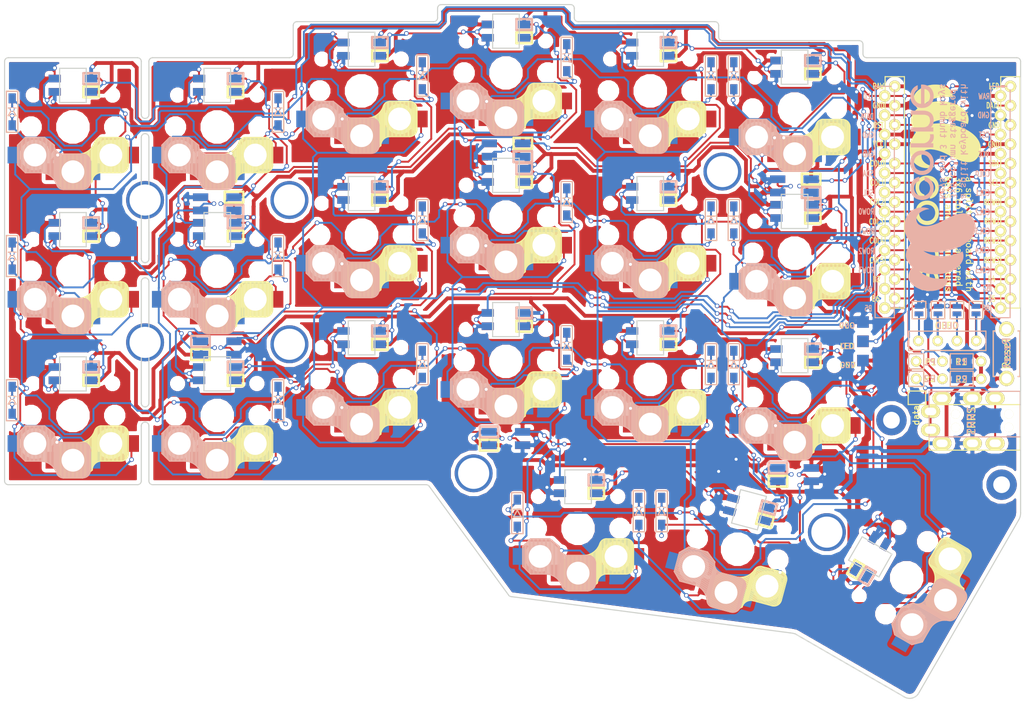
<source format=kicad_pcb>
(kicad_pcb (version 20171130) (host pcbnew "(5.1.12-1-10_14)")
  (title_block (title "Corne Chocolate") (date 2018-11-17) (rev 2.1) (company foostan))
  (layers (0 F.Cu signal) (31 B.Cu signal) (34 B.Paste user) (35 F.Paste user) (36 B.SilkS user) (37 F.SilkS user) (38 B.Mask user) (39 F.Mask user) (44 Edge.Cuts user))
  (net 0 "")
  (net 1 row0)
  (net 2 "Net-(D1-Pad2)")
  (net 3 row1)
  (net 4 "Net-(D2-Pad2)")
  (net 5 row2)
  (net 6 "Net-(D3-Pad2)")
  (net 7 row3)
  (net 8 "Net-(D4-Pad2)")
  (net 9 "Net-(D5-Pad2)")
  (net 10 "Net-(D6-Pad2)")
  (net 11 "Net-(D7-Pad2)")
  (net 12 "Net-(D8-Pad2)")
  (net 13 "Net-(D9-Pad2)")
  (net 14 "Net-(D10-Pad2)")
  (net 15 "Net-(D11-Pad2)")
  (net 16 "Net-(D12-Pad2)")
  (net 17 "Net-(D13-Pad2)")
  (net 18 "Net-(D14-Pad2)")
  (net 19 "Net-(D15-Pad2)")
  (net 20 "Net-(D16-Pad2)")
  (net 21 "Net-(D17-Pad2)")
  (net 22 "Net-(D18-Pad2)")
  (net 23 "Net-(D19-Pad2)")
  (net 24 "Net-(D20-Pad2)")
  (net 25 "Net-(D21-Pad2)")
  (net 26 GND)
  (net 27 VCC)
  (net 28 col0)
  (net 29 col1)
  (net 30 col2)
  (net 31 col3)
  (net 32 col4)
  (net 33 col5)
  (net 34 LED)
  (net 35 data)
  (net 36 "Net-(L1-Pad3)")
  (net 37 "Net-(L1-Pad1)")
  (net 38 "Net-(L3-Pad3)")
  (net 39 "Net-(L10-Pad1)")
  (net 40 "Net-(L11-Pad1)")
  (net 41 "Net-(L13-Pad1)")
  (net 42 "Net-(L14-Pad3)")
  (net 43 "Net-(L10-Pad3)")
  (net 44 "Net-(L12-Pad1)")
  (net 45 "Net-(L13-Pad3)")
  (net 46 "Net-(L15-Pad3)")
  (net 47 "Net-(L16-Pad3)")
  (net 48 reset)
  (net 49 SCL)
  (net 50 SDA)
  (net 51 "Net-(L5-Pad3)")
  (net 52 "Net-(U1-Pad14)")
  (net 53 "Net-(U1-Pad13)")
  (net 54 "Net-(U1-Pad12)")
  (net 55 "Net-(U1-Pad11)")
  (net 56 "Net-(J2-Pad1)")
  (net 57 "Net-(J2-Pad2)")
  (net 58 "Net-(J2-Pad3)")
  (net 59 "Net-(J2-Pad4)")
  (net 60 "Net-(L2-Pad3)")
  (net 61 "Net-(L3-Pad1)")
  (net 62 "Net-(L11-Pad3)")
  (net 63 "Net-(L14-Pad1)")
  (net 64 "Net-(L12-Pad3)")
  (net 65 "Net-(L17-Pad1)")
  (net 66 "Net-(L18-Pad3)")
  (net 67 "Net-(L19-Pad3)")
  (net 68 "Net-(J1-PadA)")
  (net 69 "Net-(J1-PadB)")
  (net 70 "Net-(U1-Pad24)")
  (net 71 "Net-(L21-Pad3)")
  (net 72 "Net-(L22-Pad3)")
  (net 73 "Net-(L22-Pad1)")
  (net 74 "Net-(L23-Pad3)")
  (net 75 "Net-(L25-Pad1)")
  (net 76 "Net-(L26-Pad1)")
  (module kbd:Choc_Hotswap_1.5u (layer F.Cu) (at 179.75 136.5 240)
    (fp_text reference SW21 hide)
    (fp_text value SW_PUSH hide)
    (pad "" np_thru_hole circle (at -5.5 0 150) (size 1.8 1.8) (drill 1.8) (layers *.Cu *.Mask))
    (pad "" np_thru_hole circle (at 5.5 0 150) (size 1.8 1.8) (drill 1.8) (layers *.Cu *.Mask))
    (pad "" np_thru_hole circle (at 0 0 150) (size 3.4 3.4) (drill 3.4) (layers *.Cu *.Mask))
    (pad "" np_thru_hole circle (at 0 -5.9 150) (size 3 3) (drill 3) (layers *.Cu *.Mask))
    (pad "" np_thru_hole circle (at 5 -3.7 150) (size 3 3) (drill 3) (layers *.Cu *.Mask))
    (pad 2 smd rect (at -2.8 -5.9 240) (size 1.6 2.2) (layers B.Cu B.Paste B.Mask) (net 25 "Net-(D21-Pad2)"))
    (pad 1 smd rect (at 7.8 -3.7 240) (size 1.6 2.2) (layers B.Cu B.Paste B.Mask) (net 33 col5))
    (pad 1 smd rect (at -7.8 -3.7 240) (size 1.6 2.2) (layers F.Cu F.Paste F.Mask) (net 33 col5))
    (pad 2 smd rect (at 2.8 -5.9 240) (size 1.6 2.2) (layers F.Cu F.Paste F.Mask) (net 25 "Net-(D21-Pad2)"))
    (pad "" np_thru_hole circle (at -5 -3.7 330) (size 3 3) (drill 3) (layers *.Cu *.Mask))
    (pad "" np_thru_hole circle (at 5.22 4.2 240) (size 1 1) (drill 1) (layers *.Cu *.Mask))
    (pad "" np_thru_hole circle (at -5.22 4.2 240) (size 1 1) (drill 1) (layers *.Cu *.Mask))
  )
  (module kbd:Choc_Hotswap (layer F.Cu) (at 70 77.125 180)
    (fp_text reference SW1 hide)
    (fp_text value SW_PUSH hide)
    (pad "" np_thru_hole circle (at -5.5 0 90) (size 1.8 1.8) (drill 1.8) (layers *.Cu *.Mask))
    (pad "" np_thru_hole circle (at 5.5 0 90) (size 1.8 1.8) (drill 1.8) (layers *.Cu *.Mask))
    (pad "" np_thru_hole circle (at 0 0 90) (size 3.4 3.4) (drill 3.4) (layers *.Cu *.Mask))
    (pad "" np_thru_hole circle (at 0 -5.9 90) (size 3 3) (drill 3) (layers *.Cu *.Mask))
    (pad "" np_thru_hole circle (at 5 -3.7 90) (size 3 3) (drill 3) (layers *.Cu *.Mask))
    (pad 2 smd rect (at -2.8 -5.9 180) (size 1.6 2.2) (layers B.Cu B.Paste B.Mask) (net 2 "Net-(D1-Pad2)"))
    (pad 1 smd rect (at 7.8 -3.7 180) (size 1.6 2.2) (layers B.Cu B.Paste B.Mask) (net 28 col0))
    (pad 1 smd rect (at -7.9 -3.7 180) (size 1.6 2.2) (layers F.Cu F.Paste F.Mask) (net 28 col0))
    (pad 2 smd rect (at 2.8 -5.9 180) (size 1.6 2.2) (layers F.Cu F.Paste F.Mask) (net 2 "Net-(D1-Pad2)"))
    (pad "" np_thru_hole circle (at -5 -3.7 270) (size 3 3) (drill 3) (layers *.Cu *.Mask))
    (pad "" np_thru_hole circle (at 5.22 4.2 180) (size 1 1) (drill 1) (layers *.Cu *.Mask))
    (pad "" np_thru_hole circle (at -5.22 4.2 180) (size 1 1) (drill 1) (layers *.Cu *.Mask))
  )
  (module kbd:Choc_Hotswap (layer F.Cu) (at 157.5 132.75 165)
    (fp_text reference SW20 hide)
    (fp_text value SW_PUSH hide)
    (pad "" np_thru_hole circle (at -5.5 0 75) (size 1.8 1.8) (drill 1.8) (layers *.Cu *.Mask))
    (pad "" np_thru_hole circle (at 5.5 0 75) (size 1.8 1.8) (drill 1.8) (layers *.Cu *.Mask))
    (pad "" np_thru_hole circle (at 0 0 75) (size 3.4 3.4) (drill 3.4) (layers *.Cu *.Mask))
    (pad "" np_thru_hole circle (at 0 -5.9 75) (size 3 3) (drill 3) (layers *.Cu *.Mask))
    (pad "" np_thru_hole circle (at 5 -3.7 75) (size 3 3) (drill 3) (layers *.Cu *.Mask))
    (pad 2 smd rect (at -2.8 -5.9 165) (size 1.6 2.2) (layers B.Cu B.Paste B.Mask) (net 24 "Net-(D20-Pad2)"))
    (pad 1 smd rect (at 7.8 -3.7 165) (size 1.6 2.2) (layers B.Cu B.Paste B.Mask) (net 32 col4))
    (pad 1 smd rect (at -7.9 -3.7 165) (size 1.6 2.2) (layers F.Cu F.Paste F.Mask) (net 32 col4))
    (pad 2 smd rect (at 2.8 -5.9 165) (size 1.6 2.2) (layers F.Cu F.Paste F.Mask) (net 24 "Net-(D20-Pad2)"))
    (pad "" np_thru_hole circle (at -5 -3.7 255) (size 3 3) (drill 3) (layers *.Cu *.Mask))
    (pad "" np_thru_hole circle (at 5.22 4.2 165) (size 1 1) (drill 1) (layers *.Cu *.Mask))
    (pad "" np_thru_hole circle (at -5.22 4.2 165) (size 1 1) (drill 1) (layers *.Cu *.Mask))
  )
  (module kbd:Choc_Hotswap (layer F.Cu) (at 146 91.375 180)
    (fp_text reference SW11 hide)
    (fp_text value SW_PUSH hide)
    (pad "" np_thru_hole circle (at -5.5 0 90) (size 1.8 1.8) (drill 1.8) (layers *.Cu *.Mask))
    (pad "" np_thru_hole circle (at 5.5 0 90) (size 1.8 1.8) (drill 1.8) (layers *.Cu *.Mask))
    (pad "" np_thru_hole circle (at 0 0 90) (size 3.4 3.4) (drill 3.4) (layers *.Cu *.Mask))
    (pad "" np_thru_hole circle (at 0 -5.9 90) (size 3 3) (drill 3) (layers *.Cu *.Mask))
    (pad "" np_thru_hole circle (at 5 -3.7 90) (size 3 3) (drill 3) (layers *.Cu *.Mask))
    (pad 2 smd rect (at -2.8 -5.9 180) (size 1.6 2.2) (layers B.Cu B.Paste B.Mask) (net 15 "Net-(D11-Pad2)"))
    (pad 1 smd rect (at 7.8 -3.7 180) (size 1.6 2.2) (layers B.Cu B.Paste B.Mask) (net 32 col4))
    (pad 1 smd rect (at -7.9 -3.7 180) (size 1.6 2.2) (layers F.Cu F.Paste F.Mask) (net 32 col4))
    (pad 2 smd rect (at 2.8 -5.9 180) (size 1.6 2.2) (layers F.Cu F.Paste F.Mask) (net 15 "Net-(D11-Pad2)"))
    (pad "" np_thru_hole circle (at -5 -3.7 270) (size 3 3) (drill 3) (layers *.Cu *.Mask))
    (pad "" np_thru_hole circle (at 5.22 4.2 180) (size 1 1) (drill 1) (layers *.Cu *.Mask))
    (pad "" np_thru_hole circle (at -5.22 4.2 180) (size 1 1) (drill 1) (layers *.Cu *.Mask))
  )
  (module kbd:Choc_Hotswap (layer F.Cu) (at 165 112.75 180)
    (fp_text reference SW18 hide)
    (fp_text value SW_PUSH hide)
    (pad "" np_thru_hole circle (at -5.5 0 90) (size 1.8 1.8) (drill 1.8) (layers *.Cu *.Mask))
    (pad "" np_thru_hole circle (at 5.5 0 90) (size 1.8 1.8) (drill 1.8) (layers *.Cu *.Mask))
    (pad "" np_thru_hole circle (at 0 0 90) (size 3.4 3.4) (drill 3.4) (layers *.Cu *.Mask))
    (pad "" np_thru_hole circle (at 0 -5.9 90) (size 3 3) (drill 3) (layers *.Cu *.Mask))
    (pad "" np_thru_hole circle (at 5 -3.7 90) (size 3 3) (drill 3) (layers *.Cu *.Mask))
    (pad 2 smd rect (at -2.8 -5.9 180) (size 1.6 2.2) (layers B.Cu B.Paste B.Mask) (net 22 "Net-(D18-Pad2)"))
    (pad 1 smd rect (at 7.8 -3.7 180) (size 1.6 2.2) (layers B.Cu B.Paste B.Mask) (net 33 col5))
    (pad 1 smd rect (at -7.9 -3.7 180) (size 1.6 2.2) (layers F.Cu F.Paste F.Mask) (net 33 col5))
    (pad 2 smd rect (at 2.8 -5.9 180) (size 1.6 2.2) (layers F.Cu F.Paste F.Mask) (net 22 "Net-(D18-Pad2)"))
    (pad "" np_thru_hole circle (at -5 -3.7 270) (size 3 3) (drill 3) (layers *.Cu *.Mask))
    (pad "" np_thru_hole circle (at 5.22 4.2 180) (size 1 1) (drill 1) (layers *.Cu *.Mask))
    (pad "" np_thru_hole circle (at -5.22 4.2 180) (size 1 1) (drill 1) (layers *.Cu *.Mask))
  )
  (module kbd:Choc_Hotswap (layer F.Cu) (at 165 93.75 180)
    (fp_text reference SW12 hide)
    (fp_text value SW_PUSH hide)
    (pad "" np_thru_hole circle (at -5.5 0 90) (size 1.8 1.8) (drill 1.8) (layers *.Cu *.Mask))
    (pad "" np_thru_hole circle (at 5.5 0 90) (size 1.8 1.8) (drill 1.8) (layers *.Cu *.Mask))
    (pad "" np_thru_hole circle (at 0 0 90) (size 3.4 3.4) (drill 3.4) (layers *.Cu *.Mask))
    (pad "" np_thru_hole circle (at 0 -5.9 90) (size 3 3) (drill 3) (layers *.Cu *.Mask))
    (pad "" np_thru_hole circle (at 5 -3.7 90) (size 3 3) (drill 3) (layers *.Cu *.Mask))
    (pad 2 smd rect (at -2.8 -5.9 180) (size 1.6 2.2) (layers B.Cu B.Paste B.Mask) (net 16 "Net-(D12-Pad2)"))
    (pad 1 smd rect (at 7.8 -3.7 180) (size 1.6 2.2) (layers B.Cu B.Paste B.Mask) (net 33 col5))
    (pad 1 smd rect (at -7.9 -3.7 180) (size 1.6 2.2) (layers F.Cu F.Paste F.Mask) (net 33 col5))
    (pad 2 smd rect (at 2.8 -5.9 180) (size 1.6 2.2) (layers F.Cu F.Paste F.Mask) (net 16 "Net-(D12-Pad2)"))
    (pad "" np_thru_hole circle (at -5 -3.7 270) (size 3 3) (drill 3) (layers *.Cu *.Mask))
    (pad "" np_thru_hole circle (at 5.22 4.2 180) (size 1 1) (drill 1) (layers *.Cu *.Mask))
    (pad "" np_thru_hole circle (at -5.22 4.2 180) (size 1 1) (drill 1) (layers *.Cu *.Mask))
  )
  (module kbd:Choc_Hotswap (layer F.Cu) (at 165 74.75 180)
    (fp_text reference SW6 hide)
    (fp_text value SW_PUSH hide)
    (pad "" np_thru_hole circle (at -5.5 0 90) (size 1.8 1.8) (drill 1.8) (layers *.Cu *.Mask))
    (pad "" np_thru_hole circle (at 5.5 0 90) (size 1.8 1.8) (drill 1.8) (layers *.Cu *.Mask))
    (pad "" np_thru_hole circle (at 0 0 90) (size 3.4 3.4) (drill 3.4) (layers *.Cu *.Mask))
    (pad "" np_thru_hole circle (at 0 -5.9 90) (size 3 3) (drill 3) (layers *.Cu *.Mask))
    (pad "" np_thru_hole circle (at 5 -3.7 90) (size 3 3) (drill 3) (layers *.Cu *.Mask))
    (pad 2 smd rect (at -2.8 -5.9 180) (size 1.6 2.2) (layers B.Cu B.Paste B.Mask) (net 10 "Net-(D6-Pad2)"))
    (pad 1 smd rect (at 7.8 -3.7 180) (size 1.6 2.2) (layers B.Cu B.Paste B.Mask) (net 33 col5))
    (pad 1 smd rect (at -7.9 -3.7 180) (size 1.6 2.2) (layers F.Cu F.Paste F.Mask) (net 33 col5))
    (pad 2 smd rect (at 2.8 -5.9 180) (size 1.6 2.2) (layers F.Cu F.Paste F.Mask) (net 10 "Net-(D6-Pad2)"))
    (pad "" np_thru_hole circle (at -5 -3.7 270) (size 3 3) (drill 3) (layers *.Cu *.Mask))
    (pad "" np_thru_hole circle (at 5.22 4.2 180) (size 1 1) (drill 1) (layers *.Cu *.Mask))
    (pad "" np_thru_hole circle (at -5.22 4.2 180) (size 1 1) (drill 1) (layers *.Cu *.Mask))
  )
  (module kbd:Choc_Hotswap (layer F.Cu) (at 146 72.375 180)
    (fp_text reference SW5 hide)
    (fp_text value SW_PUSH hide)
    (pad "" np_thru_hole circle (at -5.5 0 90) (size 1.8 1.8) (drill 1.8) (layers *.Cu *.Mask))
    (pad "" np_thru_hole circle (at 5.5 0 90) (size 1.8 1.8) (drill 1.8) (layers *.Cu *.Mask))
    (pad "" np_thru_hole circle (at 0 0 90) (size 3.4 3.4) (drill 3.4) (layers *.Cu *.Mask))
    (pad "" np_thru_hole circle (at 0 -5.9 90) (size 3 3) (drill 3) (layers *.Cu *.Mask))
    (pad "" np_thru_hole circle (at 5 -3.7 90) (size 3 3) (drill 3) (layers *.Cu *.Mask))
    (pad 2 smd rect (at -2.8 -5.9 180) (size 1.6 2.2) (layers B.Cu B.Paste B.Mask) (net 9 "Net-(D5-Pad2)"))
    (pad 1 smd rect (at 7.8 -3.7 180) (size 1.6 2.2) (layers B.Cu B.Paste B.Mask) (net 32 col4))
    (pad 1 smd rect (at -7.9 -3.7 180) (size 1.6 2.2) (layers F.Cu F.Paste F.Mask) (net 32 col4))
    (pad 2 smd rect (at 2.8 -5.9 180) (size 1.6 2.2) (layers F.Cu F.Paste F.Mask) (net 9 "Net-(D5-Pad2)"))
    (pad "" np_thru_hole circle (at -5 -3.7 270) (size 3 3) (drill 3) (layers *.Cu *.Mask))
    (pad "" np_thru_hole circle (at 5.22 4.2 180) (size 1 1) (drill 1) (layers *.Cu *.Mask))
    (pad "" np_thru_hole circle (at -5.22 4.2 180) (size 1 1) (drill 1) (layers *.Cu *.Mask))
  )
  (module kbd:Choc_Hotswap (layer F.Cu) (at 108 110.375 180)
    (fp_text reference SW15 hide)
    (fp_text value SW_PUSH hide)
    (pad "" np_thru_hole circle (at -5.5 0 90) (size 1.8 1.8) (drill 1.8) (layers *.Cu *.Mask))
    (pad "" np_thru_hole circle (at 5.5 0 90) (size 1.8 1.8) (drill 1.8) (layers *.Cu *.Mask))
    (pad "" np_thru_hole circle (at 0 0 90) (size 3.4 3.4) (drill 3.4) (layers *.Cu *.Mask))
    (pad "" np_thru_hole circle (at 0 -5.9 90) (size 3 3) (drill 3) (layers *.Cu *.Mask))
    (pad "" np_thru_hole circle (at 5 -3.7 90) (size 3 3) (drill 3) (layers *.Cu *.Mask))
    (pad 2 smd rect (at -2.8 -5.9 180) (size 1.6 2.2) (layers B.Cu B.Paste B.Mask) (net 19 "Net-(D15-Pad2)"))
    (pad 1 smd rect (at 7.8 -3.7 180) (size 1.6 2.2) (layers B.Cu B.Paste B.Mask) (net 30 col2))
    (pad 1 smd rect (at -7.9 -3.7 180) (size 1.6 2.2) (layers F.Cu F.Paste F.Mask) (net 30 col2))
    (pad 2 smd rect (at 2.8 -5.9 180) (size 1.6 2.2) (layers F.Cu F.Paste F.Mask) (net 19 "Net-(D15-Pad2)"))
    (pad "" np_thru_hole circle (at -5 -3.7 270) (size 3 3) (drill 3) (layers *.Cu *.Mask))
    (pad "" np_thru_hole circle (at 5.22 4.2 180) (size 1 1) (drill 1) (layers *.Cu *.Mask))
    (pad "" np_thru_hole circle (at -5.22 4.2 180) (size 1 1) (drill 1) (layers *.Cu *.Mask))
  )
  (module kbd:Choc_Hotswap (layer F.Cu) (at 127 89 180)
    (fp_text reference SW10 hide)
    (fp_text value SW_PUSH hide)
    (pad "" np_thru_hole circle (at -5.5 0 90) (size 1.8 1.8) (drill 1.8) (layers *.Cu *.Mask))
    (pad "" np_thru_hole circle (at 5.5 0 90) (size 1.8 1.8) (drill 1.8) (layers *.Cu *.Mask))
    (pad "" np_thru_hole circle (at 0 0 90) (size 3.4 3.4) (drill 3.4) (layers *.Cu *.Mask))
    (pad "" np_thru_hole circle (at 0 -5.9 90) (size 3 3) (drill 3) (layers *.Cu *.Mask))
    (pad "" np_thru_hole circle (at 5 -3.7 90) (size 3 3) (drill 3) (layers *.Cu *.Mask))
    (pad 2 smd rect (at -2.8 -5.9 180) (size 1.6 2.2) (layers B.Cu B.Paste B.Mask) (net 14 "Net-(D10-Pad2)"))
    (pad 1 smd rect (at 7.8 -3.7 180) (size 1.6 2.2) (layers B.Cu B.Paste B.Mask) (net 31 col3))
    (pad 1 smd rect (at -7.9 -3.7 180) (size 1.6 2.2) (layers F.Cu F.Paste F.Mask) (net 31 col3))
    (pad 2 smd rect (at 2.8 -5.9 180) (size 1.6 2.2) (layers F.Cu F.Paste F.Mask) (net 14 "Net-(D10-Pad2)"))
    (pad "" np_thru_hole circle (at -5 -3.7 270) (size 3 3) (drill 3) (layers *.Cu *.Mask))
    (pad "" np_thru_hole circle (at 5.22 4.2 180) (size 1 1) (drill 1) (layers *.Cu *.Mask))
    (pad "" np_thru_hole circle (at -5.22 4.2 180) (size 1 1) (drill 1) (layers *.Cu *.Mask))
  )
  (module kbd:Choc_Hotswap (layer F.Cu) (at 108 72.375 180)
    (fp_text reference SW3 hide)
    (fp_text value SW_PUSH hide)
    (pad "" np_thru_hole circle (at -5.5 0 90) (size 1.8 1.8) (drill 1.8) (layers *.Cu *.Mask))
    (pad "" np_thru_hole circle (at 5.5 0 90) (size 1.8 1.8) (drill 1.8) (layers *.Cu *.Mask))
    (pad "" np_thru_hole circle (at 0 0 90) (size 3.4 3.4) (drill 3.4) (layers *.Cu *.Mask))
    (pad "" np_thru_hole circle (at 0 -5.9 90) (size 3 3) (drill 3) (layers *.Cu *.Mask))
    (pad "" np_thru_hole circle (at 5 -3.7 90) (size 3 3) (drill 3) (layers *.Cu *.Mask))
    (pad 2 smd rect (at -2.8 -5.9 180) (size 1.6 2.2) (layers B.Cu B.Paste B.Mask) (net 6 "Net-(D3-Pad2)"))
    (pad 1 smd rect (at 7.8 -3.7 180) (size 1.6 2.2) (layers B.Cu B.Paste B.Mask) (net 30 col2))
    (pad 1 smd rect (at -7.9 -3.7 180) (size 1.6 2.2) (layers F.Cu F.Paste F.Mask) (net 30 col2))
    (pad 2 smd rect (at 2.8 -5.9 180) (size 1.6 2.2) (layers F.Cu F.Paste F.Mask) (net 6 "Net-(D3-Pad2)"))
    (pad "" np_thru_hole circle (at -5 -3.7 270) (size 3 3) (drill 3) (layers *.Cu *.Mask))
    (pad "" np_thru_hole circle (at 5.22 4.2 180) (size 1 1) (drill 1) (layers *.Cu *.Mask))
    (pad "" np_thru_hole circle (at -5.22 4.2 180) (size 1 1) (drill 1) (layers *.Cu *.Mask))
  )
  (module kbd:Choc_Hotswap (layer F.Cu) (at 89 115.125 180)
    (fp_text reference SW14 hide)
    (fp_text value SW_PUSH hide)
    (pad "" np_thru_hole circle (at -5.5 0 90) (size 1.8 1.8) (drill 1.8) (layers *.Cu *.Mask))
    (pad "" np_thru_hole circle (at 5.5 0 90) (size 1.8 1.8) (drill 1.8) (layers *.Cu *.Mask))
    (pad "" np_thru_hole circle (at 0 0 90) (size 3.4 3.4) (drill 3.4) (layers *.Cu *.Mask))
    (pad "" np_thru_hole circle (at 0 -5.9 90) (size 3 3) (drill 3) (layers *.Cu *.Mask))
    (pad "" np_thru_hole circle (at 5 -3.7 90) (size 3 3) (drill 3) (layers *.Cu *.Mask))
    (pad 2 smd rect (at -2.8 -5.9 180) (size 1.6 2.2) (layers B.Cu B.Paste B.Mask) (net 18 "Net-(D14-Pad2)"))
    (pad 1 smd rect (at 7.8 -3.7 180) (size 1.6 2.2) (layers B.Cu B.Paste B.Mask) (net 29 col1))
    (pad 1 smd rect (at -7.9 -3.7 180) (size 1.6 2.2) (layers F.Cu F.Paste F.Mask) (net 29 col1))
    (pad 2 smd rect (at 2.8 -5.9 180) (size 1.6 2.2) (layers F.Cu F.Paste F.Mask) (net 18 "Net-(D14-Pad2)"))
    (pad "" np_thru_hole circle (at -5 -3.7 270) (size 3 3) (drill 3) (layers *.Cu *.Mask))
    (pad "" np_thru_hole circle (at 5.22 4.2 180) (size 1 1) (drill 1) (layers *.Cu *.Mask))
    (pad "" np_thru_hole circle (at -5.22 4.2 180) (size 1 1) (drill 1) (layers *.Cu *.Mask))
  )
  (module kbd:Choc_Hotswap (layer F.Cu) (at 89 77.125 180)
    (fp_text reference SW2 hide)
    (fp_text value SW_PUSH hide)
    (pad "" np_thru_hole circle (at -5.5 0 90) (size 1.8 1.8) (drill 1.8) (layers *.Cu *.Mask))
    (pad "" np_thru_hole circle (at 5.5 0 90) (size 1.8 1.8) (drill 1.8) (layers *.Cu *.Mask))
    (pad "" np_thru_hole circle (at 0 0 90) (size 3.4 3.4) (drill 3.4) (layers *.Cu *.Mask))
    (pad "" np_thru_hole circle (at 0 -5.9 90) (size 3 3) (drill 3) (layers *.Cu *.Mask))
    (pad "" np_thru_hole circle (at 5 -3.7 90) (size 3 3) (drill 3) (layers *.Cu *.Mask))
    (pad 2 smd rect (at -2.8 -5.9 180) (size 1.6 2.2) (layers B.Cu B.Paste B.Mask) (net 4 "Net-(D2-Pad2)"))
    (pad 1 smd rect (at 7.8 -3.7 180) (size 1.6 2.2) (layers B.Cu B.Paste B.Mask) (net 29 col1))
    (pad 1 smd rect (at -7.9 -3.7 180) (size 1.6 2.2) (layers F.Cu F.Paste F.Mask) (net 29 col1))
    (pad 2 smd rect (at 2.8 -5.9 180) (size 1.6 2.2) (layers F.Cu F.Paste F.Mask) (net 4 "Net-(D2-Pad2)"))
    (pad "" np_thru_hole circle (at -5 -3.7 270) (size 3 3) (drill 3) (layers *.Cu *.Mask))
    (pad "" np_thru_hole circle (at 5.22 4.2 180) (size 1 1) (drill 1) (layers *.Cu *.Mask))
    (pad "" np_thru_hole circle (at -5.22 4.2 180) (size 1 1) (drill 1) (layers *.Cu *.Mask))
  )
  (module kbd:Choc_Hotswap (layer F.Cu) (at 146 110.375 180)
    (fp_text reference SW17 hide)
    (fp_text value SW_PUSH hide)
    (pad "" np_thru_hole circle (at -5.5 0 90) (size 1.8 1.8) (drill 1.8) (layers *.Cu *.Mask))
    (pad "" np_thru_hole circle (at 5.5 0 90) (size 1.8 1.8) (drill 1.8) (layers *.Cu *.Mask))
    (pad "" np_thru_hole circle (at 0 0 90) (size 3.4 3.4) (drill 3.4) (layers *.Cu *.Mask))
    (pad "" np_thru_hole circle (at 0 -5.9 90) (size 3 3) (drill 3) (layers *.Cu *.Mask))
    (pad "" np_thru_hole circle (at 5 -3.7 90) (size 3 3) (drill 3) (layers *.Cu *.Mask))
    (pad 2 smd rect (at -2.8 -5.9 180) (size 1.6 2.2) (layers B.Cu B.Paste B.Mask) (net 21 "Net-(D17-Pad2)"))
    (pad 1 smd rect (at 7.8 -3.7 180) (size 1.6 2.2) (layers B.Cu B.Paste B.Mask) (net 32 col4))
    (pad 1 smd rect (at -7.9 -3.7 180) (size 1.6 2.2) (layers F.Cu F.Paste F.Mask) (net 32 col4))
    (pad 2 smd rect (at 2.8 -5.9 180) (size 1.6 2.2) (layers F.Cu F.Paste F.Mask) (net 21 "Net-(D17-Pad2)"))
    (pad "" np_thru_hole circle (at -5 -3.7 270) (size 3 3) (drill 3) (layers *.Cu *.Mask))
    (pad "" np_thru_hole circle (at 5.22 4.2 180) (size 1 1) (drill 1) (layers *.Cu *.Mask))
    (pad "" np_thru_hole circle (at -5.22 4.2 180) (size 1 1) (drill 1) (layers *.Cu *.Mask))
  )
  (module kbd:Choc_Hotswap (layer F.Cu) (at 127 70 180)
    (fp_text reference SW4 hide)
    (fp_text value SW_PUSH hide)
    (pad "" np_thru_hole circle (at -5.5 0 90) (size 1.8 1.8) (drill 1.8) (layers *.Cu *.Mask))
    (pad "" np_thru_hole circle (at 5.5 0 90) (size 1.8 1.8) (drill 1.8) (layers *.Cu *.Mask))
    (pad "" np_thru_hole circle (at 0 0 90) (size 3.4 3.4) (drill 3.4) (layers *.Cu *.Mask))
    (pad "" np_thru_hole circle (at 0 -5.9 90) (size 3 3) (drill 3) (layers *.Cu *.Mask))
    (pad "" np_thru_hole circle (at 5 -3.7 90) (size 3 3) (drill 3) (layers *.Cu *.Mask))
    (pad 2 smd rect (at -2.8 -5.9 180) (size 1.6 2.2) (layers B.Cu B.Paste B.Mask) (net 8 "Net-(D4-Pad2)"))
    (pad 1 smd rect (at 7.8 -3.7 180) (size 1.6 2.2) (layers B.Cu B.Paste B.Mask) (net 31 col3))
    (pad 1 smd rect (at -7.9 -3.7 180) (size 1.6 2.2) (layers F.Cu F.Paste F.Mask) (net 31 col3))
    (pad 2 smd rect (at 2.8 -5.9 180) (size 1.6 2.2) (layers F.Cu F.Paste F.Mask) (net 8 "Net-(D4-Pad2)"))
    (pad "" np_thru_hole circle (at -5 -3.7 270) (size 3 3) (drill 3) (layers *.Cu *.Mask))
    (pad "" np_thru_hole circle (at 5.22 4.2 180) (size 1 1) (drill 1) (layers *.Cu *.Mask))
    (pad "" np_thru_hole circle (at -5.22 4.2 180) (size 1 1) (drill 1) (layers *.Cu *.Mask))
  )
  (module kbd:Choc_Hotswap (layer F.Cu) (at 127 108 180)
    (fp_text reference SW16 hide)
    (fp_text value SW_PUSH hide)
    (pad "" np_thru_hole circle (at -5.5 0 90) (size 1.8 1.8) (drill 1.8) (layers *.Cu *.Mask))
    (pad "" np_thru_hole circle (at 5.5 0 90) (size 1.8 1.8) (drill 1.8) (layers *.Cu *.Mask))
    (pad "" np_thru_hole circle (at 0 0 90) (size 3.4 3.4) (drill 3.4) (layers *.Cu *.Mask))
    (pad "" np_thru_hole circle (at 0 -5.9 90) (size 3 3) (drill 3) (layers *.Cu *.Mask))
    (pad "" np_thru_hole circle (at 5 -3.7 90) (size 3 3) (drill 3) (layers *.Cu *.Mask))
    (pad 2 smd rect (at -2.8 -5.9 180) (size 1.6 2.2) (layers B.Cu B.Paste B.Mask) (net 20 "Net-(D16-Pad2)"))
    (pad 1 smd rect (at 7.8 -3.7 180) (size 1.6 2.2) (layers B.Cu B.Paste B.Mask) (net 31 col3))
    (pad 1 smd rect (at -7.9 -3.7 180) (size 1.6 2.2) (layers F.Cu F.Paste F.Mask) (net 31 col3))
    (pad 2 smd rect (at 2.8 -5.9 180) (size 1.6 2.2) (layers F.Cu F.Paste F.Mask) (net 20 "Net-(D16-Pad2)"))
    (pad "" np_thru_hole circle (at -5 -3.7 270) (size 3 3) (drill 3) (layers *.Cu *.Mask))
    (pad "" np_thru_hole circle (at 5.22 4.2 180) (size 1 1) (drill 1) (layers *.Cu *.Mask))
    (pad "" np_thru_hole circle (at -5.22 4.2 180) (size 1 1) (drill 1) (layers *.Cu *.Mask))
  )
  (module kbd:Choc_Hotswap (layer F.Cu) (at 136.5 130 180)
    (fp_text reference SW19 hide)
    (fp_text value SW_PUSH hide)
    (pad "" np_thru_hole circle (at -5.5 0 90) (size 1.8 1.8) (drill 1.8) (layers *.Cu *.Mask))
    (pad "" np_thru_hole circle (at 5.5 0 90) (size 1.8 1.8) (drill 1.8) (layers *.Cu *.Mask))
    (pad "" np_thru_hole circle (at 0 0 90) (size 3.4 3.4) (drill 3.4) (layers *.Cu *.Mask))
    (pad "" np_thru_hole circle (at 0 -5.9 90) (size 3 3) (drill 3) (layers *.Cu *.Mask))
    (pad "" np_thru_hole circle (at 5 -3.7 90) (size 3 3) (drill 3) (layers *.Cu *.Mask))
    (pad 2 smd rect (at -2.8 -5.9 180) (size 1.6 2.2) (layers B.Cu B.Paste B.Mask) (net 23 "Net-(D19-Pad2)"))
    (pad 1 smd rect (at 7.8 -3.7 180) (size 1.6 2.2) (layers B.Cu B.Paste B.Mask) (net 31 col3))
    (pad 1 smd rect (at -7.9 -3.7 180) (size 1.6 2.2) (layers F.Cu F.Paste F.Mask) (net 31 col3))
    (pad 2 smd rect (at 2.8 -5.9 180) (size 1.6 2.2) (layers F.Cu F.Paste F.Mask) (net 23 "Net-(D19-Pad2)"))
    (pad "" np_thru_hole circle (at -5 -3.7 270) (size 3 3) (drill 3) (layers *.Cu *.Mask))
    (pad "" np_thru_hole circle (at 5.22 4.2 180) (size 1 1) (drill 1) (layers *.Cu *.Mask))
    (pad "" np_thru_hole circle (at -5.22 4.2 180) (size 1 1) (drill 1) (layers *.Cu *.Mask))
  )
  (module kbd:Choc_Hotswap (layer F.Cu) (at 70 115.125 180)
    (fp_text reference SW13 hide)
    (fp_text value SW_PUSH hide)
    (pad "" np_thru_hole circle (at -5.5 0 90) (size 1.8 1.8) (drill 1.8) (layers *.Cu *.Mask))
    (pad "" np_thru_hole circle (at 5.5 0 90) (size 1.8 1.8) (drill 1.8) (layers *.Cu *.Mask))
    (pad "" np_thru_hole circle (at 0 0 90) (size 3.4 3.4) (drill 3.4) (layers *.Cu *.Mask))
    (pad "" np_thru_hole circle (at 0 -5.9 90) (size 3 3) (drill 3) (layers *.Cu *.Mask))
    (pad "" np_thru_hole circle (at 5 -3.7 90) (size 3 3) (drill 3) (layers *.Cu *.Mask))
    (pad 2 smd rect (at -2.8 -5.9 180) (size 1.6 2.2) (layers B.Cu B.Paste B.Mask) (net 17 "Net-(D13-Pad2)"))
    (pad 1 smd rect (at 7.8 -3.7 180) (size 1.6 2.2) (layers B.Cu B.Paste B.Mask) (net 28 col0))
    (pad 1 smd rect (at -7.9 -3.7 180) (size 1.6 2.2) (layers F.Cu F.Paste F.Mask) (net 28 col0))
    (pad 2 smd rect (at 2.8 -5.9 180) (size 1.6 2.2) (layers F.Cu F.Paste F.Mask) (net 17 "Net-(D13-Pad2)"))
    (pad "" np_thru_hole circle (at -5 -3.7 270) (size 3 3) (drill 3) (layers *.Cu *.Mask))
    (pad "" np_thru_hole circle (at 5.22 4.2 180) (size 1 1) (drill 1) (layers *.Cu *.Mask))
    (pad "" np_thru_hole circle (at -5.22 4.2 180) (size 1 1) (drill 1) (layers *.Cu *.Mask))
  )
  (module kbd:Choc_Hotswap (layer F.Cu) (at 108 91.375 180)
    (fp_text reference SW9 hide)
    (fp_text value SW_PUSH hide)
    (pad "" np_thru_hole circle (at -5.5 0 90) (size 1.8 1.8) (drill 1.8) (layers *.Cu *.Mask))
    (pad "" np_thru_hole circle (at 5.5 0 90) (size 1.8 1.8) (drill 1.8) (layers *.Cu *.Mask))
    (pad "" np_thru_hole circle (at 0 0 90) (size 3.4 3.4) (drill 3.4) (layers *.Cu *.Mask))
    (pad "" np_thru_hole circle (at 0 -5.9 90) (size 3 3) (drill 3) (layers *.Cu *.Mask))
    (pad "" np_thru_hole circle (at 5 -3.7 90) (size 3 3) (drill 3) (layers *.Cu *.Mask))
    (pad 2 smd rect (at -2.8 -5.9 180) (size 1.6 2.2) (layers B.Cu B.Paste B.Mask) (net 13 "Net-(D9-Pad2)"))
    (pad 1 smd rect (at 7.8 -3.7 180) (size 1.6 2.2) (layers B.Cu B.Paste B.Mask) (net 30 col2))
    (pad 1 smd rect (at -7.9 -3.7 180) (size 1.6 2.2) (layers F.Cu F.Paste F.Mask) (net 30 col2))
    (pad 2 smd rect (at 2.8 -5.9 180) (size 1.6 2.2) (layers F.Cu F.Paste F.Mask) (net 13 "Net-(D9-Pad2)"))
    (pad "" np_thru_hole circle (at -5 -3.7 270) (size 3 3) (drill 3) (layers *.Cu *.Mask))
    (pad "" np_thru_hole circle (at 5.22 4.2 180) (size 1 1) (drill 1) (layers *.Cu *.Mask))
    (pad "" np_thru_hole circle (at -5.22 4.2 180) (size 1 1) (drill 1) (layers *.Cu *.Mask))
  )
  (module kbd:Choc_Hotswap (layer F.Cu) (at 89 96.125 180)
    (fp_text reference SW8 hide)
    (fp_text value SW_PUSH hide)
    (pad "" np_thru_hole circle (at -5.5 0 90) (size 1.8 1.8) (drill 1.8) (layers *.Cu *.Mask))
    (pad "" np_thru_hole circle (at 5.5 0 90) (size 1.8 1.8) (drill 1.8) (layers *.Cu *.Mask))
    (pad "" np_thru_hole circle (at 0 0 90) (size 3.4 3.4) (drill 3.4) (layers *.Cu *.Mask))
    (pad "" np_thru_hole circle (at 0 -5.9 90) (size 3 3) (drill 3) (layers *.Cu *.Mask))
    (pad "" np_thru_hole circle (at 5 -3.7 90) (size 3 3) (drill 3) (layers *.Cu *.Mask))
    (pad 2 smd rect (at -2.8 -5.9 180) (size 1.6 2.2) (layers B.Cu B.Paste B.Mask) (net 12 "Net-(D8-Pad2)"))
    (pad 1 smd rect (at 7.8 -3.7 180) (size 1.6 2.2) (layers B.Cu B.Paste B.Mask) (net 29 col1))
    (pad 1 smd rect (at -7.9 -3.7 180) (size 1.6 2.2) (layers F.Cu F.Paste F.Mask) (net 29 col1))
    (pad 2 smd rect (at 2.8 -5.9 180) (size 1.6 2.2) (layers F.Cu F.Paste F.Mask) (net 12 "Net-(D8-Pad2)"))
    (pad "" np_thru_hole circle (at -5 -3.7 270) (size 3 3) (drill 3) (layers *.Cu *.Mask))
    (pad "" np_thru_hole circle (at 5.22 4.2 180) (size 1 1) (drill 1) (layers *.Cu *.Mask))
    (pad "" np_thru_hole circle (at -5.22 4.2 180) (size 1 1) (drill 1) (layers *.Cu *.Mask))
  )
  (module kbd:Choc_Hotswap (layer F.Cu) (at 70 96.125 180)
    (fp_text reference SW7 hide)
    (fp_text value SW_PUSH hide)
    (pad "" np_thru_hole circle (at -5.5 0 90) (size 1.8 1.8) (drill 1.8) (layers *.Cu *.Mask))
    (pad "" np_thru_hole circle (at 5.5 0 90) (size 1.8 1.8) (drill 1.8) (layers *.Cu *.Mask))
    (pad "" np_thru_hole circle (at 0 0 90) (size 3.4 3.4) (drill 3.4) (layers *.Cu *.Mask))
    (pad "" np_thru_hole circle (at 0 -5.9 90) (size 3 3) (drill 3) (layers *.Cu *.Mask))
    (pad "" np_thru_hole circle (at 5 -3.7 90) (size 3 3) (drill 3) (layers *.Cu *.Mask))
    (pad 2 smd rect (at -2.8 -5.9 180) (size 1.6 2.2) (layers B.Cu B.Paste B.Mask) (net 11 "Net-(D7-Pad2)"))
    (pad 1 smd rect (at 7.8 -3.7 180) (size 1.6 2.2) (layers B.Cu B.Paste B.Mask) (net 28 col0))
    (pad 1 smd rect (at -7.9 -3.7 180) (size 1.6 2.2) (layers F.Cu F.Paste F.Mask) (net 28 col0))
    (pad 2 smd rect (at 2.8 -5.9 180) (size 1.6 2.2) (layers F.Cu F.Paste F.Mask) (net 11 "Net-(D7-Pad2)"))
    (pad "" np_thru_hole circle (at -5 -3.7 270) (size 3 3) (drill 3) (layers *.Cu *.Mask))
    (pad "" np_thru_hole circle (at 5.22 4.2 180) (size 1 1) (drill 1) (layers *.Cu *.Mask))
    (pad "" np_thru_hole circle (at -5.22 4.2 180) (size 1 1) (drill 1) (layers *.Cu *.Mask))
  )
  (module kbd:MJ-4PP-9 (layer F.Cu) (at 194.7 116.7 270)
    (fp_text reference TRRS (at -0.889 6.4135 270) (layer F.SilkS))
    (fp_text value MJ-4PP-9 hide)
    (fp_text user TRRS (at -0.8255 6.4135 270) (layer B.SilkS) (effects (justify mirror)))
    (pad "" np_thru_hole circle (at -1.75 8.5 270) (size 1.2 1.2) (drill 1.2) (layers *.Cu *.Mask F.SilkS))
    (pad "" np_thru_hole circle (at -1.75 1.5 270) (size 1.2 1.2) (drill 1.2) (layers *.Cu *.Mask F.SilkS))
    (pad D thru_hole oval (at -3.85 10.3 270) (size 1.7 2.5) (drill oval 1 1.5) (layers *.Cu *.Mask F.SilkS) (net 27 VCC) (clearance 0.15))
    (pad A thru_hole oval (at 0.35 11.8 270) (size 1.7 2.5) (drill oval 1 1.5) (layers *.Cu *.Mask F.SilkS) (net 68 "Net-(J1-PadA)") (clearance 0.15))
    (pad B thru_hole oval (at -3.85 3.3 270) (size 1.7 2.5) (drill oval 1 1.5) (layers *.Cu *.Mask F.SilkS) (net 69 "Net-(J1-PadB)"))
    (pad C thru_hole oval (at -3.85 6.3 270) (size 1.7 2.5) (drill oval 1 1.5) (layers *.Cu *.Mask F.SilkS) (net 26 GND))
    (pad "" np_thru_hole circle (at 0 1.5 270) (size 1.2 1.2) (drill 1.2) (layers *.Cu *.Mask F.SilkS))
    (pad "" np_thru_hole circle (at 0 8.5 270) (size 1.2 1.2) (drill 1.2) (layers *.Cu *.Mask F.SilkS))
    (pad B thru_hole oval (at 2.1 3.3 270) (size 1.7 2.5) (drill oval 1 1.5) (layers *.Cu *.Mask F.SilkS) (net 69 "Net-(J1-PadB)"))
    (pad C thru_hole oval (at 2.1 6.3 270) (size 1.7 2.5) (drill oval 1 1.5) (layers *.Cu *.Mask F.SilkS) (net 26 GND))
    (pad D thru_hole oval (at 2.1 10.3 270) (size 1.7 2.5) (drill oval 1 1.5) (layers *.Cu *.Mask F.SilkS) (net 27 VCC) (clearance 0.15))
    (pad A thru_hole oval (at -2.1 11.8 270) (size 1.7 2.5) (drill oval 1 1.5) (layers *.Cu *.Mask F.SilkS) (net 68 "Net-(J1-PadA)") (clearance 0.15))
  )
  (module kbd:SK6812MINI_underglow_rev (layer F.Cu) (at 165.01 122.92 180)
    (fp_text reference L27 hide)
    (fp_text value SK6812MINI hide)
    (pad 4 smd rect (at 2.2 -0.875 180) (size 2 1) (layers F.Cu F.Paste F.Mask) (net 27 VCC))
    (pad 3 smd rect (at 2.2 0.875 180) (size 2 1) (layers F.Cu F.Paste F.Mask) (net 76 "Net-(L26-Pad1)"))
    (pad 1 smd rect (at -2.2 -0.875 180) (size 2 1) (layers F.Cu F.Paste F.Mask) (net 71 "Net-(L21-Pad3)"))
    (pad 2 smd rect (at -2.2 0.875 180) (size 2 1) (layers F.Cu F.Paste F.Mask) (net 26 GND))
    (pad 3 smd rect (at 2.2 -0.875 180) (size 2 1) (layers B.Cu B.Paste B.Mask) (net 76 "Net-(L26-Pad1)"))
    (pad 4 smd rect (at 2.2 0.875 180) (size 2 1) (layers B.Cu B.Paste B.Mask) (net 27 VCC))
    (pad 1 smd rect (at -2.2 0.875 180) (size 2 1) (layers B.Cu B.Paste B.Mask) (net 71 "Net-(L21-Pad3)"))
    (pad 2 smd rect (at -2.2 -0.875 180) (size 2 1) (layers B.Cu B.Paste B.Mask) (net 26 GND))
  )
  (module kbd:SK6812MINI_underglow_rev (layer F.Cu) (at 164.97 84.88)
    (fp_text reference L24 hide)
    (fp_text value SK6812MINI hide)
    (pad 4 smd rect (at 2.2 -0.875) (size 2 1) (layers F.Cu F.Paste F.Mask) (net 27 VCC))
    (pad 3 smd rect (at 2.2 0.875) (size 2 1) (layers F.Cu F.Paste F.Mask) (net 34 LED))
    (pad 1 smd rect (at -2.2 -0.875) (size 2 1) (layers F.Cu F.Paste F.Mask) (net 74 "Net-(L23-Pad3)"))
    (pad 2 smd rect (at -2.2 0.875) (size 2 1) (layers F.Cu F.Paste F.Mask) (net 26 GND))
    (pad 3 smd rect (at 2.2 -0.875) (size 2 1) (layers B.Cu B.Paste B.Mask) (net 34 LED))
    (pad 4 smd rect (at 2.2 0.875) (size 2 1) (layers B.Cu B.Paste B.Mask) (net 27 VCC))
    (pad 1 smd rect (at -2.2 0.875) (size 2 1) (layers B.Cu B.Paste B.Mask) (net 74 "Net-(L23-Pad3)"))
    (pad 2 smd rect (at -2.2 -0.875) (size 2 1) (layers B.Cu B.Paste B.Mask) (net 26 GND))
  )
  (module kbd:SK6812MINI_underglow_rev (layer F.Cu) (at 127.02 80.16)
    (fp_text reference L23 hide)
    (fp_text value SK6812MINI hide)
    (pad 4 smd rect (at 2.2 -0.875) (size 2 1) (layers F.Cu F.Paste F.Mask) (net 27 VCC))
    (pad 3 smd rect (at 2.2 0.875) (size 2 1) (layers F.Cu F.Paste F.Mask) (net 74 "Net-(L23-Pad3)"))
    (pad 1 smd rect (at -2.2 -0.875) (size 2 1) (layers F.Cu F.Paste F.Mask) (net 72 "Net-(L22-Pad3)"))
    (pad 2 smd rect (at -2.2 0.875) (size 2 1) (layers F.Cu F.Paste F.Mask) (net 26 GND))
    (pad 3 smd rect (at 2.2 -0.875) (size 2 1) (layers B.Cu B.Paste B.Mask) (net 74 "Net-(L23-Pad3)"))
    (pad 4 smd rect (at 2.2 0.875) (size 2 1) (layers B.Cu B.Paste B.Mask) (net 27 VCC))
    (pad 1 smd rect (at -2.2 0.875) (size 2 1) (layers B.Cu B.Paste B.Mask) (net 72 "Net-(L22-Pad3)"))
    (pad 2 smd rect (at -2.2 -0.875) (size 2 1) (layers B.Cu B.Paste B.Mask) (net 26 GND))
  )
  (module kbd:SK6812MINI_underglow_rev (layer F.Cu) (at 89 87.25)
    (fp_text reference L22 hide)
    (fp_text value SK6812MINI hide)
    (pad 4 smd rect (at 2.2 -0.875) (size 2 1) (layers F.Cu F.Paste F.Mask) (net 27 VCC))
    (pad 3 smd rect (at 2.2 0.875) (size 2 1) (layers F.Cu F.Paste F.Mask) (net 72 "Net-(L22-Pad3)"))
    (pad 1 smd rect (at -2.2 -0.875) (size 2 1) (layers F.Cu F.Paste F.Mask) (net 73 "Net-(L22-Pad1)"))
    (pad 2 smd rect (at -2.2 0.875) (size 2 1) (layers F.Cu F.Paste F.Mask) (net 26 GND))
    (pad 3 smd rect (at 2.2 -0.875) (size 2 1) (layers B.Cu B.Paste B.Mask) (net 72 "Net-(L22-Pad3)"))
    (pad 4 smd rect (at 2.2 0.875) (size 2 1) (layers B.Cu B.Paste B.Mask) (net 27 VCC))
    (pad 1 smd rect (at -2.2 0.875) (size 2 1) (layers B.Cu B.Paste B.Mask) (net 73 "Net-(L22-Pad1)"))
    (pad 2 smd rect (at -2.2 -0.875) (size 2 1) (layers B.Cu B.Paste B.Mask) (net 26 GND))
  )
  (module kbd:SK6812MINI_underglow_rev (layer F.Cu) (at 89 106.24 180)
    (fp_text reference L25 hide)
    (fp_text value SK6812MINI hide)
    (pad 4 smd rect (at 2.2 -0.875 180) (size 2 1) (layers F.Cu F.Paste F.Mask) (net 27 VCC))
    (pad 3 smd rect (at 2.2 0.875 180) (size 2 1) (layers F.Cu F.Paste F.Mask) (net 73 "Net-(L22-Pad1)"))
    (pad 1 smd rect (at -2.2 -0.875 180) (size 2 1) (layers F.Cu F.Paste F.Mask) (net 75 "Net-(L25-Pad1)"))
    (pad 2 smd rect (at -2.2 0.875 180) (size 2 1) (layers F.Cu F.Paste F.Mask) (net 26 GND))
    (pad 3 smd rect (at 2.2 -0.875 180) (size 2 1) (layers B.Cu B.Paste B.Mask) (net 73 "Net-(L22-Pad1)"))
    (pad 4 smd rect (at 2.2 0.875 180) (size 2 1) (layers B.Cu B.Paste B.Mask) (net 27 VCC))
    (pad 1 smd rect (at -2.2 0.875 180) (size 2 1) (layers B.Cu B.Paste B.Mask) (net 75 "Net-(L25-Pad1)"))
    (pad 2 smd rect (at -2.2 -0.875 180) (size 2 1) (layers B.Cu B.Paste B.Mask) (net 26 GND))
  )
  (module kbd:SK6812MINI_underglow_rev (layer F.Cu) (at 126.99 118.17 180)
    (fp_text reference L26 hide)
    (fp_text value SK6812MINI hide)
    (pad 4 smd rect (at 2.2 -0.875 180) (size 2 1) (layers F.Cu F.Paste F.Mask) (net 27 VCC))
    (pad 3 smd rect (at 2.2 0.875 180) (size 2 1) (layers F.Cu F.Paste F.Mask) (net 75 "Net-(L25-Pad1)"))
    (pad 1 smd rect (at -2.2 -0.875 180) (size 2 1) (layers F.Cu F.Paste F.Mask) (net 76 "Net-(L26-Pad1)"))
    (pad 2 smd rect (at -2.2 0.875 180) (size 2 1) (layers F.Cu F.Paste F.Mask) (net 26 GND))
    (pad 3 smd rect (at 2.2 -0.875 180) (size 2 1) (layers B.Cu B.Paste B.Mask) (net 75 "Net-(L25-Pad1)"))
    (pad 4 smd rect (at 2.2 0.875 180) (size 2 1) (layers B.Cu B.Paste B.Mask) (net 27 VCC))
    (pad 1 smd rect (at -2.2 0.875 180) (size 2 1) (layers B.Cu B.Paste B.Mask) (net 76 "Net-(L26-Pad1)"))
    (pad 2 smd rect (at -2.2 -0.875 180) (size 2 1) (layers B.Cu B.Paste B.Mask) (net 26 GND))
  )
  (module kbd:SK6812MINI_rev (layer F.Cu) (at 175 133.75 240)
    (fp_text reference L21 hide)
    (fp_text value SK6812MINI hide)
    (pad 2 smd rect (at -2.4 0.875 240) (size 1.6 1) (layers B.Cu B.Paste B.Mask) (net 26 GND))
    (pad 1 smd rect (at -2.4 -0.875 240) (size 1.6 1) (layers B.Cu B.Paste B.Mask) (net 66 "Net-(L18-Pad3)"))
    (pad 4 smd rect (at 2.4 -0.875 240) (size 1.6 1) (layers B.Cu B.Paste B.Mask) (net 27 VCC))
    (pad 3 smd rect (at 2.4 0.875 240) (size 1.6 1) (layers B.Cu B.Paste B.Mask) (net 71 "Net-(L21-Pad3)"))
    (pad 2 smd rect (at -2.4 -0.875 240) (size 1.6 1) (layers F.Cu F.Paste F.Mask) (net 26 GND))
    (pad 1 smd rect (at -2.4 0.875 240) (size 1.6 1) (layers F.Cu F.Paste F.Mask) (net 66 "Net-(L18-Pad3)"))
    (pad 3 smd rect (at 2.4 -0.875 240) (size 1.6 1) (layers F.Cu F.Paste F.Mask) (net 71 "Net-(L21-Pad3)"))
    (pad 4 smd rect (at 2.4 0.875 240) (size 1.6 1) (layers F.Cu F.Paste F.Mask) (net 27 VCC))
  )
  (module kbd:SK6812MINI_rev (layer F.Cu) (at 159 127.5 345)
    (fp_text reference L20 hide)
    (fp_text value SK6812MINI hide)
    (pad 2 smd rect (at -2.4 0.875 345) (size 1.6 1) (layers B.Cu B.Paste B.Mask) (net 26 GND))
    (pad 1 smd rect (at -2.4 -0.875 345) (size 1.6 1) (layers B.Cu B.Paste B.Mask) (net 67 "Net-(L19-Pad3)"))
    (pad 4 smd rect (at 2.4 -0.875 345) (size 1.6 1) (layers B.Cu B.Paste B.Mask) (net 27 VCC))
    (pad 3 smd rect (at 2.4 0.875 345) (size 1.6 1) (layers B.Cu B.Paste B.Mask) (net 65 "Net-(L17-Pad1)"))
    (pad 2 smd rect (at -2.4 -0.875 345) (size 1.6 1) (layers F.Cu F.Paste F.Mask) (net 26 GND))
    (pad 1 smd rect (at -2.4 0.875 345) (size 1.6 1) (layers F.Cu F.Paste F.Mask) (net 67 "Net-(L19-Pad3)"))
    (pad 3 smd rect (at 2.4 -0.875 345) (size 1.6 1) (layers F.Cu F.Paste F.Mask) (net 65 "Net-(L17-Pad1)"))
    (pad 4 smd rect (at 2.4 0.875 345) (size 1.6 1) (layers F.Cu F.Paste F.Mask) (net 27 VCC))
  )
  (module kbd:SK6812MINI_rev (layer F.Cu) (at 136.5 124.5)
    (fp_text reference L19 hide)
    (fp_text value SK6812MINI hide)
    (pad 2 smd rect (at -2.4 0.875) (size 1.6 1) (layers B.Cu B.Paste B.Mask) (net 26 GND))
    (pad 1 smd rect (at -2.4 -0.875) (size 1.6 1) (layers B.Cu B.Paste B.Mask) (net 47 "Net-(L16-Pad3)"))
    (pad 4 smd rect (at 2.4 -0.875) (size 1.6 1) (layers B.Cu B.Paste B.Mask) (net 27 VCC))
    (pad 3 smd rect (at 2.4 0.875) (size 1.6 1) (layers B.Cu B.Paste B.Mask) (net 67 "Net-(L19-Pad3)"))
    (pad 2 smd rect (at -2.4 -0.875) (size 1.6 1) (layers F.Cu F.Paste F.Mask) (net 26 GND))
    (pad 1 smd rect (at -2.4 0.875) (size 1.6 1) (layers F.Cu F.Paste F.Mask) (net 47 "Net-(L16-Pad3)"))
    (pad 3 smd rect (at 2.4 -0.875) (size 1.6 1) (layers F.Cu F.Paste F.Mask) (net 67 "Net-(L19-Pad3)"))
    (pad 4 smd rect (at 2.4 0.875) (size 1.6 1) (layers F.Cu F.Paste F.Mask) (net 27 VCC))
  )
  (module kbd:SK6812MINI_rev (layer F.Cu) (at 165 107.25)
    (fp_text reference L18 hide)
    (fp_text value SK6812MINI hide)
    (pad 2 smd rect (at -2.4 0.875) (size 1.6 1) (layers B.Cu B.Paste B.Mask) (net 26 GND))
    (pad 1 smd rect (at -2.4 -0.875) (size 1.6 1) (layers B.Cu B.Paste B.Mask) (net 64 "Net-(L12-Pad3)"))
    (pad 4 smd rect (at 2.4 -0.875) (size 1.6 1) (layers B.Cu B.Paste B.Mask) (net 27 VCC))
    (pad 3 smd rect (at 2.4 0.875) (size 1.6 1) (layers B.Cu B.Paste B.Mask) (net 66 "Net-(L18-Pad3)"))
    (pad 2 smd rect (at -2.4 -0.875) (size 1.6 1) (layers F.Cu F.Paste F.Mask) (net 26 GND))
    (pad 1 smd rect (at -2.4 0.875) (size 1.6 1) (layers F.Cu F.Paste F.Mask) (net 64 "Net-(L12-Pad3)"))
    (pad 3 smd rect (at 2.4 -0.875) (size 1.6 1) (layers F.Cu F.Paste F.Mask) (net 66 "Net-(L18-Pad3)"))
    (pad 4 smd rect (at 2.4 0.875) (size 1.6 1) (layers F.Cu F.Paste F.Mask) (net 27 VCC))
  )
  (module kbd:SK6812MINI_rev (layer F.Cu) (at 146 104.875)
    (fp_text reference L17 hide)
    (fp_text value SK6812MINI hide)
    (pad 2 smd rect (at -2.4 0.875) (size 1.6 1) (layers B.Cu B.Paste B.Mask) (net 26 GND))
    (pad 1 smd rect (at -2.4 -0.875) (size 1.6 1) (layers B.Cu B.Paste B.Mask) (net 65 "Net-(L17-Pad1)"))
    (pad 4 smd rect (at 2.4 -0.875) (size 1.6 1) (layers B.Cu B.Paste B.Mask) (net 27 VCC))
    (pad 3 smd rect (at 2.4 0.875) (size 1.6 1) (layers B.Cu B.Paste B.Mask) (net 40 "Net-(L11-Pad1)"))
    (pad 2 smd rect (at -2.4 -0.875) (size 1.6 1) (layers F.Cu F.Paste F.Mask) (net 26 GND))
    (pad 1 smd rect (at -2.4 0.875) (size 1.6 1) (layers F.Cu F.Paste F.Mask) (net 65 "Net-(L17-Pad1)"))
    (pad 3 smd rect (at 2.4 -0.875) (size 1.6 1) (layers F.Cu F.Paste F.Mask) (net 40 "Net-(L11-Pad1)"))
    (pad 4 smd rect (at 2.4 0.875) (size 1.6 1) (layers F.Cu F.Paste F.Mask) (net 27 VCC))
  )
  (module kbd:SK6812MINI_rev (layer F.Cu) (at 127 102.5)
    (fp_text reference L16 hide)
    (fp_text value SK6812MINI hide)
    (pad 2 smd rect (at -2.4 0.875) (size 1.6 1) (layers B.Cu B.Paste B.Mask) (net 26 GND))
    (pad 1 smd rect (at -2.4 -0.875) (size 1.6 1) (layers B.Cu B.Paste B.Mask) (net 43 "Net-(L10-Pad3)"))
    (pad 4 smd rect (at 2.4 -0.875) (size 1.6 1) (layers B.Cu B.Paste B.Mask) (net 27 VCC))
    (pad 3 smd rect (at 2.4 0.875) (size 1.6 1) (layers B.Cu B.Paste B.Mask) (net 47 "Net-(L16-Pad3)"))
    (pad 2 smd rect (at -2.4 -0.875) (size 1.6 1) (layers F.Cu F.Paste F.Mask) (net 26 GND))
    (pad 1 smd rect (at -2.4 0.875) (size 1.6 1) (layers F.Cu F.Paste F.Mask) (net 43 "Net-(L10-Pad3)"))
    (pad 3 smd rect (at 2.4 -0.875) (size 1.6 1) (layers F.Cu F.Paste F.Mask) (net 47 "Net-(L16-Pad3)"))
    (pad 4 smd rect (at 2.4 0.875) (size 1.6 1) (layers F.Cu F.Paste F.Mask) (net 27 VCC))
  )
  (module kbd:SK6812MINI_rev (layer F.Cu) (at 108 104.875)
    (fp_text reference L15 hide)
    (fp_text value SK6812MINI hide)
    (pad 2 smd rect (at -2.4 0.875) (size 1.6 1) (layers B.Cu B.Paste B.Mask) (net 26 GND))
    (pad 1 smd rect (at -2.4 -0.875) (size 1.6 1) (layers B.Cu B.Paste B.Mask) (net 42 "Net-(L14-Pad3)"))
    (pad 4 smd rect (at 2.4 -0.875) (size 1.6 1) (layers B.Cu B.Paste B.Mask) (net 27 VCC))
    (pad 3 smd rect (at 2.4 0.875) (size 1.6 1) (layers B.Cu B.Paste B.Mask) (net 46 "Net-(L15-Pad3)"))
    (pad 2 smd rect (at -2.4 -0.875) (size 1.6 1) (layers F.Cu F.Paste F.Mask) (net 26 GND))
    (pad 1 smd rect (at -2.4 0.875) (size 1.6 1) (layers F.Cu F.Paste F.Mask) (net 42 "Net-(L14-Pad3)"))
    (pad 3 smd rect (at 2.4 -0.875) (size 1.6 1) (layers F.Cu F.Paste F.Mask) (net 46 "Net-(L15-Pad3)"))
    (pad 4 smd rect (at 2.4 0.875) (size 1.6 1) (layers F.Cu F.Paste F.Mask) (net 27 VCC))
  )
  (module kbd:SK6812MINI_rev (layer F.Cu) (at 89 109.625)
    (fp_text reference L14 hide)
    (fp_text value SK6812MINI hide)
    (pad 2 smd rect (at -2.4 0.875) (size 1.6 1) (layers B.Cu B.Paste B.Mask) (net 26 GND))
    (pad 1 smd rect (at -2.4 -0.875) (size 1.6 1) (layers B.Cu B.Paste B.Mask) (net 63 "Net-(L14-Pad1)"))
    (pad 4 smd rect (at 2.4 -0.875) (size 1.6 1) (layers B.Cu B.Paste B.Mask) (net 27 VCC))
    (pad 3 smd rect (at 2.4 0.875) (size 1.6 1) (layers B.Cu B.Paste B.Mask) (net 42 "Net-(L14-Pad3)"))
    (pad 2 smd rect (at -2.4 -0.875) (size 1.6 1) (layers F.Cu F.Paste F.Mask) (net 26 GND))
    (pad 1 smd rect (at -2.4 0.875) (size 1.6 1) (layers F.Cu F.Paste F.Mask) (net 63 "Net-(L14-Pad1)"))
    (pad 3 smd rect (at 2.4 -0.875) (size 1.6 1) (layers F.Cu F.Paste F.Mask) (net 42 "Net-(L14-Pad3)"))
    (pad 4 smd rect (at 2.4 0.875) (size 1.6 1) (layers F.Cu F.Paste F.Mask) (net 27 VCC))
  )
  (module kbd:SK6812MINI_rev (layer F.Cu) (at 70 109.625)
    (fp_text reference L13 hide)
    (fp_text value SK6812MINI hide)
    (pad 2 smd rect (at -2.4 0.875) (size 1.6 1) (layers B.Cu B.Paste B.Mask) (net 26 GND))
    (pad 1 smd rect (at -2.4 -0.875) (size 1.6 1) (layers B.Cu B.Paste B.Mask) (net 41 "Net-(L13-Pad1)"))
    (pad 4 smd rect (at 2.4 -0.875) (size 1.6 1) (layers B.Cu B.Paste B.Mask) (net 27 VCC))
    (pad 3 smd rect (at 2.4 0.875) (size 1.6 1) (layers B.Cu B.Paste B.Mask) (net 45 "Net-(L13-Pad3)"))
    (pad 2 smd rect (at -2.4 -0.875) (size 1.6 1) (layers F.Cu F.Paste F.Mask) (net 26 GND))
    (pad 1 smd rect (at -2.4 0.875) (size 1.6 1) (layers F.Cu F.Paste F.Mask) (net 41 "Net-(L13-Pad1)"))
    (pad 3 smd rect (at 2.4 -0.875) (size 1.6 1) (layers F.Cu F.Paste F.Mask) (net 45 "Net-(L13-Pad3)"))
    (pad 4 smd rect (at 2.4 0.875) (size 1.6 1) (layers F.Cu F.Paste F.Mask) (net 27 VCC))
  )
  (module kbd:SK6812MINI_rev (layer F.Cu) (at 165 88.25)
    (fp_text reference L12 hide)
    (fp_text value SK6812MINI hide)
    (pad 2 smd rect (at -2.4 0.875) (size 1.6 1) (layers B.Cu B.Paste B.Mask) (net 26 GND))
    (pad 1 smd rect (at -2.4 -0.875) (size 1.6 1) (layers B.Cu B.Paste B.Mask) (net 44 "Net-(L12-Pad1)"))
    (pad 4 smd rect (at 2.4 -0.875) (size 1.6 1) (layers B.Cu B.Paste B.Mask) (net 27 VCC))
    (pad 3 smd rect (at 2.4 0.875) (size 1.6 1) (layers B.Cu B.Paste B.Mask) (net 64 "Net-(L12-Pad3)"))
    (pad 2 smd rect (at -2.4 -0.875) (size 1.6 1) (layers F.Cu F.Paste F.Mask) (net 26 GND))
    (pad 1 smd rect (at -2.4 0.875) (size 1.6 1) (layers F.Cu F.Paste F.Mask) (net 44 "Net-(L12-Pad1)"))
    (pad 3 smd rect (at 2.4 -0.875) (size 1.6 1) (layers F.Cu F.Paste F.Mask) (net 64 "Net-(L12-Pad3)"))
    (pad 4 smd rect (at 2.4 0.875) (size 1.6 1) (layers F.Cu F.Paste F.Mask) (net 27 VCC))
  )
  (module kbd:SK6812MINI_rev (layer F.Cu) (at 146 85.875)
    (fp_text reference L11 hide)
    (fp_text value SK6812MINI hide)
    (pad 2 smd rect (at -2.4 0.875) (size 1.6 1) (layers B.Cu B.Paste B.Mask) (net 26 GND))
    (pad 1 smd rect (at -2.4 -0.875) (size 1.6 1) (layers B.Cu B.Paste B.Mask) (net 40 "Net-(L11-Pad1)"))
    (pad 4 smd rect (at 2.4 -0.875) (size 1.6 1) (layers B.Cu B.Paste B.Mask) (net 27 VCC))
    (pad 3 smd rect (at 2.4 0.875) (size 1.6 1) (layers B.Cu B.Paste B.Mask) (net 62 "Net-(L11-Pad3)"))
    (pad 2 smd rect (at -2.4 -0.875) (size 1.6 1) (layers F.Cu F.Paste F.Mask) (net 26 GND))
    (pad 1 smd rect (at -2.4 0.875) (size 1.6 1) (layers F.Cu F.Paste F.Mask) (net 40 "Net-(L11-Pad1)"))
    (pad 3 smd rect (at 2.4 -0.875) (size 1.6 1) (layers F.Cu F.Paste F.Mask) (net 62 "Net-(L11-Pad3)"))
    (pad 4 smd rect (at 2.4 0.875) (size 1.6 1) (layers F.Cu F.Paste F.Mask) (net 27 VCC))
  )
  (module kbd:SK6812MINI_rev (layer F.Cu) (at 127 83.5)
    (fp_text reference L10 hide)
    (fp_text value SK6812MINI hide)
    (pad 2 smd rect (at -2.4 0.875) (size 1.6 1) (layers B.Cu B.Paste B.Mask) (net 26 GND))
    (pad 1 smd rect (at -2.4 -0.875) (size 1.6 1) (layers B.Cu B.Paste B.Mask) (net 39 "Net-(L10-Pad1)"))
    (pad 4 smd rect (at 2.4 -0.875) (size 1.6 1) (layers B.Cu B.Paste B.Mask) (net 27 VCC))
    (pad 3 smd rect (at 2.4 0.875) (size 1.6 1) (layers B.Cu B.Paste B.Mask) (net 43 "Net-(L10-Pad3)"))
    (pad 2 smd rect (at -2.4 -0.875) (size 1.6 1) (layers F.Cu F.Paste F.Mask) (net 26 GND))
    (pad 1 smd rect (at -2.4 0.875) (size 1.6 1) (layers F.Cu F.Paste F.Mask) (net 39 "Net-(L10-Pad1)"))
    (pad 3 smd rect (at 2.4 -0.875) (size 1.6 1) (layers F.Cu F.Paste F.Mask) (net 43 "Net-(L10-Pad3)"))
    (pad 4 smd rect (at 2.4 0.875) (size 1.6 1) (layers F.Cu F.Paste F.Mask) (net 27 VCC))
  )
  (module kbd:SK6812MINI_rev (layer F.Cu) (at 108 85.875)
    (fp_text reference L9 hide)
    (fp_text value SK6812MINI hide)
    (pad 2 smd rect (at -2.4 0.875) (size 1.6 1) (layers B.Cu B.Paste B.Mask) (net 26 GND))
    (pad 1 smd rect (at -2.4 -0.875) (size 1.6 1) (layers B.Cu B.Paste B.Mask) (net 46 "Net-(L15-Pad3)"))
    (pad 4 smd rect (at 2.4 -0.875) (size 1.6 1) (layers B.Cu B.Paste B.Mask) (net 27 VCC))
    (pad 3 smd rect (at 2.4 0.875) (size 1.6 1) (layers B.Cu B.Paste B.Mask) (net 61 "Net-(L3-Pad1)"))
    (pad 2 smd rect (at -2.4 -0.875) (size 1.6 1) (layers F.Cu F.Paste F.Mask) (net 26 GND))
    (pad 1 smd rect (at -2.4 0.875) (size 1.6 1) (layers F.Cu F.Paste F.Mask) (net 46 "Net-(L15-Pad3)"))
    (pad 3 smd rect (at 2.4 -0.875) (size 1.6 1) (layers F.Cu F.Paste F.Mask) (net 61 "Net-(L3-Pad1)"))
    (pad 4 smd rect (at 2.4 0.875) (size 1.6 1) (layers F.Cu F.Paste F.Mask) (net 27 VCC))
  )
  (module kbd:SK6812MINI_rev (layer F.Cu) (at 89 90.625)
    (fp_text reference L8 hide)
    (fp_text value SK6812MINI hide)
    (pad 2 smd rect (at -2.4 0.875) (size 1.6 1) (layers B.Cu B.Paste B.Mask) (net 26 GND))
    (pad 1 smd rect (at -2.4 -0.875) (size 1.6 1) (layers B.Cu B.Paste B.Mask) (net 60 "Net-(L2-Pad3)"))
    (pad 4 smd rect (at 2.4 -0.875) (size 1.6 1) (layers B.Cu B.Paste B.Mask) (net 27 VCC))
    (pad 3 smd rect (at 2.4 0.875) (size 1.6 1) (layers B.Cu B.Paste B.Mask) (net 63 "Net-(L14-Pad1)"))
    (pad 2 smd rect (at -2.4 -0.875) (size 1.6 1) (layers F.Cu F.Paste F.Mask) (net 26 GND))
    (pad 1 smd rect (at -2.4 0.875) (size 1.6 1) (layers F.Cu F.Paste F.Mask) (net 60 "Net-(L2-Pad3)"))
    (pad 3 smd rect (at 2.4 -0.875) (size 1.6 1) (layers F.Cu F.Paste F.Mask) (net 63 "Net-(L14-Pad1)"))
    (pad 4 smd rect (at 2.4 0.875) (size 1.6 1) (layers F.Cu F.Paste F.Mask) (net 27 VCC))
  )
  (module kbd:SK6812MINI_rev (layer F.Cu) (at 70 90.625)
    (fp_text reference L7 hide)
    (fp_text value SK6812MINI hide)
    (pad 2 smd rect (at -2.4 0.875) (size 1.6 1) (layers B.Cu B.Paste B.Mask) (net 26 GND))
    (pad 1 smd rect (at -2.4 -0.875) (size 1.6 1) (layers B.Cu B.Paste B.Mask) (net 45 "Net-(L13-Pad3)"))
    (pad 4 smd rect (at 2.4 -0.875) (size 1.6 1) (layers B.Cu B.Paste B.Mask) (net 27 VCC))
    (pad 3 smd rect (at 2.4 0.875) (size 1.6 1) (layers B.Cu B.Paste B.Mask) (net 37 "Net-(L1-Pad1)"))
    (pad 2 smd rect (at -2.4 -0.875) (size 1.6 1) (layers F.Cu F.Paste F.Mask) (net 26 GND))
    (pad 1 smd rect (at -2.4 0.875) (size 1.6 1) (layers F.Cu F.Paste F.Mask) (net 45 "Net-(L13-Pad3)"))
    (pad 3 smd rect (at 2.4 -0.875) (size 1.6 1) (layers F.Cu F.Paste F.Mask) (net 37 "Net-(L1-Pad1)"))
    (pad 4 smd rect (at 2.4 0.875) (size 1.6 1) (layers F.Cu F.Paste F.Mask) (net 27 VCC))
  )
  (module kbd:SK6812MINI_rev (layer F.Cu) (at 165 69.25)
    (fp_text reference L6 hide)
    (fp_text value SK6812MINI hide)
    (pad 2 smd rect (at -2.4 0.875) (size 1.6 1) (layers B.Cu B.Paste B.Mask) (net 26 GND))
    (pad 1 smd rect (at -2.4 -0.875) (size 1.6 1) (layers B.Cu B.Paste B.Mask) (net 51 "Net-(L5-Pad3)"))
    (pad 4 smd rect (at 2.4 -0.875) (size 1.6 1) (layers B.Cu B.Paste B.Mask) (net 27 VCC))
    (pad 3 smd rect (at 2.4 0.875) (size 1.6 1) (layers B.Cu B.Paste B.Mask) (net 44 "Net-(L12-Pad1)"))
    (pad 2 smd rect (at -2.4 -0.875) (size 1.6 1) (layers F.Cu F.Paste F.Mask) (net 26 GND))
    (pad 1 smd rect (at -2.4 0.875) (size 1.6 1) (layers F.Cu F.Paste F.Mask) (net 51 "Net-(L5-Pad3)"))
    (pad 3 smd rect (at 2.4 -0.875) (size 1.6 1) (layers F.Cu F.Paste F.Mask) (net 44 "Net-(L12-Pad1)"))
    (pad 4 smd rect (at 2.4 0.875) (size 1.6 1) (layers F.Cu F.Paste F.Mask) (net 27 VCC))
  )
  (module kbd:SK6812MINI_rev (layer F.Cu) (at 146 66.875)
    (fp_text reference L5 hide)
    (fp_text value SK6812MINI hide)
    (pad 2 smd rect (at -2.4 0.875) (size 1.6 1) (layers B.Cu B.Paste B.Mask) (net 26 GND))
    (pad 1 smd rect (at -2.4 -0.875) (size 1.6 1) (layers B.Cu B.Paste B.Mask) (net 62 "Net-(L11-Pad3)"))
    (pad 4 smd rect (at 2.4 -0.875) (size 1.6 1) (layers B.Cu B.Paste B.Mask) (net 27 VCC))
    (pad 3 smd rect (at 2.4 0.875) (size 1.6 1) (layers B.Cu B.Paste B.Mask) (net 51 "Net-(L5-Pad3)"))
    (pad 2 smd rect (at -2.4 -0.875) (size 1.6 1) (layers F.Cu F.Paste F.Mask) (net 26 GND))
    (pad 1 smd rect (at -2.4 0.875) (size 1.6 1) (layers F.Cu F.Paste F.Mask) (net 62 "Net-(L11-Pad3)"))
    (pad 3 smd rect (at 2.4 -0.875) (size 1.6 1) (layers F.Cu F.Paste F.Mask) (net 51 "Net-(L5-Pad3)"))
    (pad 4 smd rect (at 2.4 0.875) (size 1.6 1) (layers F.Cu F.Paste F.Mask) (net 27 VCC))
  )
  (module kbd:SK6812MINI_rev (layer F.Cu) (at 127 64.5)
    (fp_text reference L4 hide)
    (fp_text value SK6812MINI hide)
    (pad 2 smd rect (at -2.4 0.875) (size 1.6 1) (layers B.Cu B.Paste B.Mask) (net 26 GND))
    (pad 1 smd rect (at -2.4 -0.875) (size 1.6 1) (layers B.Cu B.Paste B.Mask) (net 38 "Net-(L3-Pad3)"))
    (pad 4 smd rect (at 2.4 -0.875) (size 1.6 1) (layers B.Cu B.Paste B.Mask) (net 27 VCC))
    (pad 3 smd rect (at 2.4 0.875) (size 1.6 1) (layers B.Cu B.Paste B.Mask) (net 39 "Net-(L10-Pad1)"))
    (pad 2 smd rect (at -2.4 -0.875) (size 1.6 1) (layers F.Cu F.Paste F.Mask) (net 26 GND))
    (pad 1 smd rect (at -2.4 0.875) (size 1.6 1) (layers F.Cu F.Paste F.Mask) (net 38 "Net-(L3-Pad3)"))
    (pad 3 smd rect (at 2.4 -0.875) (size 1.6 1) (layers F.Cu F.Paste F.Mask) (net 39 "Net-(L10-Pad1)"))
    (pad 4 smd rect (at 2.4 0.875) (size 1.6 1) (layers F.Cu F.Paste F.Mask) (net 27 VCC))
  )
  (module kbd:SK6812MINI_rev (layer F.Cu) (at 108 66.875)
    (fp_text reference L3 hide)
    (fp_text value SK6812MINI hide)
    (pad 2 smd rect (at -2.4 0.875) (size 1.6 1) (layers B.Cu B.Paste B.Mask) (net 26 GND))
    (pad 1 smd rect (at -2.4 -0.875) (size 1.6 1) (layers B.Cu B.Paste B.Mask) (net 61 "Net-(L3-Pad1)"))
    (pad 4 smd rect (at 2.4 -0.875) (size 1.6 1) (layers B.Cu B.Paste B.Mask) (net 27 VCC))
    (pad 3 smd rect (at 2.4 0.875) (size 1.6 1) (layers B.Cu B.Paste B.Mask) (net 38 "Net-(L3-Pad3)"))
    (pad 2 smd rect (at -2.4 -0.875) (size 1.6 1) (layers F.Cu F.Paste F.Mask) (net 26 GND))
    (pad 1 smd rect (at -2.4 0.875) (size 1.6 1) (layers F.Cu F.Paste F.Mask) (net 61 "Net-(L3-Pad1)"))
    (pad 3 smd rect (at 2.4 -0.875) (size 1.6 1) (layers F.Cu F.Paste F.Mask) (net 38 "Net-(L3-Pad3)"))
    (pad 4 smd rect (at 2.4 0.875) (size 1.6 1) (layers F.Cu F.Paste F.Mask) (net 27 VCC))
  )
  (module kbd:SK6812MINI_rev (layer F.Cu) (at 89 71.625)
    (fp_text reference L2 hide)
    (fp_text value SK6812MINI hide)
    (pad 2 smd rect (at -2.4 0.875) (size 1.6 1) (layers B.Cu B.Paste B.Mask) (net 26 GND))
    (pad 1 smd rect (at -2.4 -0.875) (size 1.6 1) (layers B.Cu B.Paste B.Mask) (net 36 "Net-(L1-Pad3)"))
    (pad 4 smd rect (at 2.4 -0.875) (size 1.6 1) (layers B.Cu B.Paste B.Mask) (net 27 VCC))
    (pad 3 smd rect (at 2.4 0.875) (size 1.6 1) (layers B.Cu B.Paste B.Mask) (net 60 "Net-(L2-Pad3)"))
    (pad 2 smd rect (at -2.4 -0.875) (size 1.6 1) (layers F.Cu F.Paste F.Mask) (net 26 GND))
    (pad 1 smd rect (at -2.4 0.875) (size 1.6 1) (layers F.Cu F.Paste F.Mask) (net 36 "Net-(L1-Pad3)"))
    (pad 3 smd rect (at 2.4 -0.875) (size 1.6 1) (layers F.Cu F.Paste F.Mask) (net 60 "Net-(L2-Pad3)"))
    (pad 4 smd rect (at 2.4 0.875) (size 1.6 1) (layers F.Cu F.Paste F.Mask) (net 27 VCC))
  )
  (module kbd:SK6812MINI_rev (layer F.Cu) (at 70 71.625)
    (fp_text reference L1 hide)
    (fp_text value SK6812MINI hide)
    (pad 2 smd rect (at -2.4 0.875) (size 1.6 1) (layers B.Cu B.Paste B.Mask) (net 26 GND))
    (pad 1 smd rect (at -2.4 -0.875) (size 1.6 1) (layers B.Cu B.Paste B.Mask) (net 37 "Net-(L1-Pad1)"))
    (pad 4 smd rect (at 2.4 -0.875) (size 1.6 1) (layers B.Cu B.Paste B.Mask) (net 27 VCC))
    (pad 3 smd rect (at 2.4 0.875) (size 1.6 1) (layers B.Cu B.Paste B.Mask) (net 36 "Net-(L1-Pad3)"))
    (pad 2 smd rect (at -2.4 -0.875) (size 1.6 1) (layers F.Cu F.Paste F.Mask) (net 26 GND))
    (pad 1 smd rect (at -2.4 0.875) (size 1.6 1) (layers F.Cu F.Paste F.Mask) (net 37 "Net-(L1-Pad1)"))
    (pad 3 smd rect (at 2.4 -0.875) (size 1.6 1) (layers F.Cu F.Paste F.Mask) (net 36 "Net-(L1-Pad3)"))
    (pad 4 smd rect (at 2.4 0.875) (size 1.6 1) (layers F.Cu F.Paste F.Mask) (net 27 VCC))
  )
  (module kbd:corne (layer B.Cu) (at 184.025 85.05 90)
    (fp_text reference G*** hide)
    (fp_text value LOGO hide)
  )
  (module kbd:ProMicro_v2 (layer F.Cu) (at 185.75 86.25)
    (fp_text reference U1 hide)
    (fp_text value ProMicro hide)
    (fp_text user "" (at -0.5 -17.25) (layer F.SilkS))
    (fp_text user "" (at -1.2065 -16.256) (layer B.SilkS) (effects (justify mirror)))
    (fp_text user RAW (at -9.7155 -14.478) (layer F.SilkS) (effects (font (size 0.75 0.5) (thickness 0.125))))
    (fp_text user LED (at 5.5 -14.478) (layer F.SilkS) (effects (font (size 0.75 0.5) (thickness 0.125))))
    (fp_text user GND (at -9.7155 -11.938) (layer F.SilkS) (effects (font (size 0.75 0.5) (thickness 0.125))))
    (fp_text user DATA (at 5.35 -11.95) (layer F.SilkS) (effects (font (size 0.75 0.5) (thickness 0.125))))
    (fp_text user RST (at -9.7155 -9.3345) (layer F.SilkS) (effects (font (size 0.75 0.5) (thickness 0.125))))
    (fp_text user GND (at 5.5245 -9.3345) (layer F.SilkS) (effects (font (size 0.75 0.5) (thickness 0.125))))
    (fp_text user VCC (at -9.7155 -6.858) (layer F.SilkS) (effects (font (size 0.75 0.5) (thickness 0.125))))
    (fp_text user GND (at 5.461 -6.7945) (layer F.SilkS) (effects (font (size 0.75 0.5) (thickness 0.125))))
    (fp_text user COL3 (at -10 3.35) (layer F.SilkS) (effects (font (size 0.75 0.5) (thickness 0.125))))
    (fp_text user ROW0 (at 5.2 0.8) (layer F.SilkS) (effects (font (size 0.75 0.5) (thickness 0.125))))
    (fp_text user COL2 (at -9.9 0.762) (layer F.SilkS) (effects (font (size 0.75 0.5) (thickness 0.125))))
    (fp_text user SCL (at 5.461 -1.778) (layer F.SilkS) (effects (font (size 0.75 0.5) (thickness 0.125))))
    (fp_text user COL1 (at -9.85 -1.778) (layer F.SilkS) (effects (font (size 0.75 0.5) (thickness 0.125))))
    (fp_text user SDA (at 5.461 -4.318) (layer F.SilkS) (effects (font (size 0.75 0.5) (thickness 0.125))))
    (fp_text user COL0 (at -9.9 -4.3) (layer F.SilkS) (effects (font (size 0.75 0.5) (thickness 0.125))))
    (fp_text user B6 (at -10.05 13.5) (layer F.SilkS) (effects (font (size 0.75 0.5) (thickness 0.125))))
    (fp_text user B5 (at 5.2 13.5255) (layer F.SilkS) (effects (font (size 0.75 0.5) (thickness 0.125))))
    (fp_text user B4 (at 5.2 10.922) (layer F.SilkS) (effects (font (size 0.75 0.5) (thickness 0.125))))
    (fp_text user B2 (at -9.95 10.95) (layer F.SilkS) (effects (font (size 0.75 0.5) (thickness 0.125))))
    (fp_text user ROW3 (at 5.2 8.4455) (layer F.SilkS) (effects (font (size 0.75 0.5) (thickness 0.125))))
    (fp_text user COL5 (at -9.95 8.4455) (layer F.SilkS) (effects (font (size 0.75 0.5) (thickness 0.125))))
    (fp_text user ROW2 (at 5.2 5.85) (layer F.SilkS) (effects (font (size 0.75 0.5) (thickness 0.125))))
    (fp_text user COL4 (at -9.95 5.85) (layer F.SilkS) (effects (font (size 0.75 0.5) (thickness 0.125))))
    (fp_text user ROW1 (at 5.25 3.302) (layer F.SilkS) (effects (font (size 0.75 0.5) (thickness 0.125))))
    (fp_text user ROW1 (at -11.3 4.6355) (layer B.SilkS) (effects (font (size 0.75 0.5) (thickness 0.125)) (justify mirror)))
    (fp_text user COL4 (at 3.95 7.112) (layer B.SilkS) (effects (font (size 0.75 0.5) (thickness 0.125)) (justify mirror)))
    (fp_text user ROW2 (at -11.3 7.239) (layer B.SilkS) (effects (font (size 0.75 0.5) (thickness 0.125)) (justify mirror)))
    (fp_text user COL5 (at 4 9.75) (layer B.SilkS) (effects (font (size 0.75 0.5) (thickness 0.125)) (justify mirror)))
    (fp_text user ROW3 (at -11.3 9.75) (layer B.SilkS) (effects (font (size 0.75 0.5) (thickness 0.125)) (justify mirror)))
    (fp_text user B2 (at 4.5085 12.1285) (layer B.SilkS) (effects (font (size 0.75 0.5) (thickness 0.125)) (justify mirror)))
    (fp_text user B4 (at -11.049 12.2555) (layer B.SilkS) (effects (font (size 0.75 0.5) (thickness 0.125)) (justify mirror)))
    (fp_text user B5 (at -11.049 14.7955) (layer B.SilkS) (effects (font (size 0.75 0.5) (thickness 0.125)) (justify mirror)))
    (fp_text user B6 (at 4.445 14.732) (layer B.SilkS) (effects (font (size 0.75 0.5) (thickness 0.125)) (justify mirror)))
    (fp_text user COL0 (at 4 -2.95) (layer B.SilkS) (effects (font (size 0.75 0.5) (thickness 0.125)) (justify mirror)))
    (fp_text user SDA (at -11.049 -2.9845) (layer B.SilkS) (effects (font (size 0.75 0.5) (thickness 0.125)) (justify mirror)))
    (fp_text user COL1 (at 4 -0.4445) (layer B.SilkS) (effects (font (size 0.75 0.5) (thickness 0.125)) (justify mirror)))
    (fp_text user SCL (at -11.049 -0.4445) (layer B.SilkS) (effects (font (size 0.75 0.5) (thickness 0.125)) (justify mirror)))
    (fp_text user COL2 (at 4 2.1) (layer B.SilkS) (effects (font (size 0.75 0.5) (thickness 0.125)) (justify mirror)))
    (fp_text user ROW0 (at -11.3 2.032) (layer B.SilkS) (effects (font (size 0.75 0.5) (thickness 0.125)) (justify mirror)))
    (fp_text user COL3 (at 4 4.6) (layer B.SilkS) (effects (font (size 0.75 0.5) (thickness 0.125)) (justify mirror)))
    (fp_text user GND (at -11.049 -5.5245) (layer B.SilkS) (effects (font (size 0.75 0.5) (thickness 0.125)) (justify mirror)))
    (fp_text user VCC (at 4.1275 -5.5245) (layer B.SilkS) (effects (font (size 0.75 0.5) (thickness 0.125)) (justify mirror)))
    (fp_text user GND (at -11.049 -8.0645) (layer B.SilkS) (effects (font (size 0.75 0.5) (thickness 0.125)) (justify mirror)))
    (fp_text user RST (at 4.191 -8.0645) (layer B.SilkS) (effects (font (size 0.75 0.5) (thickness 0.125)) (justify mirror)))
    (fp_text user DATA (at -11.2 -10.5) (layer B.SilkS) (effects (font (size 0.75 0.5) (thickness 0.125)) (justify mirror)))
    (fp_text user GND (at 4.1275 -10.668) (layer B.SilkS) (effects (font (size 0.75 0.5) (thickness 0.125)) (justify mirror)))
    (fp_text user LED (at -11.049 -13.1445) (layer B.SilkS) (effects (font (size 0.75 0.5) (thickness 0.125)) (justify mirror)))
    (fp_text user RAW (at 4.191 -13.1445) (layer B.SilkS) (effects (font (size 0.75 0.5) (thickness 0.125)) (justify mirror)))
    (pad 24 thru_hole circle (at 6.35 -13.208) (size 1.524 1.524) (drill 0.8128) (layers *.Cu *.Mask F.SilkS) (net 70 "Net-(U1-Pad24)"))
    (pad 23 thru_hole circle (at 6.35 -10.668) (size 1.524 1.524) (drill 0.8128) (layers *.Cu *.Mask F.SilkS) (net 26 GND))
    (pad 22 thru_hole circle (at 6.35 -8.128) (size 1.524 1.524) (drill 0.8128) (layers *.Cu *.Mask F.SilkS) (net 48 reset))
    (pad 21 thru_hole circle (at 6.35 -5.588) (size 1.524 1.524) (drill 0.8128) (layers *.Cu *.Mask F.SilkS) (net 27 VCC))
    (pad 20 thru_hole circle (at 6.35 -3.048) (size 1.524 1.524) (drill 0.8128) (layers *.Cu *.Mask F.SilkS) (net 28 col0))
    (pad 19 thru_hole circle (at 6.35 -0.508) (size 1.524 1.524) (drill 0.8128) (layers *.Cu *.Mask F.SilkS) (net 29 col1))
    (pad 18 thru_hole circle (at 6.35 2.032) (size 1.524 1.524) (drill 0.8128) (layers *.Cu *.Mask F.SilkS) (net 30 col2))
    (pad 17 thru_hole circle (at 6.35 4.572) (size 1.524 1.524) (drill 0.8128) (layers *.Cu *.Mask F.SilkS) (net 31 col3))
    (pad 16 thru_hole circle (at 6.35 7.112) (size 1.524 1.524) (drill 0.8128) (layers *.Cu *.Mask F.SilkS) (net 32 col4))
    (pad 15 thru_hole circle (at 6.35 9.652) (size 1.524 1.524) (drill 0.8128) (layers *.Cu *.Mask F.SilkS) (net 33 col5))
    (pad 14 thru_hole circle (at 6.35 12.192) (size 1.524 1.524) (drill 0.8128) (layers *.Cu *.Mask F.SilkS) (net 52 "Net-(U1-Pad14)"))
    (pad 13 thru_hole circle (at 6.35 14.732) (size 1.524 1.524) (drill 0.8128) (layers *.Cu *.Mask F.SilkS) (net 53 "Net-(U1-Pad13)"))
    (pad 12 thru_hole circle (at -8.89 14.732) (size 1.524 1.524) (drill 0.8128) (layers *.Cu *.Mask F.SilkS) (net 54 "Net-(U1-Pad12)"))
    (pad 11 thru_hole circle (at -8.89 12.192) (size 1.524 1.524) (drill 0.8128) (layers *.Cu *.Mask F.SilkS) (net 55 "Net-(U1-Pad11)"))
    (pad 10 thru_hole circle (at -8.89 9.652) (size 1.524 1.524) (drill 0.8128) (layers *.Cu *.Mask F.SilkS) (net 7 row3))
    (pad 9 thru_hole circle (at -8.89 7.112) (size 1.524 1.524) (drill 0.8128) (layers *.Cu *.Mask F.SilkS) (net 5 row2))
    (pad 8 thru_hole circle (at -8.89 4.572) (size 1.524 1.524) (drill 0.8128) (layers *.Cu *.Mask F.SilkS) (net 3 row1))
    (pad 7 thru_hole circle (at -8.89 2.032) (size 1.524 1.524) (drill 0.8128) (layers *.Cu *.Mask F.SilkS) (net 1 row0))
    (pad 6 thru_hole circle (at -8.89 -0.508) (size 1.524 1.524) (drill 0.8128) (layers *.Cu *.Mask F.SilkS) (net 49 SCL))
    (pad 5 thru_hole circle (at -8.89 -3.048) (size 1.524 1.524) (drill 0.8128) (layers *.Cu *.Mask F.SilkS) (net 50 SDA))
    (pad 4 thru_hole circle (at -8.89 -5.588) (size 1.524 1.524) (drill 0.8128) (layers *.Cu *.Mask F.SilkS) (net 26 GND))
    (pad 3 thru_hole circle (at -8.89 -8.128) (size 1.524 1.524) (drill 0.8128) (layers *.Cu *.Mask F.SilkS) (net 26 GND))
    (pad 2 thru_hole circle (at -8.89 -10.668) (size 1.524 1.524) (drill 0.8128) (layers *.Cu *.Mask F.SilkS) (net 35 data))
    (pad 1 thru_hole circle (at -8.89 -13.208) (size 1.524 1.524) (drill 0.8128) (layers *.Cu *.Mask F.SilkS) (net 34 LED))
    (pad 1 thru_hole circle (at 7.6564 -14.478) (size 1.524 1.524) (drill 0.8128) (layers *.Cu *.Mask F.SilkS) (net 34 LED))
    (pad 2 thru_hole circle (at 7.6564 -11.938) (size 1.524 1.524) (drill 0.8128) (layers *.Cu *.Mask F.SilkS) (net 35 data))
    (pad 3 thru_hole circle (at 7.6564 -9.398) (size 1.524 1.524) (drill 0.8128) (layers *.Cu *.Mask F.SilkS) (net 26 GND))
    (pad 4 thru_hole circle (at 7.6564 -6.858) (size 1.524 1.524) (drill 0.8128) (layers *.Cu *.Mask F.SilkS) (net 26 GND))
    (pad 5 thru_hole circle (at 7.6564 -4.318) (size 1.524 1.524) (drill 0.8128) (layers *.Cu *.Mask F.SilkS) (net 50 SDA))
    (pad 6 thru_hole circle (at 7.6564 -1.778) (size 1.524 1.524) (drill 0.8128) (layers *.Cu *.Mask F.SilkS) (net 49 SCL))
    (pad 7 thru_hole circle (at 7.6564 0.762) (size 1.524 1.524) (drill 0.8128) (layers *.Cu *.Mask F.SilkS) (net 1 row0))
    (pad 8 thru_hole circle (at 7.6564 3.302) (size 1.524 1.524) (drill 0.8128) (layers *.Cu *.Mask F.SilkS) (net 3 row1))
    (pad 9 thru_hole circle (at 7.6564 5.842) (size 1.524 1.524) (drill 0.8128) (layers *.Cu *.Mask F.SilkS) (net 5 row2))
    (pad 10 thru_hole circle (at 7.6564 8.382) (size 1.524 1.524) (drill 0.8128) (layers *.Cu *.Mask F.SilkS) (net 7 row3))
    (pad 11 thru_hole circle (at 7.6564 10.922) (size 1.524 1.524) (drill 0.8128) (layers *.Cu *.Mask F.SilkS) (net 55 "Net-(U1-Pad11)"))
    (pad 12 thru_hole circle (at 7.6564 13.462) (size 1.524 1.524) (drill 0.8128) (layers *.Cu *.Mask F.SilkS) (net 54 "Net-(U1-Pad12)"))
    (pad 13 thru_hole circle (at -7.5636 13.462) (size 1.524 1.524) (drill 0.8128) (layers *.Cu *.Mask F.SilkS) (net 53 "Net-(U1-Pad13)"))
    (pad 14 thru_hole circle (at -7.5636 10.922) (size 1.524 1.524) (drill 0.8128) (layers *.Cu *.Mask F.SilkS) (net 52 "Net-(U1-Pad14)"))
    (pad 15 thru_hole circle (at -7.5636 8.382) (size 1.524 1.524) (drill 0.8128) (layers *.Cu *.Mask F.SilkS) (net 33 col5))
    (pad 16 thru_hole circle (at -7.5636 5.842) (size 1.524 1.524) (drill 0.8128) (layers *.Cu *.Mask F.SilkS) (net 32 col4))
    (pad 17 thru_hole circle (at -7.5636 3.302) (size 1.524 1.524) (drill 0.8128) (layers *.Cu *.Mask F.SilkS) (net 31 col3))
    (pad 18 thru_hole circle (at -7.5636 0.762) (size 1.524 1.524) (drill 0.8128) (layers *.Cu *.Mask F.SilkS) (net 30 col2))
    (pad 19 thru_hole circle (at -7.5636 -1.778) (size 1.524 1.524) (drill 0.8128) (layers *.Cu *.Mask F.SilkS) (net 29 col1))
    (pad 20 thru_hole circle (at -7.5636 -4.318) (size 1.524 1.524) (drill 0.8128) (layers *.Cu *.Mask F.SilkS) (net 28 col0))
    (pad 21 thru_hole circle (at -7.5636 -6.858) (size 1.524 1.524) (drill 0.8128) (layers *.Cu *.Mask F.SilkS) (net 27 VCC))
    (pad 22 thru_hole circle (at -7.5636 -9.398) (size 1.524 1.524) (drill 0.8128) (layers *.Cu *.Mask F.SilkS) (net 48 reset))
    (pad 23 thru_hole circle (at -7.5636 -11.938) (size 1.524 1.524) (drill 0.8128) (layers *.Cu *.Mask F.SilkS) (net 26 GND))
    (pad 24 thru_hole circle (at -7.5636 -14.478) (size 1.524 1.524) (drill 0.8128) (layers *.Cu *.Mask F.SilkS) (net 70 "Net-(U1-Pad24)"))
  )
  (module kbd:D3_SMD (layer F.Cu) (at 154 70.375 270)
    (fp_text reference D5 hide)
    (fp_text value D hide)
    (pad 2 smd rect (at 1.775 0 270) (size 1.3 0.95) (layers F.Cu F.Paste F.Mask) (net 9 "Net-(D5-Pad2)"))
    (pad 1 smd rect (at -1.775 0 270) (size 1.3 0.95) (layers B.Cu B.Paste B.Mask) (net 1 row0))
    (pad 2 smd rect (at 1.775 0 270) (size 1.3 0.95) (layers B.Cu B.Paste B.Mask) (net 9 "Net-(D5-Pad2)"))
    (pad 1 smd rect (at -1.775 0 270) (size 1.3 0.95) (layers F.Cu F.Paste F.Mask) (net 1 row0))
  )
  (module kbd:D3_SMD (layer F.Cu) (at 62 75.125 270)
    (fp_text reference D1 hide)
    (fp_text value D hide)
    (pad 2 smd rect (at 1.775 0 270) (size 1.3 0.95) (layers F.Cu F.Paste F.Mask) (net 2 "Net-(D1-Pad2)"))
    (pad 1 smd rect (at -1.775 0 270) (size 1.3 0.95) (layers B.Cu B.Paste B.Mask) (net 1 row0))
    (pad 2 smd rect (at 1.775 0 270) (size 1.3 0.95) (layers B.Cu B.Paste B.Mask) (net 2 "Net-(D1-Pad2)"))
    (pad 1 smd rect (at -1.775 0 270) (size 1.3 0.95) (layers F.Cu F.Paste F.Mask) (net 1 row0))
  )
  (module kbd:D3_SMD (layer F.Cu) (at 97 75.125 270)
    (fp_text reference D2 hide)
    (fp_text value D hide)
    (pad 2 smd rect (at 1.775 0 270) (size 1.3 0.95) (layers F.Cu F.Paste F.Mask) (net 4 "Net-(D2-Pad2)"))
    (pad 1 smd rect (at -1.775 0 270) (size 1.3 0.95) (layers B.Cu B.Paste B.Mask) (net 1 row0))
    (pad 2 smd rect (at 1.775 0 270) (size 1.3 0.95) (layers B.Cu B.Paste B.Mask) (net 4 "Net-(D2-Pad2)"))
    (pad 1 smd rect (at -1.775 0 270) (size 1.3 0.95) (layers F.Cu F.Paste F.Mask) (net 1 row0))
  )
  (module kbd:D3_SMD (layer F.Cu) (at 116 70.375 270)
    (fp_text reference D3 hide)
    (fp_text value D hide)
    (pad 2 smd rect (at 1.775 0 270) (size 1.3 0.95) (layers F.Cu F.Paste F.Mask) (net 6 "Net-(D3-Pad2)"))
    (pad 1 smd rect (at -1.775 0 270) (size 1.3 0.95) (layers B.Cu B.Paste B.Mask) (net 1 row0))
    (pad 2 smd rect (at 1.775 0 270) (size 1.3 0.95) (layers B.Cu B.Paste B.Mask) (net 6 "Net-(D3-Pad2)"))
    (pad 1 smd rect (at -1.775 0 270) (size 1.3 0.95) (layers F.Cu F.Paste F.Mask) (net 1 row0))
  )
  (module kbd:D3_SMD (layer F.Cu) (at 135 68 270)
    (fp_text reference D4 hide)
    (fp_text value D hide)
    (pad 2 smd rect (at 1.775 0 270) (size 1.3 0.95) (layers F.Cu F.Paste F.Mask) (net 8 "Net-(D4-Pad2)"))
    (pad 1 smd rect (at -1.775 0 270) (size 1.3 0.95) (layers B.Cu B.Paste B.Mask) (net 1 row0))
    (pad 2 smd rect (at 1.775 0 270) (size 1.3 0.95) (layers B.Cu B.Paste B.Mask) (net 8 "Net-(D4-Pad2)"))
    (pad 1 smd rect (at -1.775 0 270) (size 1.3 0.95) (layers F.Cu F.Paste F.Mask) (net 1 row0))
  )
  (module kbd:D3_SMD (layer F.Cu) (at 157 70.375 270)
    (fp_text reference D6 hide)
    (fp_text value D hide)
    (pad 2 smd rect (at 1.775 0 270) (size 1.3 0.95) (layers F.Cu F.Paste F.Mask) (net 10 "Net-(D6-Pad2)"))
    (pad 1 smd rect (at -1.775 0 270) (size 1.3 0.95) (layers B.Cu B.Paste B.Mask) (net 1 row0))
    (pad 2 smd rect (at 1.775 0 270) (size 1.3 0.95) (layers B.Cu B.Paste B.Mask) (net 10 "Net-(D6-Pad2)"))
    (pad 1 smd rect (at -1.775 0 270) (size 1.3 0.95) (layers F.Cu F.Paste F.Mask) (net 1 row0))
  )
  (module kbd:D3_SMD (layer F.Cu) (at 62 94.125 270)
    (fp_text reference D7 hide)
    (fp_text value D hide)
    (pad 2 smd rect (at 1.775 0 270) (size 1.3 0.95) (layers F.Cu F.Paste F.Mask) (net 11 "Net-(D7-Pad2)"))
    (pad 1 smd rect (at -1.775 0 270) (size 1.3 0.95) (layers B.Cu B.Paste B.Mask) (net 3 row1))
    (pad 2 smd rect (at 1.775 0 270) (size 1.3 0.95) (layers B.Cu B.Paste B.Mask) (net 11 "Net-(D7-Pad2)"))
    (pad 1 smd rect (at -1.775 0 270) (size 1.3 0.95) (layers F.Cu F.Paste F.Mask) (net 3 row1))
  )
  (module kbd:D3_SMD (layer F.Cu) (at 97 94.125 270)
    (fp_text reference D8 hide)
    (fp_text value D hide)
    (pad 2 smd rect (at 1.775 0 270) (size 1.3 0.95) (layers F.Cu F.Paste F.Mask) (net 12 "Net-(D8-Pad2)"))
    (pad 1 smd rect (at -1.775 0 270) (size 1.3 0.95) (layers B.Cu B.Paste B.Mask) (net 3 row1))
    (pad 2 smd rect (at 1.775 0 270) (size 1.3 0.95) (layers B.Cu B.Paste B.Mask) (net 12 "Net-(D8-Pad2)"))
    (pad 1 smd rect (at -1.775 0 270) (size 1.3 0.95) (layers F.Cu F.Paste F.Mask) (net 3 row1))
  )
  (module kbd:D3_SMD (layer F.Cu) (at 116 89.375 270)
    (fp_text reference D9 hide)
    (fp_text value D hide)
    (pad 2 smd rect (at 1.775 0 270) (size 1.3 0.95) (layers F.Cu F.Paste F.Mask) (net 13 "Net-(D9-Pad2)"))
    (pad 1 smd rect (at -1.775 0 270) (size 1.3 0.95) (layers B.Cu B.Paste B.Mask) (net 3 row1))
    (pad 2 smd rect (at 1.775 0 270) (size 1.3 0.95) (layers B.Cu B.Paste B.Mask) (net 13 "Net-(D9-Pad2)"))
    (pad 1 smd rect (at -1.775 0 270) (size 1.3 0.95) (layers F.Cu F.Paste F.Mask) (net 3 row1))
  )
  (module kbd:D3_SMD (layer F.Cu) (at 135 87 270)
    (fp_text reference D10 hide)
    (fp_text value D hide)
    (pad 2 smd rect (at 1.775 0 270) (size 1.3 0.95) (layers F.Cu F.Paste F.Mask) (net 14 "Net-(D10-Pad2)"))
    (pad 1 smd rect (at -1.775 0 270) (size 1.3 0.95) (layers B.Cu B.Paste B.Mask) (net 3 row1))
    (pad 2 smd rect (at 1.775 0 270) (size 1.3 0.95) (layers B.Cu B.Paste B.Mask) (net 14 "Net-(D10-Pad2)"))
    (pad 1 smd rect (at -1.775 0 270) (size 1.3 0.95) (layers F.Cu F.Paste F.Mask) (net 3 row1))
  )
  (module kbd:D3_SMD (layer F.Cu) (at 154 89.375 270)
    (fp_text reference D11 hide)
    (fp_text value D hide)
    (pad 2 smd rect (at 1.775 0 270) (size 1.3 0.95) (layers F.Cu F.Paste F.Mask) (net 15 "Net-(D11-Pad2)"))
    (pad 1 smd rect (at -1.775 0 270) (size 1.3 0.95) (layers B.Cu B.Paste B.Mask) (net 3 row1))
    (pad 2 smd rect (at 1.775 0 270) (size 1.3 0.95) (layers B.Cu B.Paste B.Mask) (net 15 "Net-(D11-Pad2)"))
    (pad 1 smd rect (at -1.775 0 270) (size 1.3 0.95) (layers F.Cu F.Paste F.Mask) (net 3 row1))
  )
  (module kbd:D3_SMD (layer F.Cu) (at 157 89.375 270)
    (fp_text reference D12 hide)
    (fp_text value D hide)
    (pad 2 smd rect (at 1.775 0 270) (size 1.3 0.95) (layers F.Cu F.Paste F.Mask) (net 16 "Net-(D12-Pad2)"))
    (pad 1 smd rect (at -1.775 0 270) (size 1.3 0.95) (layers B.Cu B.Paste B.Mask) (net 3 row1))
    (pad 2 smd rect (at 1.775 0 270) (size 1.3 0.95) (layers B.Cu B.Paste B.Mask) (net 16 "Net-(D12-Pad2)"))
    (pad 1 smd rect (at -1.775 0 270) (size 1.3 0.95) (layers F.Cu F.Paste F.Mask) (net 3 row1))
  )
  (module kbd:D3_SMD (layer F.Cu) (at 62 113.125 270)
    (fp_text reference D13 hide)
    (fp_text value D hide)
    (pad 2 smd rect (at 1.775 0 270) (size 1.3 0.95) (layers F.Cu F.Paste F.Mask) (net 17 "Net-(D13-Pad2)"))
    (pad 1 smd rect (at -1.775 0 270) (size 1.3 0.95) (layers B.Cu B.Paste B.Mask) (net 5 row2))
    (pad 2 smd rect (at 1.775 0 270) (size 1.3 0.95) (layers B.Cu B.Paste B.Mask) (net 17 "Net-(D13-Pad2)"))
    (pad 1 smd rect (at -1.775 0 270) (size 1.3 0.95) (layers F.Cu F.Paste F.Mask) (net 5 row2))
  )
  (module kbd:D3_SMD (layer F.Cu) (at 97 113.125 270)
    (fp_text reference D14 hide)
    (fp_text value D hide)
    (pad 2 smd rect (at 1.775 0 270) (size 1.3 0.95) (layers F.Cu F.Paste F.Mask) (net 18 "Net-(D14-Pad2)"))
    (pad 1 smd rect (at -1.775 0 270) (size 1.3 0.95) (layers B.Cu B.Paste B.Mask) (net 5 row2))
    (pad 2 smd rect (at 1.775 0 270) (size 1.3 0.95) (layers B.Cu B.Paste B.Mask) (net 18 "Net-(D14-Pad2)"))
    (pad 1 smd rect (at -1.775 0 270) (size 1.3 0.95) (layers F.Cu F.Paste F.Mask) (net 5 row2))
  )
  (module kbd:D3_SMD (layer F.Cu) (at 116 108.375 270)
    (fp_text reference D15 hide)
    (fp_text value D hide)
    (pad 2 smd rect (at 1.775 0 270) (size 1.3 0.95) (layers F.Cu F.Paste F.Mask) (net 19 "Net-(D15-Pad2)"))
    (pad 1 smd rect (at -1.775 0 270) (size 1.3 0.95) (layers B.Cu B.Paste B.Mask) (net 5 row2))
    (pad 2 smd rect (at 1.775 0 270) (size 1.3 0.95) (layers B.Cu B.Paste B.Mask) (net 19 "Net-(D15-Pad2)"))
    (pad 1 smd rect (at -1.775 0 270) (size 1.3 0.95) (layers F.Cu F.Paste F.Mask) (net 5 row2))
  )
  (module kbd:D3_SMD (layer F.Cu) (at 135 106 270)
    (fp_text reference D16 hide)
    (fp_text value D hide)
    (pad 2 smd rect (at 1.775 0 270) (size 1.3 0.95) (layers F.Cu F.Paste F.Mask) (net 20 "Net-(D16-Pad2)"))
    (pad 1 smd rect (at -1.775 0 270) (size 1.3 0.95) (layers B.Cu B.Paste B.Mask) (net 5 row2))
    (pad 2 smd rect (at 1.775 0 270) (size 1.3 0.95) (layers B.Cu B.Paste B.Mask) (net 20 "Net-(D16-Pad2)"))
    (pad 1 smd rect (at -1.775 0 270) (size 1.3 0.95) (layers F.Cu F.Paste F.Mask) (net 5 row2))
  )
  (module kbd:D3_SMD (layer F.Cu) (at 157 108.375 270)
    (fp_text reference D18 hide)
    (fp_text value D hide)
    (pad 2 smd rect (at 1.775 0 270) (size 1.3 0.95) (layers F.Cu F.Paste F.Mask) (net 22 "Net-(D18-Pad2)"))
    (pad 1 smd rect (at -1.775 0 270) (size 1.3 0.95) (layers B.Cu B.Paste B.Mask) (net 5 row2))
    (pad 2 smd rect (at 1.775 0 270) (size 1.3 0.95) (layers B.Cu B.Paste B.Mask) (net 22 "Net-(D18-Pad2)"))
    (pad 1 smd rect (at -1.775 0 270) (size 1.3 0.95) (layers F.Cu F.Paste F.Mask) (net 5 row2))
  )
  (module kbd:D3_SMD (layer F.Cu) (at 128.5 128 270)
    (fp_text reference D19 hide)
    (fp_text value D hide)
    (pad 2 smd rect (at 1.775 0 270) (size 1.3 0.95) (layers F.Cu F.Paste F.Mask) (net 23 "Net-(D19-Pad2)"))
    (pad 1 smd rect (at -1.775 0 270) (size 1.3 0.95) (layers B.Cu B.Paste B.Mask) (net 7 row3))
    (pad 2 smd rect (at 1.775 0 270) (size 1.3 0.95) (layers B.Cu B.Paste B.Mask) (net 23 "Net-(D19-Pad2)"))
    (pad 1 smd rect (at -1.775 0 270) (size 1.3 0.95) (layers F.Cu F.Paste F.Mask) (net 7 row3))
  )
  (module kbd:D3_SMD (layer F.Cu) (at 144.5 127.75 270)
    (fp_text reference D20 hide)
    (fp_text value D hide)
    (pad 2 smd rect (at 1.775 0 270) (size 1.3 0.95) (layers F.Cu F.Paste F.Mask) (net 24 "Net-(D20-Pad2)"))
    (pad 1 smd rect (at -1.775 0 270) (size 1.3 0.95) (layers B.Cu B.Paste B.Mask) (net 7 row3))
    (pad 2 smd rect (at 1.775 0 270) (size 1.3 0.95) (layers B.Cu B.Paste B.Mask) (net 24 "Net-(D20-Pad2)"))
    (pad 1 smd rect (at -1.775 0 270) (size 1.3 0.95) (layers F.Cu F.Paste F.Mask) (net 7 row3))
  )
  (module kbd:D3_SMD (layer F.Cu) (at 147.5 127.75 270)
    (fp_text reference D21 hide)
    (fp_text value D hide)
    (pad 2 smd rect (at 1.775 0 270) (size 1.3 0.95) (layers F.Cu F.Paste F.Mask) (net 25 "Net-(D21-Pad2)"))
    (pad 1 smd rect (at -1.775 0 270) (size 1.3 0.95) (layers B.Cu B.Paste B.Mask) (net 7 row3))
    (pad 2 smd rect (at 1.775 0 270) (size 1.3 0.95) (layers B.Cu B.Paste B.Mask) (net 25 "Net-(D21-Pad2)"))
    (pad 1 smd rect (at -1.775 0 270) (size 1.3 0.95) (layers F.Cu F.Paste F.Mask) (net 7 row3))
  )
  (module kbd:D3_SMD (layer F.Cu) (at 154 108.375 270)
    (fp_text reference D17 hide)
    (fp_text value D hide)
    (pad 2 smd rect (at 1.775 0 270) (size 1.3 0.95) (layers F.Cu F.Paste F.Mask) (net 21 "Net-(D17-Pad2)"))
    (pad 1 smd rect (at -1.775 0 270) (size 1.3 0.95) (layers B.Cu B.Paste B.Mask) (net 5 row2))
    (pad 2 smd rect (at 1.775 0 270) (size 1.3 0.95) (layers B.Cu B.Paste B.Mask) (net 21 "Net-(D17-Pad2)"))
    (pad 1 smd rect (at -1.775 0 270) (size 1.3 0.95) (layers F.Cu F.Paste F.Mask) (net 5 row2))
  )
  (module kbd:R (layer F.Cu) (at 187 108 180)
    (fp_text reference R1 (at 0.05 -0.08 180) (layer F.SilkS) (effects (font (size 0.8128 0.8128))))
    (fp_text value R hide)
    (fp_text user R1 (at 0 -0.0635 180) (layer B.SilkS) (effects (font (size 0.8128 0.8128)) (justify mirror)))
    (pad 1 thru_hole circle (at -2.54 0 180) (size 1.397 1.397) (drill 0.8128) (layers *.Cu *.Mask F.SilkS) (net 27 VCC))
    (pad 2 thru_hole circle (at 2.54 0 180) (size 1.397 1.397) (drill 0.8128) (layers *.Cu *.Mask F.SilkS) (net 50 SDA))
  )
  (module kbd:R (layer F.Cu) (at 187 110.3 180)
    (fp_text reference R2 (at 0.05 -0.08 180) (layer F.SilkS) (effects (font (size 0.8128 0.8128))))
    (fp_text value R hide)
    (fp_text user R2 (at 0 -0.0635 180) (layer B.SilkS) (effects (font (size 0.8128 0.8128)) (justify mirror)))
    (pad 1 thru_hole circle (at -2.54 0 180) (size 1.397 1.397) (drill 0.8128) (layers *.Cu *.Mask F.SilkS) (net 27 VCC))
    (pad 2 thru_hole circle (at 2.54 0 180) (size 1.397 1.397) (drill 0.8128) (layers *.Cu *.Mask F.SilkS) (net 49 SCL))
  )
  (module kbd:Jumper (layer F.Cu) (at 188.875 101.25 270)
    (fp_text reference JP2 hide)
    (fp_text value " " (at -2.25 -0.125 270) (layer F.SilkS) (effects (font (size 0.8128 0.8128))))
    (pad 1 smd rect (at -0.50038 0 270) (size 0.635 1.143) (layers F.Cu F.Paste F.Mask) (net 26 GND) (clearance 0.1905))
    (pad 2 smd rect (at 0.50038 0 270) (size 0.635 1.143) (layers F.Cu F.Paste F.Mask) (net 59 "Net-(J2-Pad4)") (clearance 0.1905))
  )
  (module kbd:Jumper (layer F.Cu) (at 186.375 101.25 270)
    (fp_text reference JP3 hide)
    (fp_text value " " (at -2.25 0.125 270) (layer F.SilkS) (effects (font (size 0.8128 0.8128))))
    (pad 1 smd rect (at -0.50038 0 270) (size 0.635 1.143) (layers F.Cu F.Paste F.Mask) (net 27 VCC) (clearance 0.1905))
    (pad 2 smd rect (at 0.50038 0 270) (size 0.635 1.143) (layers F.Cu F.Paste F.Mask) (net 58 "Net-(J2-Pad3)") (clearance 0.1905))
  )
  (module kbd:Jumper (layer F.Cu) (at 183.875 101.25 270)
    (fp_text reference JP4 hide)
    (fp_text value " " (at -2.5 -0.125 270) (layer F.SilkS) (effects (font (size 0.8128 0.8128))))
    (pad 1 smd rect (at -0.50038 0 270) (size 0.635 1.143) (layers F.Cu F.Paste F.Mask) (net 49 SCL) (clearance 0.1905))
    (pad 2 smd rect (at 0.50038 0 270) (size 0.635 1.143) (layers F.Cu F.Paste F.Mask) (net 57 "Net-(J2-Pad2)") (clearance 0.1905))
  )
  (module kbd:Jumper (layer F.Cu) (at 181.375 101.25 270)
    (fp_text reference JP5 hide)
    (fp_text value " " (at -2.25 -0.125 270) (layer F.SilkS) (effects (font (size 0.8128 0.8128))))
    (pad 1 smd rect (at -0.50038 0 270) (size 0.635 1.143) (layers F.Cu F.Paste F.Mask) (net 50 SDA) (clearance 0.1905))
    (pad 2 smd rect (at 0.50038 0 270) (size 0.635 1.143) (layers F.Cu F.Paste F.Mask) (net 56 "Net-(J2-Pad1)") (clearance 0.1905))
  )
  (module kbd:Jumper (layer B.Cu) (at 188.875 101.25 270)
    (fp_text reference JP6 hide)
    (fp_text value " " (at -2.794 0 270) (layer B.SilkS) (effects (font (size 0.8128 0.8128)) (justify mirror)))
    (pad 1 smd rect (at -0.50038 0 270) (size 0.635 1.143) (layers B.Cu B.Paste B.Mask) (net 50 SDA) (clearance 0.1905))
    (pad 2 smd rect (at 0.50038 0 270) (size 0.635 1.143) (layers B.Cu B.Paste B.Mask) (net 59 "Net-(J2-Pad4)") (clearance 0.1905))
  )
  (module kbd:Jumper (layer B.Cu) (at 186.375 101.25 270)
    (fp_text reference JP7 hide)
    (fp_text value " " (at -2.794 0 270) (layer B.SilkS) (effects (font (size 0.8128 0.8128)) (justify mirror)))
    (pad 1 smd rect (at -0.50038 0 270) (size 0.635 1.143) (layers B.Cu B.Paste B.Mask) (net 49 SCL) (clearance 0.1905))
    (pad 2 smd rect (at 0.50038 0 270) (size 0.635 1.143) (layers B.Cu B.Paste B.Mask) (net 58 "Net-(J2-Pad3)") (clearance 0.1905))
  )
  (module kbd:Jumper (layer B.Cu) (at 183.875 101.25 270)
    (fp_text reference JP8 hide)
    (fp_text value " " (at -2.794 0 270) (layer B.SilkS) (effects (font (size 0.8128 0.8128)) (justify mirror)))
    (pad 1 smd rect (at -0.50038 0 270) (size 0.635 1.143) (layers B.Cu B.Paste B.Mask) (net 27 VCC) (clearance 0.1905))
    (pad 2 smd rect (at 0.50038 0 270) (size 0.635 1.143) (layers B.Cu B.Paste B.Mask) (net 57 "Net-(J2-Pad2)") (clearance 0.1905))
  )
  (module kbd:Jumper (layer B.Cu) (at 181.375 101.25 270)
    (fp_text reference JP9 hide)
    (fp_text value " " (at -2.794 0 270) (layer B.SilkS) (effects (font (size 0.8128 0.8128)) (justify mirror)))
    (pad 1 smd rect (at -0.50038 0 270) (size 0.635 1.143) (layers B.Cu B.Paste B.Mask) (net 26 GND) (clearance 0.1905))
    (pad 2 smd rect (at 0.50038 0 270) (size 0.635 1.143) (layers B.Cu B.Paste B.Mask) (net 56 "Net-(J2-Pad1)") (clearance 0.1905))
  )
  (module kbd:StripLED_rev (layer F.Cu) (at 174 107.9 180)
    (fp_text reference J3 hide)
    (fp_text value LED hide)
    (pad 3 smd rect (at 0 5.08 180) (size 1.524 1.524) (layers F.Cu F.Paste F.Mask) (net 27 VCC))
    (pad 2 smd rect (at 0 2.54 180) (size 1.524 1.524) (layers F.Cu F.Paste F.Mask) (net 34 LED))
    (pad 1 smd rect (at 0 0 180) (size 1.524 1.524) (layers F.Cu F.Paste F.Mask) (net 26 GND))
    (pad 1 smd rect (at 0 5.08 180) (size 1.524 1.524) (layers B.Cu B.Paste B.Mask) (net 26 GND))
    (pad 2 smd rect (at 0 2.54 180) (size 1.524 1.524) (layers B.Cu B.Paste B.Mask) (net 34 LED))
    (pad 3 smd rect (at 0 0 180) (size 1.524 1.524) (layers B.Cu B.Paste B.Mask) (net 27 VCC))
  )
  (module kbd:OLED (layer F.Cu) (at 181.3 105.3)
    (fp_text reference OLED (at 3.7 -2 180) (layer F.SilkS) (effects (font (size 0.8128 0.8128))))
    (fp_text value OLED hide)
    (pad 1 thru_hole circle (at 0 0) (size 1.397 1.397) (drill 0.8128) (layers *.Cu *.Mask F.SilkS) (net 56 "Net-(J2-Pad1)"))
    (pad 2 thru_hole circle (at 2.54 0) (size 1.397 1.397) (drill 0.8128) (layers *.Cu *.Mask F.SilkS) (net 57 "Net-(J2-Pad2)"))
    (pad 3 thru_hole circle (at 5.08 0) (size 1.397 1.397) (drill 0.8128) (layers *.Cu *.Mask F.SilkS) (net 58 "Net-(J2-Pad3)"))
    (pad 4 thru_hole circle (at 7.62 0) (size 1.397 1.397) (drill 0.8128) (layers *.Cu *.Mask F.SilkS) (net 59 "Net-(J2-Pad4)"))
  )
  (module kbd:LEGO_HOLE (layer F.Cu) (at 79.5 105.5)
    (fp_text reference "" (at 0 -3.2) (layer F.SilkS))
    (fp_text value "")
    (pad "" thru_hole circle (at 0 0) (size 5 5) (drill 4.1) (layers *.Cu *.Mask))
  )
  (module kbd:LEGO_HOLE (layer F.Cu) (at 177.75 115.75)
    (fp_text reference "" (at 0 -3.2) (layer F.SilkS))
    (fp_text value "")
    (pad "" thru_hole circle (at 0 0) (size 4 4) (drill 2.2) (layers *.Cu *.Mask))
  )
  (module kbd:LEGO_HOLE (layer F.Cu) (at 192.25 124.25)
    (fp_text reference "" (at 0 -3.2) (layer F.SilkS))
    (fp_text value "")
    (pad "" thru_hole circle (at 0 0) (size 4 4) (drill 2.2) (layers *.Cu *.Mask))
  )
  (module kbd:LEGO_HOLE (layer F.Cu) (at 79.5 86.75)
    (fp_text reference "" (at 0 -3.2) (layer F.SilkS))
    (fp_text value "")
    (pad "" thru_hole circle (at 0 0) (size 5 5) (drill 4.1) (layers *.Cu *.Mask))
  )
  (module kbd:LEGO_HOLE (layer F.Cu) (at 98.5 86.75)
    (fp_text reference "" (at 0 -3.2) (layer F.SilkS))
    (fp_text value "")
    (pad "" thru_hole circle (at 0 0) (size 5 5) (drill 4.1) (layers *.Cu *.Mask))
  )
  (module kbd:LEGO_HOLE (layer F.Cu) (at 98.5 105.75)
    (fp_text reference "" (at 0 -3.2) (layer F.SilkS))
    (fp_text value "")
    (pad "" thru_hole circle (at 0 0) (size 5 5) (drill 4.1) (layers *.Cu *.Mask))
  )
  (module kbd:LEGO_HOLE (layer F.Cu) (at 155.5 83)
    (fp_text reference "" (at 0 -3.2) (layer F.SilkS))
    (fp_text value "")
    (pad "" thru_hole circle (at 0 0) (size 5 5) (drill 4.1) (layers *.Cu *.Mask))
  )
  (module kbd:LEGO_HOLE (layer F.Cu) (at 122.75 122.75)
    (fp_text reference "" (at 0 -3.2) (layer F.SilkS))
    (fp_text value "")
    (pad "" thru_hole circle (at 0 0) (size 5 5) (drill 4.1) (layers *.Cu *.Mask))
  )
  (module kbd:LEGO_HOLE (layer F.Cu) (at 169.25 130.5)
    (fp_text reference "" (at 0 -3.2) (layer F.SilkS))
    (fp_text value "")
    (pad "" thru_hole circle (at 0 0) (size 5 5) (drill 4.1) (layers *.Cu *.Mask))
  )
  (module kbd:1pin_conn (layer F.Cu) (at 181 108)
    (fp_text reference P1 (at 1.9 0.1) (layer F.SilkS) (effects (font (size 0.8128 0.8128))))
    (fp_text value i2c-pin hide)
    (fp_text user P1 (at 1.8 0.1) (layer B.SilkS) (effects (font (size 0.8128 0.8128)) (justify mirror)))
    (pad 1 thru_hole circle (at 0 0) (size 1.397 1.397) (drill 0.8128) (layers *.Cu *.Mask F.SilkS) (net 68 "Net-(J1-PadA)"))
  )
  (module kbd:1pin_conn (layer F.Cu) (at 181 110.3)
    (fp_text reference P2 (at 1.8 0) (layer F.SilkS) (effects (font (size 0.8128 0.8128))))
    (fp_text value i2c-pin hide)
    (fp_text user P2 (at 1.8 0) (layer B.SilkS) (effects (font (size 0.8128 0.8128)) (justify mirror)))
    (pad 1 thru_hole circle (at 0 0) (size 1.397 1.397) (drill 0.8128) (layers *.Cu *.Mask F.SilkS) (net 69 "Net-(J1-PadB)"))
  )
  (module kbd:ResetSW (layer F.Cu) (at 192.9 107 90)
    (fp_text reference RSW1 hide)
    (fp_text value Reset (at 0 0 90) (layer F.SilkS))
    (fp_text user Reset (at 0.127 0 90) (layer B.SilkS) (effects (justify mirror)))
    (pad 1 thru_hole circle (at 3.25 0 90) (size 2 2) (drill 1.3) (layers *.Cu *.Mask F.SilkS) (net 48 reset))
    (pad 2 thru_hole circle (at -3.25 0 90) (size 2 2) (drill 1.3) (layers *.Cu *.Mask F.SilkS) (net 26 GND))
  )
  (module kbd:JPC2 (layer F.Cu) (at 181.1 112.8)
    (fp_text reference data (at -0.1 2.3 270) (layer F.SilkS) (effects (font (size 0.8128 0.8128) (thickness 0.1524))))
    (fp_text value " " hide)
    (pad "" smd rect (at 0 0) (size 0.4 0.4) (layers F.Cu F.Paste F.Mask) (clearance 0.1905))
    (pad 1 smd rect (at -0.5 0) (size 0.6 1.143) (layers F.Cu F.Paste F.Mask) (net 35 data) (clearance 0.1905))
    (pad 2 smd rect (at 0.5 0) (size 0.6 1.143) (layers F.Cu F.Paste F.Mask) (net 69 "Net-(J1-PadB)") (clearance 0.1905))
  )
  (module kbd:corne (layer F.Cu) (at 184.7 85.225 270)
    (fp_text reference G*** hide)
    (fp_text value LOGO hide)
  )
  (gr_arc (start 193.047765 127.997697) (end 194.522764 128.847696) (angle -30.71750663) (layer Edge.Cuts) (width 0.15))
  (gr_arc (start 180.14425 151.010957) (end 179.369251 152.160956) (angle -90.22347501) (layer Edge.Cuts) (width 0.15))
  (gr_arc (start 164.087404 147.16844) (end 165.075 143.9) (angle -11.21337216) (layer Edge.Cuts) (width 0.15))
  (gr_line (start 181.297263 151.781465) (end 194.525 128.85) (layer Edge.Cuts) (width 0.15))
  (gr_line (start 165.075 143.9) (end 179.369251 152.160956) (layer Edge.Cuts) (width 0.15))
  (gr_line (start 127.75 139) (end 164.420555 143.770344) (layer Edge.Cuts) (width 0.15))
  (gr_arc (start 127.75 138.5) (end 127.75 139) (angle 45) (layer Edge.Cuts) (width 0.15))
  (gr_line (start 116.853553 124.396447) (end 127.396447 138.853553) (angle 90) (layer Edge.Cuts) (width 0.15))
  (gr_text OLED (at 185.1 103.3) (layer B.SilkS) (effects (font (size 0.8128 0.8128)) (justify mirror)))
  (gr_text LED (at 171.9 106) (layer F.SilkS) (effects (font (size 0.7 0.7) (thickness 0.125))))
  (gr_text LED (at 172 106) (layer B.SilkS) (effects (font (size 0.7 0.7) (thickness 0.125)) (justify mirror)))
  (gr_text GND (at 172 108.5) (layer F.SilkS) (effects (font (size 0.7 0.7) (thickness 0.125))))
  (gr_text VCC (at 172 108.5) (layer B.SilkS) (effects (font (size 0.7 0.7) (thickness 0.125)) (justify mirror)))
  (gr_text GND (at 171.9 103.3) (layer B.SilkS) (effects (font (size 0.7 0.7) (thickness 0.125)) (justify mirror)))
  (gr_text VCC (at 171.9 103.3) (layer F.SilkS) (effects (font (size 0.7 0.7) (thickness 0.125))))
  (gr_line (start 174 66.25) (end 174 67.5) (angle 90) (layer Edge.Cuts) (width 0.15))
  (gr_arc (start 173.5 66.25) (end 173.5 65.75) (angle 90) (layer Edge.Cuts) (width 0.15))
  (gr_arc (start 174.5 67.5) (end 174.5 68) (angle 90) (layer Edge.Cuts) (width 0.15))
  (gr_line (start 194.25 68) (end 174.5 68) (angle 90) (layer Edge.Cuts) (width 0.15))
  (gr_arc (start 116.5 124.75) (end 116.5 124.25) (angle 45) (layer Edge.Cuts) (width 0.15))
  (gr_arc (start 61.5 123.75) (end 61.5 124.25) (angle 90) (layer Edge.Cuts) (width 0.15))
  (gr_arc (start 61.5 68.5) (end 61 68.5) (angle 90) (layer Edge.Cuts) (width 0.15))
  (gr_arc (start 78.5 123.75) (end 79 123.75) (angle 90) (layer Edge.Cuts) (width 0.15))
  (gr_arc (start 80.5 123.75) (end 80.5 124.25) (angle 90) (layer Edge.Cuts) (width 0.15))
  (gr_arc (start 79.5 116.5) (end 79 116.5) (angle 90) (layer Edge.Cuts) (width 0.15))
  (gr_arc (start 79.5 116.5) (end 79.5 116) (angle 90) (layer Edge.Cuts) (width 0.15))
  (gr_arc (start 79.5 113.5) (end 80 113.5) (angle 90) (layer Edge.Cuts) (width 0.15))
  (gr_arc (start 79.5 113.5) (end 79.5 114) (angle 90) (layer Edge.Cuts) (width 0.15))
  (gr_arc (start 79.5 97.5) (end 79 97.5) (angle 90) (layer Edge.Cuts) (width 0.15))
  (gr_arc (start 79.5 97.5) (end 79.5 97) (angle 90) (layer Edge.Cuts) (width 0.15))
  (gr_arc (start 79.5 94.5) (end 79.5 95) (angle 90) (layer Edge.Cuts) (width 0.15))
  (gr_arc (start 79.5 94.5) (end 80 94.5) (angle 90) (layer Edge.Cuts) (width 0.15))
  (gr_arc (start 78.5 68.5) (end 78.5 68) (angle 90) (layer Edge.Cuts) (width 0.15))
  (gr_arc (start 80.5 68.5) (end 80 68.5) (angle 90) (layer Edge.Cuts) (width 0.15))
  (gr_arc (start 79.5 78.5) (end 79.5 78) (angle 90) (layer Edge.Cuts) (width 0.15))
  (gr_arc (start 79.5 78.5) (end 79 78.5) (angle 90) (layer Edge.Cuts) (width 0.15))
  (gr_arc (start 79.5 75.5) (end 80 75.5) (angle 90) (layer Edge.Cuts) (width 0.15))
  (gr_arc (start 79.5 75.5) (end 79.5 76) (angle 90) (layer Edge.Cuts) (width 0.15))
  (gr_arc (start 98.5 67.5) (end 99 67.5) (angle 90) (layer Edge.Cuts) (width 0.15))
  (gr_arc (start 99.5 63.75) (end 99 63.75) (angle 90) (layer Edge.Cuts) (width 0.15))
  (gr_arc (start 117.5 62.75) (end 118 62.75) (angle 90) (layer Edge.Cuts) (width 0.15))
  (gr_arc (start 118.5 61.5) (end 118 61.5) (angle 90) (layer Edge.Cuts) (width 0.15))
  (gr_arc (start 135.5 61.5) (end 135.5 61) (angle 90) (layer Edge.Cuts) (width 0.15))
  (gr_arc (start 136.5 62.75) (end 136.5 63.25) (angle 90) (layer Edge.Cuts) (width 0.15))
  (gr_arc (start 154.5 63.75) (end 154.5 63.25) (angle 90) (layer Edge.Cuts) (width 0.15))
  (gr_arc (start 155.5 65.25) (end 155.5 65.75) (angle 90) (layer Edge.Cuts) (width 0.15))
  (gr_arc (start 194.25 68.5) (end 194.25 68) (angle 90) (layer Edge.Cuts) (width 0.15))
  (gr_line (start 138.25 122.3) (end 134.75 122.3) (angle 90) (layer Edge.Cuts) (width 0.15))
  (gr_line (start 194.75 68.5) (end 194.75 127.975) (angle 90) (layer Edge.Cuts) (width 0.15))
  (gr_line (start 79 123.75) (end 79 116.5) (angle 90) (layer Edge.Cuts) (width 0.15))
  (gr_line (start 116.5 124.25) (end 80.5 124.25) (angle 90) (layer Edge.Cuts) (width 0.15))
  (gr_line (start 80 116.5) (end 80 123.75) (angle 90) (layer Edge.Cuts) (width 0.15))
  (gr_line (start 79 113.5) (end 79 97.5) (angle 90) (layer Edge.Cuts) (width 0.15))
  (gr_line (start 80 97.5) (end 80 113.5) (angle 90) (layer Edge.Cuts) (width 0.15))
  (gr_line (start 80 94.5) (end 80 78.5) (angle 90) (layer Edge.Cuts) (width 0.15))
  (gr_line (start 79 78.5) (end 79 94.5) (angle 90) (layer Edge.Cuts) (width 0.15))
  (gr_line (start 78.5 68) (end 61.5 68) (angle 90) (layer Edge.Cuts) (width 0.15))
  (gr_line (start 80 75.5) (end 80 68.5) (angle 90) (layer Edge.Cuts) (width 0.15))
  (gr_line (start 79 68.5) (end 79 75.5) (angle 90) (layer Edge.Cuts) (width 0.15))
  (gr_line (start 173.9 131.1) (end 172.1 134.2) (angle 90) (layer Edge.Cuts) (width 0.15))
  (gr_line (start 177.8 133.4) (end 173.9 131.1) (angle 90) (layer Edge.Cuts) (width 0.15))
  (gr_line (start 176.1 136.4) (end 177.8 133.4) (angle 90) (layer Edge.Cuts) (width 0.15))
  (gr_line (start 172.1 134.2) (end 176.1 136.4) (angle 90) (layer Edge.Cuts) (width 0.15))
  (gr_line (start 161.3 125.8) (end 157.9 124.9) (angle 90) (layer Edge.Cuts) (width 0.15))
  (gr_line (start 160.1 130.2) (end 161.3 125.8) (angle 90) (layer Edge.Cuts) (width 0.15))
  (gr_line (start 156.7 129.3) (end 160.1 130.2) (angle 90) (layer Edge.Cuts) (width 0.15))
  (gr_line (start 157.9 124.9) (end 156.7 129.3) (angle 90) (layer Edge.Cuts) (width 0.15))
  (gr_line (start 138.25 126.75) (end 138.25 122.3) (angle 90) (layer Edge.Cuts) (width 0.15))
  (gr_line (start 134.75 126.75) (end 138.25 126.75) (angle 90) (layer Edge.Cuts) (width 0.15))
  (gr_line (start 134.75 122.3) (end 134.75 126.75) (angle 90) (layer Edge.Cuts) (width 0.15))
  (gr_line (start 166.75 105) (end 163.25 105) (angle 90) (layer Edge.Cuts) (width 0.15))
  (gr_line (start 166.75 109.5) (end 166.75 105) (angle 90) (layer Edge.Cuts) (width 0.15))
  (gr_line (start 163.25 109.5) (end 166.75 109.5) (angle 90) (layer Edge.Cuts) (width 0.15))
  (gr_line (start 163.25 105) (end 163.25 109.5) (angle 90) (layer Edge.Cuts) (width 0.15))
  (gr_line (start 147.75 102.65) (end 144.25 102.65) (angle 90) (layer Edge.Cuts) (width 0.15))
  (gr_line (start 147.75 107.15) (end 147.75 102.65) (angle 90) (layer Edge.Cuts) (width 0.15))
  (gr_line (start 144.25 107.15) (end 147.75 107.15) (angle 90) (layer Edge.Cuts) (width 0.15))
  (gr_line (start 144.25 102.65) (end 144.25 107.15) (angle 90) (layer Edge.Cuts) (width 0.15))
  (gr_line (start 128.75 100.25) (end 125.25 100.25) (angle 90) (layer Edge.Cuts) (width 0.15))
  (gr_line (start 128.75 104.75) (end 128.75 100.25) (angle 90) (layer Edge.Cuts) (width 0.15))
  (gr_line (start 125.25 104.75) (end 128.75 104.75) (angle 90) (layer Edge.Cuts) (width 0.15))
  (gr_line (start 125.25 100.25) (end 125.25 104.75) (angle 90) (layer Edge.Cuts) (width 0.15))
  (gr_line (start 109.75 102.65) (end 106.25 102.65) (angle 90) (layer Edge.Cuts) (width 0.15))
  (gr_line (start 109.75 107.15) (end 109.75 102.65) (angle 90) (layer Edge.Cuts) (width 0.15))
  (gr_line (start 106.25 107.15) (end 109.75 107.15) (angle 90) (layer Edge.Cuts) (width 0.15))
  (gr_line (start 106.25 102.65) (end 106.25 107.15) (angle 90) (layer Edge.Cuts) (width 0.15))
  (gr_line (start 166.75 86) (end 163.25 86) (angle 90) (layer Edge.Cuts) (width 0.15))
  (gr_line (start 166.75 90.5) (end 166.75 86) (angle 90) (layer Edge.Cuts) (width 0.15))
  (gr_line (start 163.25 90.5) (end 166.75 90.5) (angle 90) (layer Edge.Cuts) (width 0.15))
  (gr_line (start 163.25 86) (end 163.25 90.5) (angle 90) (layer Edge.Cuts) (width 0.15))
  (gr_line (start 147.75 83.65) (end 144.25 83.65) (angle 90) (layer Edge.Cuts) (width 0.15))
  (gr_line (start 147.75 88.15) (end 147.75 83.65) (angle 90) (layer Edge.Cuts) (width 0.15))
  (gr_line (start 144.25 88.15) (end 147.75 88.15) (angle 90) (layer Edge.Cuts) (width 0.15))
  (gr_line (start 144.25 83.65) (end 144.25 88.15) (angle 90) (layer Edge.Cuts) (width 0.15))
  (gr_line (start 128.75 81.25) (end 125.25 81.25) (angle 90) (layer Edge.Cuts) (width 0.15))
  (gr_line (start 128.75 85.75) (end 128.75 81.25) (angle 90) (layer Edge.Cuts) (width 0.15))
  (gr_line (start 125.25 85.75) (end 128.75 85.75) (angle 90) (layer Edge.Cuts) (width 0.15))
  (gr_line (start 125.25 81.25) (end 125.25 85.75) (angle 90) (layer Edge.Cuts) (width 0.15))
  (gr_line (start 109.75 83.65) (end 106.25 83.65) (angle 90) (layer Edge.Cuts) (width 0.15))
  (gr_line (start 109.75 88.15) (end 109.75 83.65) (angle 90) (layer Edge.Cuts) (width 0.15))
  (gr_line (start 106.25 88.15) (end 109.75 88.15) (angle 90) (layer Edge.Cuts) (width 0.15))
  (gr_line (start 106.25 83.65) (end 106.25 88.15) (angle 90) (layer Edge.Cuts) (width 0.15))
  (gr_line (start 166.75 67) (end 163.25 67) (angle 90) (layer Edge.Cuts) (width 0.15))
  (gr_line (start 166.75 71.5) (end 166.75 67) (angle 90) (layer Edge.Cuts) (width 0.15))
  (gr_line (start 163.25 71.5) (end 166.75 71.5) (angle 90) (layer Edge.Cuts) (width 0.15))
  (gr_line (start 163.25 67) (end 163.25 71.5) (angle 90) (layer Edge.Cuts) (width 0.15))
  (gr_line (start 147.75 64.65) (end 144.25 64.65) (angle 90) (layer Edge.Cuts) (width 0.15))
  (gr_line (start 147.75 69.15) (end 147.75 64.65) (angle 90) (layer Edge.Cuts) (width 0.15))
  (gr_line (start 144.25 69.15) (end 147.75 69.15) (angle 90) (layer Edge.Cuts) (width 0.15))
  (gr_line (start 144.25 64.65) (end 144.25 69.15) (angle 90) (layer Edge.Cuts) (width 0.15))
  (gr_line (start 128.75 62.25) (end 125.25 62.25) (angle 90) (layer Edge.Cuts) (width 0.15))
  (gr_line (start 128.75 66.75) (end 128.75 62.25) (angle 90) (layer Edge.Cuts) (width 0.15))
  (gr_line (start 125.25 66.75) (end 128.75 66.75) (angle 90) (layer Edge.Cuts) (width 0.15))
  (gr_line (start 125.25 62.25) (end 125.25 66.75) (angle 90) (layer Edge.Cuts) (width 0.15))
  (gr_line (start 109.75 64.65) (end 106.25 64.65) (angle 90) (layer Edge.Cuts) (width 0.15))
  (gr_line (start 109.75 69.15) (end 109.75 64.65) (angle 90) (layer Edge.Cuts) (width 0.15))
  (gr_line (start 106.25 69.15) (end 109.75 69.15) (angle 90) (layer Edge.Cuts) (width 0.15))
  (gr_line (start 106.25 64.65) (end 106.25 69.15) (angle 90) (layer Edge.Cuts) (width 0.15))
  (gr_line (start 90.75 107.4) (end 87.25 107.4) (angle 90) (layer Edge.Cuts) (width 0.15))
  (gr_line (start 90.75 111.9) (end 90.75 107.4) (angle 90) (layer Edge.Cuts) (width 0.15))
  (gr_line (start 87.25 111.9) (end 90.75 111.9) (angle 90) (layer Edge.Cuts) (width 0.15))
  (gr_line (start 87.25 107.4) (end 87.25 111.9) (angle 90) (layer Edge.Cuts) (width 0.15))
  (gr_line (start 71.75 107.4) (end 68.25 107.4) (angle 90) (layer Edge.Cuts) (width 0.15))
  (gr_line (start 71.75 111.9) (end 71.75 107.4) (angle 90) (layer Edge.Cuts) (width 0.15))
  (gr_line (start 68.25 111.9) (end 71.75 111.9) (angle 90) (layer Edge.Cuts) (width 0.15))
  (gr_line (start 68.25 107.4) (end 68.25 111.9) (angle 90) (layer Edge.Cuts) (width 0.15))
  (gr_line (start 90.75 88.4) (end 87.25 88.4) (angle 90) (layer Edge.Cuts) (width 0.15))
  (gr_line (start 90.75 92.9) (end 90.75 88.4) (angle 90) (layer Edge.Cuts) (width 0.15))
  (gr_line (start 87.25 92.9) (end 90.75 92.9) (angle 90) (layer Edge.Cuts) (width 0.15))
  (gr_line (start 87.25 88.4) (end 87.25 92.9) (angle 90) (layer Edge.Cuts) (width 0.15))
  (gr_line (start 71.75 88.4) (end 68.25 88.4) (angle 90) (layer Edge.Cuts) (width 0.15))
  (gr_line (start 71.75 92.9) (end 71.75 88.4) (angle 90) (layer Edge.Cuts) (width 0.15))
  (gr_line (start 68.25 92.9) (end 71.75 92.9) (angle 90) (layer Edge.Cuts) (width 0.15))
  (gr_line (start 68.25 88.4) (end 68.25 92.9) (angle 90) (layer Edge.Cuts) (width 0.15))
  (gr_line (start 90.75 69.4) (end 87.25 69.4) (angle 90) (layer Edge.Cuts) (width 0.15))
  (gr_line (start 90.75 73.9) (end 90.75 69.4) (angle 90) (layer Edge.Cuts) (width 0.15))
  (gr_line (start 87.25 73.9) (end 90.75 73.9) (angle 90) (layer Edge.Cuts) (width 0.15))
  (gr_line (start 87.25 69.4) (end 87.25 73.9) (angle 90) (layer Edge.Cuts) (width 0.15))
  (gr_line (start 71.75 69.4) (end 68.25 69.4) (angle 90) (layer Edge.Cuts) (width 0.15))
  (gr_line (start 71.75 73.9) (end 71.75 69.4) (angle 90) (layer Edge.Cuts) (width 0.15))
  (gr_line (start 68.25 73.9) (end 71.75 73.9) (angle 90) (layer Edge.Cuts) (width 0.15))
  (gr_line (start 68.25 69.4) (end 68.25 73.9) (angle 90) (layer Edge.Cuts) (width 0.15))
  (gr_line (start 61.5 124.25) (end 78.5 124.25) (angle 90) (layer Edge.Cuts) (width 0.15))
  (gr_line (start 61 68.5) (end 61 123.75) (angle 90) (layer Edge.Cuts) (width 0.15))
  (gr_line (start 98.5 68) (end 80.5 68) (angle 90) (layer Edge.Cuts) (width 0.15))
  (gr_line (start 99 63.75) (end 99 67.5) (angle 90) (layer Edge.Cuts) (width 0.15))
  (gr_line (start 117.5 63.25) (end 99.5 63.25) (angle 90) (layer Edge.Cuts) (width 0.15))
  (gr_line (start 118 61.5) (end 118 62.75) (angle 90) (layer Edge.Cuts) (width 0.15))
  (gr_line (start 135.5 61) (end 118.5 61) (angle 90) (layer Edge.Cuts) (width 0.15))
  (gr_line (start 136 62.75) (end 136 61.5) (angle 90) (layer Edge.Cuts) (width 0.15))
  (gr_line (start 154.5 63.25) (end 136.5 63.25) (angle 90) (layer Edge.Cuts) (width 0.15))
  (gr_line (start 155 65.25) (end 155 63.75) (angle 90) (layer Edge.Cuts) (width 0.15))
  (gr_line (start 173.5 65.75) (end 155.5 65.75) (angle 90) (layer Edge.Cuts) (width 0.15))
  (via (at 174.8 77) (size 0.6) (drill 0.4) (layers F.Cu B.Cu) (net 1))
  (segment (start 154 70) (end 154 68.6) (width 0.25) (layer B.Cu) (net 1))
  (segment (start 157 70) (end 157 68.6) (width 0.25) (layer B.Cu) (net 1))
  (segment (start 157 68.6) (end 157 70) (width 0.25) (layer F.Cu) (net 1))
  (segment (start 157.05 70.05) (end 157.05 70.6) (width 0.25) (layer B.Cu) (net 1))
  (segment (start 157 70) (end 157.05 70.05) (width 0.25) (layer B.Cu) (net 1))
  (via (at 157 70) (size 0.6) (drill 0.4) (layers F.Cu B.Cu) (net 1))
  (segment (start 154 70.6) (end 154 70) (width 0.25) (layer B.Cu) (net 1))
  (segment (start 154 70) (end 154 68.6) (width 0.25) (layer F.Cu) (net 1))
  (via (at 154 70) (size 0.6) (drill 0.4) (layers F.Cu B.Cu) (net 1))
  (segment (start 62 73.35) (end 62 74.8) (width 0.25) (layer B.Cu) (net 1))
  (segment (start 62 74.8) (end 62 73.35) (width 0.25) (layer F.Cu) (net 1))
  (via (at 62 74.8) (size 0.6) (drill 0.4) (layers F.Cu B.Cu) (net 1))
  (segment (start 97 74.75) (end 97 73.35) (width 0.25) (layer B.Cu) (net 1))
  (segment (start 97 75.35) (end 97 74.75) (width 0.25) (layer B.Cu) (net 1))
  (segment (start 97 74.75) (end 97 73.35) (width 0.25) (layer F.Cu) (net 1))
  (via (at 97 74.75) (size 0.6) (drill 0.4) (layers F.Cu B.Cu) (net 1))
  (segment (start 135 66.225) (end 135 67.6) (width 0.25) (layer B.Cu) (net 1))
  (segment (start 135 68.2) (end 135 67.6) (width 0.25) (layer B.Cu) (net 1))
  (segment (start 135 67.6) (end 135 66.225) (width 0.25) (layer F.Cu) (net 1))
  (via (at 135 67.6) (size 0.6) (drill 0.4) (layers F.Cu B.Cu) (net 1))
  (segment (start 116 68.6) (end 116 69.7) (width 0.25) (layer B.Cu) (net 1))
  (segment (start 116 69.7) (end 115.75 69.95) (width 0.25) (layer B.Cu) (net 1))
  (segment (start 115.8 70.8) (end 115.8 70) (width 0.25) (layer B.Cu) (net 1))
  (segment (start 116 69.7) (end 116 68.6) (width 0.25) (layer F.Cu) (net 1))
  (segment (start 115.75 69.95) (end 116 69.7) (width 0.25) (layer F.Cu) (net 1))
  (via (at 115.75 69.95) (size 0.6) (drill 0.4) (layers F.Cu B.Cu) (net 1))
  (segment (start 115.8 70) (end 115.75 69.95) (width 0.25) (layer B.Cu) (net 1))
  (segment (start 65.8 75.05) (end 63.7 75.05) (width 0.25) (layer B.Cu) (net 1))
  (segment (start 66.8 76.05) (end 65.8 75.05) (width 0.25) (layer B.Cu) (net 1))
  (segment (start 66.8 76.05) (end 66.8 77.5) (width 0.25) (layer B.Cu) (net 1))
  (segment (start 66.8 77.5) (end 68.9 79.6) (width 0.25) (layer B.Cu) (net 1))
  (segment (start 68.9 79.6) (end 71.15 79.6) (width 0.25) (layer B.Cu) (net 1))
  (segment (start 71.15 79.6) (end 73.1 77.65) (width 0.25) (layer B.Cu) (net 1))
  (segment (start 73.1 77.65) (end 73.1 76.25) (width 0.25) (layer B.Cu) (net 1))
  (segment (start 73.1 76.25) (end 73.75 75.6) (width 0.25) (layer B.Cu) (net 1))
  (segment (start 73.75 75.6) (end 76.2 75.6) (width 0.25) (layer B.Cu) (net 1))
  (segment (start 76.2 75.6) (end 77.6 77) (width 0.25) (layer B.Cu) (net 1))
  (segment (start 77.6 77) (end 80.8 77) (width 0.25) (layer B.Cu) (net 1))
  (segment (start 80.8 77) (end 81.4 76.4) (width 0.25) (layer B.Cu) (net 1))
  (segment (start 81.4 76.4) (end 81.4 75.2) (width 0.25) (layer B.Cu) (net 1))
  (segment (start 81.4 75.2) (end 81.6 75) (width 0.25) (layer B.Cu) (net 1))
  (segment (start 81.6 75) (end 87.4 75) (width 0.25) (layer B.Cu) (net 1))
  (segment (start 87.4 75) (end 87.9 74.5) (width 0.25) (layer B.Cu) (net 1))
  (segment (start 87.9 74.5) (end 90.2 74.5) (width 0.25) (layer B.Cu) (net 1))
  (segment (start 90.2 74.5) (end 90.8 75.1) (width 0.25) (layer B.Cu) (net 1))
  (segment (start 90.8 75.1) (end 95 75.1) (width 0.25) (layer B.Cu) (net 1))
  (segment (start 95 75.1) (end 95.25 75.35) (width 0.25) (layer B.Cu) (net 1))
  (segment (start 97 75.35) (end 95.25 75.35) (width 0.25) (layer B.Cu) (net 1))
  (segment (start 63.7 75.05) (end 62 73.35) (width 0.25) (layer B.Cu) (net 1))
  (segment (start 176.86 88.282) (end 187.518 88.282) (width 0.25) (layer F.Cu) (net 1))
  (segment (start 187.518 88.282) (end 188.788 87.012) (width 0.25) (layer F.Cu) (net 1))
  (segment (start 188.788 87.012) (end 193.4064 87.012) (width 0.25) (layer F.Cu) (net 1))
  (segment (start 157.05 70.6) (end 157 70.6) (width 0.25) (layer B.Cu) (net 1))
  (segment (start 97 75.35) (end 97.85 75.35) (width 0.25) (layer B.Cu) (net 1))
  (segment (start 111.7 70.8) (end 115.8 70.8) (width 0.25) (layer B.Cu) (net 1))
  (segment (start 111 71.5) (end 111.7 70.8) (width 0.25) (layer B.Cu) (net 1))
  (segment (start 111 73) (end 111 71.5) (width 0.25) (layer B.Cu) (net 1))
  (segment (start 109.1 74.9) (end 111 73) (width 0.25) (layer B.Cu) (net 1))
  (segment (start 106.95 74.9) (end 109.1 74.9) (width 0.25) (layer B.Cu) (net 1))
  (segment (start 104.9 72.85) (end 106.95 74.9) (width 0.25) (layer B.Cu) (net 1))
  (segment (start 104.9 71.7) (end 104.9 72.85) (width 0.25) (layer B.Cu) (net 1))
  (segment (start 104 70.8) (end 104.9 71.7) (width 0.25) (layer B.Cu) (net 1))
  (segment (start 101.4 70.8) (end 104 70.8) (width 0.25) (layer B.Cu) (net 1))
  (segment (start 100.8 71.4) (end 101.4 70.8) (width 0.25) (layer B.Cu) (net 1))
  (segment (start 100.8 72.4) (end 100.8 71.4) (width 0.25) (layer B.Cu) (net 1))
  (segment (start 97.85 75.35) (end 100.8 72.4) (width 0.25) (layer B.Cu) (net 1))
  (segment (start 154 70.6) (end 157 70.6) (width 0.25) (layer B.Cu) (net 1))
  (segment (start 174.8 77.592016) (end 174.623487 77.768529) (width 0.25) (layer F.Cu) (net 1))
  (via (at 174.623487 77.768529) (size 0.6) (drill 0.4) (layers F.Cu B.Cu) (net 1))
  (segment (start 174.8 77) (end 174.8 77.592016) (width 0.25) (layer F.Cu) (net 1))
  (segment (start 116 70.6) (end 115.8 70.8) (width 0.25) (layer B.Cu) (net 1))
  (segment (start 117.2 69.4) (end 116 70.6) (width 0.25) (layer B.Cu) (net 1))
  (segment (start 119.5 69.4) (end 117.2 69.4) (width 0.25) (layer B.Cu) (net 1))
  (segment (start 120.8 68.1) (end 119.5 69.4) (width 0.25) (layer B.Cu) (net 1))
  (segment (start 123.8 69.2) (end 122.7 68.1) (width 0.25) (layer B.Cu) (net 1))
  (segment (start 123.8 70.45) (end 123.8 69.2) (width 0.25) (layer B.Cu) (net 1))
  (segment (start 125.95 72.6) (end 123.8 70.45) (width 0.25) (layer B.Cu) (net 1))
  (segment (start 129.9 69.5) (end 129.9 70.6) (width 0.25) (layer B.Cu) (net 1))
  (segment (start 127.9 72.6) (end 125.95 72.6) (width 0.25) (layer B.Cu) (net 1))
  (segment (start 131.18 68.2) (end 130.63 68.75) (width 0.25) (layer B.Cu) (net 1))
  (segment (start 130.63 68.77) (end 129.9 69.5) (width 0.25) (layer B.Cu) (net 1))
  (segment (start 122.7 68.1) (end 120.8 68.1) (width 0.25) (layer B.Cu) (net 1))
  (segment (start 129.9 70.6) (end 127.9 72.6) (width 0.25) (layer B.Cu) (net 1))
  (segment (start 130.63 68.75) (end 130.63 68.77) (width 0.25) (layer B.Cu) (net 1))
  (segment (start 135 68.2) (end 131.18 68.2) (width 0.25) (layer B.Cu) (net 1))
  (segment (start 151.063589 70.6) (end 146.763589 74.9) (width 0.25) (layer B.Cu) (net 1))
  (segment (start 142.55 70.6) (end 139.3 70.6) (width 0.25) (layer B.Cu) (net 1))
  (segment (start 144.95 74.9) (end 143.1 73.05) (width 0.25) (layer B.Cu) (net 1))
  (segment (start 154 70.6) (end 151.063589 70.6) (width 0.25) (layer B.Cu) (net 1))
  (segment (start 143.1 73.05) (end 143.1 71.15) (width 0.25) (layer B.Cu) (net 1))
  (segment (start 136.9 68.2) (end 135 68.2) (width 0.25) (layer B.Cu) (net 1))
  (segment (start 143.1 71.15) (end 142.55 70.6) (width 0.25) (layer B.Cu) (net 1))
  (segment (start 146.763589 74.9) (end 144.95 74.9) (width 0.25) (layer B.Cu) (net 1))
  (segment (start 139.3 70.6) (end 136.9 68.2) (width 0.25) (layer B.Cu) (net 1))
  (via (at 174.62 81.58) (size 0.6) (drill 0.4) (layers F.Cu B.Cu) (net 1))
  (segment (start 174.62 82.004264) (end 174.62 81.58) (width 0.25) (layer F.Cu) (net 1))
  (segment (start 174.623487 77.768529) (end 174.623487 81.576513) (width 0.25) (layer B.Cu) (net 1))
  (segment (start 176.86 88.282) (end 174.62 86.042) (width 0.25) (layer F.Cu) (net 1))
  (segment (start 174.62 86.042) (end 174.62 82.004264) (width 0.25) (layer F.Cu) (net 1))
  (segment (start 174.623487 81.576513) (end 174.62 81.58) (width 0.25) (layer B.Cu) (net 1))
  (segment (start 174.259263 76.034999) (end 174.8 76.575736) (width 0.25) (layer B.Cu) (net 1))
  (segment (start 174.090003 76.034999) (end 174.259263 76.034999) (width 0.25) (layer B.Cu) (net 1))
  (segment (start 173.635002 75.529998) (end 173.635002 75.579998) (width 0.25) (layer B.Cu) (net 1))
  (segment (start 174.8 76.575736) (end 174.8 77) (width 0.25) (layer B.Cu) (net 1))
  (segment (start 157.05 70.6) (end 158.2 70.6) (width 0.25) (layer B.Cu) (net 1))
  (segment (start 171.375004 73.27) (end 173.635002 75.529998) (width 0.25) (layer B.Cu) (net 1))
  (segment (start 170.03 73.27) (end 171.375004 73.27) (width 0.25) (layer B.Cu) (net 1))
  (segment (start 166 77.3) (end 170.03 73.27) (width 0.25) (layer B.Cu) (net 1))
  (segment (start 158.2 70.6) (end 161.95 74.35) (width 0.25) (layer B.Cu) (net 1))
  (segment (start 161.95 75.75) (end 163.5 77.3) (width 0.25) (layer B.Cu) (net 1))
  (segment (start 173.635002 75.579998) (end 174.090003 76.034999) (width 0.25) (layer B.Cu) (net 1))
  (segment (start 163.5 77.3) (end 166 77.3) (width 0.25) (layer B.Cu) (net 1))
  (segment (start 161.95 74.35) (end 161.95 75.75) (width 0.25) (layer B.Cu) (net 1))
  (segment (start 62 76.9) (end 62 75.65) (width 0.25) (layer B.Cu) (net 2))
  (segment (start 62 75.65) (end 62 76.9) (width 0.25) (layer F.Cu) (net 2))
  (via (at 62 75.65) (size 0.6) (drill 0.4) (layers F.Cu B.Cu) (net 2))
  (segment (start 72.8 82.16) (end 72.8 83.025) (width 0.25) (layer B.Cu) (net 2))
  (segment (start 68.67 80.14) (end 70.78 80.14) (width 0.25) (layer B.Cu) (net 2))
  (segment (start 67.04 78.51) (end 68.67 80.14) (width 0.25) (layer B.Cu) (net 2))
  (segment (start 70.78 80.14) (end 72.8 82.16) (width 0.25) (layer B.Cu) (net 2))
  (segment (start 63.435 78.51) (end 67.04 78.51) (width 0.25) (layer B.Cu) (net 2))
  (segment (start 62 77.075) (end 63.435 78.51) (width 0.25) (layer B.Cu) (net 2))
  (segment (start 62 76.9) (end 62 77.075) (width 0.25) (layer B.Cu) (net 2))
  (via (at 67.99 80.82) (size 0.6) (drill 0.4) (layers F.Cu B.Cu) (net 2))
  (segment (start 67.2 83.025) (end 67.2 81.525) (width 0.25) (layer F.Cu) (net 2))
  (segment (start 67.2 81.525) (end 67.905 80.82) (width 0.25) (layer F.Cu) (net 2))
  (segment (start 68.289999 80.520001) (end 67.99 80.82) (width 0.25) (layer B.Cu) (net 2))
  (segment (start 67.905 80.82) (end 67.99 80.82) (width 0.25) (layer F.Cu) (net 2))
  (segment (start 68.67 80.14) (end 68.289999 80.520001) (width 0.25) (layer B.Cu) (net 2))
  (via (at 102.14 89.75) (size 0.6) (drill 0.4) (layers F.Cu B.Cu) (net 3))
  (segment (start 99 93.55) (end 98.98 93.53) (width 0.25) (layer B.Cu) (net 3))
  (via (at 98.98 93.53) (size 0.6) (drill 0.4) (layers F.Cu B.Cu) (net 3))
  (segment (start 98.98 92.91) (end 98.98 93.53) (width 0.25) (layer F.Cu) (net 3))
  (segment (start 98.98 92.91) (end 102.14 89.75) (width 0.25) (layer F.Cu) (net 3))
  (segment (start 157 87.6) (end 157 89.6) (width 0.25) (layer F.Cu) (net 3))
  (segment (start 154 87.6) (end 154 89.6) (width 0.25) (layer F.Cu) (net 3))
  (segment (start 154 89.6) (end 154 87.6) (width 0.25) (layer B.Cu) (net 3))
  (via (at 154 89.6) (size 0.6) (drill 0.4) (layers F.Cu B.Cu) (net 3))
  (segment (start 135 87.225) (end 135.925 87.225) (width 0.25) (layer B.Cu) (net 3))
  (segment (start 138.2 89.5) (end 135.925 87.225) (width 0.25) (layer B.Cu) (net 3))
  (via (at 138.2 89.5) (size 0.6) (drill 0.4) (layers F.Cu B.Cu) (net 3))
  (segment (start 139.9 89.5) (end 138.2 89.5) (width 0.25) (layer F.Cu) (net 3))
  (via (at 139.9 89.5) (size 0.6) (drill 0.4) (layers F.Cu B.Cu) (net 3))
  (via (at 157 89.6) (size 0.6) (drill 0.4) (layers F.Cu B.Cu) (net 3))
  (segment (start 154 89.6) (end 157 89.6) (width 0.25) (layer F.Cu) (net 3))
  (segment (start 157 89.6) (end 157 87.6) (width 0.25) (layer B.Cu) (net 3))
  (segment (start 62 92.35) (end 62 93.8) (width 0.25) (layer F.Cu) (net 3))
  (segment (start 62 93.8) (end 62 92.35) (width 0.25) (layer B.Cu) (net 3))
  (via (at 62 93.8) (size 0.6) (drill 0.4) (layers F.Cu B.Cu) (net 3))
  (segment (start 135 85.225) (end 135 86.6) (width 0.25) (layer B.Cu) (net 3))
  (segment (start 135 87.225) (end 135 86.6) (width 0.25) (layer B.Cu) (net 3))
  (segment (start 135 86.6) (end 135 85.225) (width 0.25) (layer F.Cu) (net 3))
  (via (at 135 86.6) (size 0.6) (drill 0.4) (layers F.Cu B.Cu) (net 3))
  (segment (start 98.2 94.35) (end 96.95 94.35) (width 0.25) (layer B.Cu) (net 3))
  (segment (start 99 93.55) (end 98.2 94.35) (width 0.25) (layer B.Cu) (net 3))
  (segment (start 116 87.6) (end 116 89.05) (width 0.25) (layer B.Cu) (net 3))
  (segment (start 116 89.6) (end 116 89.05) (width 0.25) (layer B.Cu) (net 3))
  (segment (start 117.6 89.6) (end 116 89.6) (width 0.25) (layer B.Cu) (net 3))
  (segment (start 118.2 89) (end 117.6 89.6) (width 0.25) (layer B.Cu) (net 3))
  (segment (start 118.2 88.1) (end 118.2 89) (width 0.25) (layer B.Cu) (net 3))
  (segment (start 119 87.3) (end 118.2 88.1) (width 0.25) (layer B.Cu) (net 3))
  (via (at 119 87.3) (size 0.6) (drill 0.4) (layers F.Cu B.Cu) (net 3))
  (segment (start 121 87.3) (end 119 87.3) (width 0.25) (layer F.Cu) (net 3))
  (via (at 121 87.3) (size 0.6) (drill 0.4) (layers F.Cu B.Cu) (net 3))
  (segment (start 116 89.05) (end 116 87.6) (width 0.25) (layer F.Cu) (net 3))
  (via (at 116 89.05) (size 0.6) (drill 0.4) (layers F.Cu B.Cu) (net 3))
  (segment (start 97 92.35) (end 97 93.65) (width 0.25) (layer B.Cu) (net 3))
  (segment (start 97 93.65) (end 96.95 93.7) (width 0.25) (layer B.Cu) (net 3))
  (segment (start 96.95 94.35) (end 96.95 93.7) (width 0.25) (layer B.Cu) (net 3))
  (segment (start 97 93.65) (end 97 92.35) (width 0.25) (layer F.Cu) (net 3))
  (segment (start 96.95 93.7) (end 97 93.65) (width 0.25) (layer F.Cu) (net 3))
  (via (at 96.95 93.7) (size 0.6) (drill 0.4) (layers F.Cu B.Cu) (net 3))
  (via (at 82.9 94.6) (size 0.6) (drill 0.4) (layers F.Cu B.Cu) (net 3))
  (segment (start 176.86 90.822) (end 182.478 90.822) (width 0.25) (layer F.Cu) (net 3))
  (segment (start 183.748 89.552) (end 193.4064 89.552) (width 0.25) (layer F.Cu) (net 3))
  (segment (start 182.478 90.822) (end 183.748 89.552) (width 0.25) (layer F.Cu) (net 3))
  (via (at 80.689988 97.2) (size 0.6) (drill 0.4) (layers F.Cu B.Cu) (net 3))
  (segment (start 82.9 94.6) (end 82.600001 94.899999) (width 0.25) (layer F.Cu) (net 3))
  (segment (start 73.3 94.8) (end 78.289988 94.8) (width 0.25) (layer B.Cu) (net 3))
  (segment (start 82.600001 94.899999) (end 82.600001 95.289987) (width 0.25) (layer F.Cu) (net 3))
  (segment (start 78.289988 94.8) (end 80.389989 96.900001) (width 0.25) (layer B.Cu) (net 3))
  (segment (start 71.345001 98.254999) (end 72.7 96.9) (width 0.25) (layer B.Cu) (net 3))
  (segment (start 65.15 93.6) (end 67.1 95.55) (width 0.25) (layer B.Cu) (net 3))
  (segment (start 62 92.35) (end 62.725 92.35) (width 0.25) (layer B.Cu) (net 3))
  (segment (start 63.975 93.6) (end 65.15 93.6) (width 0.25) (layer B.Cu) (net 3))
  (segment (start 82.600001 95.289987) (end 80.689988 97.2) (width 0.25) (layer F.Cu) (net 3))
  (segment (start 62.725 92.35) (end 63.975 93.6) (width 0.25) (layer B.Cu) (net 3))
  (segment (start 72.7 95.4) (end 73.3 94.8) (width 0.25) (layer B.Cu) (net 3))
  (segment (start 72.7 96.9) (end 72.7 95.4) (width 0.25) (layer B.Cu) (net 3))
  (segment (start 67.1 95.55) (end 67.1 96.7) (width 0.25) (layer B.Cu) (net 3))
  (segment (start 67.1 96.7) (end 68.654999 98.254999) (width 0.25) (layer B.Cu) (net 3))
  (segment (start 68.654999 98.254999) (end 71.345001 98.254999) (width 0.25) (layer B.Cu) (net 3))
  (segment (start 80.389989 96.900001) (end 80.689988 97.2) (width 0.25) (layer B.Cu) (net 3))
  (segment (start 92.2 95.5) (end 92.2 96.45) (width 0.25) (layer B.Cu) (net 3))
  (segment (start 86 95.5) (end 85.1 94.6) (width 0.25) (layer B.Cu) (net 3))
  (segment (start 92.2 96.45) (end 90 98.65) (width 0.25) (layer B.Cu) (net 3))
  (segment (start 90 98.65) (end 87.95 98.65) (width 0.25) (layer B.Cu) (net 3))
  (segment (start 93 94.7) (end 92.2 95.5) (width 0.25) (layer B.Cu) (net 3))
  (segment (start 95.7 95.1) (end 95.3 94.7) (width 0.25) (layer B.Cu) (net 3))
  (segment (start 95.9 95.1) (end 95.7 95.1) (width 0.25) (layer B.Cu) (net 3))
  (segment (start 85.1 94.6) (end 82.9 94.6) (width 0.25) (layer B.Cu) (net 3))
  (segment (start 96.65 94.35) (end 95.9 95.1) (width 0.25) (layer B.Cu) (net 3))
  (segment (start 87.95 98.65) (end 86 96.7) (width 0.25) (layer B.Cu) (net 3))
  (segment (start 86 96.7) (end 86 95.5) (width 0.25) (layer B.Cu) (net 3))
  (segment (start 96.95 94.35) (end 96.65 94.35) (width 0.25) (layer B.Cu) (net 3))
  (segment (start 95.3 94.7) (end 93 94.7) (width 0.25) (layer B.Cu) (net 3))
  (segment (start 174.407072 90.822) (end 174.185032 90.59996) (width 0.25) (layer F.Cu) (net 3))
  (segment (start 157 89.6) (end 157.7 89.6) (width 0.25) (layer B.Cu) (net 3))
  (segment (start 173.885033 90.899959) (end 174.185032 90.59996) (width 0.25) (layer B.Cu) (net 3))
  (via (at 174.185032 90.59996) (size 0.6) (drill 0.4) (layers F.Cu B.Cu) (net 3))
  (segment (start 157.7 89.6) (end 159.2 91.1) (width 0.25) (layer B.Cu) (net 3))
  (segment (start 176.86 90.822) (end 174.407072 90.822) (width 0.25) (layer F.Cu) (net 3))
  (segment (start 159.2 91.1) (end 173.684992 91.1) (width 0.25) (layer B.Cu) (net 3))
  (segment (start 173.684992 91.1) (end 173.885033 90.899959) (width 0.25) (layer B.Cu) (net 3))
  (segment (start 104 89.75) (end 102.14 89.75) (width 0.25) (layer B.Cu) (net 3))
  (segment (start 105.4 92.4) (end 105.4 91.15) (width 0.25) (layer B.Cu) (net 3))
  (segment (start 109.1 93.95) (end 106.95 93.95) (width 0.25) (layer B.Cu) (net 3))
  (segment (start 105.4 91.15) (end 104 89.75) (width 0.25) (layer B.Cu) (net 3))
  (segment (start 110.45 92.6) (end 109.1 93.95) (width 0.25) (layer B.Cu) (net 3))
  (segment (start 110.45 91.55) (end 110.45 92.6) (width 0.25) (layer B.Cu) (net 3))
  (segment (start 112.05 89.95) (end 110.45 91.55) (width 0.25) (layer B.Cu) (net 3))
  (segment (start 106.95 93.95) (end 105.4 92.4) (width 0.25) (layer B.Cu) (net 3))
  (segment (start 115.35 89.95) (end 112.05 89.95) (width 0.25) (layer B.Cu) (net 3))
  (segment (start 115.7 89.6) (end 115.35 89.95) (width 0.25) (layer B.Cu) (net 3))
  (segment (start 116 89.6) (end 115.7 89.6) (width 0.25) (layer B.Cu) (net 3))
  (segment (start 123.1 87.3) (end 121 87.3) (width 0.25) (layer B.Cu) (net 3))
  (segment (start 123.9 89.5) (end 123.9 88.1) (width 0.25) (layer B.Cu) (net 3))
  (segment (start 123.9 88.1) (end 123.1 87.3) (width 0.25) (layer B.Cu) (net 3))
  (segment (start 125.9 91.5) (end 123.9 89.5) (width 0.25) (layer B.Cu) (net 3))
  (segment (start 129.9 89.7) (end 128.1 91.5) (width 0.25) (layer B.Cu) (net 3))
  (segment (start 128.1 91.5) (end 125.9 91.5) (width 0.25) (layer B.Cu) (net 3))
  (segment (start 129.9 88.2) (end 129.9 89.7) (width 0.25) (layer B.Cu) (net 3))
  (segment (start 130.875 87.225) (end 129.9 88.2) (width 0.25) (layer B.Cu) (net 3))
  (segment (start 135 87.225) (end 130.875 87.225) (width 0.25) (layer B.Cu) (net 3))
  (segment (start 143.1 90.05) (end 142.55 89.5) (width 0.25) (layer B.Cu) (net 3))
  (segment (start 143.1 92.05) (end 143.1 90.05) (width 0.25) (layer B.Cu) (net 3))
  (segment (start 145.15 94.1) (end 143.1 92.05) (width 0.25) (layer B.Cu) (net 3))
  (segment (start 146.8 94.1) (end 145.15 94.1) (width 0.25) (layer B.Cu) (net 3))
  (segment (start 148.9 92) (end 146.8 94.1) (width 0.25) (layer B.Cu) (net 3))
  (segment (start 148.9 90.56) (end 148.9 92) (width 0.25) (layer B.Cu) (net 3))
  (segment (start 149.58 89.88) (end 148.9 90.56) (width 0.25) (layer B.Cu) (net 3))
  (segment (start 153.02 89.88) (end 149.58 89.88) (width 0.25) (layer B.Cu) (net 3))
  (segment (start 153.3 89.6) (end 153.02 89.88) (width 0.25) (layer B.Cu) (net 3))
  (segment (start 142.55 89.5) (end 139.9 89.5) (width 0.25) (layer B.Cu) (net 3))
  (segment (start 154 89.6) (end 153.3 89.6) (width 0.25) (layer B.Cu) (net 3))
  (segment (start 97.953051 78.028051) (end 98.028051 78.028051) (width 0.25) (layer F.Cu) (net 4))
  (segment (start 97 77.075) (end 97.953051 78.028051) (width 0.25) (layer F.Cu) (net 4))
  (via (at 98.028051 78.028051) (size 0.6) (drill 0.4) (layers F.Cu B.Cu) (net 4))
  (segment (start 97 77.075) (end 97.953051 78.028051) (width 0.25) (layer B.Cu) (net 4))
  (segment (start 97 76.9) (end 97 77.075) (width 0.25) (layer F.Cu) (net 4))
  (segment (start 97 76.9) (end 97 77.075) (width 0.25) (layer B.Cu) (net 4))
  (segment (start 97.953051 78.028051) (end 98.028051 78.028051) (width 0.25) (layer B.Cu) (net 4))
  (via (at 95.633058 78.016942) (size 0.6) (drill 0.4) (layers F.Cu B.Cu) (net 4))
  (segment (start 96.75 76.9) (end 95.633058 78.016942) (width 0.25) (layer B.Cu) (net 4))
  (segment (start 97 76.9) (end 96.75 76.9) (width 0.25) (layer B.Cu) (net 4))
  (segment (start 86.3 81.33) (end 86.3 83.025) (width 0.25) (layer F.Cu) (net 4))
  (segment (start 87.02 80.61) (end 86.3 81.33) (width 0.25) (layer F.Cu) (net 4))
  (segment (start 90.8 80.61) (end 87.02 80.61) (width 0.25) (layer F.Cu) (net 4))
  (via (at 90.8 80.61) (size 0.6) (drill 0.4) (layers F.Cu B.Cu) (net 4))
  (segment (start 91.69 83.015) (end 91.7 83.025) (width 0.25) (layer B.Cu) (net 4))
  (segment (start 91.69 81.5) (end 91.69 83.015) (width 0.25) (layer B.Cu) (net 4))
  (segment (start 90.8 80.61) (end 91.69 81.5) (width 0.25) (layer B.Cu) (net 4))
  (segment (start 92.72 78.69) (end 90.8 80.61) (width 0.25) (layer F.Cu) (net 4))
  (segment (start 94.96 78.69) (end 92.72 78.69) (width 0.25) (layer F.Cu) (net 4))
  (segment (start 95.633058 78.016942) (end 94.96 78.69) (width 0.25) (layer F.Cu) (net 4))
  (via (at 157 108.6) (size 0.6) (drill 0.4) (layers F.Cu B.Cu) (net 5))
  (segment (start 154 108.55) (end 154 108.6) (width 0.25) (layer F.Cu) (net 5))
  (via (at 154 108.6) (size 0.6) (drill 0.4) (layers F.Cu B.Cu) (net 5))
  (segment (start 154 106.565) (end 154 108.6) (width 0.25) (layer B.Cu) (net 5))
  (segment (start 145 113) (end 142.9 110.9) (width 0.25) (layer B.Cu) (net 5))
  (segment (start 62 111.35) (end 62 112.75) (width 0.25) (layer B.Cu) (net 5))
  (segment (start 62 112.75) (end 62 111.35) (width 0.25) (layer F.Cu) (net 5))
  (via (at 62 112.75) (size 0.6) (drill 0.4) (layers F.Cu B.Cu) (net 5))
  (segment (start 135 104.225) (end 135 105.6) (width 0.25) (layer B.Cu) (net 5))
  (segment (start 135 106.225) (end 135 105.6) (width 0.25) (layer B.Cu) (net 5))
  (segment (start 135 105.6) (end 135 104.225) (width 0.25) (layer F.Cu) (net 5))
  (via (at 135 105.6) (size 0.6) (drill 0.4) (layers F.Cu B.Cu) (net 5))
  (segment (start 116 108) (end 116 106.6) (width 0.25) (layer B.Cu) (net 5))
  (segment (start 116 106.6) (end 116 108) (width 0.25) (layer F.Cu) (net 5))
  (segment (start 116 108) (end 116 108.6) (width 0.25) (layer B.Cu) (net 5))
  (via (at 116 108) (size 0.6) (drill 0.4) (layers F.Cu B.Cu) (net 5))
  (segment (start 154 108.6) (end 157 108.6) (width 0.25) (layer F.Cu) (net 5))
  (segment (start 154 108.6) (end 150.2 108.6) (width 0.25) (layer B.Cu) (net 5))
  (segment (start 135.725 106.225) (end 135 106.225) (width 0.25) (layer B.Cu) (net 5))
  (segment (start 137.9 108.4) (end 135.725 106.225) (width 0.25) (layer B.Cu) (net 5))
  (via (at 137.9 108.4) (size 0.6) (drill 0.4) (layers F.Cu B.Cu) (net 5))
  (segment (start 140 108.4) (end 137.9 108.4) (width 0.25) (layer F.Cu) (net 5))
  (via (at 140 108.4) (size 0.6) (drill 0.4) (layers F.Cu B.Cu) (net 5))
  (segment (start 142 108.4) (end 140 108.4) (width 0.25) (layer B.Cu) (net 5))
  (segment (start 142.9 109.3) (end 142 108.4) (width 0.25) (layer B.Cu) (net 5))
  (segment (start 142.9 110.9) (end 142.9 109.3) (width 0.25) (layer B.Cu) (net 5))
  (segment (start 147 113) (end 145 113) (width 0.25) (layer B.Cu) (net 5))
  (segment (start 149 111) (end 147 113) (width 0.25) (layer B.Cu) (net 5))
  (segment (start 149 109.8) (end 149 111) (width 0.25) (layer B.Cu) (net 5))
  (segment (start 150.2 108.6) (end 149 109.8) (width 0.25) (layer B.Cu) (net 5))
  (segment (start 135 106.225) (end 130.575 106.225) (width 0.25) (layer B.Cu) (net 5))
  (segment (start 130.575 106.225) (end 130.1 106.7) (width 0.25) (layer B.Cu) (net 5))
  (segment (start 130.1 106.7) (end 130.1 108.45) (width 0.25) (layer B.Cu) (net 5))
  (segment (start 130.1 108.45) (end 128.05 110.5) (width 0.25) (layer B.Cu) (net 5))
  (segment (start 128.05 110.5) (end 125.95 110.5) (width 0.25) (layer B.Cu) (net 5))
  (segment (start 125.95 110.5) (end 124 108.55) (width 0.25) (layer B.Cu) (net 5))
  (segment (start 124 108.55) (end 124 107.1) (width 0.25) (layer B.Cu) (net 5))
  (segment (start 124 107.1) (end 123.2 106.3) (width 0.25) (layer B.Cu) (net 5))
  (segment (start 123.2 106.3) (end 121 106.3) (width 0.25) (layer B.Cu) (net 5))
  (via (at 121 106.3) (size 0.6) (drill 0.4) (layers F.Cu B.Cu) (net 5))
  (segment (start 121 106.3) (end 119 106.3) (width 0.25) (layer F.Cu) (net 5))
  (via (at 119 106.3) (size 0.6) (drill 0.4) (layers F.Cu B.Cu) (net 5))
  (segment (start 119 106.3) (end 116.7 108.6) (width 0.25) (layer B.Cu) (net 5))
  (segment (start 116.7 108.6) (end 116 108.6) (width 0.25) (layer B.Cu) (net 5))
  (segment (start 116 108.6) (end 111.9 108.6) (width 0.25) (layer B.Cu) (net 5))
  (segment (start 111.9 108.6) (end 110.9 109.6) (width 0.25) (layer B.Cu) (net 5))
  (segment (start 110.9 109.6) (end 110.9 111.05) (width 0.25) (layer B.Cu) (net 5))
  (segment (start 110.9 111.05) (end 109.05 112.9) (width 0.25) (layer B.Cu) (net 5))
  (segment (start 157 106.565) (end 157 108.6) (width 0.25) (layer F.Cu) (net 5))
  (segment (start 157 108.6) (end 157 106.565) (width 0.25) (layer B.Cu) (net 5))
  (segment (start 97 112.7) (end 97 111.35) (width 0.25) (layer B.Cu) (net 5))
  (segment (start 97 111.35) (end 97 112.7) (width 0.25) (layer F.Cu) (net 5))
  (segment (start 97 112.7) (end 97 113.35) (width 0.25) (layer B.Cu) (net 5))
  (via (at 97 112.7) (size 0.6) (drill 0.4) (layers F.Cu B.Cu) (net 5))
  (segment (start 97 113.35) (end 93 113.35) (width 0.25) (layer B.Cu) (net 5))
  (segment (start 92.1 114.25) (end 93 113.35) (width 0.25) (layer B.Cu) (net 5))
  (segment (start 92.1 115.5) (end 92.1 114.25) (width 0.25) (layer B.Cu) (net 5))
  (segment (start 89.9 117.7) (end 92.1 115.5) (width 0.25) (layer B.Cu) (net 5))
  (segment (start 88 117.7) (end 89.9 117.7) (width 0.25) (layer B.Cu) (net 5))
  (segment (start 85.9 115.6) (end 88 117.7) (width 0.25) (layer B.Cu) (net 5))
  (segment (start 85.9 114.25) (end 85.9 115.6) (width 0.25) (layer B.Cu) (net 5))
  (segment (start 85.05 113.4) (end 85.9 114.25) (width 0.25) (layer B.Cu) (net 5))
  (segment (start 83.3 113.4) (end 85.05 113.4) (width 0.25) (layer B.Cu) (net 5))
  (via (at 83.3 113.4) (size 0.6) (drill 0.4) (layers F.Cu B.Cu) (net 5))
  (segment (start 82.7 113.4) (end 83.3 113.4) (width 0.25) (layer F.Cu) (net 5))
  (segment (start 82.1 114) (end 82.7 113.4) (width 0.25) (layer F.Cu) (net 5))
  (segment (start 82.1 114.7) (end 82.1 114) (width 0.25) (layer F.Cu) (net 5))
  (segment (start 81.1 115.7) (end 82.1 114.7) (width 0.25) (layer F.Cu) (net 5))
  (via (at 81.1 115.7) (size 0.6) (drill 0.4) (layers F.Cu B.Cu) (net 5))
  (segment (start 109.05 112.9) (end 106.85 112.9) (width 0.25) (layer B.Cu) (net 5))
  (segment (start 106.85 112.9) (end 104.8 110.85) (width 0.25) (layer B.Cu) (net 5))
  (segment (start 104.8 110.85) (end 104.8 109.4) (width 0.25) (layer B.Cu) (net 5))
  (via (at 104.8 109.4) (size 0.6) (drill 0.4) (layers F.Cu B.Cu) (net 5))
  (segment (start 154 108.55) (end 154 106.565) (width 0.25) (layer F.Cu) (net 5))
  (segment (start 66.9 115.55) (end 68.939989 117.589989) (width 0.25) (layer B.Cu) (net 5))
  (segment (start 62 111.35) (end 62.725 111.35) (width 0.25) (layer B.Cu) (net 5))
  (segment (start 71.010011 117.589989) (end 72.7 115.9) (width 0.25) (layer B.Cu) (net 5))
  (segment (start 65.25 112.5) (end 66.9 114.15) (width 0.25) (layer B.Cu) (net 5))
  (segment (start 63.875 112.5) (end 65.25 112.5) (width 0.25) (layer B.Cu) (net 5))
  (segment (start 72.7 115.9) (end 72.7 114.3) (width 0.25) (layer B.Cu) (net 5))
  (segment (start 78.5 114.5) (end 79.9 114.5) (width 0.25) (layer B.Cu) (net 5))
  (segment (start 77.5 113.5) (end 78.5 114.5) (width 0.25) (layer B.Cu) (net 5))
  (segment (start 73.5 113.5) (end 77.5 113.5) (width 0.25) (layer B.Cu) (net 5))
  (segment (start 62.725 111.35) (end 63.875 112.5) (width 0.25) (layer B.Cu) (net 5))
  (segment (start 68.939989 117.589989) (end 71.010011 117.589989) (width 0.25) (layer B.Cu) (net 5))
  (segment (start 72.7 114.3) (end 73.5 113.5) (width 0.25) (layer B.Cu) (net 5))
  (segment (start 66.9 114.15) (end 66.9 115.55) (width 0.25) (layer B.Cu) (net 5))
  (segment (start 80.800001 115.400001) (end 81.1 115.7) (width 0.25) (layer B.Cu) (net 5))
  (segment (start 79.9 114.5) (end 80.800001 115.400001) (width 0.25) (layer B.Cu) (net 5))
  (segment (start 101.869027 109) (end 99.677919 111.191108) (width 0.25) (layer F.Cu) (net 5))
  (segment (start 97 113.35) (end 98.858893 111.491107) (width 0.25) (layer B.Cu) (net 5))
  (segment (start 98.953656 111.491107) (end 99.37792 111.491107) (width 0.25) (layer B.Cu) (net 5))
  (via (at 99.37792 111.491107) (size 0.6) (drill 0.4) (layers F.Cu B.Cu) (net 5))
  (segment (start 99.677919 111.191108) (end 99.37792 111.491107) (width 0.25) (layer F.Cu) (net 5))
  (segment (start 103.9 109.4) (end 103.5 109) (width 0.25) (layer F.Cu) (net 5))
  (segment (start 104.8 109.4) (end 103.9 109.4) (width 0.25) (layer F.Cu) (net 5))
  (segment (start 98.858893 111.491107) (end 98.953656 111.491107) (width 0.25) (layer B.Cu) (net 5))
  (segment (start 103.5 109) (end 101.869027 109) (width 0.25) (layer F.Cu) (net 5))
  (segment (start 162.1 112.4) (end 162.1 113.42) (width 0.25) (layer B.Cu) (net 5))
  (segment (start 172.2 111.2) (end 172.841119 111.841119) (width 0.25) (layer B.Cu) (net 5))
  (segment (start 175.322988 94.899012) (end 175.322988 102.022988) (width 0.25) (layer F.Cu) (net 5))
  (segment (start 176.6 103.3) (end 176.6 110.342914) (width 0.25) (layer F.Cu) (net 5))
  (segment (start 172.841119 111.841119) (end 174.677531 111.841119) (width 0.25) (layer B.Cu) (net 5))
  (segment (start 157 108.6) (end 157.6 108.6) (width 0.25) (layer B.Cu) (net 5))
  (segment (start 176.86 93.362) (end 175.322988 94.899012) (width 0.25) (layer F.Cu) (net 5))
  (segment (start 157.6 108.6) (end 159.3 110.3) (width 0.25) (layer B.Cu) (net 5))
  (segment (start 160 110.3) (end 162.1 112.4) (width 0.25) (layer B.Cu) (net 5))
  (segment (start 159.3 110.3) (end 160 110.3) (width 0.25) (layer B.Cu) (net 5))
  (segment (start 165.91 115.4) (end 170.11 111.2) (width 0.25) (layer B.Cu) (net 5))
  (segment (start 162.1 113.42) (end 164.08 115.4) (width 0.25) (layer B.Cu) (net 5))
  (segment (start 164.08 115.4) (end 165.91 115.4) (width 0.25) (layer B.Cu) (net 5))
  (segment (start 170.11 111.2) (end 172.2 111.2) (width 0.25) (layer B.Cu) (net 5))
  (segment (start 175.322988 102.022988) (end 176.6 103.3) (width 0.25) (layer F.Cu) (net 5))
  (segment (start 176.6 110.342914) (end 175.401794 111.54112) (width 0.25) (layer F.Cu) (net 5))
  (segment (start 175.401794 111.54112) (end 175.101795 111.841119) (width 0.25) (layer F.Cu) (net 5))
  (via (at 175.101795 111.841119) (size 0.6) (drill 0.4) (layers F.Cu B.Cu) (net 5))
  (segment (start 174.677531 111.841119) (end 175.101795 111.841119) (width 0.25) (layer B.Cu) (net 5))
  (segment (start 189.010001 92.105001) (end 189.023002 92.092) (width 0.25) (layer F.Cu) (net 5))
  (segment (start 176.86 93.362) (end 181.938 93.362) (width 0.25) (layer F.Cu) (net 5))
  (segment (start 188.396998 92.092) (end 188.409999 92.105001) (width 0.25) (layer F.Cu) (net 5))
  (segment (start 188.409999 92.105001) (end 189.010001 92.105001) (width 0.25) (layer F.Cu) (net 5))
  (segment (start 192.32877 92.092) (end 193.4064 92.092) (width 0.25) (layer F.Cu) (net 5))
  (segment (start 183.208 92.092) (end 188.396998 92.092) (width 0.25) (layer F.Cu) (net 5))
  (segment (start 189.023002 92.092) (end 192.32877 92.092) (width 0.25) (layer F.Cu) (net 5))
  (segment (start 181.938 93.362) (end 183.208 92.092) (width 0.25) (layer F.Cu) (net 5))
  (segment (start 116 72.15) (end 116 72.33) (width 0.25) (layer F.Cu) (net 6))
  (segment (start 116 72.33) (end 117.18 73.51) (width 0.25) (layer F.Cu) (net 6))
  (via (at 117.18 73.51) (size 0.6) (drill 0.4) (layers F.Cu B.Cu) (net 6))
  (segment (start 117.18 73.51) (end 116 72.33) (width 0.25) (layer B.Cu) (net 6))
  (segment (start 116 72.33) (end 116 72.15) (width 0.25) (layer B.Cu) (net 6))
  (via (at 105.45 76.07) (size 0.6) (drill 0.4) (layers F.Cu B.Cu) (net 6))
  (segment (start 106.16999 75.35001) (end 105.45 76.07) (width 0.25) (layer B.Cu) (net 6))
  (segment (start 109.2864 75.35001) (end 106.16999 75.35001) (width 0.25) (layer B.Cu) (net 6))
  (segment (start 105.45 78.125) (end 105.3 78.275) (width 0.25) (layer F.Cu) (net 6))
  (segment (start 105.45 76.07) (end 105.45 78.125) (width 0.25) (layer F.Cu) (net 6))
  (segment (start 110.7 76.76361) (end 110.7 78.275) (width 0.25) (layer B.Cu) (net 6))
  (segment (start 109.2864 75.35001) (end 110.7 76.76361) (width 0.25) (layer B.Cu) (net 6))
  (segment (start 110.89641 73.74) (end 109.2864 75.35001) (width 0.25) (layer B.Cu) (net 6))
  (segment (start 116.95 73.74) (end 110.89641 73.74) (width 0.25) (layer B.Cu) (net 6))
  (segment (start 117.18 73.51) (end 116.95 73.74) (width 0.25) (layer B.Cu) (net 6))
  (via (at 174.3 126.8) (size 0.6) (drill 0.4) (layers F.Cu B.Cu) (net 7))
  (segment (start 149.825 127.975) (end 149.9 127.9) (width 0.25) (layer B.Cu) (net 7))
  (via (at 149.9 127.9) (size 0.6) (drill 0.4) (layers F.Cu B.Cu) (net 7))
  (segment (start 149.9 127.9) (end 151.5 127.9) (width 0.25) (layer F.Cu) (net 7))
  (via (at 151.5 127.9) (size 0.6) (drill 0.4) (layers F.Cu B.Cu) (net 7))
  (segment (start 147.5 127.975) (end 149.825 127.975) (width 0.25) (layer B.Cu) (net 7))
  (segment (start 144.5 127.35) (end 144.5 125.975) (width 0.25) (layer B.Cu) (net 7))
  (segment (start 147.5 127.35) (end 147.5 125.975) (width 0.25) (layer B.Cu) (net 7))
  (segment (start 147.5 127.975) (end 147.5 127.35) (width 0.25) (layer B.Cu) (net 7))
  (segment (start 147.5 127.35) (end 147.5 125.975) (width 0.25) (layer F.Cu) (net 7))
  (via (at 147.5 127.35) (size 0.6) (drill 0.4) (layers F.Cu B.Cu) (net 7))
  (segment (start 144.5 125.975) (end 144.5 127.35) (width 0.25) (layer F.Cu) (net 7))
  (segment (start 144.55 127.4) (end 144.55 127.975) (width 0.25) (layer B.Cu) (net 7))
  (segment (start 144.5 127.35) (end 144.55 127.4) (width 0.25) (layer B.Cu) (net 7))
  (via (at 144.5 127.35) (size 0.6) (drill 0.4) (layers F.Cu B.Cu) (net 7))
  (segment (start 144.55 127.975) (end 147.5 127.975) (width 0.25) (layer B.Cu) (net 7))
  (segment (start 176.86 95.902) (end 181.398 95.902) (width 0.25) (layer F.Cu) (net 7))
  (segment (start 182.668 94.632) (end 193.4064 94.632) (width 0.25) (layer F.Cu) (net 7))
  (segment (start 181.398 95.902) (end 182.668 94.632) (width 0.25) (layer F.Cu) (net 7))
  (via (at 127.269998 127.54) (size 0.6) (drill 0.4) (layers F.Cu B.Cu) (net 7))
  (segment (start 127.36 127.54) (end 127.269998 127.54) (width 0.25) (layer B.Cu) (net 7))
  (segment (start 128.5 126.4) (end 127.36 127.54) (width 0.25) (layer B.Cu) (net 7))
  (segment (start 127.36 127.54) (end 127.269998 127.54) (width 0.25) (layer F.Cu) (net 7))
  (segment (start 128.5 126.225) (end 128.5 126.4) (width 0.25) (layer F.Cu) (net 7))
  (segment (start 128.5 126.225) (end 128.5 126.4) (width 0.25) (layer B.Cu) (net 7))
  (segment (start 128.5 126.4) (end 127.36 127.54) (width 0.25) (layer F.Cu) (net 7))
  (segment (start 127.569997 127.839999) (end 127.269998 127.54) (width 0.25) (layer B.Cu) (net 7))
  (segment (start 134.64 127.96) (end 134.16 128.44) (width 0.25) (layer B.Cu) (net 7))
  (segment (start 128.169998 128.44) (end 127.569997 127.839999) (width 0.25) (layer B.Cu) (net 7))
  (segment (start 134.16 128.44) (end 128.169998 128.44) (width 0.25) (layer B.Cu) (net 7))
  (segment (start 144.535 127.96) (end 134.64 127.96) (width 0.25) (layer B.Cu) (net 7))
  (segment (start 144.55 127.975) (end 144.535 127.96) (width 0.25) (layer B.Cu) (net 7))
  (segment (start 166.1 128.2) (end 167.5 126.8) (width 0.25) (layer B.Cu) (net 7))
  (segment (start 154.44 130.84) (end 154.44 133.82) (width 0.25) (layer B.Cu) (net 7))
  (segment (start 166.1 130.5) (end 166.1 128.2) (width 0.25) (layer B.Cu) (net 7))
  (segment (start 161.2 131.4) (end 165.2 131.4) (width 0.25) (layer B.Cu) (net 7))
  (segment (start 160.5 132.1) (end 161.2 131.4) (width 0.25) (layer B.Cu) (net 7))
  (segment (start 160.5 134) (end 160.5 132.1) (width 0.25) (layer B.Cu) (net 7))
  (segment (start 156.02 135.4) (end 159.1 135.4) (width 0.25) (layer B.Cu) (net 7))
  (segment (start 154.44 133.82) (end 156.02 135.4) (width 0.25) (layer B.Cu) (net 7))
  (segment (start 159.1 135.4) (end 160.5 134) (width 0.25) (layer B.Cu) (net 7))
  (segment (start 165.2 131.4) (end 166.1 130.5) (width 0.25) (layer B.Cu) (net 7))
  (segment (start 167.5 126.8) (end 174.3 126.8) (width 0.25) (layer B.Cu) (net 7))
  (segment (start 151.5 127.9) (end 154.44 130.84) (width 0.25) (layer B.Cu) (net 7))
  (segment (start 176.098001 96.663999) (end 176.86 95.902) (width 0.25) (layer F.Cu) (net 7))
  (segment (start 174.3 126.8) (end 175.375011 125.724989) (width 0.25) (layer F.Cu) (net 7))
  (segment (start 175.772999 96.989001) (end 176.098001 96.663999) (width 0.25) (layer F.Cu) (net 7))
  (segment (start 175.772999 101.503761) (end 175.772999 96.989001) (width 0.25) (layer F.Cu) (net 7))
  (segment (start 175.375011 125.724989) (end 175.375011 112.460771) (width 0.25) (layer F.Cu) (net 7))
  (segment (start 177.1 110.735782) (end 177.1 102.830762) (width 0.25) (layer F.Cu) (net 7))
  (segment (start 175.375011 112.460771) (end 177.1 110.735782) (width 0.25) (layer F.Cu) (net 7))
  (segment (start 177.1 102.830762) (end 175.772999 101.503761) (width 0.25) (layer F.Cu) (net 7))
  (segment (start 135 69.775) (end 135 70.08) (width 0.25) (layer F.Cu) (net 8))
  (segment (start 135 70.08) (end 136.05 71.13) (width 0.25) (layer F.Cu) (net 8))
  (via (at 136.05 71.13) (size 0.6) (drill 0.4) (layers F.Cu B.Cu) (net 8))
  (segment (start 136.05 71.13) (end 135 70.08) (width 0.25) (layer B.Cu) (net 8))
  (segment (start 135 70.08) (end 135 69.775) (width 0.25) (layer B.Cu) (net 8))
  (via (at 124.46 73.76) (size 0.6) (drill 0.4) (layers F.Cu B.Cu) (net 8))
  (segment (start 124.46 75.74) (end 124.3 75.9) (width 0.25) (layer F.Cu) (net 8))
  (segment (start 124.46 73.76) (end 124.46 75.74) (width 0.25) (layer F.Cu) (net 8))
  (segment (start 125.17 73.05) (end 124.46 73.76) (width 0.25) (layer B.Cu) (net 8))
  (segment (start 128.27 73.05) (end 125.17 73.05) (width 0.25) (layer B.Cu) (net 8))
  (segment (start 129.7 75.35) (end 129.7 75.9) (width 0.25) (layer B.Cu) (net 8))
  (segment (start 128.27 73.92) (end 129.7 75.35) (width 0.25) (layer B.Cu) (net 8))
  (segment (start 128.27 73.05) (end 128.27 73.92) (width 0.25) (layer B.Cu) (net 8))
  (segment (start 129.98 71.34) (end 128.27 73.05) (width 0.25) (layer B.Cu) (net 8))
  (segment (start 135.84 71.34) (end 129.98 71.34) (width 0.25) (layer B.Cu) (net 8))
  (segment (start 136.05 71.13) (end 135.84 71.34) (width 0.25) (layer B.Cu) (net 8))
  (via (at 143.37 76.18) (size 0.6) (drill 0.4) (layers F.Cu B.Cu) (net 9))
  (segment (start 143.37 78.205) (end 143.3 78.275) (width 0.25) (layer F.Cu) (net 9))
  (segment (start 143.37 76.18) (end 143.37 78.205) (width 0.25) (layer F.Cu) (net 9))
  (segment (start 148.7 77.725) (end 148.7 78.275) (width 0.25) (layer B.Cu) (net 9))
  (segment (start 147.01641 76.04141) (end 148.7 77.725) (width 0.25) (layer B.Cu) (net 9))
  (segment (start 147.01641 75.52) (end 147.01641 76.04141) (width 0.25) (layer B.Cu) (net 9))
  (segment (start 144.19 75.36) (end 143.37 76.18) (width 0.25) (layer B.Cu) (net 9))
  (segment (start 146.85641 75.36) (end 144.19 75.36) (width 0.25) (layer B.Cu) (net 9))
  (segment (start 147.01641 75.52) (end 146.85641 75.36) (width 0.25) (layer B.Cu) (net 9))
  (segment (start 154 73.17) (end 153.879999 73.290001) (width 0.25) (layer B.Cu) (net 9))
  (via (at 153.58 73.59) (size 0.6) (drill 0.4) (layers F.Cu B.Cu) (net 9))
  (segment (start 154 72.15) (end 154 73.17) (width 0.25) (layer B.Cu) (net 9))
  (segment (start 153.879999 73.290001) (end 153.58 73.59) (width 0.25) (layer B.Cu) (net 9))
  (segment (start 153.280001 73.889999) (end 153.58 73.59) (width 0.25) (layer B.Cu) (net 9))
  (segment (start 147.01641 75.52) (end 148.646411 73.889999) (width 0.25) (layer B.Cu) (net 9))
  (segment (start 148.646411 73.889999) (end 153.280001 73.889999) (width 0.25) (layer B.Cu) (net 9))
  (segment (start 153.879999 73.290001) (end 153.58 73.59) (width 0.25) (layer F.Cu) (net 9))
  (segment (start 154 72.15) (end 154 73.17) (width 0.25) (layer F.Cu) (net 9))
  (segment (start 154 73.17) (end 153.879999 73.290001) (width 0.25) (layer F.Cu) (net 9))
  (segment (start 157 72.15) (end 157 73.49) (width 0.25) (layer B.Cu) (net 10))
  (segment (start 157 73.49) (end 156.91 73.58) (width 0.25) (layer B.Cu) (net 10))
  (segment (start 157 73.49) (end 157 72.15) (width 0.25) (layer F.Cu) (net 10))
  (segment (start 156.91 73.58) (end 157 73.49) (width 0.25) (layer F.Cu) (net 10))
  (via (at 156.91 73.58) (size 0.6) (drill 0.4) (layers F.Cu B.Cu) (net 10))
  (segment (start 165.97 77.78) (end 167.7 79.51) (width 0.25) (layer B.Cu) (net 10))
  (segment (start 161.58 76.09) (end 163.27 77.78) (width 0.25) (layer B.Cu) (net 10))
  (segment (start 156.91 73.58) (end 156.91 74.004264) (width 0.25) (layer B.Cu) (net 10))
  (segment (start 163.27 77.78) (end 165.97 77.78) (width 0.25) (layer B.Cu) (net 10))
  (segment (start 167.7 79.51) (end 167.7 80.65) (width 0.25) (layer B.Cu) (net 10))
  (segment (start 158.995736 76.09) (end 161.58 76.09) (width 0.25) (layer B.Cu) (net 10))
  (segment (start 156.91 74.004264) (end 158.995736 76.09) (width 0.25) (layer B.Cu) (net 10))
  (via (at 162.36 78.55) (size 0.6) (drill 0.4) (layers F.Cu B.Cu) (net 10))
  (segment (start 163.13 77.78) (end 162.36 78.55) (width 0.25) (layer B.Cu) (net 10))
  (segment (start 163.27 77.78) (end 163.13 77.78) (width 0.25) (layer B.Cu) (net 10))
  (segment (start 162.36 80.59) (end 162.3 80.65) (width 0.25) (layer F.Cu) (net 10))
  (segment (start 162.36 78.55) (end 162.36 80.59) (width 0.25) (layer F.Cu) (net 10))
  (segment (start 62 95.9) (end 62 94.65) (width 0.25) (layer B.Cu) (net 11))
  (segment (start 62 94.65) (end 62 95.9) (width 0.25) (layer F.Cu) (net 11))
  (via (at 62 94.65) (size 0.6) (drill 0.4) (layers F.Cu B.Cu) (net 11))
  (segment (start 67.3 102.025) (end 67.3 100.319998) (width 0.25) (layer F.Cu) (net 11))
  (segment (start 72.7 101.475) (end 70.224998 98.999998) (width 0.25) (layer B.Cu) (net 11))
  (via (at 68.62 98.999998) (size 0.6) (drill 0.4) (layers F.Cu B.Cu) (net 11))
  (segment (start 67.3 100.319998) (end 68.320001 99.299997) (width 0.25) (layer F.Cu) (net 11))
  (segment (start 68.320001 99.299997) (end 68.62 98.999998) (width 0.25) (layer F.Cu) (net 11))
  (segment (start 72.7 102.025) (end 72.7 101.475) (width 0.25) (layer B.Cu) (net 11))
  (segment (start 70.224998 98.999998) (end 69.044264 98.999998) (width 0.25) (layer B.Cu) (net 11))
  (segment (start 69.044264 98.999998) (end 68.62 98.999998) (width 0.25) (layer B.Cu) (net 11))
  (segment (start 68.59 99.01) (end 68.63 99.01) (width 0.25) (layer B.Cu) (net 11))
  (segment (start 67.11 97.53) (end 68.59 99.01) (width 0.25) (layer B.Cu) (net 11))
  (segment (start 63.455 97.53) (end 67.11 97.53) (width 0.25) (layer B.Cu) (net 11))
  (segment (start 62 96.075) (end 63.455 97.53) (width 0.25) (layer B.Cu) (net 11))
  (segment (start 62 95.9) (end 62 96.075) (width 0.25) (layer B.Cu) (net 11))
  (segment (start 97 95.9) (end 97 96.3) (width 0.25) (layer F.Cu) (net 12))
  (segment (start 97 96.3) (end 98 97.3) (width 0.25) (layer F.Cu) (net 12))
  (segment (start 98 97.3) (end 97 96.3) (width 0.25) (layer B.Cu) (net 12))
  (via (at 98 97.3) (size 0.6) (drill 0.4) (layers F.Cu B.Cu) (net 12))
  (segment (start 97 96.3) (end 97 95.9) (width 0.25) (layer B.Cu) (net 12))
  (segment (start 86.3 101.475) (end 86.3 102.025) (width 0.25) (layer F.Cu) (net 12))
  (segment (start 88.025 99.75) (end 86.3 101.475) (width 0.25) (layer F.Cu) (net 12))
  (segment (start 95.88 96.8) (end 95.05 97.63) (width 0.25) (layer F.Cu) (net 12))
  (segment (start 95.05 97.63) (end 92.59 97.63) (width 0.25) (layer F.Cu) (net 12))
  (segment (start 96.275 96.8) (end 95.88 96.8) (width 0.25) (layer F.Cu) (net 12))
  (segment (start 97 96.075) (end 96.275 96.8) (width 0.25) (layer F.Cu) (net 12))
  (segment (start 90.47 99.75) (end 88.025 99.75) (width 0.25) (layer F.Cu) (net 12))
  (segment (start 92.59 97.63) (end 90.47 99.75) (width 0.25) (layer F.Cu) (net 12))
  (segment (start 97 95.9) (end 97 96.075) (width 0.25) (layer F.Cu) (net 12))
  (via (at 90.47 99.75) (size 0.6) (drill 0.4) (layers F.Cu B.Cu) (net 12))
  (segment (start 91.72 101) (end 91.72 102.005) (width 0.25) (layer B.Cu) (net 12))
  (segment (start 91.72 102.005) (end 91.7 102.025) (width 0.25) (layer B.Cu) (net 12))
  (segment (start 90.47 99.75) (end 91.72 101) (width 0.25) (layer B.Cu) (net 12))
  (segment (start 116 91.15) (end 116 91.16) (width 0.25) (layer F.Cu) (net 13))
  (segment (start 116 91.16) (end 117.46 92.62) (width 0.25) (layer F.Cu) (net 13))
  (via (at 117.46 92.62) (size 0.6) (drill 0.4) (layers F.Cu B.Cu) (net 13))
  (segment (start 117.46 92.62) (end 116 91.16) (width 0.25) (layer B.Cu) (net 13))
  (segment (start 116 91.16) (end 116 91.15) (width 0.25) (layer B.Cu) (net 13))
  (segment (start 111.06641 92.62) (end 109.26641 94.42) (width 0.25) (layer B.Cu) (net 13))
  (segment (start 117.46 92.62) (end 111.06641 92.62) (width 0.25) (layer B.Cu) (net 13))
  (via (at 105.41 95.15) (size 0.6) (drill 0.4) (layers F.Cu B.Cu) (net 13))
  (segment (start 106.14 94.42) (end 105.41 95.15) (width 0.25) (layer B.Cu) (net 13))
  (segment (start 109.26641 94.42) (end 106.14 94.42) (width 0.25) (layer B.Cu) (net 13))
  (segment (start 105.41 97.165) (end 105.3 97.275) (width 0.25) (layer F.Cu) (net 13))
  (segment (start 105.41 95.15) (end 105.41 97.165) (width 0.25) (layer F.Cu) (net 13))
  (segment (start 110.7 96.725) (end 110.7 97.275) (width 0.25) (layer B.Cu) (net 13))
  (segment (start 109.26641 95.29141) (end 110.7 96.725) (width 0.25) (layer B.Cu) (net 13))
  (segment (start 109.26641 94.42) (end 109.26641 95.29141) (width 0.25) (layer B.Cu) (net 13))
  (segment (start 135 88.775) (end 135.045 88.775) (width 0.25) (layer F.Cu) (net 14))
  (segment (start 135.045 88.775) (end 136.35 90.08) (width 0.25) (layer F.Cu) (net 14))
  (via (at 136.35 90.08) (size 0.6) (drill 0.4) (layers F.Cu B.Cu) (net 14))
  (segment (start 136.35 90.08) (end 135.045 88.775) (width 0.25) (layer B.Cu) (net 14))
  (segment (start 135.045 88.775) (end 135 88.775) (width 0.25) (layer B.Cu) (net 14))
  (segment (start 129.411411 90.824999) (end 128.22641 92.01) (width 0.25) (layer B.Cu) (net 14))
  (segment (start 135.605001 90.824999) (end 129.411411 90.824999) (width 0.25) (layer B.Cu) (net 14))
  (segment (start 136.35 90.08) (end 135.605001 90.824999) (width 0.25) (layer B.Cu) (net 14))
  (segment (start 125.11 92.01) (end 124.35 92.77) (width 0.25) (layer B.Cu) (net 14))
  (via (at 124.35 92.77) (size 0.6) (drill 0.4) (layers F.Cu B.Cu) (net 14))
  (segment (start 128.22641 92.01) (end 125.11 92.01) (width 0.25) (layer B.Cu) (net 14))
  (segment (start 124.35 94.85) (end 124.3 94.9) (width 0.25) (layer F.Cu) (net 14))
  (segment (start 124.35 92.77) (end 124.35 94.85) (width 0.25) (layer F.Cu) (net 14))
  (segment (start 129.7 94.35) (end 129.7 94.9) (width 0.25) (layer B.Cu) (net 14))
  (segment (start 128.22641 92.87641) (end 129.7 94.35) (width 0.25) (layer B.Cu) (net 14))
  (segment (start 128.22641 92.01) (end 128.22641 92.87641) (width 0.25) (layer B.Cu) (net 14))
  (via (at 153.51 92.61) (size 0.6) (drill 0.4) (layers F.Cu B.Cu) (net 15))
  (segment (start 153.809999 92.310001) (end 153.51 92.61) (width 0.25) (layer F.Cu) (net 15))
  (segment (start 154 91.15) (end 154 92.12) (width 0.25) (layer F.Cu) (net 15))
  (segment (start 153.809999 92.310001) (end 153.51 92.61) (width 0.25) (layer B.Cu) (net 15))
  (segment (start 154 91.15) (end 154 92.12) (width 0.25) (layer B.Cu) (net 15))
  (segment (start 154 92.12) (end 153.809999 92.310001) (width 0.25) (layer B.Cu) (net 15))
  (segment (start 154 92.12) (end 153.809999 92.310001) (width 0.25) (layer F.Cu) (net 15))
  (segment (start 148.92641 92.61) (end 146.92641 94.61) (width 0.25) (layer B.Cu) (net 15))
  (segment (start 153.51 92.61) (end 148.92641 92.61) (width 0.25) (layer B.Cu) (net 15))
  (via (at 143.39 95.22) (size 0.6) (drill 0.4) (layers F.Cu B.Cu) (net 15))
  (segment (start 144 94.61) (end 143.39 95.22) (width 0.25) (layer B.Cu) (net 15))
  (segment (start 146.92641 94.61) (end 144 94.61) (width 0.25) (layer B.Cu) (net 15))
  (segment (start 143.39 97.185) (end 143.3 97.275) (width 0.25) (layer F.Cu) (net 15))
  (segment (start 143.39 95.22) (end 143.39 97.185) (width 0.25) (layer F.Cu) (net 15))
  (segment (start 146.92641 94.95141) (end 148.7 96.725) (width 0.25) (layer B.Cu) (net 15))
  (segment (start 148.7 96.725) (end 148.7 97.275) (width 0.25) (layer B.Cu) (net 15))
  (segment (start 146.92641 94.61) (end 146.92641 94.95141) (width 0.25) (layer B.Cu) (net 15))
  (segment (start 157 91.15) (end 157 92.53) (width 0.25) (layer B.Cu) (net 16))
  (segment (start 157 92.53) (end 156.95 92.58) (width 0.25) (layer B.Cu) (net 16))
  (segment (start 157 92.53) (end 157 91.15) (width 0.25) (layer F.Cu) (net 16))
  (segment (start 156.95 92.58) (end 157 92.53) (width 0.25) (layer F.Cu) (net 16))
  (via (at 156.95 92.58) (size 0.6) (drill 0.4) (layers F.Cu B.Cu) (net 16))
  (via (at 158.37 95.31) (size 0.6) (drill 0.4) (layers F.Cu B.Cu) (net 16))
  (segment (start 156.95 93.89) (end 158.37 95.31) (width 0.25) (layer F.Cu) (net 16))
  (segment (start 156.95 92.58) (end 156.95 93.89) (width 0.25) (layer F.Cu) (net 16))
  (segment (start 162.39 95.31) (end 163.81001 96.73001) (width 0.25) (layer B.Cu) (net 16))
  (segment (start 158.37 95.31) (end 162.39 95.31) (width 0.25) (layer B.Cu) (net 16))
  (via (at 163.756487 96.826357) (size 0.6) (drill 0.4) (layers F.Cu B.Cu) (net 16))
  (segment (start 163.81001 96.772834) (end 163.756487 96.826357) (width 0.25) (layer B.Cu) (net 16))
  (segment (start 163.81001 96.73001) (end 163.81001 96.772834) (width 0.25) (layer B.Cu) (net 16))
  (segment (start 167.7 97.69002) (end 167.7 99.65) (width 0.25) (layer B.Cu) (net 16))
  (segment (start 166.83998 96.83) (end 167.7 97.69002) (width 0.25) (layer B.Cu) (net 16))
  (segment (start 163.76013 96.83) (end 166.83998 96.83) (width 0.25) (layer B.Cu) (net 16))
  (segment (start 163.756487 96.826357) (end 163.76013 96.83) (width 0.25) (layer B.Cu) (net 16))
  (segment (start 162.3 98.15) (end 162.3 99.65) (width 0.25) (layer F.Cu) (net 16))
  (segment (start 162.3 97.85858) (end 162.3 98.15) (width 0.25) (layer F.Cu) (net 16))
  (segment (start 163.332223 96.826357) (end 162.3 97.85858) (width 0.25) (layer F.Cu) (net 16))
  (segment (start 163.756487 96.826357) (end 163.332223 96.826357) (width 0.25) (layer F.Cu) (net 16))
  (segment (start 62 114.9) (end 62 113.65) (width 0.25) (layer B.Cu) (net 17))
  (segment (start 62 113.65) (end 62 114.9) (width 0.25) (layer F.Cu) (net 17))
  (via (at 62 113.65) (size 0.6) (drill 0.4) (layers F.Cu B.Cu) (net 17))
  (via (at 67.89 118.66) (size 0.6) (drill 0.4) (layers F.Cu B.Cu) (net 17))
  (segment (start 67.3 121.025) (end 67.3 119.25) (width 0.25) (layer F.Cu) (net 17))
  (segment (start 67.590001 118.959999) (end 67.89 118.66) (width 0.25) (layer F.Cu) (net 17))
  (segment (start 67.3 119.25) (end 67.590001 118.959999) (width 0.25) (layer F.Cu) (net 17))
  (segment (start 67.96 118.66) (end 67.89 118.66) (width 0.25) (layer B.Cu) (net 17))
  (segment (start 72.7 119.72) (end 72.7 121.025) (width 0.25) (layer B.Cu) (net 17))
  (segment (start 71.02 118.04) (end 72.7 119.72) (width 0.25) (layer B.Cu) (net 17))
  (segment (start 68.69 118.04) (end 71.02 118.04) (width 0.25) (layer B.Cu) (net 17))
  (segment (start 62 115.075) (end 63.435 116.51) (width 0.25) (layer B.Cu) (net 17))
  (segment (start 67.16 116.51) (end 68.69 118.04) (width 0.25) (layer B.Cu) (net 17))
  (segment (start 63.435 116.51) (end 67.16 116.51) (width 0.25) (layer B.Cu) (net 17))
  (segment (start 62 114.9) (end 62 115.075) (width 0.25) (layer B.Cu) (net 17))
  (segment (start 68.51 118.04) (end 67.89 118.66) (width 0.25) (layer B.Cu) (net 17))
  (segment (start 68.69 118.04) (end 68.51 118.04) (width 0.25) (layer B.Cu) (net 17))
  (segment (start 97 114.9) (end 97 115.25) (width 0.25) (layer F.Cu) (net 18))
  (segment (start 97 115.25) (end 98 116.25) (width 0.25) (layer F.Cu) (net 18))
  (segment (start 97 115.25) (end 97 114.9) (width 0.25) (layer B.Cu) (net 18))
  (segment (start 98 116.25) (end 97 115.25) (width 0.25) (layer B.Cu) (net 18))
  (via (at 98 116.25) (size 0.6) (drill 0.4) (layers F.Cu B.Cu) (net 18))
  (segment (start 86.3 119.35) (end 86.3 121.025) (width 0.25) (layer F.Cu) (net 18))
  (segment (start 87.41 118.24) (end 86.3 119.35) (width 0.25) (layer F.Cu) (net 18))
  (segment (start 97 114.9) (end 97 115.8) (width 0.25) (layer F.Cu) (net 18))
  (segment (start 89.95 118.24) (end 87.41 118.24) (width 0.25) (layer F.Cu) (net 18))
  (segment (start 97 115.8) (end 96.08 116.72) (width 0.25) (layer F.Cu) (net 18))
  (segment (start 96.08 116.72) (end 91.47 116.72) (width 0.25) (layer F.Cu) (net 18))
  (via (at 89.957624 118.322339) (size 0.6) (drill 0.4) (layers F.Cu B.Cu) (net 18))
  (segment (start 89.95 118.314715) (end 89.957624 118.322339) (width 0.25) (layer F.Cu) (net 18))
  (segment (start 89.95 118.24) (end 89.95 118.314715) (width 0.25) (layer F.Cu) (net 18))
  (segment (start 91.47 116.72) (end 89.957624 118.322339) (width 0.25) (layer F.Cu) (net 18))
  (segment (start 91.7 120.064715) (end 91.7 121.025) (width 0.25) (layer B.Cu) (net 18))
  (segment (start 89.957624 118.322339) (end 91.7 120.064715) (width 0.25) (layer B.Cu) (net 18))
  (via (at 105.4 114.09) (size 0.6) (drill 0.4) (layers F.Cu B.Cu) (net 19))
  (segment (start 106.13999 113.35001) (end 105.4 114.09) (width 0.25) (layer B.Cu) (net 19))
  (segment (start 109.2364 113.35001) (end 106.13999 113.35001) (width 0.25) (layer B.Cu) (net 19))
  (segment (start 105.4 116.175) (end 105.3 116.275) (width 0.25) (layer F.Cu) (net 19))
  (segment (start 105.4 114.09) (end 105.4 116.175) (width 0.25) (layer F.Cu) (net 19))
  (segment (start 110.7 115.725) (end 110.7 116.275) (width 0.25) (layer B.Cu) (net 19))
  (segment (start 109.2364 114.2614) (end 110.7 115.725) (width 0.25) (layer B.Cu) (net 19))
  (segment (start 109.2364 113.35001) (end 109.2364 114.2614) (width 0.25) (layer B.Cu) (net 19))
  (via (at 114.55 111.64) (size 0.6) (drill 0.4) (layers F.Cu B.Cu) (net 19))
  (segment (start 116 110.325) (end 114.685 111.64) (width 0.25) (layer F.Cu) (net 19))
  (segment (start 114.125736 111.64) (end 114.55 111.64) (width 0.25) (layer B.Cu) (net 19))
  (segment (start 116 110.15) (end 116 110.325) (width 0.25) (layer F.Cu) (net 19))
  (segment (start 109.2364 113.35001) (end 110.94641 111.64) (width 0.25) (layer B.Cu) (net 19))
  (segment (start 114.685 111.64) (end 114.55 111.64) (width 0.25) (layer F.Cu) (net 19))
  (segment (start 110.94641 111.64) (end 114.125736 111.64) (width 0.25) (layer B.Cu) (net 19))
  (segment (start 116 110.15) (end 116 110.325) (width 0.25) (layer B.Cu) (net 19))
  (segment (start 116 110.325) (end 114.685 111.64) (width 0.25) (layer B.Cu) (net 19))
  (segment (start 114.685 111.64) (end 114.55 111.64) (width 0.25) (layer B.Cu) (net 19))
  (segment (start 135 107.775) (end 135.045 107.775) (width 0.25) (layer F.Cu) (net 20))
  (segment (start 135.045 107.775) (end 136.28 109.01) (width 0.25) (layer F.Cu) (net 20))
  (via (at 136.28 109.01) (size 0.6) (drill 0.4) (layers F.Cu B.Cu) (net 20))
  (segment (start 136.28 109.01) (end 135.045 107.775) (width 0.25) (layer B.Cu) (net 20))
  (segment (start 135.045 107.775) (end 135 107.775) (width 0.25) (layer B.Cu) (net 20))
  (segment (start 129.361411 109.824999) (end 128.2364 110.95001) (width 0.25) (layer B.Cu) (net 20))
  (segment (start 135.855736 109.01) (end 135.040737 109.824999) (width 0.25) (layer B.Cu) (net 20))
  (segment (start 135.040737 109.824999) (end 129.361411 109.824999) (width 0.25) (layer B.Cu) (net 20))
  (segment (start 136.28 109.01) (end 135.855736 109.01) (width 0.25) (layer B.Cu) (net 20))
  (via (at 124.4 111.69) (size 0.6) (drill 0.4) (layers F.Cu B.Cu) (net 20))
  (segment (start 125.13999 110.95001) (end 124.4 111.69) (width 0.25) (layer B.Cu) (net 20))
  (segment (start 128.2364 110.95001) (end 125.13999 110.95001) (width 0.25) (layer B.Cu) (net 20))
  (segment (start 124.4 113.8) (end 124.3 113.9) (width 0.25) (layer F.Cu) (net 20))
  (segment (start 124.4 111.69) (end 124.4 113.8) (width 0.25) (layer F.Cu) (net 20))
  (segment (start 129.7 113.35) (end 129.7 113.9) (width 0.25) (layer B.Cu) (net 20))
  (segment (start 128.2364 111.8864) (end 129.7 113.35) (width 0.25) (layer B.Cu) (net 20))
  (segment (start 128.2364 110.95001) (end 128.2364 111.8864) (width 0.25) (layer B.Cu) (net 20))
  (segment (start 154 111.230002) (end 153.739999 111.490003) (width 0.25) (layer F.Cu) (net 21))
  (via (at 153.44 111.790002) (size 0.6) (drill 0.4) (layers F.Cu B.Cu) (net 21))
  (segment (start 154 110.15) (end 154 111.230002) (width 0.25) (layer F.Cu) (net 21))
  (segment (start 153.739999 111.490003) (end 153.44 111.790002) (width 0.25) (layer B.Cu) (net 21))
  (segment (start 153.739999 111.490003) (end 153.44 111.790002) (width 0.25) (layer F.Cu) (net 21))
  (segment (start 154 110.15) (end 154 111.230002) (width 0.25) (layer B.Cu) (net 21))
  (segment (start 154 111.230002) (end 153.739999 111.490003) (width 0.25) (layer B.Cu) (net 21))
  (segment (start 148.846408 111.790002) (end 147.16641 113.47) (width 0.25) (layer B.Cu) (net 21))
  (segment (start 153.44 111.790002) (end 148.846408 111.790002) (width 0.25) (layer B.Cu) (net 21))
  (via (at 143.4 114.19) (size 0.6) (drill 0.4) (layers F.Cu B.Cu) (net 21))
  (segment (start 144.12 113.47) (end 143.4 114.19) (width 0.25) (layer B.Cu) (net 21))
  (segment (start 147.16641 113.47) (end 144.12 113.47) (width 0.25) (layer B.Cu) (net 21))
  (segment (start 143.4 116.175) (end 143.3 116.275) (width 0.25) (layer F.Cu) (net 21))
  (segment (start 143.4 114.19) (end 143.4 116.175) (width 0.25) (layer F.Cu) (net 21))
  (segment (start 148.7 115.725) (end 148.7 116.275) (width 0.25) (layer B.Cu) (net 21))
  (segment (start 147.16641 114.19141) (end 148.7 115.725) (width 0.25) (layer B.Cu) (net 21))
  (segment (start 147.16641 113.47) (end 147.16641 114.19141) (width 0.25) (layer B.Cu) (net 21))
  (segment (start 157 110.15) (end 157 111.53) (width 0.25) (layer B.Cu) (net 22))
  (segment (start 157 111.53) (end 156.9 111.63) (width 0.25) (layer B.Cu) (net 22))
  (segment (start 157 111.53) (end 157 110.15) (width 0.25) (layer F.Cu) (net 22))
  (segment (start 156.9 111.63) (end 157 111.53) (width 0.25) (layer F.Cu) (net 22))
  (via (at 156.9 111.63) (size 0.6) (drill 0.4) (layers F.Cu B.Cu) (net 22))
  (segment (start 165.52 115.92) (end 167.7 118.1) (width 0.25) (layer B.Cu) (net 22))
  (segment (start 167.7 118.1) (end 167.7 118.65) (width 0.25) (layer B.Cu) (net 22))
  (segment (start 156.9 111.63) (end 156.9 112.32) (width 0.25) (layer B.Cu) (net 22))
  (segment (start 163.96359 115.92) (end 165.52 115.92) (width 0.25) (layer B.Cu) (net 22))
  (segment (start 158.82 114.24) (end 162.28359 114.24) (width 0.25) (layer B.Cu) (net 22))
  (segment (start 162.28359 114.24) (end 163.96359 115.92) (width 0.25) (layer B.Cu) (net 22))
  (segment (start 156.9 112.32) (end 158.82 114.24) (width 0.25) (layer B.Cu) (net 22))
  (via (at 162.49 116.47) (size 0.6) (drill 0.4) (layers F.Cu B.Cu) (net 22))
  (segment (start 163.04 115.92) (end 162.49 116.47) (width 0.25) (layer B.Cu) (net 22))
  (segment (start 163.96359 115.92) (end 163.04 115.92) (width 0.25) (layer B.Cu) (net 22))
  (segment (start 162.49 118.46) (end 162.3 118.65) (width 0.25) (layer F.Cu) (net 22))
  (segment (start 162.49 116.47) (end 162.49 118.46) (width 0.25) (layer F.Cu) (net 22))
  (segment (start 128.5 129.775) (end 128.5 130.78) (width 0.25) (layer B.Cu) (net 23))
  (segment (start 128.5 130.78) (end 127.66 131.62) (width 0.25) (layer B.Cu) (net 23))
  (via (at 127.66 131.62) (size 0.6) (drill 0.4) (layers F.Cu B.Cu) (net 23))
  (segment (start 128.5 130.78) (end 128.5 129.775) (width 0.25) (layer F.Cu) (net 23))
  (segment (start 127.66 131.62) (end 128.5 130.78) (width 0.25) (layer F.Cu) (net 23))
  (via (at 134.31 132.92) (size 0.6) (drill 0.4) (layers F.Cu B.Cu) (net 23))
  (segment (start 134.010001 132.620001) (end 134.31 132.92) (width 0.25) (layer F.Cu) (net 23))
  (segment (start 127.66 131.62) (end 133.01 131.62) (width 0.25) (layer F.Cu) (net 23))
  (segment (start 134.734264 132.92) (end 134.31 132.92) (width 0.25) (layer B.Cu) (net 23))
  (segment (start 139.2 135.9) (end 139.2 135.35) (width 0.25) (layer B.Cu) (net 23))
  (segment (start 139.2 135.35) (end 136.77 132.92) (width 0.25) (layer B.Cu) (net 23))
  (segment (start 133.01 131.62) (end 134.010001 132.620001) (width 0.25) (layer F.Cu) (net 23))
  (segment (start 136.77 132.92) (end 134.734264 132.92) (width 0.25) (layer B.Cu) (net 23))
  (segment (start 134.31 135.39) (end 133.8 135.9) (width 0.25) (layer F.Cu) (net 23))
  (segment (start 134.31 132.92) (end 134.31 135.39) (width 0.25) (layer F.Cu) (net 23))
  (segment (start 144.5 129.525) (end 144.5 130.89) (width 0.25) (layer F.Cu) (net 24))
  (segment (start 144.5 130.89) (end 144.49 130.9) (width 0.25) (layer F.Cu) (net 24))
  (via (at 144.49 130.9) (size 0.6) (drill 0.4) (layers F.Cu B.Cu) (net 24))
  (segment (start 144.49 130.9) (end 144.5 130.89) (width 0.25) (layer B.Cu) (net 24))
  (segment (start 144.5 130.89) (end 144.5 129.525) (width 0.25) (layer B.Cu) (net 24))
  (segment (start 157.048741 140.68) (end 158.580967 139.147774) (width 0.25) (layer B.Cu) (net 24))
  (segment (start 152.6 140.68) (end 157.048741 140.68) (width 0.25) (layer B.Cu) (net 24))
  (segment (start 144.49 130.9) (end 144.49 132.57) (width 0.25) (layer B.Cu) (net 24))
  (via (at 150.75 138.83) (size 0.6) (drill 0.4) (layers F.Cu B.Cu) (net 24))
  (segment (start 150.88 138.96) (end 150.75 138.83) (width 0.25) (layer B.Cu) (net 24))
  (segment (start 144.49 132.57) (end 150.88 138.96) (width 0.25) (layer B.Cu) (net 24))
  (segment (start 150.88 138.96) (end 152.6 140.68) (width 0.25) (layer B.Cu) (net 24))
  (segment (start 152.285119 138.83) (end 153.364968 137.750151) (width 0.25) (layer F.Cu) (net 24))
  (segment (start 150.75 138.83) (end 152.285119 138.83) (width 0.25) (layer F.Cu) (net 24))
  (segment (start 147.5 129.525) (end 147.5 130.94) (width 0.25) (layer B.Cu) (net 25))
  (segment (start 147.5 130.94) (end 147.48 130.96) (width 0.25) (layer B.Cu) (net 25))
  (via (at 147.48 130.96) (size 0.6) (drill 0.4) (layers F.Cu B.Cu) (net 25))
  (segment (start 147.48 130.96) (end 147.5 130.94) (width 0.25) (layer F.Cu) (net 25))
  (segment (start 147.5 130.94) (end 147.5 129.525) (width 0.25) (layer F.Cu) (net 25))
  (segment (start 181.711281 139.99) (end 183.50955 141.788269) (width 0.25) (layer F.Cu) (net 25))
  (via (at 182.82 137.93) (size 0.6) (drill 0.4) (layers F.Cu B.Cu) (net 25))
  (segment (start 181.711281 139.038719) (end 182.520001 138.229999) (width 0.25) (layer F.Cu) (net 25))
  (segment (start 182.520001 138.229999) (end 182.82 137.93) (width 0.25) (layer F.Cu) (net 25))
  (segment (start 183.638269 137.111731) (end 183.119999 137.630001) (width 0.25) (layer B.Cu) (net 25))
  (segment (start 186.20955 137.111731) (end 183.638269 137.111731) (width 0.25) (layer B.Cu) (net 25))
  (segment (start 183.119999 137.630001) (end 182.82 137.93) (width 0.25) (layer B.Cu) (net 25))
  (segment (start 181.711281 139.99) (end 181.711281 139.038719) (width 0.25) (layer F.Cu) (net 25))
  (segment (start 164.23 131.85) (end 172.22 139.84) (width 0.25) (layer F.Cu) (net 25))
  (segment (start 172.22 139.84) (end 181.561281 139.84) (width 0.25) (layer F.Cu) (net 25))
  (segment (start 160.37 131.85) (end 164.23 131.85) (width 0.25) (layer F.Cu) (net 25))
  (segment (start 181.561281 139.84) (end 181.711281 139.99) (width 0.25) (layer F.Cu) (net 25))
  (segment (start 158.650143 130.23) (end 158.785949 130.265949) (width 0.25) (layer F.Cu) (net 25))
  (segment (start 156.74 130.23) (end 158.650143 130.23) (width 0.25) (layer F.Cu) (net 25))
  (segment (start 156.035 129.525) (end 156.74 130.23) (width 0.25) (layer F.Cu) (net 25))
  (segment (start 158.785949 130.265949) (end 160.37 131.85) (width 0.25) (layer F.Cu) (net 25))
  (segment (start 147.5 129.525) (end 156.035 129.525) (width 0.25) (layer F.Cu) (net 25))
  (via (at 169.9 91.75) (size 0.6) (drill 0.4) (layers F.Cu B.Cu) (net 26))
  (segment (start 162.9 91.1) (end 169.25 91.1) (width 0.5) (layer F.Cu) (net 26))
  (segment (start 169.9 91.75) (end 169.25 91.1) (width 0.5) (layer F.Cu) (net 26))
  (segment (start 76.8 93.5) (end 68 93.5) (width 0.5) (layer F.Cu) (net 26))
  (via (at 137.4 120.9) (size 0.6) (drill 0.4) (layers F.Cu B.Cu) (net 26))
  (segment (start 192.1 75.582) (end 190.582 75.582) (width 0.5) (layer B.Cu) (net 26))
  (via (at 190.4 70.9) (size 0.6) (drill 0.4) (layers F.Cu B.Cu) (net 26))
  (segment (start 190.4 75.4) (end 190.4 70.9) (width 0.5) (layer B.Cu) (net 26))
  (segment (start 190.582 75.582) (end 190.4 75.4) (width 0.5) (layer B.Cu) (net 26))
  (via (at 99.2 109.9) (size 0.6) (drill 0.4) (layers F.Cu B.Cu) (net 26))
  (via (at 95.2 107.7) (size 0.6) (drill 0.4) (layers F.Cu B.Cu) (net 26))
  (via (at 123 81.6) (size 0.6) (drill 0.4) (layers F.Cu B.Cu) (net 26))
  (segment (start 176.86 80.662) (end 176.86 78.122) (width 0.5) (layer B.Cu) (net 26))
  (segment (start 176.86 78.122) (end 184.422 78.122) (width 0.5) (layer F.Cu) (net 26))
  (segment (start 185.692 79.392) (end 193.4064 79.392) (width 0.5) (layer F.Cu) (net 26))
  (segment (start 184.422 78.122) (end 185.692 79.392) (width 0.5) (layer F.Cu) (net 26))
  (segment (start 188.875 100.74962) (end 189.74962 100.74962) (width 0.5) (layer F.Cu) (net 26))
  (segment (start 189.74962 100.74962) (end 191.1 102.1) (width 0.5) (layer F.Cu) (net 26))
  (via (at 173.4 120.3) (size 0.6) (drill 0.4) (layers F.Cu B.Cu) (net 26))
  (segment (start 188.4 118.8) (end 186.6 120.6) (width 0.5) (layer B.Cu) (net 26))
  (segment (start 173.7 120.6) (end 186.6 120.6) (width 0.5) (layer B.Cu) (net 26))
  (segment (start 173.7 120.6) (end 173.4 120.3) (width 0.5) (layer B.Cu) (net 26))
  (segment (start 67.6 110.5) (end 67.6 111.6) (width 0.5) (layer B.Cu) (net 26))
  (segment (start 67.9 111.9) (end 67.9 112.5) (width 0.5) (layer F.Cu) (net 26))
  (segment (start 67.7 111.7) (end 67.9 111.9) (width 0.5) (layer F.Cu) (net 26))
  (via (at 67.7 111.7) (size 0.6) (drill 0.4) (layers F.Cu B.Cu) (net 26))
  (segment (start 67.6 111.6) (end 67.7 111.7) (width 0.5) (layer B.Cu) (net 26))
  (segment (start 67.6 89.75) (end 66.65 89.75) (width 0.5) (layer F.Cu) (net 26))
  (segment (start 66.5 93.5) (end 68 93.5) (width 0.5) (layer F.Cu) (net 26))
  (segment (start 65.8 92.8) (end 66.5 93.5) (width 0.5) (layer F.Cu) (net 26))
  (segment (start 65.8 90.6) (end 65.8 92.8) (width 0.5) (layer F.Cu) (net 26))
  (segment (start 66.65 89.75) (end 65.8 90.6) (width 0.5) (layer F.Cu) (net 26))
  (segment (start 85.2 110.5) (end 85.1 110.5) (width 0.5) (layer F.Cu) (net 26))
  (segment (start 84.75 108.75) (end 86.6 108.75) (width 0.5) (layer F.Cu) (net 26))
  (segment (start 84.4 109.1) (end 84.75 108.75) (width 0.5) (layer F.Cu) (net 26))
  (segment (start 84.4 109.8) (end 84.4 109.1) (width 0.5) (layer F.Cu) (net 26))
  (segment (start 85.1 110.5) (end 84.4 109.8) (width 0.5) (layer F.Cu) (net 26))
  (segment (start 85.2 110.5) (end 85.2 111.9) (width 0.5) (layer F.Cu) (net 26))
  (segment (start 85.2 111.9) (end 84.7 112.4) (width 0.5) (layer F.Cu) (net 26))
  (segment (start 105.6 104) (end 104.1 104) (width 0.5) (layer F.Cu) (net 26))
  (segment (start 103.8 105.7) (end 103.8 107.7) (width 0.5) (layer F.Cu) (net 26))
  (segment (start 103.3 105.2) (end 103.8 105.7) (width 0.5) (layer F.Cu) (net 26))
  (segment (start 103.3 104.8) (end 103.3 105.2) (width 0.5) (layer F.Cu) (net 26))
  (segment (start 104.1 104) (end 103.3 104.8) (width 0.5) (layer F.Cu) (net 26))
  (segment (start 105.6 105.75) (end 105.6 106.9) (width 0.5) (layer B.Cu) (net 26))
  (segment (start 105.6 106.9) (end 105.6 107.7) (width 0.5) (layer F.Cu) (net 26))
  (via (at 105.6 106.9) (size 0.6) (drill 0.4) (layers F.Cu B.Cu) (net 26))
  (segment (start 105.6 107.7) (end 105.6 107.6) (width 0.5) (layer F.Cu) (net 26))
  (segment (start 105.6 85) (end 103.3 85) (width 0.5) (layer F.Cu) (net 26))
  (segment (start 103.9 86.6) (end 103.9 88.7) (width 0.5) (layer F.Cu) (net 26))
  (segment (start 103 85.7) (end 103.9 86.6) (width 0.5) (layer F.Cu) (net 26))
  (segment (start 103 85.3) (end 103 85.7) (width 0.5) (layer F.Cu) (net 26))
  (segment (start 103.3 85) (end 103 85.3) (width 0.5) (layer F.Cu) (net 26))
  (segment (start 124.6 63.625) (end 122.975 63.625) (width 0.5) (layer F.Cu) (net 26))
  (segment (start 122.8 66.7) (end 122.2 67.3) (width 0.5) (layer F.Cu) (net 26))
  (segment (start 122.8 65.4) (end 122.8 66.7) (width 0.5) (layer F.Cu) (net 26))
  (segment (start 122.2 64.8) (end 122.8 65.4) (width 0.5) (layer F.Cu) (net 26))
  (segment (start 122.2 64.4) (end 122.2 64.8) (width 0.5) (layer F.Cu) (net 26))
  (segment (start 122.975 63.625) (end 122.2 64.4) (width 0.5) (layer F.Cu) (net 26))
  (segment (start 124.275 84.375) (end 124.6 84.375) (width 0.25) (layer B.Cu) (net 26))
  (segment (start 123 81.6) (end 123 81.9) (width 0.5) (layer F.Cu) (net 26))
  (segment (start 123.7 86.3) (end 123 85.6) (width 0.5) (layer F.Cu) (net 26))
  (segment (start 123 84.3) (end 123 85.6) (width 0.5) (layer F.Cu) (net 26))
  (segment (start 122.4 83.7) (end 123 84.3) (width 0.5) (layer F.Cu) (net 26))
  (segment (start 122.4 82.5) (end 122.4 83.7) (width 0.5) (layer F.Cu) (net 26))
  (segment (start 123 81.9) (end 122.4 82.5) (width 0.5) (layer F.Cu) (net 26))
  (segment (start 122.9 103.4) (end 122.2 102.7) (width 0.5) (layer F.Cu) (net 26))
  (segment (start 122.575 101.625) (end 123.875 101.625) (width 0.5) (layer F.Cu) (net 26))
  (segment (start 122.2 102) (end 122.575 101.625) (width 0.5) (layer F.Cu) (net 26))
  (segment (start 122.2 102.7) (end 122.2 102) (width 0.5) (layer F.Cu) (net 26))
  (segment (start 123.875 101.625) (end 124.6 101.625) (width 0.5) (layer F.Cu) (net 26))
  (segment (start 124.6 103.375) (end 122.925 103.375) (width 0.5) (layer B.Cu) (net 26))
  (segment (start 122.9 104.5) (end 123.7 105.3) (width 0.5) (layer F.Cu) (net 26))
  (segment (start 122.9 103.4) (end 122.9 104.5) (width 0.5) (layer F.Cu) (net 26))
  (via (at 122.9 103.4) (size 0.6) (drill 0.4) (layers F.Cu B.Cu) (net 26))
  (segment (start 122.925 103.375) (end 122.9 103.4) (width 0.5) (layer B.Cu) (net 26))
  (segment (start 143.6 104) (end 141.3 104) (width 0.5) (layer F.Cu) (net 26))
  (segment (start 141.3 104) (end 140.8 104.5) (width 0.5) (layer F.Cu) (net 26))
  (segment (start 142.5 85) (end 142.1 85) (width 0.5) (layer F.Cu) (net 26))
  (segment (start 142.1 85) (end 141.1 86) (width 0.5) (layer F.Cu) (net 26))
  (segment (start 142.1 66) (end 142 66) (width 0.5) (layer F.Cu) (net 26))
  (segment (start 142 66) (end 141.1 66.9) (width 0.5) (layer F.Cu) (net 26))
  (segment (start 158.4 68.8) (end 158.4 67.8) (width 0.5) (layer F.Cu) (net 26))
  (segment (start 158.4 68.8) (end 159.1 69.5) (width 0.5) (layer F.Cu) (net 26))
  (segment (start 151.4 69.7) (end 152.6 68.5) (width 0.5) (layer F.Cu) (net 26))
  (segment (start 143.9 69.7) (end 151.4 69.7) (width 0.5) (layer F.Cu) (net 26))
  (segment (start 159.1 69.5) (end 160.2 69.5) (width 0.5) (layer F.Cu) (net 26))
  (segment (start 152.6 67.8) (end 152.6 68.5) (width 0.5) (layer F.Cu) (net 26))
  (segment (start 153 67.4) (end 152.6 67.8) (width 0.5) (layer F.Cu) (net 26))
  (segment (start 158 67.4) (end 153 67.4) (width 0.5) (layer F.Cu) (net 26))
  (segment (start 158.4 67.8) (end 158 67.4) (width 0.5) (layer F.Cu) (net 26))
  (segment (start 162.6 68.375) (end 162.6 68.1) (width 0.25) (layer F.Cu) (net 26))
  (segment (start 162.6 68.375) (end 161.325 68.375) (width 0.5) (layer F.Cu) (net 26))
  (segment (start 161.325 68.375) (end 160.2 69.5) (width 0.5) (layer F.Cu) (net 26))
  (segment (start 178.1864 74.312) (end 173.788 74.312) (width 0.5) (layer F.Cu) (net 26))
  (segment (start 160.05 87.25) (end 160.65 87.25) (width 0.5) (layer F.Cu) (net 26))
  (segment (start 160.65 87.25) (end 161 86.9) (width 0.5) (layer F.Cu) (net 26))
  (segment (start 161.3 90.6) (end 161.3 89.5) (width 0.5) (layer F.Cu) (net 26))
  (segment (start 144 88.7) (end 151.9 88.7) (width 0.5) (layer F.Cu) (net 26))
  (segment (start 152.5 88.1) (end 151.9 88.7) (width 0.5) (layer F.Cu) (net 26))
  (segment (start 152.5 86.8) (end 152.5 88.1) (width 0.5) (layer F.Cu) (net 26))
  (segment (start 153.1 86.2) (end 152.5 86.8) (width 0.5) (layer F.Cu) (net 26))
  (segment (start 159 86.2) (end 153.1 86.2) (width 0.5) (layer F.Cu) (net 26))
  (segment (start 161.8 91.1) (end 161.3 90.6) (width 0.5) (layer F.Cu) (net 26))
  (segment (start 161.8 91.1) (end 162.9 91.1) (width 0.5) (layer F.Cu) (net 26))
  (segment (start 160.1 87.3) (end 160.05 87.25) (width 0.5) (layer F.Cu) (net 26))
  (segment (start 160.05 87.25) (end 159 86.2) (width 0.5) (layer F.Cu) (net 26))
  (segment (start 160.1 88.3) (end 160.1 87.3) (width 0.5) (layer F.Cu) (net 26))
  (segment (start 161.3 89.5) (end 160.1 88.3) (width 0.5) (layer F.Cu) (net 26))
  (segment (start 161.7 106.375) (end 159.875 106.375) (width 0.5) (layer F.Cu) (net 26))
  (segment (start 159.875 106.375) (end 159.45 105.95) (width 0.5) (layer F.Cu) (net 26))
  (segment (start 161.3 109.2) (end 161.3 108.4) (width 0.5) (layer F.Cu) (net 26))
  (segment (start 161.3 108.4) (end 159.45 106.55) (width 0.5) (layer F.Cu) (net 26))
  (segment (start 159.45 106.55) (end 159.45 105.95) (width 0.5) (layer F.Cu) (net 26))
  (segment (start 162.2 110.1) (end 162.3 110.1) (width 0.5) (layer F.Cu) (net 26))
  (segment (start 162.2 110.1) (end 161.3 109.2) (width 0.5) (layer F.Cu) (net 26))
  (segment (start 158.6 105.1) (end 153.2 105.1) (width 0.5) (layer F.Cu) (net 26))
  (segment (start 159.45 105.95) (end 158.6 105.1) (width 0.5) (layer F.Cu) (net 26))
  (segment (start 143.7 107.7) (end 151.8 107.7) (width 0.5) (layer F.Cu) (net 26))
  (segment (start 152.4 107.1) (end 151.8 107.7) (width 0.5) (layer F.Cu) (net 26))
  (segment (start 152.4 105.9) (end 152.4 107.1) (width 0.5) (layer F.Cu) (net 26))
  (segment (start 153.2 105.1) (end 152.4 105.9) (width 0.5) (layer F.Cu) (net 26))
  (segment (start 176.8 130.3) (end 177.4 130.9) (width 0.5) (layer F.Cu) (net 26))
  (segment (start 177.4 130.9) (end 177.4 131.666811) (width 0.5) (layer F.Cu) (net 26))
  (segment (start 177.4 131.666811) (end 176.957772 132.109039) (width 0.5) (layer F.Cu) (net 26))
  (segment (start 174.3 129.5) (end 176 129.5) (width 0.5) (layer F.Cu) (net 26))
  (segment (start 173.4 128.6) (end 174.3 129.5) (width 0.5) (layer F.Cu) (net 26))
  (segment (start 176.8 130.3) (end 175.865961 131.234039) (width 0.5) (layer B.Cu) (net 26))
  (via (at 176.8 130.3) (size 0.6) (drill 0.4) (layers F.Cu B.Cu) (net 26))
  (segment (start 176 129.5) (end 176.8 130.3) (width 0.5) (layer F.Cu) (net 26))
  (segment (start 175.865961 131.234039) (end 175.442228 131.234039) (width 0.5) (layer B.Cu) (net 26))
  (via (at 132.4 124.6) (size 0.6) (drill 0.4) (layers F.Cu B.Cu) (net 26))
  (segment (start 132.4 124.6) (end 133.375 123.625) (width 0.5) (layer F.Cu) (net 26))
  (segment (start 133.375 123.625) (end 134.1 123.625) (width 0.5) (layer F.Cu) (net 26))
  (via (at 132.8 120.9) (size 0.6) (drill 0.4) (layers F.Cu B.Cu) (net 26))
  (segment (start 134.1 125.375) (end 133.175 125.375) (width 0.5) (layer B.Cu) (net 26))
  (segment (start 132.4 124.6) (end 133.175 125.375) (width 0.5) (layer B.Cu) (net 26))
  (segment (start 132.4 121.3) (end 132.4 124.6) (width 0.5) (layer B.Cu) (net 26))
  (segment (start 132.4 121.3) (end 132.8 120.9) (width 0.5) (layer B.Cu) (net 26))
  (via (at 157.3 120.9) (size 0.6) (drill 0.4) (layers F.Cu B.Cu) (net 26))
  (segment (start 155 125.4) (end 155 122.5) (width 0.5) (layer F.Cu) (net 26))
  (via (at 155 122.5) (size 0.6) (drill 0.4) (layers F.Cu B.Cu) (net 26))
  (segment (start 155.7 122.5) (end 155 122.5) (width 0.5) (layer B.Cu) (net 26))
  (segment (start 155.7 122.5) (end 157.3 120.9) (width 0.5) (layer B.Cu) (net 26))
  (segment (start 156.455311 127.724019) (end 155.924019 127.724019) (width 0.5) (layer B.Cu) (net 26))
  (segment (start 155.924019 127.724019) (end 155 126.8) (width 0.5) (layer B.Cu) (net 26))
  (segment (start 155 126.8) (end 155 125.4) (width 0.5) (layer B.Cu) (net 26))
  (via (at 155 125.4) (size 0.6) (drill 0.4) (layers F.Cu B.Cu) (net 26))
  (segment (start 155 125.4) (end 155.633649 126.033649) (width 0.5) (layer F.Cu) (net 26))
  (segment (start 155.633649 126.033649) (end 156.908245 126.033649) (width 0.5) (layer F.Cu) (net 26))
  (segment (start 157.3 120.9) (end 137.4 120.9) (width 0.5) (layer F.Cu) (net 26))
  (segment (start 137.4 120.9) (end 132.8 120.9) (width 0.5) (layer F.Cu) (net 26))
  (segment (start 161.7 106.375) (end 162.6 106.375) (width 0.5) (layer F.Cu) (net 26))
  (segment (start 162.3 109.6) (end 162.3 110.1) (width 0.5) (layer F.Cu) (net 26))
  (segment (start 162.6 108.125) (end 162.6 109.3) (width 0.5) (layer B.Cu) (net 26))
  (via (at 162.6 109.3) (size 0.6) (drill 0.4) (layers F.Cu B.Cu) (net 26))
  (segment (start 162.6 109.3) (end 162.3 109.6) (width 0.5) (layer F.Cu) (net 26))
  (segment (start 143.7 107.7) (end 143.7 107.3) (width 0.5) (layer F.Cu) (net 26))
  (segment (start 143.6 106.8) (end 143.6 105.75) (width 0.5) (layer B.Cu) (net 26))
  (segment (start 143.4 107) (end 143.6 106.8) (width 0.5) (layer B.Cu) (net 26))
  (via (at 143.4 107) (size 0.6) (drill 0.4) (layers F.Cu B.Cu) (net 26))
  (segment (start 143.7 107.3) (end 143.4 107) (width 0.5) (layer F.Cu) (net 26))
  (segment (start 105.6 104) (end 104.9 104) (width 0.5) (layer F.Cu) (net 26))
  (segment (start 172.4 110.2) (end 171 110.2) (width 0.5) (layer B.Cu) (net 26))
  (segment (start 170.9 110.1) (end 162.3 110.1) (width 0.5) (layer F.Cu) (net 26))
  (segment (start 171 110.2) (end 170.9 110.1) (width 0.5) (layer F.Cu) (net 26))
  (via (at 171 110.2) (size 0.6) (drill 0.4) (layers F.Cu B.Cu) (net 26))
  (segment (start 143.7 107.7) (end 142.9 107.7) (width 0.5) (layer F.Cu) (net 26))
  (segment (start 142 105.7) (end 140.8 104.5) (width 0.5) (layer F.Cu) (net 26))
  (segment (start 142 106.8) (end 142 105.7) (width 0.5) (layer F.Cu) (net 26))
  (segment (start 142.9 107.7) (end 142 106.8) (width 0.5) (layer F.Cu) (net 26))
  (segment (start 140.8 104.5) (end 139.1 102.8) (width 0.5) (layer F.Cu) (net 26))
  (segment (start 139.1 102.8) (end 134 102.8) (width 0.5) (layer F.Cu) (net 26))
  (segment (start 134 102.8) (end 133.4 103.4) (width 0.5) (layer F.Cu) (net 26))
  (segment (start 133.4 103.4) (end 133.4 104.6) (width 0.5) (layer F.Cu) (net 26))
  (segment (start 133.4 104.6) (end 132.7 105.3) (width 0.5) (layer F.Cu) (net 26))
  (segment (start 132.7 105.3) (end 123.7 105.3) (width 0.5) (layer F.Cu) (net 26))
  (segment (start 113.7 107.7) (end 105.6 107.7) (width 0.5) (layer F.Cu) (net 26))
  (segment (start 105.6 107.7) (end 104.7 107.7) (width 0.5) (layer F.Cu) (net 26))
  (segment (start 114.4 107) (end 113.7 107.7) (width 0.5) (layer F.Cu) (net 26))
  (segment (start 114.4 105.6) (end 114.4 107) (width 0.5) (layer F.Cu) (net 26))
  (segment (start 114.9 105.1) (end 114.4 105.6) (width 0.5) (layer F.Cu) (net 26))
  (segment (start 117 105.1) (end 114.9 105.1) (width 0.5) (layer F.Cu) (net 26))
  (segment (start 117.2 105.3) (end 117 105.1) (width 0.5) (layer F.Cu) (net 26))
  (segment (start 123.7 105.3) (end 117.2 105.3) (width 0.5) (layer F.Cu) (net 26))
  (segment (start 103.8 107.7) (end 101.4 107.7) (width 0.5) (layer F.Cu) (net 26))
  (segment (start 65.8 112) (end 65.8 110) (width 0.5) (layer F.Cu) (net 26))
  (segment (start 66.3 112.5) (end 65.8 112) (width 0.5) (layer F.Cu) (net 26))
  (segment (start 76.6 112.5) (end 67.9 112.5) (width 0.5) (layer F.Cu) (net 26))
  (segment (start 67.9 112.5) (end 66.3 112.5) (width 0.5) (layer F.Cu) (net 26))
  (segment (start 77.4 113.3) (end 76.6 112.5) (width 0.5) (layer F.Cu) (net 26))
  (segment (start 77.4 114.2) (end 77.4 113.3) (width 0.5) (layer F.Cu) (net 26))
  (segment (start 78.8 115.6) (end 77.4 114.2) (width 0.5) (layer F.Cu) (net 26))
  (segment (start 80.1 115.6) (end 78.8 115.6) (width 0.5) (layer F.Cu) (net 26))
  (segment (start 81.5 114.2) (end 80.1 115.6) (width 0.5) (layer F.Cu) (net 26))
  (segment (start 81.5 113.1) (end 81.5 114.2) (width 0.5) (layer F.Cu) (net 26))
  (segment (start 82.2 112.4) (end 81.5 113.1) (width 0.5) (layer F.Cu) (net 26))
  (segment (start 84.7 112.4) (end 82.2 112.4) (width 0.5) (layer F.Cu) (net 26))
  (segment (start 85.2 110.5) (end 86.6 110.5) (width 0.5) (layer B.Cu) (net 26))
  (via (at 85.2 110.5) (size 0.6) (drill 0.4) (layers F.Cu B.Cu) (net 26))
  (segment (start 161.5 87.375) (end 161.475 87.375) (width 0.5) (layer F.Cu) (net 26))
  (segment (start 161.475 87.375) (end 161 86.9) (width 0.5) (layer F.Cu) (net 26))
  (segment (start 161.425 87.375) (end 161.5 87.375) (width 0.5) (layer F.Cu) (net 26))
  (segment (start 161.5 87.375) (end 162.6 87.375) (width 0.5) (layer F.Cu) (net 26))
  (segment (start 162.6 89.125) (end 162.6 90) (width 0.5) (layer B.Cu) (net 26))
  (segment (start 162.6 90) (end 162.3 90.3) (width 0.5) (layer B.Cu) (net 26))
  (via (at 162.3 90.3) (size 0.6) (drill 0.4) (layers F.Cu B.Cu) (net 26))
  (segment (start 162.3 90.3) (end 162.9 90.9) (width 0.5) (layer F.Cu) (net 26))
  (segment (start 162.9 90.9) (end 162.9 91.1) (width 0.5) (layer F.Cu) (net 26))
  (segment (start 144 88.7) (end 143.3 88) (width 0.5) (layer F.Cu) (net 26))
  (segment (start 143.6 87.7) (end 143.6 86.75) (width 0.5) (layer B.Cu) (net 26))
  (segment (start 143.3 88) (end 143.6 87.7) (width 0.5) (layer B.Cu) (net 26))
  (via (at 143.3 88) (size 0.6) (drill 0.4) (layers F.Cu B.Cu) (net 26))
  (segment (start 124.6 84.375) (end 124.6 85.3) (width 0.5) (layer B.Cu) (net 26))
  (segment (start 125.1 86.2) (end 125.1 86.3) (width 0.5) (layer F.Cu) (net 26))
  (segment (start 124.4 85.5) (end 125.1 86.2) (width 0.5) (layer F.Cu) (net 26))
  (via (at 124.4 85.5) (size 0.6) (drill 0.4) (layers F.Cu B.Cu) (net 26))
  (segment (start 124.6 85.3) (end 124.4 85.5) (width 0.5) (layer B.Cu) (net 26))
  (segment (start 106.3 88.7) (end 106.1 88.7) (width 0.5) (layer F.Cu) (net 26))
  (segment (start 105.6 87.8) (end 105.6 86.75) (width 0.5) (layer B.Cu) (net 26))
  (segment (start 105.4 88) (end 105.6 87.8) (width 0.5) (layer B.Cu) (net 26))
  (via (at 105.4 88) (size 0.6) (drill 0.4) (layers F.Cu B.Cu) (net 26))
  (segment (start 106.1 88.7) (end 105.4 88) (width 0.5) (layer F.Cu) (net 26))
  (segment (start 85.4 93.5) (end 84.8 92.9) (width 0.5) (layer F.Cu) (net 26))
  (segment (start 85.45 89.75) (end 86.6 89.75) (width 0.5) (layer F.Cu) (net 26))
  (segment (start 84.8 90.4) (end 85.45 89.75) (width 0.5) (layer F.Cu) (net 26))
  (segment (start 84.8 92.9) (end 84.8 90.4) (width 0.5) (layer F.Cu) (net 26))
  (segment (start 86.6 91.5) (end 86.6 92.5) (width 0.5) (layer B.Cu) (net 26))
  (segment (start 86.9 93.2) (end 86.9 93.5) (width 0.5) (layer F.Cu) (net 26))
  (segment (start 86.4 92.7) (end 86.9 93.2) (width 0.5) (layer F.Cu) (net 26))
  (via (at 86.4 92.7) (size 0.6) (drill 0.4) (layers F.Cu B.Cu) (net 26))
  (segment (start 86.6 92.5) (end 86.4 92.7) (width 0.5) (layer B.Cu) (net 26))
  (segment (start 68 93.5) (end 68 93.3) (width 0.5) (layer F.Cu) (net 26))
  (segment (start 68 93.3) (end 67.5 92.8) (width 0.5) (layer F.Cu) (net 26))
  (via (at 67.5 92.8) (size 0.6) (drill 0.4) (layers F.Cu B.Cu) (net 26))
  (segment (start 67.5 92.8) (end 67.6 92.7) (width 0.5) (layer B.Cu) (net 26))
  (segment (start 67.6 92.7) (end 67.6 91.5) (width 0.5) (layer B.Cu) (net 26))
  (segment (start 144 88.7) (end 142.7 88.7) (width 0.5) (layer F.Cu) (net 26))
  (segment (start 142.7 88.7) (end 142 88) (width 0.5) (layer F.Cu) (net 26))
  (segment (start 142 88) (end 142 86.9) (width 0.5) (layer F.Cu) (net 26))
  (segment (start 142 86.9) (end 141.1 86) (width 0.5) (layer F.Cu) (net 26))
  (segment (start 141.1 86) (end 138.8 83.7) (width 0.5) (layer F.Cu) (net 26))
  (segment (start 138.8 83.7) (end 134.1 83.7) (width 0.5) (layer F.Cu) (net 26))
  (segment (start 134.1 83.7) (end 133.5 84.3) (width 0.5) (layer F.Cu) (net 26))
  (segment (start 133.5 84.3) (end 133.5 85.6) (width 0.5) (layer F.Cu) (net 26))
  (segment (start 133.5 85.6) (end 132.8 86.3) (width 0.5) (layer F.Cu) (net 26))
  (segment (start 132.8 86.3) (end 125.1 86.3) (width 0.5) (layer F.Cu) (net 26))
  (segment (start 125.1 86.3) (end 123.7 86.3) (width 0.5) (layer F.Cu) (net 26))
  (segment (start 123.7 86.3) (end 117.4 86.3) (width 0.5) (layer F.Cu) (net 26))
  (segment (start 117.4 86.3) (end 117 85.9) (width 0.5) (layer F.Cu) (net 26))
  (segment (start 117 85.9) (end 114.7 85.9) (width 0.5) (layer F.Cu) (net 26))
  (segment (start 114.7 85.9) (end 114.4 86.2) (width 0.5) (layer F.Cu) (net 26))
  (segment (start 114.4 86.2) (end 114.4 88.3) (width 0.5) (layer F.Cu) (net 26))
  (segment (start 114.4 88.3) (end 114 88.7) (width 0.5) (layer F.Cu) (net 26))
  (segment (start 114 88.7) (end 106.3 88.7) (width 0.5) (layer F.Cu) (net 26))
  (segment (start 106.3 88.7) (end 104.5 88.7) (width 0.5) (layer F.Cu) (net 26))
  (segment (start 103.9 88.7) (end 101.3 88.7) (width 0.5) (layer F.Cu) (net 26))
  (segment (start 101.3 88.7) (end 99.1 90.9) (width 0.5) (layer F.Cu) (net 26))
  (segment (start 99.1 90.9) (end 96.1 90.9) (width 0.5) (layer F.Cu) (net 26))
  (segment (start 96.1 90.9) (end 95.6 91.4) (width 0.5) (layer F.Cu) (net 26))
  (segment (start 95.6 91.4) (end 95.6 93.2) (width 0.5) (layer F.Cu) (net 26))
  (segment (start 95.6 93.2) (end 95.3 93.5) (width 0.5) (layer F.Cu) (net 26))
  (segment (start 95.3 93.5) (end 86.9 93.5) (width 0.5) (layer F.Cu) (net 26))
  (segment (start 77.4 94.1) (end 76.8 93.5) (width 0.5) (layer F.Cu) (net 26))
  (segment (start 77.4 95.1) (end 77.4 94.1) (width 0.5) (layer F.Cu) (net 26))
  (segment (start 78.7 96.4) (end 77.4 95.1) (width 0.5) (layer F.Cu) (net 26))
  (segment (start 80.3 96.4) (end 78.7 96.4) (width 0.5) (layer F.Cu) (net 26))
  (segment (start 81.4 95.3) (end 80.3 96.4) (width 0.5) (layer F.Cu) (net 26))
  (segment (start 81.4 94.1) (end 81.4 95.3) (width 0.5) (layer F.Cu) (net 26))
  (segment (start 82 93.5) (end 81.4 94.1) (width 0.5) (layer F.Cu) (net 26))
  (segment (start 85.4 93.5) (end 82 93.5) (width 0.5) (layer F.Cu) (net 26))
  (segment (start 86.9 93.5) (end 85.4 93.5) (width 0.5) (layer F.Cu) (net 26))
  (segment (start 66.95 89.75) (end 67.6 89.75) (width 0.5) (layer F.Cu) (net 26))
  (segment (start 172.4 102.3) (end 172.4 102.4) (width 0.5) (layer B.Cu) (net 26))
  (segment (start 172.82 102.82) (end 174 102.82) (width 0.5) (layer B.Cu) (net 26))
  (segment (start 172.4 102.4) (end 172.82 102.82) (width 0.5) (layer B.Cu) (net 26))
  (segment (start 175.034039 131.234039) (end 175.442228 131.234039) (width 0.5) (layer B.Cu) (net 26))
  (segment (start 173.4 120.3) (end 173.4 122.9) (width 0.5) (layer F.Cu) (net 26))
  (via (at 173.3 111.1) (size 0.6) (drill 0.4) (layers F.Cu B.Cu) (net 26))
  (segment (start 172.4 110.2) (end 173.3 111.1) (width 0.5) (layer B.Cu) (net 26))
  (segment (start 172.4 102.3) (end 172.4 110.2) (width 0.5) (layer B.Cu) (net 26))
  (segment (start 162.6 70.125) (end 162.6 71.1) (width 0.5) (layer B.Cu) (net 26))
  (segment (start 162.3 71.4) (end 163 72.1) (width 0.5) (layer F.Cu) (net 26))
  (via (at 162.3 71.4) (size 0.6) (drill 0.4) (layers F.Cu B.Cu) (net 26))
  (segment (start 162.6 71.1) (end 162.3 71.4) (width 0.5) (layer B.Cu) (net 26))
  (segment (start 143.9 69.7) (end 143.9 69.5) (width 0.5) (layer F.Cu) (net 26))
  (segment (start 143.6 68.8) (end 143.6 67.75) (width 0.5) (layer B.Cu) (net 26))
  (segment (start 143.4 69) (end 143.6 68.8) (width 0.5) (layer B.Cu) (net 26))
  (via (at 143.4 69) (size 0.6) (drill 0.4) (layers F.Cu B.Cu) (net 26))
  (segment (start 143.9 69.5) (end 143.4 69) (width 0.5) (layer F.Cu) (net 26))
  (segment (start 124.6 65.375) (end 124.6 66.3) (width 0.5) (layer B.Cu) (net 26))
  (segment (start 124.3 66.6) (end 125 67.3) (width 0.5) (layer F.Cu) (net 26))
  (via (at 124.3 66.6) (size 0.6) (drill 0.4) (layers F.Cu B.Cu) (net 26))
  (segment (start 124.6 66.3) (end 124.3 66.6) (width 0.5) (layer B.Cu) (net 26))
  (segment (start 106 69.7) (end 106 69.6) (width 0.5) (layer F.Cu) (net 26))
  (segment (start 105.6 68.8) (end 105.6 67.75) (width 0.5) (layer B.Cu) (net 26))
  (segment (start 105.4 69) (end 105.6 68.8) (width 0.5) (layer B.Cu) (net 26))
  (via (at 105.4 69) (size 0.6) (drill 0.4) (layers F.Cu B.Cu) (net 26))
  (segment (start 106 69.6) (end 105.4 69) (width 0.5) (layer F.Cu) (net 26))
  (segment (start 86.6 72.5) (end 86.6 73.5) (width 0.5) (layer B.Cu) (net 26))
  (segment (start 86.8 73.7) (end 86.8 74.4) (width 0.5) (layer F.Cu) (net 26))
  (via (at 86.8 73.7) (size 0.6) (drill 0.4) (layers F.Cu B.Cu) (net 26))
  (segment (start 86.6 73.5) (end 86.8 73.7) (width 0.5) (layer B.Cu) (net 26))
  (segment (start 86.8 74.4) (end 86.8 74.3) (width 0.5) (layer F.Cu) (net 26))
  (segment (start 68.2 74.4) (end 68 74.4) (width 0.5) (layer F.Cu) (net 26))
  (segment (start 67.6 73.6) (end 67.6 72.5) (width 0.5) (layer B.Cu) (net 26))
  (segment (start 67.4 73.8) (end 67.6 73.6) (width 0.5) (layer B.Cu) (net 26))
  (via (at 67.4 73.8) (size 0.6) (drill 0.4) (layers F.Cu B.Cu) (net 26))
  (segment (start 68 74.4) (end 67.4 73.8) (width 0.5) (layer F.Cu) (net 26))
  (segment (start 84.2 74.4) (end 84.8 73.8) (width 0.5) (layer F.Cu) (net 26))
  (segment (start 85.75 70.75) (end 86.6 70.75) (width 0.5) (layer F.Cu) (net 26))
  (segment (start 84.8 71.7) (end 84.8 73.8) (width 0.5) (layer F.Cu) (net 26))
  (segment (start 85.75 70.75) (end 84.8 71.7) (width 0.5) (layer F.Cu) (net 26))
  (segment (start 105.6 66) (end 104.8 66) (width 0.5) (layer F.Cu) (net 26))
  (segment (start 104.8 66) (end 103.8 67) (width 0.5) (layer F.Cu) (net 26))
  (segment (start 103.8 68.9) (end 103 69.7) (width 0.5) (layer F.Cu) (net 26))
  (segment (start 103.8 67) (end 103.8 68.9) (width 0.5) (layer F.Cu) (net 26))
  (segment (start 81.9 74.4) (end 84.2 74.4) (width 0.5) (layer F.Cu) (net 26))
  (segment (start 66.65 70.75) (end 65.8 71.6) (width 0.5) (layer F.Cu) (net 26))
  (segment (start 65.8 71.6) (end 65.8 73.9) (width 0.5) (layer F.Cu) (net 26))
  (segment (start 65.8 73.9) (end 66.3 74.4) (width 0.5) (layer F.Cu) (net 26))
  (segment (start 66.3 74.4) (end 68.2 74.4) (width 0.5) (layer F.Cu) (net 26))
  (segment (start 68.2 74.4) (end 77.2 74.4) (width 0.5) (layer F.Cu) (net 26))
  (segment (start 77.2 74.4) (end 77.699998 74.899998) (width 0.5) (layer F.Cu) (net 26))
  (segment (start 77.699998 74.899998) (end 77.699998 76.299998) (width 0.5) (layer F.Cu) (net 26))
  (segment (start 77.699998 76.299998) (end 78.8 77.4) (width 0.5) (layer F.Cu) (net 26))
  (segment (start 78.8 77.4) (end 80.4 77.4) (width 0.5) (layer F.Cu) (net 26))
  (segment (start 80.4 77.4) (end 81.4 76.4) (width 0.5) (layer F.Cu) (net 26))
  (segment (start 81.4 76.4) (end 81.4 74.9) (width 0.5) (layer F.Cu) (net 26))
  (segment (start 81.4 74.9) (end 81.9 74.4) (width 0.5) (layer F.Cu) (net 26))
  (segment (start 67.6 70.75) (end 66.65 70.75) (width 0.5) (layer F.Cu) (net 26))
  (segment (start 84.2 74.4) (end 86.8 74.4) (width 0.5) (layer F.Cu) (net 26))
  (segment (start 86.8 74.4) (end 94.6 74.4) (width 0.5) (layer F.Cu) (net 26))
  (segment (start 94.6 74.4) (end 95.5 73.5) (width 0.5) (layer F.Cu) (net 26))
  (segment (start 95.5 73.5) (end 95.5 70.4) (width 0.5) (layer F.Cu) (net 26))
  (segment (start 95.5 70.4) (end 96.2 69.7) (width 0.5) (layer F.Cu) (net 26))
  (segment (start 96.2 69.7) (end 103 69.7) (width 0.5) (layer F.Cu) (net 26))
  (segment (start 103 69.7) (end 106 69.7) (width 0.5) (layer F.Cu) (net 26))
  (segment (start 106 69.7) (end 113.7 69.7) (width 0.5) (layer F.Cu) (net 26))
  (segment (start 114.9 67.3) (end 122.2 67.3) (width 0.5) (layer F.Cu) (net 26))
  (segment (start 114.5 67.7) (end 114.9 67.3) (width 0.5) (layer F.Cu) (net 26))
  (segment (start 114.5 68.9) (end 114.5 67.7) (width 0.5) (layer F.Cu) (net 26))
  (segment (start 113.7 69.7) (end 114.5 68.9) (width 0.5) (layer F.Cu) (net 26))
  (segment (start 161.7 72.1) (end 163 72.1) (width 0.5) (layer F.Cu) (net 26))
  (segment (start 160.2 69.5) (end 161.2 70.5) (width 0.5) (layer F.Cu) (net 26))
  (segment (start 161.2 70.5) (end 161.2 71.6) (width 0.5) (layer F.Cu) (net 26))
  (segment (start 161.2 71.6) (end 161.7 72.1) (width 0.5) (layer F.Cu) (net 26))
  (segment (start 142.6 69.7) (end 143.9 69.7) (width 0.5) (layer F.Cu) (net 26))
  (segment (start 141.1 66.9) (end 141.8 67.6) (width 0.5) (layer F.Cu) (net 26))
  (segment (start 141.8 67.6) (end 141.8 68.9) (width 0.5) (layer F.Cu) (net 26))
  (segment (start 141.8 68.9) (end 142.6 69.7) (width 0.5) (layer F.Cu) (net 26))
  (segment (start 137 66.9) (end 141.1 66.9) (width 0.5) (layer F.Cu) (net 26))
  (segment (start 125 67.3) (end 132.5 67.3) (width 0.5) (layer F.Cu) (net 26))
  (segment (start 132.5 67.3) (end 133.5 66.3) (width 0.5) (layer F.Cu) (net 26))
  (segment (start 133.5 66.3) (end 133.5 65.2) (width 0.5) (layer F.Cu) (net 26))
  (segment (start 133.5 65.2) (end 134 64.7) (width 0.5) (layer F.Cu) (net 26))
  (segment (start 134 64.7) (end 136 64.7) (width 0.5) (layer F.Cu) (net 26))
  (segment (start 136 64.7) (end 136.3 65) (width 0.5) (layer F.Cu) (net 26))
  (segment (start 136.3 65) (end 136.3 66.2) (width 0.5) (layer F.Cu) (net 26))
  (segment (start 136.3 66.2) (end 137 66.9) (width 0.5) (layer F.Cu) (net 26))
  (segment (start 122.2 67.3) (end 125 67.3) (width 0.5) (layer F.Cu) (net 26))
  (segment (start 67.6 108.75) (end 67.05 108.75) (width 0.5) (layer F.Cu) (net 26))
  (segment (start 67.05 108.75) (end 65.8 110) (width 0.5) (layer F.Cu) (net 26))
  (segment (start 86.6 110.5) (end 85.8 110.5) (width 0.5) (layer B.Cu) (net 26))
  (segment (start 85.95 108.75) (end 86.6 108.75) (width 0.5) (layer F.Cu) (net 26))
  (segment (start 105.6 104) (end 105 104) (width 0.5) (layer F.Cu) (net 26))
  (segment (start 124.6 103.375) (end 123.875 103.375) (width 0.5) (layer B.Cu) (net 26))
  (segment (start 143.6 104) (end 142.9 104) (width 0.5) (layer F.Cu) (net 26))
  (segment (start 161.925 106.375) (end 161.7 106.375) (width 0.5) (layer F.Cu) (net 26))
  (segment (start 162.6 87.375) (end 162.025 87.375) (width 0.5) (layer F.Cu) (net 26))
  (segment (start 86.6 89.75) (end 86.05 89.75) (width 0.5) (layer F.Cu) (net 26))
  (segment (start 67 91.5) (end 67.6 91.5) (width 0.5) (layer B.Cu) (net 26))
  (segment (start 67.05 70.75) (end 67.6 70.75) (width 0.5) (layer F.Cu) (net 26))
  (segment (start 86.6 70.75) (end 85.95 70.75) (width 0.5) (layer F.Cu) (net 26))
  (segment (start 105.6 67.75) (end 104.95 67.75) (width 0.5) (layer B.Cu) (net 26))
  (segment (start 105 66) (end 105.6 66) (width 0.5) (layer F.Cu) (net 26))
  (segment (start 124.6 63.625) (end 123.975 63.625) (width 0.5) (layer F.Cu) (net 26))
  (segment (start 123.975 65.375) (end 124.6 65.375) (width 0.5) (layer B.Cu) (net 26))
  (segment (start 143.6 67.75) (end 143.05 67.75) (width 0.5) (layer B.Cu) (net 26))
  (segment (start 143.1 66) (end 143.6 66) (width 0.5) (layer F.Cu) (net 26))
  (segment (start 162.6 68.375) (end 161.925 68.375) (width 0.5) (layer F.Cu) (net 26))
  (segment (start 162.025 70.125) (end 162.6 70.125) (width 0.5) (layer B.Cu) (net 26))
  (segment (start 99.2 109.9) (end 96.1 109.9) (width 0.5) (layer F.Cu) (net 26))
  (segment (start 96.1 109.9) (end 95.5 110.5) (width 0.5) (layer F.Cu) (net 26))
  (segment (start 95.5 110.5) (end 95.5 111.7) (width 0.5) (layer F.Cu) (net 26))
  (segment (start 95.5 111.7) (end 94.8 112.4) (width 0.5) (layer F.Cu) (net 26))
  (segment (start 96.1 109.9) (end 95.2 109) (width 0.5) (layer F.Cu) (net 26))
  (segment (start 95.2 109) (end 95.2 107.7) (width 0.5) (layer F.Cu) (net 26))
  (segment (start 101.4 107.7) (end 99.2 109.9) (width 0.5) (layer F.Cu) (net 26))
  (segment (start 94.8 112.4) (end 84.7 112.4) (width 0.5) (layer F.Cu) (net 26))
  (segment (start 188.4 112.85) (end 188.95 112.85) (width 0.5) (layer F.Cu) (net 26))
  (segment (start 188.4 112.85) (end 188.4 118.8) (width 0.5) (layer F.Cu) (net 26))
  (segment (start 175 109.4) (end 175 108.9) (width 0.5) (layer F.Cu) (net 26))
  (segment (start 173.3 111.1) (end 175 109.4) (width 0.5) (layer F.Cu) (net 26))
  (segment (start 175 108.9) (end 174 107.9) (width 0.5) (layer F.Cu) (net 26))
  (segment (start 191.1 102.1) (end 191.1 108.45) (width 0.5) (layer F.Cu) (net 26))
  (segment (start 191.1 108.45) (end 192.9 110.25) (width 0.5) (layer F.Cu) (net 26))
  (segment (start 188.95 112.85) (end 191.55 110.25) (width 0.5) (layer F.Cu) (net 26))
  (segment (start 191.55 110.25) (end 192.9 110.25) (width 0.5) (layer F.Cu) (net 26))
  (segment (start 104.5 88.7) (end 103.9 88.7) (width 0.5) (layer F.Cu) (net 26))
  (segment (start 104.7 107.7) (end 103.8 107.7) (width 0.5) (layer F.Cu) (net 26))
  (segment (start 143.6 66) (end 142.1 66) (width 0.5) (layer F.Cu) (net 26))
  (segment (start 143.6 85) (end 142.5 85) (width 0.5) (layer F.Cu) (net 26))
  (segment (start 86.8 74.3) (end 86.8 74.4) (width 0.5) (layer F.Cu) (net 26))
  (segment (start 105.6 107.6) (end 105.6 107.7) (width 0.5) (layer F.Cu) (net 26))
  (segment (start 86.6 70.75) (end 85.75 70.75) (width 0.5) (layer F.Cu) (net 26))
  (segment (start 123.875 101.625) (end 124.6 101.625) (width 0.5) (layer F.Cu) (net 26))
  (segment (start 67.6 89.75) (end 66.95 89.75) (width 0.5) (layer F.Cu) (net 26))
  (segment (start 183.6 98.2) (end 183.6 98.2) (width 0.5) (layer B.Cu) (net 26))
  (via (at 143.58 83.8) (size 0.6) (drill 0.4) (layers F.Cu B.Cu) (net 26))
  (segment (start 143.6 83.82) (end 143.58 83.8) (width 0.25) (layer F.Cu) (net 26))
  (segment (start 143.6 85) (end 143.6 83.82) (width 0.25) (layer F.Cu) (net 26))
  (via (at 143.59 102.85) (size 0.6) (drill 0.4) (layers F.Cu B.Cu) (net 26))
  (segment (start 143.6 102.86) (end 143.59 102.85) (width 0.25) (layer F.Cu) (net 26))
  (segment (start 143.6 104) (end 143.6 102.86) (width 0.25) (layer F.Cu) (net 26))
  (via (at 105.61 83.84) (size 0.6) (drill 0.4) (layers F.Cu B.Cu) (net 26))
  (segment (start 105.6 83.85) (end 105.61 83.84) (width 0.25) (layer F.Cu) (net 26))
  (segment (start 105.6 85) (end 105.6 83.85) (width 0.25) (layer F.Cu) (net 26))
  (via (at 105.61 102.89) (size 0.6) (drill 0.4) (layers F.Cu B.Cu) (net 26))
  (segment (start 105.6 102.9) (end 105.61 102.89) (width 0.25) (layer F.Cu) (net 26))
  (segment (start 105.6 104) (end 105.6 102.9) (width 0.25) (layer F.Cu) (net 26))
  (via (at 86.59 69.53) (size 0.6) (drill 0.4) (layers F.Cu B.Cu) (net 26))
  (segment (start 86.6 69.54) (end 86.59 69.53) (width 0.25) (layer F.Cu) (net 26))
  (segment (start 86.6 70.75) (end 86.6 69.54) (width 0.25) (layer F.Cu) (net 26))
  (via (at 67.59 69.35) (size 0.6) (drill 0.4) (layers F.Cu B.Cu) (net 26))
  (segment (start 67.6 69.36) (end 67.59 69.35) (width 0.25) (layer F.Cu) (net 26))
  (segment (start 67.6 70.75) (end 67.6 69.36) (width 0.25) (layer F.Cu) (net 26))
  (via (at 67.59 88.37) (size 0.6) (drill 0.4) (layers F.Cu B.Cu) (net 26))
  (segment (start 67.6 88.38) (end 67.59 88.37) (width 0.25) (layer F.Cu) (net 26))
  (segment (start 67.6 89.75) (end 67.6 88.38) (width 0.25) (layer F.Cu) (net 26))
  (via (at 67.58 107.35) (size 0.6) (drill 0.4) (layers F.Cu B.Cu) (net 26))
  (segment (start 67.6 107.37) (end 67.58 107.35) (width 0.25) (layer F.Cu) (net 26))
  (segment (start 67.6 108.75) (end 67.6 107.37) (width 0.25) (layer F.Cu) (net 26))
  (via (at 142.12 64.85) (size 0.6) (drill 0.4) (layers F.Cu B.Cu) (net 26))
  (segment (start 143.6 66) (end 143.3 66) (width 0.25) (layer F.Cu) (net 26))
  (segment (start 143.3 66) (end 142.15 64.85) (width 0.25) (layer F.Cu) (net 26))
  (segment (start 142.15 64.85) (end 142.12 64.85) (width 0.25) (layer F.Cu) (net 26))
  (via (at 104.21 64.85) (size 0.6) (drill 0.4) (layers F.Cu B.Cu) (net 26))
  (segment (start 105.3 66) (end 104.21 64.91) (width 0.25) (layer F.Cu) (net 26))
  (segment (start 104.21 64.91) (end 104.21 64.85) (width 0.25) (layer F.Cu) (net 26))
  (segment (start 105.6 66) (end 105.3 66) (width 0.25) (layer F.Cu) (net 26))
  (via (at 84.84 86.75) (size 0.6) (drill 0.4) (layers F.Cu B.Cu) (net 26))
  (segment (start 84.84 87.174264) (end 84.84 86.75) (width 0.5) (layer F.Cu) (net 26))
  (segment (start 84.8 90.4) (end 84.84 90.36) (width 0.5) (layer F.Cu) (net 26))
  (segment (start 85.215 86.375) (end 85.139999 86.450001) (width 0.5) (layer B.Cu) (net 26))
  (segment (start 86.8 86.375) (end 85.215 86.375) (width 0.5) (layer B.Cu) (net 26))
  (segment (start 85.139999 86.450001) (end 84.84 86.75) (width 0.5) (layer B.Cu) (net 26))
  (segment (start 85.3 88.125) (end 84.84 88.585) (width 0.5) (layer F.Cu) (net 26))
  (segment (start 84.84 88.585) (end 84.84 88.61) (width 0.5) (layer F.Cu) (net 26))
  (segment (start 84.84 88.61) (end 84.84 87.174264) (width 0.5) (layer F.Cu) (net 26))
  (segment (start 86.8 88.125) (end 85.3 88.125) (width 0.5) (layer F.Cu) (net 26))
  (segment (start 84.84 90.36) (end 84.84 88.61) (width 0.5) (layer F.Cu) (net 26))
  (via (at 92.943075 105.926925) (size 0.6) (drill 0.4) (layers F.Cu B.Cu) (net 26))
  (segment (start 92.38115 105.365) (end 92.943075 105.926925) (width 0.5) (layer F.Cu) (net 26))
  (segment (start 91.2 105.365) (end 92.38115 105.365) (width 0.5) (layer F.Cu) (net 26))
  (segment (start 93.426925 105.926925) (end 95.2 107.7) (width 0.5) (layer B.Cu) (net 26))
  (segment (start 92.943075 105.926925) (end 93.426925 105.926925) (width 0.5) (layer B.Cu) (net 26))
  (segment (start 91.755 107.115) (end 92.943075 105.926925) (width 0.5) (layer B.Cu) (net 26))
  (segment (start 91.2 107.115) (end 91.755 107.115) (width 0.5) (layer B.Cu) (net 26))
  (via (at 100.22 111.61) (size 0.6) (drill 0.4) (layers F.Cu B.Cu) (net 26))
  (segment (start 100.22 111.185736) (end 100.22 111.61) (width 0.5) (layer B.Cu) (net 26))
  (segment (start 100.22 110.92) (end 100.22 111.185736) (width 0.5) (layer B.Cu) (net 26))
  (segment (start 99.2 109.9) (end 100.22 110.92) (width 0.5) (layer B.Cu) (net 26))
  (via (at 131.01 118.15) (size 0.6) (drill 0.4) (layers F.Cu B.Cu) (net 26))
  (segment (start 132.8 120.9) (end 131.01 119.11) (width 0.5) (layer F.Cu) (net 26))
  (segment (start 131.01 118.574264) (end 131.01 118.15) (width 0.5) (layer F.Cu) (net 26))
  (segment (start 131.01 119.11) (end 131.01 118.574264) (width 0.5) (layer F.Cu) (net 26))
  (via (at 174.65 101.32) (size 0.6) (drill 0.4) (layers F.Cu B.Cu) (net 26))
  (segment (start 173.67 102.3) (end 174.350001 101.619999) (width 0.5) (layer B.Cu) (net 26))
  (segment (start 172.4 102.3) (end 173.67 102.3) (width 0.5) (layer B.Cu) (net 26))
  (segment (start 174.350001 101.619999) (end 174.65 101.32) (width 0.5) (layer B.Cu) (net 26))
  (segment (start 174.660011 93.024989) (end 173.735021 92.099999) (width 0.5) (layer F.Cu) (net 26))
  (via (at 173.435022 91.8) (size 0.6) (drill 0.4) (layers F.Cu B.Cu) (net 26))
  (segment (start 173.735021 92.099999) (end 173.435022 91.8) (width 0.5) (layer F.Cu) (net 26))
  (segment (start 174.65 101.32) (end 174.65 100.895736) (width 0.5) (layer F.Cu) (net 26))
  (segment (start 173.385022 91.75) (end 173.435022 91.8) (width 0.5) (layer B.Cu) (net 26))
  (segment (start 174.65 100.895736) (end 174.660011 100.885725) (width 0.5) (layer F.Cu) (net 26))
  (segment (start 174.660011 100.885725) (end 174.660011 93.024989) (width 0.5) (layer F.Cu) (net 26))
  (segment (start 169.9 91.75) (end 173.385022 91.75) (width 0.5) (layer B.Cu) (net 26))
  (via (at 188.36 75.62) (size 0.6) (drill 0.4) (layers F.Cu B.Cu) (net 26))
  (segment (start 192.1 75.582) (end 188.398 75.582) (width 0.5) (layer F.Cu) (net 26))
  (segment (start 178.1864 74.312) (end 186.182 74.312) (width 0.5) (layer F.Cu) (net 26))
  (segment (start 188.398 75.582) (end 188.36 75.62) (width 0.5) (layer F.Cu) (net 26))
  (segment (start 186.182 74.312) (end 187.49 75.62) (width 0.5) (layer F.Cu) (net 26))
  (segment (start 187.49 75.62) (end 187.935736 75.62) (width 0.5) (layer F.Cu) (net 26))
  (segment (start 187.935736 75.62) (end 188.36 75.62) (width 0.5) (layer F.Cu) (net 26))
  (segment (start 185.692 79.392) (end 185.7 79.4) (width 0.5) (layer F.Cu) (net 26))
  (via (at 189.96 79.37) (size 0.6) (drill 0.4) (layers F.Cu B.Cu) (net 26))
  (segment (start 189.660001 79.070001) (end 189.96 79.37) (width 0.5) (layer B.Cu) (net 26))
  (segment (start 189.93 79.4) (end 189.96 79.37) (width 0.5) (layer F.Cu) (net 26))
  (segment (start 185.7 79.4) (end 189.93 79.4) (width 0.5) (layer F.Cu) (net 26))
  (segment (start 188.36 77.77) (end 189.660001 79.070001) (width 0.5) (layer B.Cu) (net 26))
  (segment (start 188.36 75.62) (end 188.36 77.77) (width 0.5) (layer B.Cu) (net 26))
  (segment (start 186.361381 98.490001) (end 183.189999 98.490001) (width 0.5) (layer F.Cu) (net 26))
  (segment (start 182.48 99.89862) (end 182.48 99.624264) (width 0.5) (layer B.Cu) (net 26))
  (segment (start 181.629 100.74962) (end 182.48 99.89862) (width 0.5) (layer B.Cu) (net 26))
  (segment (start 182.48 99.624264) (end 182.48 99.2) (width 0.5) (layer B.Cu) (net 26))
  (via (at 182.48 99.2) (size 0.6) (drill 0.4) (layers F.Cu B.Cu) (net 26))
  (segment (start 188.875 100.74962) (end 188.621 100.74962) (width 0.5) (layer F.Cu) (net 26))
  (segment (start 183.189999 98.490001) (end 182.779999 98.900001) (width 0.5) (layer F.Cu) (net 26))
  (segment (start 182.779999 98.900001) (end 182.48 99.2) (width 0.5) (layer F.Cu) (net 26))
  (segment (start 181.375 100.74962) (end 181.629 100.74962) (width 0.5) (layer B.Cu) (net 26))
  (segment (start 188.621 100.74962) (end 186.361381 98.490001) (width 0.5) (layer F.Cu) (net 26))
  (segment (start 124.554999 81.300001) (end 124.72499 81.13001) (width 0.5) (layer F.Cu) (net 26))
  (segment (start 123.299999 81.300001) (end 124.554999 81.300001) (width 0.5) (layer F.Cu) (net 26))
  (segment (start 123 81.6) (end 123.299999 81.300001) (width 0.5) (layer F.Cu) (net 26))
  (segment (start 123.575 81.6) (end 124.6 82.625) (width 0.5) (layer F.Cu) (net 26))
  (segment (start 123 81.6) (end 123.575 81.6) (width 0.5) (layer F.Cu) (net 26))
  (segment (start 123 81.175736) (end 123 81.6) (width 0.5) (layer B.Cu) (net 26))
  (segment (start 123 80.605) (end 123 81.175736) (width 0.5) (layer B.Cu) (net 26))
  (segment (start 124.32 79.285) (end 123 80.605) (width 0.5) (layer B.Cu) (net 26))
  (segment (start 124.82 79.285) (end 124.32 79.285) (width 0.5) (layer B.Cu) (net 26))
  (segment (start 130.155 117.295) (end 129.19 117.295) (width 0.5) (layer F.Cu) (net 26))
  (segment (start 131.01 118.15) (end 130.155 117.295) (width 0.5) (layer F.Cu) (net 26))
  (via (at 173.295338 81.665338) (size 0.6) (drill 0.4) (layers F.Cu B.Cu) (net 26))
  (segment (start 173.435022 91.8) (end 173.435022 81.805022) (width 0.5) (layer F.Cu) (net 26))
  (segment (start 173.435022 81.805022) (end 173.295338 81.665338) (width 0.5) (layer F.Cu) (net 26))
  (via (at 170.9 72.09499) (size 0.6) (drill 0.4) (layers F.Cu B.Cu) (net 26))
  (segment (start 163 72.1) (end 163.00501 72.09499) (width 0.5) (layer F.Cu) (net 26))
  (segment (start 163.00501 72.09499) (end 170.475736 72.09499) (width 0.5) (layer F.Cu) (net 26))
  (segment (start 170.475736 72.09499) (end 170.9 72.09499) (width 0.5) (layer F.Cu) (net 26))
  (segment (start 173.4 122.9) (end 173.4 123.54) (width 0.5) (layer F.Cu) (net 26))
  (segment (start 173.4 123.54) (end 173.4 128.6) (width 0.5) (layer F.Cu) (net 26))
  (segment (start 172.04 123.54) (end 173.4 123.54) (width 0.5) (layer F.Cu) (net 26))
  (segment (start 169.150001 120.650001) (end 172.04 123.54) (width 0.5) (layer F.Cu) (net 26))
  (segment (start 159.14 121.7) (end 160.61 121.7) (width 0.5) (layer F.Cu) (net 26))
  (segment (start 160.61 121.7) (end 161.659999 120.650001) (width 0.5) (layer F.Cu) (net 26))
  (segment (start 161.659999 120.650001) (end 169.150001 120.650001) (width 0.5) (layer F.Cu) (net 26))
  (segment (start 158.34 120.9) (end 159.14 121.7) (width 0.5) (layer F.Cu) (net 26))
  (segment (start 157.3 120.9) (end 158.34 120.9) (width 0.5) (layer F.Cu) (net 26))
  (segment (start 169.104999 120.650001) (end 167.71 122.045) (width 0.5) (layer F.Cu) (net 26))
  (segment (start 167.71 122.045) (end 167.21 122.045) (width 0.5) (layer F.Cu) (net 26))
  (segment (start 169.150001 120.650001) (end 169.104999 120.650001) (width 0.5) (layer F.Cu) (net 26))
  (segment (start 160.972712 86.804274) (end 160.972712 86.38001) (width 0.5) (layer F.Cu) (net 26))
  (via (at 160.972712 86.38001) (size 0.6) (drill 0.4) (layers F.Cu B.Cu) (net 26))
  (segment (start 160.972712 86.872712) (end 160.972712 86.804274) (width 0.5) (layer F.Cu) (net 26))
  (segment (start 161.27 85.755) (end 160.972712 86.052288) (width 0.5) (layer F.Cu) (net 26))
  (segment (start 162.77 85.755) (end 161.27 85.755) (width 0.5) (layer F.Cu) (net 26))
  (segment (start 160.972712 86.052288) (end 160.972712 86.38001) (width 0.5) (layer F.Cu) (net 26))
  (segment (start 161 86.9) (end 160.972712 86.872712) (width 0.5) (layer F.Cu) (net 26))
  (via (at 161.312274 84.838391) (size 0.6) (drill 0.4) (layers F.Cu B.Cu) (net 26))
  (segment (start 162.228883 85.755) (end 161.312274 84.838391) (width 0.5) (layer F.Cu) (net 26))
  (segment (start 162.77 85.755) (end 162.228883 85.755) (width 0.5) (layer F.Cu) (net 26))
  (segment (start 162.145665 84.005) (end 162.77 84.005) (width 0.5) (layer B.Cu) (net 26))
  (segment (start 161.312274 84.838391) (end 162.145665 84.005) (width 0.5) (layer B.Cu) (net 26))
  (segment (start 173.4 119.875736) (end 173.4 120.3) (width 0.5) (layer F.Cu) (net 26))
  (segment (start 174.8 118.195701) (end 173.4 119.595701) (width 0.5) (layer F.Cu) (net 26))
  (segment (start 174.8 112.6) (end 174.8 118.195701) (width 0.5) (layer F.Cu) (net 26))
  (segment (start 173.4 119.595701) (end 173.4 119.875736) (width 0.5) (layer F.Cu) (net 26))
  (segment (start 173.3 111.1) (end 174.8 112.6) (width 0.5) (layer F.Cu) (net 26))
  (via (at 168.96 122.86) (size 0.6) (drill 0.4) (layers F.Cu B.Cu) (net 26))
  (segment (start 168.025 123.795) (end 168.96 122.86) (width 0.5) (layer B.Cu) (net 26))
  (segment (start 167.21 123.795) (end 168.025 123.795) (width 0.5) (layer B.Cu) (net 26))
  (segment (start 168.145 122.045) (end 167.21 122.045) (width 0.5) (layer F.Cu) (net 26))
  (segment (start 168.96 122.86) (end 168.145 122.045) (width 0.5) (layer F.Cu) (net 26))
  (via (at 172.863344 75.788215) (size 0.6) (drill 0.4) (layers F.Cu B.Cu) (net 26))
  (segment (start 172.863344 76.212479) (end 172.863344 75.788215) (width 0.5) (layer B.Cu) (net 26))
  (segment (start 173.788 74.312) (end 172.863344 75.236656) (width 0.5) (layer F.Cu) (net 26))
  (segment (start 172.863344 75.236656) (end 172.863344 75.363951) (width 0.5) (layer F.Cu) (net 26))
  (segment (start 173.295338 81.665338) (end 172.863344 81.233344) (width 0.5) (layer B.Cu) (net 26))
  (segment (start 172.863344 81.233344) (end 172.863344 76.212479) (width 0.5) (layer B.Cu) (net 26))
  (segment (start 172.863344 75.363951) (end 172.863344 75.788215) (width 0.5) (layer F.Cu) (net 26))
  (segment (start 173.788 73.132721) (end 173.450009 72.79473) (width 0.5) (layer F.Cu) (net 26))
  (segment (start 173.450009 72.79473) (end 173.15001 72.494731) (width 0.5) (layer F.Cu) (net 26))
  (segment (start 173.788 74.312) (end 173.788 73.132721) (width 0.5) (layer F.Cu) (net 26))
  (via (at 173.15001 72.494731) (size 0.6) (drill 0.4) (layers F.Cu B.Cu) (net 26))
  (segment (start 172.750269 72.09499) (end 172.850011 72.194732) (width 0.5) (layer B.Cu) (net 26))
  (segment (start 170.9 72.09499) (end 172.750269 72.09499) (width 0.5) (layer B.Cu) (net 26))
  (segment (start 172.850011 72.194732) (end 173.15001 72.494731) (width 0.5) (layer B.Cu) (net 26))
  (segment (start 94.075 106.775) (end 94.075 109.225) (width 0.5) (layer F.Cu) (net 27))
  (segment (start 92.8 110.5) (end 91.4 110.5) (width 0.5) (layer F.Cu) (net 27))
  (segment (start 94.075 109.225) (end 92.8 110.5) (width 0.5) (layer F.Cu) (net 27))
  (segment (start 93.8 87.6) (end 93.8 86.85) (width 0.5) (layer F.Cu) (net 27))
  (segment (start 93.8 86.85) (end 94.5 86.15) (width 0.5) (layer F.Cu) (net 27))
  (segment (start 186.375 100.74962) (end 187.04962 100.74962) (width 0.5) (layer F.Cu) (net 27))
  (segment (start 187.7 101.4) (end 187.7 106.16) (width 0.5) (layer F.Cu) (net 27))
  (segment (start 187.04962 100.74962) (end 187.7 101.4) (width 0.5) (layer F.Cu) (net 27))
  (segment (start 183.875 100.74962) (end 185.05038 100.74962) (width 0.5) (layer B.Cu) (net 27))
  (segment (start 185.14962 100.74962) (end 186.375 100.74962) (width 0.5) (layer F.Cu) (net 27))
  (segment (start 185.1 100.7) (end 185.14962 100.74962) (width 0.5) (layer F.Cu) (net 27))
  (via (at 185.1 100.7) (size 0.6) (drill 0.4) (layers F.Cu B.Cu) (net 27))
  (segment (start 185.05038 100.74962) (end 185.1 100.7) (width 0.5) (layer B.Cu) (net 27))
  (via (at 172.41 120.02) (size 0.6) (drill 0.4) (layers F.Cu B.Cu) (net 27))
  (segment (start 178.1864 79.392) (end 184.192 79.392) (width 0.5) (layer F.Cu) (net 27))
  (segment (start 184.192 79.392) (end 185.462 80.662) (width 0.5) (layer F.Cu) (net 27))
  (segment (start 185.462 80.662) (end 192.1 80.662) (width 0.5) (layer F.Cu) (net 27))
  (segment (start 75.1 68.7) (end 75.1 71.4) (width 0.5) (layer F.Cu) (net 27))
  (segment (start 74 72.5) (end 72.4 72.5) (width 0.5) (layer F.Cu) (net 27))
  (segment (start 75.1 71.4) (end 74 72.5) (width 0.5) (layer F.Cu) (net 27))
  (segment (start 94.4 68.7) (end 94.4 71) (width 0.5) (layer F.Cu) (net 27))
  (segment (start 92.9 72.5) (end 91.4 72.5) (width 0.5) (layer F.Cu) (net 27))
  (segment (start 94.4 71) (end 92.9 72.5) (width 0.5) (layer F.Cu) (net 27))
  (segment (start 132.2 61.7) (end 132.2 63.5) (width 0.5) (layer F.Cu) (net 27))
  (segment (start 131.025 65.375) (end 129.4 65.375) (width 0.5) (layer F.Cu) (net 27))
  (segment (start 131.7 64.7) (end 131.025 65.375) (width 0.5) (layer F.Cu) (net 27))
  (segment (start 131.7 64) (end 131.7 64.7) (width 0.5) (layer F.Cu) (net 27))
  (segment (start 132.2 63.5) (end 131.7 64) (width 0.5) (layer F.Cu) (net 27))
  (segment (start 130.3 99.7) (end 130.3 100.2) (width 0.5) (layer F.Cu) (net 27))
  (via (at 131.7 101.6) (size 0.6) (drill 0.4) (layers F.Cu B.Cu) (net 27))
  (segment (start 131.025 103.375) (end 129.4 103.375) (width 0.5) (layer F.Cu) (net 27))
  (segment (start 131.8 102.6) (end 131.025 103.375) (width 0.5) (layer F.Cu) (net 27))
  (segment (start 131.8 101.7) (end 131.8 102.6) (width 0.5) (layer F.Cu) (net 27))
  (segment (start 130.3 100.2) (end 131.8 101.7) (width 0.5) (layer F.Cu) (net 27))
  (segment (start 138.9 125.375) (end 140.525 125.375) (width 0.5) (layer F.Cu) (net 27))
  (segment (start 141.4 122.5) (end 140.6 121.7) (width 0.5) (layer F.Cu) (net 27))
  (segment (start 141.4 124.5) (end 141.4 122.5) (width 0.5) (layer F.Cu) (net 27))
  (segment (start 140.525 125.375) (end 141.4 124.5) (width 0.5) (layer F.Cu) (net 27))
  (segment (start 168.8 67.5) (end 168.8 67.3) (width 0.5) (layer F.Cu) (net 27))
  (segment (start 167.4 67.5) (end 168.8 67.5) (width 0.5) (layer B.Cu) (net 27))
  (via (at 168.8 67.5) (size 0.6) (drill 0.4) (layers F.Cu B.Cu) (net 27))
  (segment (start 167.4 68.375) (end 167.4 67.5) (width 0.5) (layer B.Cu) (net 27))
  (segment (start 168.8 67.3) (end 166.9 66.2) (width 0.5) (layer F.Cu) (net 27))
  (segment (start 169.6 69.3) (end 169.6 66.9) (width 0.5) (layer F.Cu) (net 27))
  (segment (start 169.6 66.9) (end 168.9 66.2) (width 0.5) (layer F.Cu) (net 27))
  (segment (start 167.4 70.125) (end 168.775 70.125) (width 0.5) (layer F.Cu) (net 27))
  (segment (start 168.775 70.125) (end 169.6 69.3) (width 0.5) (layer F.Cu) (net 27))
  (segment (start 155 66.2) (end 154.3 65.5) (width 0.5) (layer F.Cu) (net 27))
  (segment (start 168.9 66.2) (end 166.9 66.2) (width 0.5) (layer F.Cu) (net 27))
  (segment (start 166.9 66.2) (end 155 66.2) (width 0.5) (layer F.Cu) (net 27))
  (segment (start 154.3 64.6) (end 153.6 63.9) (width 0.5) (layer F.Cu) (net 27))
  (segment (start 153.6 63.9) (end 151.2 63.9) (width 0.5) (layer F.Cu) (net 27))
  (segment (start 154.3 65.5) (end 154.3 64.6) (width 0.5) (layer F.Cu) (net 27))
  (segment (start 171 136.4) (end 171.6 136.4) (width 0.5) (layer F.Cu) (net 27))
  (segment (start 173.6 137.2) (end 174.534039 136.265961) (width 0.5) (layer B.Cu) (net 27))
  (segment (start 172.4 137.2) (end 173.6 137.2) (width 0.5) (layer B.Cu) (net 27))
  (via (at 172.4 137.2) (size 0.6) (drill 0.4) (layers F.Cu B.Cu) (net 27))
  (segment (start 171.6 136.4) (end 172.4 137.2) (width 0.5) (layer F.Cu) (net 27))
  (segment (start 174.534039 136.265961) (end 174.557772 136.265961) (width 0.5) (layer B.Cu) (net 27))
  (segment (start 140.6 121.7) (end 139.8 121.7) (width 0.5) (layer F.Cu) (net 27))
  (via (at 172.4 122.1) (size 0.6) (drill 0.4) (layers F.Cu B.Cu) (net 27))
  (segment (start 172.41 120.02) (end 172.4 122.1) (width 0.5) (layer F.Cu) (net 27))
  (segment (start 131.675 101.625) (end 129.4 101.625) (width 0.5) (layer B.Cu) (net 27))
  (segment (start 131.7 101.6) (end 131.675 101.625) (width 0.5) (layer B.Cu) (net 27))
  (segment (start 169.7 86.3) (end 169.7 88.1) (width 0.5) (layer F.Cu) (net 27))
  (segment (start 168.675 89.125) (end 167.4 89.125) (width 0.5) (layer F.Cu) (net 27))
  (segment (start 169.7 88.1) (end 168.675 89.125) (width 0.5) (layer F.Cu) (net 27))
  (segment (start 148.4 86.75) (end 149.55 86.75) (width 0.5) (layer F.Cu) (net 27))
  (segment (start 149.55 86.75) (end 150.7 85.6) (width 0.5) (layer F.Cu) (net 27))
  (segment (start 150.7 85.6) (end 150.7 83.5) (width 0.5) (layer F.Cu) (net 27))
  (segment (start 150.7 83.5) (end 151.3 82.9) (width 0.5) (layer F.Cu) (net 27))
  (segment (start 151.3 82.9) (end 149.4 82.9) (width 0.5) (layer F.Cu) (net 27))
  (segment (start 167.4 108.125) (end 168.675 108.125) (width 0.5) (layer F.Cu) (net 27))
  (segment (start 169.8 104.9) (end 170.4 104.3) (width 0.5) (layer F.Cu) (net 27))
  (segment (start 169.8 107) (end 169.8 104.9) (width 0.5) (layer F.Cu) (net 27))
  (segment (start 168.675 108.125) (end 169.8 107) (width 0.5) (layer F.Cu) (net 27))
  (segment (start 167.4 106.375) (end 167.4 105.3) (width 0.5) (layer B.Cu) (net 27))
  (segment (start 167.6 105.1) (end 168.4 104.3) (width 0.5) (layer F.Cu) (net 27))
  (via (at 167.6 105.1) (size 0.6) (drill 0.4) (layers F.Cu B.Cu) (net 27))
  (segment (start 167.4 105.3) (end 167.6 105.1) (width 0.5) (layer B.Cu) (net 27))
  (segment (start 149.5 102) (end 149.3 102) (width 0.5) (layer F.Cu) (net 27))
  (segment (start 148.4 102.9) (end 148.4 104) (width 0.5) (layer B.Cu) (net 27))
  (segment (start 148.6 102.7) (end 148.4 102.9) (width 0.5) (layer B.Cu) (net 27))
  (via (at 148.6 102.7) (size 0.6) (drill 0.4) (layers F.Cu B.Cu) (net 27))
  (segment (start 149.3 102) (end 148.6 102.7) (width 0.5) (layer F.Cu) (net 27))
  (segment (start 148.4 105.75) (end 149.85 105.75) (width 0.5) (layer F.Cu) (net 27))
  (segment (start 150.9 102.6) (end 151.5 102) (width 0.5) (layer F.Cu) (net 27))
  (segment (start 150.9 104.7) (end 150.9 102.6) (width 0.5) (layer F.Cu) (net 27))
  (segment (start 149.85 105.75) (end 150.9 104.7) (width 0.5) (layer F.Cu) (net 27))
  (segment (start 110.4 105.75) (end 111.75 105.75) (width 0.5) (layer F.Cu) (net 27))
  (segment (start 113.1 102.8) (end 113.8 102.1) (width 0.5) (layer F.Cu) (net 27))
  (segment (start 113.1 104.4) (end 113.1 102.8) (width 0.5) (layer F.Cu) (net 27))
  (segment (start 111.75 105.75) (end 113.1 104.4) (width 0.5) (layer F.Cu) (net 27))
  (segment (start 110.4 104) (end 110.4 103.3) (width 0.5) (layer B.Cu) (net 27))
  (segment (start 110.8 102.9) (end 111.6 102.1) (width 0.5) (layer F.Cu) (net 27))
  (via (at 110.8 102.9) (size 0.6) (drill 0.4) (layers F.Cu B.Cu) (net 27))
  (segment (start 110.4 103.3) (end 110.8 102.9) (width 0.5) (layer B.Cu) (net 27))
  (segment (start 72.4 110.5) (end 73.6 110.5) (width 0.5) (layer F.Cu) (net 27))
  (segment (start 73.6 110.5) (end 74.8 109.3) (width 0.5) (layer F.Cu) (net 27))
  (segment (start 74.8 109.3) (end 74.8 107.6) (width 0.5) (layer F.Cu) (net 27))
  (segment (start 74.8 107.6) (end 75.5 106.9) (width 0.5) (layer F.Cu) (net 27))
  (segment (start 172.4 103.9) (end 172.3 103.9) (width 0.5) (layer F.Cu) (net 27))
  (segment (start 72.4 107.6) (end 72.4 108.75) (width 0.5) (layer B.Cu) (net 27))
  (segment (start 75.5 106.9) (end 73.1 106.9) (width 0.5) (layer F.Cu) (net 27))
  (segment (start 73.1 106.9) (end 72.6 107.4) (width 0.5) (layer F.Cu) (net 27))
  (via (at 72.6 107.4) (size 0.6) (drill 0.4) (layers F.Cu B.Cu) (net 27))
  (segment (start 72.6 107.4) (end 72.4 107.6) (width 0.5) (layer B.Cu) (net 27))
  (segment (start 116.9 102.1) (end 113.8 102.1) (width 0.5) (layer F.Cu) (net 27))
  (segment (start 130.3 99.7) (end 119.3 99.7) (width 0.5) (layer F.Cu) (net 27))
  (segment (start 119.3 99.7) (end 116.9 102.1) (width 0.5) (layer F.Cu) (net 27))
  (segment (start 113.8 102.1) (end 111.6 102.1) (width 0.5) (layer F.Cu) (net 27))
  (segment (start 135.1 99.7) (end 130.3 99.7) (width 0.5) (layer F.Cu) (net 27))
  (segment (start 149.5 102) (end 137.4 102) (width 0.5) (layer F.Cu) (net 27))
  (segment (start 137.4 102) (end 135.1 99.7) (width 0.5) (layer F.Cu) (net 27))
  (segment (start 153.1 102) (end 151.5 102) (width 0.5) (layer F.Cu) (net 27))
  (segment (start 151.5 102) (end 149.5 102) (width 0.5) (layer F.Cu) (net 27))
  (segment (start 155.4 104.3) (end 153.1 102) (width 0.5) (layer F.Cu) (net 27))
  (segment (start 171.9 104.3) (end 170.4 104.3) (width 0.5) (layer F.Cu) (net 27))
  (segment (start 170.4 104.3) (end 168.4 104.3) (width 0.5) (layer F.Cu) (net 27))
  (segment (start 168.4 104.3) (end 155.4 104.3) (width 0.5) (layer F.Cu) (net 27))
  (segment (start 172.3 103.9) (end 171.9 104.3) (width 0.5) (layer F.Cu) (net 27))
  (segment (start 148.4 85) (end 148.4 84) (width 0.5) (layer B.Cu) (net 27))
  (segment (start 148.4 84) (end 148.6 83.8) (width 0.5) (layer B.Cu) (net 27))
  (via (at 148.6 83.8) (size 0.6) (drill 0.4) (layers F.Cu B.Cu) (net 27))
  (segment (start 148.6 83.8) (end 149.4 83) (width 0.5) (layer F.Cu) (net 27))
  (segment (start 149.4 83) (end 149.4 82.9) (width 0.5) (layer F.Cu) (net 27))
  (segment (start 110.4 86.75) (end 111.85 86.75) (width 0.5) (layer F.Cu) (net 27))
  (segment (start 111.85 86.75) (end 112.8 85.8) (width 0.5) (layer F.Cu) (net 27))
  (segment (start 112.8 85.8) (end 112.8 83.7) (width 0.5) (layer F.Cu) (net 27))
  (segment (start 112.8 83.7) (end 113.5 83) (width 0.5) (layer F.Cu) (net 27))
  (segment (start 110.4 85) (end 110.4 84.1) (width 0.5) (layer B.Cu) (net 27))
  (segment (start 110.7 83.8) (end 111.5 83) (width 0.5) (layer F.Cu) (net 27))
  (via (at 110.7 83.8) (size 0.6) (drill 0.4) (layers F.Cu B.Cu) (net 27))
  (segment (start 110.4 84.1) (end 110.7 83.8) (width 0.5) (layer B.Cu) (net 27))
  (segment (start 91.4 91.5) (end 92.8 91.5) (width 0.5) (layer F.Cu) (net 27))
  (segment (start 92.8 91.5) (end 93.8 90.5) (width 0.5) (layer F.Cu) (net 27))
  (segment (start 72.4 91.5) (end 73.8 91.5) (width 0.5) (layer F.Cu) (net 27))
  (segment (start 73.8 91.5) (end 74.8 90.5) (width 0.5) (layer F.Cu) (net 27))
  (segment (start 74.8 90.5) (end 74.8 88.4) (width 0.5) (layer F.Cu) (net 27))
  (segment (start 74.8 88.4) (end 75.2 88) (width 0.5) (layer F.Cu) (net 27))
  (segment (start 72.4 88.7) (end 72.4 89.75) (width 0.5) (layer B.Cu) (net 27))
  (segment (start 75.2 88) (end 73.1 88) (width 0.5) (layer F.Cu) (net 27))
  (segment (start 73.1 88) (end 72.6 88.5) (width 0.5) (layer F.Cu) (net 27))
  (via (at 72.6 88.5) (size 0.6) (drill 0.4) (layers F.Cu B.Cu) (net 27))
  (segment (start 72.6 88.5) (end 72.4 88.7) (width 0.5) (layer B.Cu) (net 27))
  (segment (start 113.5 83) (end 111.5 83) (width 0.5) (layer F.Cu) (net 27))
  (segment (start 174 107.9) (end 174 109.2) (width 0.5) (layer B.Cu) (net 27))
  (segment (start 173.1 110.1) (end 172.4 110.1) (width 0.5) (layer F.Cu) (net 27))
  (segment (start 173.5 109.7) (end 173.1 110.1) (width 0.5) (layer F.Cu) (net 27))
  (via (at 173.5 109.7) (size 0.6) (drill 0.4) (layers F.Cu B.Cu) (net 27))
  (segment (start 174 109.2) (end 173.5 109.7) (width 0.5) (layer B.Cu) (net 27))
  (segment (start 173.042228 135.390961) (end 172.009039 135.390961) (width 0.5) (layer F.Cu) (net 27))
  (segment (start 172.009039 135.390961) (end 171 136.4) (width 0.5) (layer F.Cu) (net 27))
  (segment (start 174.334039 136.265961) (end 174.557772 136.265961) (width 0.5) (layer B.Cu) (net 27))
  (segment (start 138.9 122.6) (end 138.9 123.625) (width 0.5) (layer B.Cu) (net 27))
  (segment (start 139.8 121.7) (end 139.2 122.3) (width 0.5) (layer F.Cu) (net 27))
  (via (at 139.2 122.3) (size 0.6) (drill 0.4) (layers F.Cu B.Cu) (net 27))
  (segment (start 139.2 122.3) (end 138.9 122.6) (width 0.5) (layer B.Cu) (net 27))
  (segment (start 172.4 103.9) (end 172.4 110.1) (width 0.5) (layer F.Cu) (net 27))
  (segment (start 149.4 63.9) (end 148.6 64.9) (width 0.5) (layer F.Cu) (net 27))
  (segment (start 148.4 65.1) (end 148.4 66) (width 0.5) (layer B.Cu) (net 27))
  (segment (start 148.6 64.9) (end 148.4 65.1) (width 0.5) (layer B.Cu) (net 27))
  (via (at 148.6 64.9) (size 0.6) (drill 0.4) (layers F.Cu B.Cu) (net 27))
  (segment (start 148.4 67.75) (end 149.75 67.75) (width 0.5) (layer F.Cu) (net 27))
  (segment (start 149.75 67.75) (end 150.7 66.8) (width 0.5) (layer F.Cu) (net 27))
  (segment (start 150.7 66.8) (end 150.7 64.4) (width 0.5) (layer F.Cu) (net 27))
  (segment (start 150.7 64.4) (end 151.2 63.9) (width 0.5) (layer F.Cu) (net 27))
  (segment (start 129.4 63.625) (end 129.4 62.8) (width 0.5) (layer B.Cu) (net 27))
  (segment (start 129.7 62.5) (end 130.5 61.7) (width 0.5) (layer F.Cu) (net 27))
  (via (at 129.7 62.5) (size 0.6) (drill 0.4) (layers F.Cu B.Cu) (net 27))
  (segment (start 129.4 62.8) (end 129.7 62.5) (width 0.5) (layer B.Cu) (net 27))
  (segment (start 111.7 64) (end 111.4 64) (width 0.5) (layer F.Cu) (net 27))
  (segment (start 110.4 65) (end 110.4 66) (width 0.5) (layer B.Cu) (net 27))
  (segment (start 110.6 64.8) (end 110.4 65) (width 0.5) (layer B.Cu) (net 27))
  (via (at 110.6 64.8) (size 0.6) (drill 0.4) (layers F.Cu B.Cu) (net 27))
  (segment (start 111.4 64) (end 110.6 64.8) (width 0.5) (layer F.Cu) (net 27))
  (segment (start 110.4 67.75) (end 111.45 67.75) (width 0.5) (layer F.Cu) (net 27))
  (segment (start 112.5 65) (end 113.5 64) (width 0.5) (layer F.Cu) (net 27))
  (segment (start 112.5 66.7) (end 112.5 65) (width 0.5) (layer F.Cu) (net 27))
  (segment (start 111.45 67.75) (end 112.5 66.7) (width 0.5) (layer F.Cu) (net 27))
  (segment (start 92.4 68.7) (end 91.6 69.5) (width 0.5) (layer F.Cu) (net 27))
  (segment (start 91.4 69.7) (end 91.4 70.75) (width 0.5) (layer B.Cu) (net 27))
  (segment (start 91.6 69.5) (end 91.4 69.7) (width 0.5) (layer B.Cu) (net 27))
  (via (at 91.6 69.5) (size 0.6) (drill 0.4) (layers F.Cu B.Cu) (net 27))
  (via (at 72.6 69.2) (size 0.6) (drill 0.4) (layers F.Cu B.Cu) (net 27))
  (segment (start 80.6 76) (end 80 76.6) (width 0.5) (layer F.Cu) (net 27))
  (segment (start 80 76.6) (end 79.1 76.6) (width 0.5) (layer F.Cu) (net 27))
  (segment (start 79.1 76.6) (end 78.4 75.9) (width 0.5) (layer F.Cu) (net 27))
  (segment (start 78.4 75.9) (end 78.4 69.3) (width 0.5) (layer F.Cu) (net 27))
  (segment (start 78.4 69.3) (end 77.8 68.7) (width 0.5) (layer F.Cu) (net 27))
  (segment (start 77.8 68.7) (end 75.1 68.7) (width 0.5) (layer F.Cu) (net 27))
  (segment (start 75.1 68.7) (end 73.1 68.7) (width 0.5) (layer F.Cu) (net 27))
  (segment (start 73.1 68.7) (end 72.6 69.2) (width 0.5) (layer F.Cu) (net 27))
  (segment (start 80.6 69.3) (end 80.6 74.9) (width 0.5) (layer F.Cu) (net 27))
  (segment (start 81.2 68.7) (end 80.6 69.3) (width 0.5) (layer F.Cu) (net 27))
  (segment (start 99.3 68.7) (end 94.4 68.7) (width 0.5) (layer F.Cu) (net 27))
  (segment (start 94.4 68.7) (end 92.4 68.7) (width 0.5) (layer F.Cu) (net 27))
  (segment (start 92.4 68.7) (end 81.2 68.7) (width 0.5) (layer F.Cu) (net 27))
  (segment (start 99.8 68.2) (end 99.3 68.7) (width 0.5) (layer F.Cu) (net 27))
  (segment (start 99.8 64.3) (end 99.8 68.2) (width 0.5) (layer F.Cu) (net 27))
  (segment (start 100.1 64) (end 99.8 64.3) (width 0.5) (layer F.Cu) (net 27))
  (segment (start 118.3 64) (end 113.5 64) (width 0.5) (layer F.Cu) (net 27))
  (segment (start 113.5 64) (end 111.7 64) (width 0.5) (layer F.Cu) (net 27))
  (segment (start 111.7 64) (end 100.1 64) (width 0.5) (layer F.Cu) (net 27))
  (segment (start 118.9 63.4) (end 118.3 64) (width 0.5) (layer F.Cu) (net 27))
  (segment (start 118.9 62) (end 118.9 63.4) (width 0.5) (layer F.Cu) (net 27))
  (segment (start 119.2 61.7) (end 118.9 62) (width 0.5) (layer F.Cu) (net 27))
  (segment (start 134.8 61.7) (end 132.2 61.7) (width 0.5) (layer F.Cu) (net 27))
  (segment (start 132.2 61.7) (end 130.5 61.7) (width 0.5) (layer F.Cu) (net 27))
  (segment (start 130.5 61.7) (end 119.2 61.7) (width 0.5) (layer F.Cu) (net 27))
  (segment (start 135.2 62.1) (end 134.8 61.7) (width 0.5) (layer F.Cu) (net 27))
  (segment (start 135.2 63.3) (end 135.2 62.1) (width 0.5) (layer F.Cu) (net 27))
  (segment (start 135.8 63.9) (end 135.2 63.3) (width 0.5) (layer F.Cu) (net 27))
  (segment (start 151.2 63.9) (end 149.4 63.9) (width 0.5) (layer F.Cu) (net 27))
  (segment (start 149.4 63.9) (end 135.8 63.9) (width 0.5) (layer F.Cu) (net 27))
  (segment (start 72.4 69.4) (end 72.4 70.75) (width 0.5) (layer B.Cu) (net 27))
  (segment (start 72.6 69.2) (end 72.4 69.4) (width 0.5) (layer B.Cu) (net 27))
  (segment (start 172.4 86.3) (end 169.7 86.3) (width 0.5) (layer F.Cu) (net 27))
  (segment (start 172.4 81.5) (end 172.4 86.3) (width 0.5) (layer F.Cu) (net 27))
  (segment (start 93.8 90.5) (end 93.8 87.6) (width 0.5) (layer F.Cu) (net 27))
  (segment (start 132.4 121.7) (end 139.8 121.7) (width 0.5) (layer F.Cu) (net 27))
  (segment (start 185 118.2) (end 184.4 118.8) (width 0.5) (layer F.Cu) (net 27))
  (segment (start 184.4 112.85) (end 184.4 113.1) (width 0.5) (layer F.Cu) (net 27))
  (segment (start 184.4 113.1) (end 185 113.7) (width 0.5) (layer F.Cu) (net 27))
  (segment (start 184.4 112.85) (end 185.15 112.85) (width 0.5) (layer F.Cu) (net 27))
  (segment (start 187.7 110.3) (end 189.54 110.3) (width 0.5) (layer F.Cu) (net 27))
  (segment (start 185 113.7) (end 185 118.2) (width 0.5) (layer F.Cu) (net 27))
  (segment (start 189.54 110.3) (end 189.54 108) (width 0.5) (layer F.Cu) (net 27))
  (segment (start 187.7 106.16) (end 189.54 108) (width 0.5) (layer F.Cu) (net 27))
  (segment (start 185.15 112.85) (end 187.7 110.3) (width 0.5) (layer F.Cu) (net 27))
  (segment (start 80.6 74.9) (end 80.6 76) (width 0.5) (layer F.Cu) (net 27))
  (segment (start 97.338177 102.775011) (end 97.298177 102.775011) (width 0.5) (layer F.Cu) (net 27))
  (segment (start 94.075 105.998188) (end 94.075 106.775) (width 0.5) (layer F.Cu) (net 27))
  (segment (start 97.298177 102.775011) (end 94.075 105.998188) (width 0.5) (layer F.Cu) (net 27))
  (segment (start 111.6 102.1) (end 98.013188 102.1) (width 0.5) (layer F.Cu) (net 27))
  (segment (start 98.013188 102.1) (end 97.338177 102.775011) (width 0.5) (layer F.Cu) (net 27))
  (via (at 92.97 89.039998) (size 0.6) (drill 0.4) (layers F.Cu B.Cu) (net 27))
  (via (at 93.769999 89.03) (size 0.6) (drill 0.4) (layers F.Cu B.Cu) (net 27))
  (segment (start 92.97 89.039998) (end 93.760001 89.039998) (width 0.5) (layer F.Cu) (net 27))
  (segment (start 93.769999 88.605736) (end 93.769999 89.03) (width 0.5) (layer F.Cu) (net 27))
  (segment (start 93.769999 87.630001) (end 93.769999 88.605736) (width 0.5) (layer F.Cu) (net 27))
  (segment (start 93.8 87.6) (end 93.769999 87.630001) (width 0.5) (layer F.Cu) (net 27))
  (segment (start 93.760001 89.039998) (end 93.769999 89.03) (width 0.5) (layer F.Cu) (net 27))
  (segment (start 92.340002 89.039998) (end 92.97 89.039998) (width 0.5) (layer B.Cu) (net 27))
  (segment (start 92.34 89.04) (end 92.340002 89.039998) (width 0.5) (layer B.Cu) (net 27))
  (segment (start 92.11 89.04) (end 92.34 89.04) (width 0.5) (layer B.Cu) (net 27))
  (segment (start 91.4 89.75) (end 92.11 89.04) (width 0.5) (layer B.Cu) (net 27))
  (segment (start 92.114998 89.039998) (end 91.2 88.125) (width 0.5) (layer B.Cu) (net 27))
  (segment (start 92.97 89.039998) (end 92.114998 89.039998) (width 0.5) (layer B.Cu) (net 27))
  (segment (start 92.787072 85.025001) (end 93.912071 86.15) (width 0.5) (layer F.Cu) (net 27))
  (segment (start 93.912071 86.15) (end 94.5 86.15) (width 0.5) (layer F.Cu) (net 27))
  (segment (start 91.7 86.375) (end 91.2 86.375) (width 0.5) (layer F.Cu) (net 27))
  (segment (start 92.787072 85.287928) (end 91.7 86.375) (width 0.5) (layer F.Cu) (net 27))
  (segment (start 92.787072 85.025001) (end 92.787072 85.287928) (width 0.5) (layer F.Cu) (net 27))
  (segment (start 84.704999 85.025001) (end 92.787072 85.025001) (width 0.5) (layer F.Cu) (net 27))
  (segment (start 82.9 86.83) (end 84.704999 85.025001) (width 0.5) (layer F.Cu) (net 27))
  (segment (start 80.6 91.07) (end 82.9 88.77) (width 0.5) (layer F.Cu) (net 27))
  (segment (start 80.6 95) (end 80.6 91.07) (width 0.5) (layer F.Cu) (net 27))
  (segment (start 80 95.6) (end 80.6 95) (width 0.5) (layer F.Cu) (net 27))
  (segment (start 78.3 90.4) (end 78.3 95) (width 0.5) (layer F.Cu) (net 27))
  (segment (start 78.9 95.6) (end 80 95.6) (width 0.5) (layer F.Cu) (net 27))
  (segment (start 78.3 95) (end 78.9 95.6) (width 0.5) (layer F.Cu) (net 27))
  (segment (start 82.9 88.77) (end 82.9 86.83) (width 0.5) (layer F.Cu) (net 27))
  (segment (start 75.9 88) (end 78.3 90.4) (width 0.5) (layer F.Cu) (net 27))
  (segment (start 75.2 88) (end 75.9 88) (width 0.5) (layer F.Cu) (net 27))
  (via (at 93.19 107.630002) (size 0.6) (drill 0.4) (layers F.Cu B.Cu) (net 27))
  (segment (start 94.045002 106.775) (end 93.489999 107.330003) (width 0.5) (layer F.Cu) (net 27))
  (segment (start 94.075 106.775) (end 94.045002 106.775) (width 0.5) (layer F.Cu) (net 27))
  (segment (start 93.489999 107.330003) (end 93.19 107.630002) (width 0.5) (layer F.Cu) (net 27))
  (segment (start 80.6 114) (end 80.6 109) (width 0.5) (layer F.Cu) (net 27))
  (segment (start 79.9 114.7) (end 80.6 114) (width 0.5) (layer F.Cu) (net 27))
  (segment (start 79.2 114.7) (end 79.9 114.7) (width 0.5) (layer F.Cu) (net 27))
  (segment (start 78.3 113.8) (end 79.2 114.7) (width 0.5) (layer F.Cu) (net 27))
  (segment (start 76.1 106.9) (end 78.3 109.1) (width 0.5) (layer F.Cu) (net 27))
  (segment (start 78.3 109.1) (end 78.3 113.8) (width 0.5) (layer F.Cu) (net 27))
  (segment (start 75.5 106.9) (end 76.1 106.9) (width 0.5) (layer F.Cu) (net 27))
  (segment (start 83.63 105.97) (end 84.775 107.115) (width 0.5) (layer F.Cu) (net 27))
  (segment (start 84.775 107.115) (end 86.8 107.115) (width 0.5) (layer F.Cu) (net 27))
  (segment (start 80.6 109) (end 83.63 105.97) (width 0.5) (layer F.Cu) (net 27))
  (segment (start 85.709999 104.625009) (end 85.41 104.32501) (width 0.5) (layer B.Cu) (net 27))
  (segment (start 83.63 105.97) (end 83.76501 105.97) (width 0.5) (layer F.Cu) (net 27))
  (segment (start 86.44999 105.365) (end 85.709999 104.625009) (width 0.5) (layer B.Cu) (net 27))
  (segment (start 94.075 105.998188) (end 92.401822 104.32501) (width 0.5) (layer F.Cu) (net 27))
  (segment (start 92.401822 104.32501) (end 85.834264 104.32501) (width 0.5) (layer F.Cu) (net 27))
  (via (at 85.41 104.32501) (size 0.6) (drill 0.4) (layers F.Cu B.Cu) (net 27))
  (segment (start 85.834264 104.32501) (end 85.41 104.32501) (width 0.5) (layer F.Cu) (net 27))
  (segment (start 85.110001 104.625009) (end 85.41 104.32501) (width 0.5) (layer F.Cu) (net 27))
  (segment (start 86.8 105.365) (end 86.44999 105.365) (width 0.5) (layer B.Cu) (net 27))
  (segment (start 83.76501 105.97) (end 85.110001 104.625009) (width 0.5) (layer F.Cu) (net 27))
  (segment (start 92.05 108.75) (end 93.169998 107.630002) (width 0.5) (layer B.Cu) (net 27))
  (segment (start 91.4 108.75) (end 92.05 108.75) (width 0.5) (layer B.Cu) (net 27))
  (segment (start 93.169998 107.630002) (end 93.19 107.630002) (width 0.5) (layer B.Cu) (net 27))
  (via (at 130.779998 82.07) (size 0.6) (drill 0.4) (layers F.Cu B.Cu) (net 27))
  (segment (start 129.4 82.625) (end 130.224998 82.625) (width 0.5) (layer B.Cu) (net 27))
  (segment (start 130.224998 82.625) (end 130.479999 82.369999) (width 0.5) (layer B.Cu) (net 27))
  (segment (start 130.479999 82.369999) (end 130.779998 82.07) (width 0.5) (layer B.Cu) (net 27))
  (via (at 168.98 86.87) (size 0.6) (drill 0.4) (layers F.Cu B.Cu) (net 27))
  (segment (start 167.4 87.375) (end 167.905 86.87) (width 0.5) (layer B.Cu) (net 27))
  (segment (start 167.905 86.87) (end 168.555736 86.87) (width 0.5) (layer B.Cu) (net 27))
  (segment (start 168.555736 86.87) (end 168.98 86.87) (width 0.5) (layer B.Cu) (net 27))
  (segment (start 169.55 86.3) (end 169.7 86.3) (width 0.5) (layer F.Cu) (net 27))
  (segment (start 168.98 86.87) (end 169.55 86.3) (width 0.5) (layer F.Cu) (net 27))
  (segment (start 172.709999 119.720001) (end 172.41 120.02) (width 0.5) (layer B.Cu) (net 27))
  (segment (start 173.033777 119.396223) (end 172.709999 119.720001) (width 0.5) (layer B.Cu) (net 27))
  (segment (start 176.206915 119.396223) (end 173.033777 119.396223) (width 0.5) (layer B.Cu) (net 27))
  (segment (start 176.630692 119.82) (end 176.206915 119.396223) (width 0.5) (layer B.Cu) (net 27))
  (segment (start 181.63 119.82) (end 176.630692 119.82) (width 0.5) (layer B.Cu) (net 27))
  (segment (start 182.65 118.8) (end 181.63 119.82) (width 0.5) (layer B.Cu) (net 27))
  (segment (start 184.4 118.8) (end 182.65 118.8) (width 0.5) (layer B.Cu) (net 27))
  (segment (start 114.7 83) (end 113.5 83) (width 0.5) (layer F.Cu) (net 27))
  (segment (start 130.389998 78.1) (end 119.6 78.1) (width 0.5) (layer F.Cu) (net 27))
  (segment (start 119.6 78.1) (end 114.7 83) (width 0.5) (layer F.Cu) (net 27))
  (segment (start 136.3 80.7) (end 132.989998 80.7) (width 0.5) (layer F.Cu) (net 27))
  (segment (start 138.5 82.9) (end 136.3 80.7) (width 0.5) (layer F.Cu) (net 27))
  (segment (start 149.4 82.9) (end 138.5 82.9) (width 0.5) (layer F.Cu) (net 27))
  (segment (start 129.22 78.285) (end 129.22 79.285) (width 0.5) (layer F.Cu) (net 27))
  (segment (start 129.405 78.1) (end 129.22 78.285) (width 0.5) (layer F.Cu) (net 27))
  (segment (start 130.389998 78.1) (end 129.405 78.1) (width 0.5) (layer F.Cu) (net 27))
  (segment (start 131.125 84.375) (end 129.4 84.375) (width 0.5) (layer F.Cu) (net 27))
  (segment (start 132.989998 82.510002) (end 131.125 84.375) (width 0.5) (layer F.Cu) (net 27))
  (segment (start 132.989998 80.7) (end 132.989998 82.510002) (width 0.5) (layer F.Cu) (net 27))
  (segment (start 132.149998 80.7) (end 130.779998 82.07) (width 0.5) (layer F.Cu) (net 27))
  (segment (start 132.989998 80.7) (end 132.149998 80.7) (width 0.5) (layer F.Cu) (net 27))
  (segment (start 129.27501 81.032534) (end 129.248738 81.006262) (width 0.5) (layer B.Cu) (net 27))
  (segment (start 130.312476 82.07) (end 129.27501 81.032534) (width 0.5) (layer B.Cu) (net 27))
  (segment (start 130.779998 82.07) (end 130.312476 82.07) (width 0.5) (layer B.Cu) (net 27))
  (segment (start 130.389998 78.830002) (end 130.389998 78.1) (width 0.5) (layer F.Cu) (net 27))
  (segment (start 132.259996 80.7) (end 130.389998 78.830002) (width 0.5) (layer F.Cu) (net 27))
  (segment (start 132.989998 80.7) (end 132.259996 80.7) (width 0.5) (layer F.Cu) (net 27))
  (segment (start 126.29 119.045) (end 124.79 119.045) (width 0.5) (layer F.Cu) (net 27))
  (segment (start 128.245 121) (end 126.29 119.045) (width 0.5) (layer F.Cu) (net 27))
  (segment (start 131.7 121) (end 128.245 121) (width 0.5) (layer F.Cu) (net 27))
  (segment (start 132.4 121.7) (end 131.7 121) (width 0.5) (layer F.Cu) (net 27))
  (via (at 122.8 118.14) (size 0.6) (drill 0.4) (layers F.Cu B.Cu) (net 27))
  (segment (start 123.645 117.295) (end 122.8 118.14) (width 0.5) (layer B.Cu) (net 27))
  (segment (start 124.79 117.295) (end 123.645 117.295) (width 0.5) (layer B.Cu) (net 27))
  (segment (start 123.705 119.045) (end 124.79 119.045) (width 0.5) (layer F.Cu) (net 27))
  (segment (start 122.8 118.14) (end 123.705 119.045) (width 0.5) (layer F.Cu) (net 27))
  (segment (start 175.808 79.392) (end 174.84 80.36) (width 0.5) (layer F.Cu) (net 27))
  (segment (start 178.1864 79.392) (end 175.808 79.392) (width 0.5) (layer F.Cu) (net 27))
  (segment (start 174.84 80.36) (end 173.54 80.36) (width 0.5) (layer F.Cu) (net 27))
  (segment (start 173.54 80.36) (end 172.4 81.5) (width 0.5) (layer F.Cu) (net 27))
  (segment (start 162.93 125.19) (end 163.95 125.19) (width 0.5) (layer F.Cu) (net 27))
  (segment (start 162.945736 126.31) (end 163.37 126.31) (width 0.5) (layer B.Cu) (net 27))
  (segment (start 162.93 125.19) (end 163.37 125.63) (width 0.5) (layer F.Cu) (net 27))
  (segment (start 162.51067 126.31) (end 162.945736 126.31) (width 0.5) (layer B.Cu) (net 27))
  (via (at 163.37 126.31) (size 0.6) (drill 0.4) (layers F.Cu B.Cu) (net 27))
  (segment (start 161.544689 127.275981) (end 162.51067 126.31) (width 0.5) (layer B.Cu) (net 27))
  (segment (start 163.37 125.63) (end 163.37 125.885736) (width 0.5) (layer F.Cu) (net 27))
  (segment (start 163.37 125.885736) (end 163.37 126.31) (width 0.5) (layer F.Cu) (net 27))
  (segment (start 164.48 125.72) (end 163.95 125.19) (width 0.5) (layer F.Cu) (net 27))
  (segment (start 164.48 128.04) (end 164.48 125.72) (width 0.5) (layer F.Cu) (net 27))
  (segment (start 163.553649 128.966351) (end 164.48 128.04) (width 0.5) (layer F.Cu) (net 27))
  (segment (start 161.091755 128.966351) (end 163.553649 128.966351) (width 0.5) (layer F.Cu) (net 27))
  (segment (start 167.17 83.005) (end 167.395 82.78) (width 0.5) (layer F.Cu) (net 27))
  (segment (start 167.395 82.78) (end 167.78 82.78) (width 0.5) (layer F.Cu) (net 27))
  (segment (start 167.17 84.005) (end 167.17 83.005) (width 0.5) (layer F.Cu) (net 27))
  (segment (start 167.78 82.78) (end 167.54 82.78) (width 0.5) (layer F.Cu) (net 27))
  (segment (start 172.4 81.5) (end 172.4 81.860002) (width 0.5) (layer F.Cu) (net 27))
  (segment (start 172.4 81.860002) (end 171.480002 82.78) (width 0.5) (layer F.Cu) (net 27))
  (segment (start 171.480002 82.78) (end 167.78 82.78) (width 0.5) (layer F.Cu) (net 27))
  (segment (start 167.27501 85.782534) (end 167.208738 85.716262) (width 0.5) (layer B.Cu) (net 27))
  (segment (start 168.362476 86.87) (end 167.27501 85.782534) (width 0.5) (layer B.Cu) (net 27))
  (segment (start 168.98 86.87) (end 168.362476 86.87) (width 0.5) (layer B.Cu) (net 27))
  (segment (start 162.81 124.795) (end 163.205 125.19) (width 0.5) (layer F.Cu) (net 27))
  (segment (start 163.205 125.19) (end 163.95 125.19) (width 0.5) (layer F.Cu) (net 27))
  (segment (start 162.81 123.795) (end 162.81 124.795) (width 0.5) (layer F.Cu) (net 27))
  (segment (start 161.33 125.19) (end 162.93 125.19) (width 0.5) (layer F.Cu) (net 27))
  (segment (start 140.6 121.7) (end 157.84 121.7) (width 0.5) (layer F.Cu) (net 27))
  (segment (start 161.645 122.045) (end 161.181942 122.508058) (width 0.5) (layer B.Cu) (net 27))
  (via (at 161.181942 122.508058) (size 0.6) (drill 0.4) (layers F.Cu B.Cu) (net 27))
  (segment (start 162.81 122.045) (end 161.645 122.045) (width 0.5) (layer B.Cu) (net 27))
  (segment (start 160.881943 124.741943) (end 161.22 125.08) (width 0.5) (layer F.Cu) (net 27))
  (segment (start 161.181942 122.508058) (end 160.881943 122.808057) (width 0.5) (layer F.Cu) (net 27))
  (segment (start 161.22 125.08) (end 161.33 125.19) (width 0.5) (layer F.Cu) (net 27))
  (segment (start 160.881943 122.808057) (end 160.881943 124.741943) (width 0.5) (layer F.Cu) (net 27))
  (segment (start 157.84 121.7) (end 161.22 125.08) (width 0.5) (layer F.Cu) (net 27))
  (segment (start 151.7 82.9) (end 151.3 82.9) (width 0.5) (layer F.Cu) (net 27))
  (segment (start 160.750002 83.339998) (end 160.750002 84.340002) (width 0.5) (layer F.Cu) (net 27))
  (segment (start 152.4 81.539598) (end 152.4 82.2) (width 0.5) (layer F.Cu) (net 27))
  (segment (start 160.750002 84.340002) (end 160.140002 84.950002) (width 0.5) (layer F.Cu) (net 27))
  (segment (start 156.916812 79.8) (end 154.139598 79.8) (width 0.5) (layer F.Cu) (net 27))
  (segment (start 158.6 81.483188) (end 156.916812 79.8) (width 0.5) (layer F.Cu) (net 27))
  (segment (start 160.140002 84.950002) (end 159.220002 84.950002) (width 0.5) (layer F.Cu) (net 27))
  (segment (start 154.139598 79.8) (end 152.4 81.539598) (width 0.5) (layer F.Cu) (net 27))
  (segment (start 159.220002 84.950002) (end 158.6 84.33) (width 0.5) (layer F.Cu) (net 27))
  (segment (start 158.6 84.33) (end 158.6 81.483188) (width 0.5) (layer F.Cu) (net 27))
  (segment (start 161.31 82.78) (end 160.750002 83.339998) (width 0.5) (layer F.Cu) (net 27))
  (segment (start 152.4 82.2) (end 151.7 82.9) (width 0.5) (layer F.Cu) (net 27))
  (segment (start 167.54 82.78) (end 161.31 82.78) (width 0.5) (layer F.Cu) (net 27))
  (segment (start 98.608178 83.680012) (end 96.969988 83.680012) (width 0.5) (layer F.Cu) (net 27))
  (segment (start 111.5 83) (end 99.28819 83) (width 0.5) (layer F.Cu) (net 27))
  (segment (start 99.28819 83) (end 98.608178 83.680012) (width 0.5) (layer F.Cu) (net 27))
  (segment (start 96.969988 83.680012) (end 94.5 86.15) (width 0.5) (layer F.Cu) (net 27))
  (segment (start 173.89 102.82) (end 174 102.82) (width 0.5) (layer F.Cu) (net 27))
  (segment (start 173.88 102.83) (end 173.89 102.82) (width 0.5) (layer F.Cu) (net 27))
  (segment (start 172.493998 102.83) (end 173.88 102.83) (width 0.5) (layer F.Cu) (net 27))
  (segment (start 172.41 102.913998) (end 172.493998 102.83) (width 0.5) (layer F.Cu) (net 27))
  (segment (start 172.41 103.79) (end 172.41 102.913998) (width 0.5) (layer F.Cu) (net 27))
  (segment (start 172.3 103.9) (end 172.41 103.79) (width 0.5) (layer F.Cu) (net 27))
  (segment (start 169.11 101.47) (end 171.133998 101.47) (width 0.5) (layer F.Cu) (net 27))
  (segment (start 167.75 100.11) (end 169.11 101.47) (width 0.5) (layer F.Cu) (net 27))
  (segment (start 171.779976 95.31) (end 168.45 95.31) (width 0.5) (layer F.Cu) (net 27))
  (segment (start 171.133998 101.47) (end 172.493998 102.83) (width 0.5) (layer F.Cu) (net 27))
  (segment (start 172.549989 94.539987) (end 171.779976 95.31) (width 0.5) (layer F.Cu) (net 27))
  (segment (start 168.45 95.31) (end 167.75 96.01) (width 0.5) (layer F.Cu) (net 27))
  (segment (start 172.549989 86.449989) (end 172.549989 94.539987) (width 0.5) (layer F.Cu) (net 27))
  (segment (start 167.75 96.01) (end 167.75 100.11) (width 0.5) (layer F.Cu) (net 27))
  (segment (start 172.4 86.3) (end 172.549989 86.449989) (width 0.5) (layer F.Cu) (net 27))
  (segment (start 170.775736 118.81) (end 171.985736 120.02) (width 0.5) (layer F.Cu) (net 27))
  (segment (start 167.38 117.4) (end 168.79 118.81) (width 0.5) (layer F.Cu) (net 27))
  (segment (start 167.38 115.57) (end 167.38 117.4) (width 0.5) (layer F.Cu) (net 27))
  (segment (start 171.985736 120.02) (end 172.41 120.02) (width 0.5) (layer F.Cu) (net 27))
  (segment (start 168.62 114.33) (end 167.38 115.57) (width 0.5) (layer F.Cu) (net 27))
  (segment (start 172.41 114.33) (end 168.62 114.33) (width 0.5) (layer F.Cu) (net 27))
  (segment (start 173.16 113.58) (end 172.41 114.33) (width 0.5) (layer F.Cu) (net 27))
  (segment (start 168.79 118.81) (end 170.775736 118.81) (width 0.5) (layer F.Cu) (net 27))
  (segment (start 173.16 112.579998) (end 173.16 113.58) (width 0.5) (layer F.Cu) (net 27))
  (segment (start 172.4 111.819998) (end 173.16 112.579998) (width 0.5) (layer F.Cu) (net 27))
  (segment (start 172.4 110.1) (end 172.4 111.819998) (width 0.5) (layer F.Cu) (net 27))
  (via (at 170.99 125.17) (size 0.6) (drill 0.4) (layers F.Cu B.Cu) (net 27))
  (segment (start 172.209999 132.390001) (end 172.209999 126.389999) (width 0.5) (layer F.Cu) (net 27))
  (segment (start 172.4 122.1) (end 172.4 123.76) (width 0.5) (layer B.Cu) (net 27))
  (segment (start 170.565736 125.17) (end 170.99 125.17) (width 0.5) (layer F.Cu) (net 27))
  (segment (start 171 133.6) (end 172.209999 132.390001) (width 0.5) (layer F.Cu) (net 27))
  (segment (start 172.4 123.76) (end 171.289999 124.870001) (width 0.5) (layer B.Cu) (net 27))
  (segment (start 163.97 125.17) (end 170.565736 125.17) (width 0.5) (layer F.Cu) (net 27))
  (segment (start 171.289999 124.870001) (end 170.99 125.17) (width 0.5) (layer B.Cu) (net 27))
  (segment (start 171 136.4) (end 171 133.6) (width 0.5) (layer F.Cu) (net 27))
  (segment (start 163.95 125.19) (end 163.97 125.17) (width 0.5) (layer F.Cu) (net 27))
  (segment (start 172.209999 126.389999) (end 171.289999 125.469999) (width 0.5) (layer F.Cu) (net 27))
  (segment (start 171.289999 125.469999) (end 170.99 125.17) (width 0.5) (layer F.Cu) (net 27))
  (segment (start 167.999999 77.280001) (end 167.999999 82.320001) (width 0.5) (layer F.Cu) (net 27))
  (segment (start 172.14 75.59) (end 171.4 76.33) (width 0.5) (layer F.Cu) (net 27))
  (segment (start 168.95 76.33) (end 167.999999 77.280001) (width 0.5) (layer F.Cu) (net 27))
  (segment (start 171.4 76.33) (end 168.95 76.33) (width 0.5) (layer F.Cu) (net 27))
  (segment (start 167.999999 82.320001) (end 167.54 82.78) (width 0.5) (layer F.Cu) (net 27))
  (segment (start 172.14 75.59) (end 172.14 67.24) (width 0.5) (layer F.Cu) (net 27))
  (segment (start 171.8 66.9) (end 172.14 67.24) (width 0.5) (layer F.Cu) (net 27))
  (segment (start 169.6 66.9) (end 171.8 66.9) (width 0.5) (layer F.Cu) (net 27))
  (segment (start 175.7 72.3) (end 174.349998 70.949998) (width 0.25) (layer B.Cu) (net 28))
  (segment (start 174.349998 70.949998) (end 172.8 70.949998) (width 0.25) (layer B.Cu) (net 28))
  (segment (start 172.8 70.949998) (end 172.4 70.549998) (width 0.25) (layer B.Cu) (net 28))
  (segment (start 172.4 70.549998) (end 172.4 68.6) (width 0.25) (layer B.Cu) (net 28))
  (segment (start 172.4 68.6) (end 171.349998 67.549998) (width 0.25) (layer B.Cu) (net 28))
  (segment (start 171.349998 67.549998) (end 170.349998 67.549998) (width 0.25) (layer B.Cu) (net 28))
  (segment (start 169.4 66.2) (end 170.1 66.9) (width 0.25) (layer B.Cu) (net 28))
  (segment (start 170.1 66.9) (end 170.1 67.3) (width 0.25) (layer B.Cu) (net 28))
  (segment (start 170.1 67.3) (end 170.349998 67.549998) (width 0.25) (layer B.Cu) (net 28))
  (segment (start 175.7 81.5) (end 176.132 81.932) (width 0.25) (layer B.Cu) (net 28))
  (segment (start 178.1864 81.932) (end 176.132 81.932) (width 0.25) (layer B.Cu) (net 28))
  (segment (start 153.4 63.7) (end 153.5 63.7) (width 0.25) (layer B.Cu) (net 28))
  (segment (start 99.4 68.8) (end 100.4 67.8) (width 0.25) (layer B.Cu) (net 28))
  (segment (start 100.4 67.8) (end 100.4 64.6) (width 0.25) (layer B.Cu) (net 28))
  (segment (start 100.4 64.6) (end 101.350002 63.649998) (width 0.25) (layer B.Cu) (net 28))
  (segment (start 101.350002 63.649998) (end 118.050002 63.649998) (width 0.25) (layer B.Cu) (net 28))
  (segment (start 118.050002 63.649998) (end 118.6 63.1) (width 0.25) (layer B.Cu) (net 28))
  (segment (start 118.6 63.1) (end 118.6 61.9) (width 0.25) (layer B.Cu) (net 28))
  (segment (start 118.6 61.9) (end 119.150002 61.349998) (width 0.25) (layer B.Cu) (net 28))
  (segment (start 119.150002 61.349998) (end 134.649998 61.349998) (width 0.25) (layer B.Cu) (net 28))
  (segment (start 134.649998 61.349998) (end 135.4 62.1) (width 0.25) (layer B.Cu) (net 28))
  (segment (start 135.4 62.1) (end 135.4 63.1) (width 0.25) (layer B.Cu) (net 28))
  (segment (start 135.4 63.1) (end 136.031801 63.731801) (width 0.25) (layer B.Cu) (net 28))
  (segment (start 136.031801 63.731801) (end 153.4 63.7) (width 0.25) (layer B.Cu) (net 28))
  (segment (start 99.4 72.9) (end 99.4 69) (width 0.25) (layer B.Cu) (net 28))
  (segment (start 99.2 73.1) (end 99.4 72.9) (width 0.25) (layer B.Cu) (net 28))
  (via (at 99.2 73.1) (size 0.6) (drill 0.4) (layers F.Cu B.Cu) (net 28))
  (segment (start 154.9 66.2) (end 169.2 66.2) (width 0.25) (layer B.Cu) (net 28))
  (segment (start 154.3 65.6) (end 154.9 66.2) (width 0.25) (layer B.Cu) (net 28))
  (segment (start 154.3 64.5) (end 154.3 65.6) (width 0.25) (layer B.Cu) (net 28))
  (segment (start 153.5 63.7) (end 154.3 64.5) (width 0.25) (layer B.Cu) (net 28))
  (segment (start 175.7 77.7) (end 175.7 81.5) (width 0.25) (layer B.Cu) (net 28))
  (segment (start 176 77.4) (end 175.7 77.7) (width 0.25) (layer B.Cu) (net 28))
  (segment (start 176 76.3) (end 176 77.4) (width 0.25) (layer B.Cu) (net 28))
  (segment (start 175.7 76) (end 176 76.3) (width 0.25) (layer B.Cu) (net 28))
  (segment (start 175.7 76) (end 175.7 72.3) (width 0.25) (layer B.Cu) (net 28))
  (via (at 63.9 111.55) (size 0.6) (drill 0.4) (layers F.Cu B.Cu) (net 28))
  (via (at 63.9 92.55) (size 0.6) (drill 0.4) (layers F.Cu B.Cu) (net 28))
  (via (at 185 83.3) (size 0.6) (drill 0.4) (layers F.Cu B.Cu) (net 28))
  (segment (start 184.032 81.932) (end 184.2 82.1) (width 0.25) (layer F.Cu) (net 28))
  (via (at 184.2 82.1) (size 0.6) (drill 0.4) (layers F.Cu B.Cu) (net 28))
  (segment (start 184.2 82.1) (end 185 82.9) (width 0.25) (layer B.Cu) (net 28))
  (segment (start 185 82.9) (end 185 83.3) (width 0.25) (layer B.Cu) (net 28))
  (segment (start 178.1864 81.932) (end 184.032 81.932) (width 0.25) (layer F.Cu) (net 28))
  (segment (start 185.5 82.8) (end 191.698 82.8) (width 0.25) (layer F.Cu) (net 28))
  (segment (start 185 83.3) (end 185.5 82.8) (width 0.25) (layer F.Cu) (net 28))
  (segment (start 191.698 82.8) (end 192.1 83.202) (width 0.25) (layer F.Cu) (net 28))
  (segment (start 169.2 66.2) (end 169.4 66.2) (width 0.25) (layer B.Cu) (net 28))
  (segment (start 99.4 69) (end 99.4 68.8) (width 0.25) (layer B.Cu) (net 28))
  (segment (start 63.22 91.87) (end 63.9 92.55) (width 0.25) (layer B.Cu) (net 28))
  (segment (start 64.33 85.31) (end 62.4 83.38) (width 0.25) (layer B.Cu) (net 28))
  (segment (start 77.66 82.94) (end 75.29 85.31) (width 0.25) (layer B.Cu) (net 28))
  (segment (start 77.66 78.845) (end 77.66 82.94) (width 0.25) (layer B.Cu) (net 28))
  (segment (start 62.4 83.38) (end 62.4 80.825) (width 0.25) (layer B.Cu) (net 28))
  (segment (start 75.29 85.31) (end 64.33 85.31) (width 0.25) (layer B.Cu) (net 28))
  (segment (start 63.22 86.42) (end 64.33 85.31) (width 0.25) (layer B.Cu) (net 28))
  (segment (start 63.22 91.87) (end 63.22 86.42) (width 0.25) (layer B.Cu) (net 28))
  (segment (start 77.499999 78.749999) (end 77.2 78.45) (width 0.25) (layer B.Cu) (net 28))
  (segment (start 77.595 78.845) (end 77.499999 78.749999) (width 0.25) (layer B.Cu) (net 28))
  (segment (start 77.499999 78.749999) (end 77.2 78.45) (width 0.25) (layer F.Cu) (net 28))
  (segment (start 77.6 80.825) (end 77.6 78.85) (width 0.25) (layer F.Cu) (net 28))
  (segment (start 77.66 78.845) (end 77.595 78.845) (width 0.25) (layer B.Cu) (net 28))
  (segment (start 77.6 78.85) (end 77.499999 78.749999) (width 0.25) (layer F.Cu) (net 28))
  (via (at 77.2 78.45) (size 0.6) (drill 0.4) (layers F.Cu B.Cu) (net 28))
  (segment (start 63.9 92.55) (end 63.124999 93.325001) (width 0.25) (layer F.Cu) (net 28))
  (via (at 63.86 104.44) (size 0.6) (drill 0.4) (layers F.Cu B.Cu) (net 28))
  (segment (start 63.82 104.44) (end 63.86 104.44) (width 0.25) (layer F.Cu) (net 28))
  (segment (start 63.124999 103.744999) (end 63.82 104.44) (width 0.25) (layer F.Cu) (net 28))
  (via (at 77.69 101.85) (size 0.6) (drill 0.4) (layers F.Cu B.Cu) (net 28))
  (segment (start 77.69 99.835) (end 77.7 99.825) (width 0.25) (layer F.Cu) (net 28))
  (segment (start 77.69 101.85) (end 77.69 99.835) (width 0.25) (layer F.Cu) (net 28))
  (via (at 63.124999 102.23) (size 0.6) (drill 0.4) (layers F.Cu B.Cu) (net 28))
  (segment (start 62.3 101.405001) (end 63.124999 102.23) (width 0.25) (layer B.Cu) (net 28))
  (segment (start 62.3 99.825) (end 62.3 101.405001) (width 0.25) (layer B.Cu) (net 28))
  (segment (start 63.124999 102.23) (end 63.124999 103.744999) (width 0.25) (layer F.Cu) (net 28))
  (segment (start 63.124999 93.325001) (end 63.124999 102.23) (width 0.25) (layer F.Cu) (net 28))
  (via (at 77.72 120.950002) (size 0.6) (drill 0.4) (layers F.Cu B.Cu) (net 28))
  (segment (start 77.7 118.825) (end 77.7 120.930002) (width 0.25) (layer F.Cu) (net 28))
  (segment (start 77.7 120.930002) (end 77.72 120.950002) (width 0.25) (layer F.Cu) (net 28))
  (segment (start 64.61 122.98) (end 62.3 120.67) (width 0.25) (layer B.Cu) (net 28))
  (segment (start 62.3 120.67) (end 62.3 118.825) (width 0.25) (layer B.Cu) (net 28))
  (segment (start 75.690002 122.98) (end 64.61 122.98) (width 0.25) (layer B.Cu) (net 28))
  (segment (start 77.72 120.950002) (end 75.690002 122.98) (width 0.25) (layer B.Cu) (net 28))
  (via (at 62.31 116.58) (size 0.6) (drill 0.4) (layers F.Cu B.Cu) (net 28))
  (segment (start 62.3 116.59) (end 62.31 116.58) (width 0.25) (layer B.Cu) (net 28))
  (segment (start 62.3 118.825) (end 62.3 116.59) (width 0.25) (layer B.Cu) (net 28))
  (segment (start 63.124999 112.325001) (end 63.9 111.55) (width 0.25) (layer F.Cu) (net 28))
  (segment (start 63.06 115.83) (end 63.06 112.39) (width 0.25) (layer F.Cu) (net 28))
  (segment (start 63.06 112.39) (end 63.124999 112.325001) (width 0.25) (layer F.Cu) (net 28))
  (segment (start 62.31 116.58) (end 63.06 115.83) (width 0.25) (layer F.Cu) (net 28))
  (segment (start 63.26 110.91) (end 63.9 111.55) (width 0.25) (layer B.Cu) (net 28))
  (segment (start 63.26 105.04) (end 63.26 110.91) (width 0.25) (layer B.Cu) (net 28))
  (segment (start 63.86 104.44) (end 63.26 105.04) (width 0.25) (layer B.Cu) (net 28))
  (segment (start 77.69 101.89) (end 77.69 101.85) (width 0.25) (layer B.Cu) (net 28))
  (segment (start 75.11 104.47) (end 77.69 101.89) (width 0.25) (layer B.Cu) (net 28))
  (segment (start 63.89 104.47) (end 75.11 104.47) (width 0.25) (layer B.Cu) (net 28))
  (segment (start 63.86 104.44) (end 63.89 104.47) (width 0.25) (layer B.Cu) (net 28))
  (via (at 98.38 76.419998) (size 0.6) (drill 0.4) (layers F.Cu B.Cu) (net 28))
  (segment (start 82.2 76) (end 82.749998 75.450002) (width 0.25) (layer B.Cu) (net 28))
  (segment (start 98.38 75.995734) (end 98.38 76.419998) (width 0.25) (layer F.Cu) (net 28))
  (segment (start 98.38 73.92) (end 98.38 75.995734) (width 0.25) (layer F.Cu) (net 28))
  (segment (start 78.905 77.6) (end 81.1 77.6) (width 0.25) (layer B.Cu) (net 28))
  (segment (start 99.2 73.1) (end 98.38 73.92) (width 0.25) (layer F.Cu) (net 28))
  (segment (start 82.2 76.5) (end 82.2 76) (width 0.25) (layer B.Cu) (net 28))
  (segment (start 77.66 78.845) (end 78.905 77.6) (width 0.25) (layer B.Cu) (net 28))
  (segment (start 81.1 77.6) (end 82.2 76.5) (width 0.25) (layer B.Cu) (net 28))
  (segment (start 82.749998 75.450002) (end 84.950002 75.450002) (width 0.25) (layer B.Cu) (net 28))
  (segment (start 98.080001 76.119999) (end 98.38 76.419998) (width 0.25) (layer B.Cu) (net 28))
  (segment (start 84.950002 75.450002) (end 85.9 76.4) (width 0.25) (layer B.Cu) (net 28))
  (segment (start 85.9 76.4) (end 85.9 77.65) (width 0.25) (layer B.Cu) (net 28))
  (segment (start 94.04359 75.6) (end 94.8 75.6) (width 0.25) (layer B.Cu) (net 28))
  (segment (start 85.9 77.65) (end 87.85 79.6) (width 0.25) (layer B.Cu) (net 28))
  (segment (start 95.000001 75.800001) (end 97.760003 75.800001) (width 0.25) (layer B.Cu) (net 28))
  (segment (start 90.04359 79.6) (end 94.04359 75.6) (width 0.25) (layer B.Cu) (net 28))
  (segment (start 97.760003 75.800001) (end 98.080001 76.119999) (width 0.25) (layer B.Cu) (net 28))
  (segment (start 94.8 75.6) (end 95.000001 75.800001) (width 0.25) (layer B.Cu) (net 28))
  (segment (start 87.85 79.6) (end 90.04359 79.6) (width 0.25) (layer B.Cu) (net 28))
  (segment (start 119.1 62.2) (end 119.1 63.25) (width 0.25) (layer B.Cu) (net 29))
  (segment (start 119.1 62.2) (end 119.5 61.8) (width 0.25) (layer B.Cu) (net 29))
  (segment (start 129.4 61.8) (end 119.5 61.8) (width 0.25) (layer B.Cu) (net 29))
  (via (at 100.1 72.05) (size 0.6) (drill 0.4) (layers F.Cu B.Cu) (net 29))
  (segment (start 100.1 69) (end 100.1 72.05) (width 0.25) (layer B.Cu) (net 29))
  (segment (start 101.05 68.05) (end 100.1 69) (width 0.25) (layer B.Cu) (net 29))
  (segment (start 101.05 64.95) (end 101.05 68.05) (width 0.25) (layer B.Cu) (net 29))
  (segment (start 101.85 64.15) (end 101.05 64.95) (width 0.25) (layer B.Cu) (net 29))
  (segment (start 118.2 64.15) (end 101.85 64.15) (width 0.25) (layer B.Cu) (net 29))
  (segment (start 119.1 63.25) (end 118.2 64.15) (width 0.25) (layer B.Cu) (net 29))
  (segment (start 153.8 64.9) (end 153.8 65.8) (width 0.25) (layer B.Cu) (net 29))
  (segment (start 148.2 64.2) (end 153.1 64.2) (width 0.25) (layer B.Cu) (net 29))
  (segment (start 153.1 64.2) (end 153.8 64.9) (width 0.25) (layer B.Cu) (net 29))
  (segment (start 153.8 65.8) (end 154.7 66.7) (width 0.25) (layer B.Cu) (net 29))
  (segment (start 154.7 66.7) (end 167 66.7) (width 0.25) (layer B.Cu) (net 29))
  (segment (start 178.1864 84.472) (end 185.028 84.472) (width 0.25) (layer F.Cu) (net 29))
  (segment (start 189.742 85.742) (end 192.1 85.742) (width 0.25) (layer F.Cu) (net 29))
  (segment (start 189.3 85.3) (end 189.742 85.742) (width 0.25) (layer F.Cu) (net 29))
  (via (at 189.3 85.3) (size 0.6) (drill 0.4) (layers F.Cu B.Cu) (net 29))
  (segment (start 189.3 84.1) (end 189.3 85.3) (width 0.25) (layer B.Cu) (net 29))
  (segment (start 188.9 83.7) (end 189.3 84.1) (width 0.25) (layer B.Cu) (net 29))
  (via (at 188.9 83.7) (size 0.6) (drill 0.4) (layers F.Cu B.Cu) (net 29))
  (segment (start 185.8 83.7) (end 188.9 83.7) (width 0.25) (layer F.Cu) (net 29))
  (segment (start 185.028 84.472) (end 185.8 83.7) (width 0.25) (layer F.Cu) (net 29))
  (segment (start 178.1864 84.472) (end 176.172 84.472) (width 0.25) (layer B.Cu) (net 29))
  (segment (start 176.172 84.472) (end 175.249998 83.549998) (width 0.25) (layer B.Cu) (net 29))
  (segment (start 175.249998 83.549998) (end 175.249998 77.513604) (width 0.25) (layer B.Cu) (net 29))
  (segment (start 175.249998 77.513604) (end 175.549998 77.213604) (width 0.25) (layer B.Cu) (net 29))
  (segment (start 175.549998 77.213604) (end 175.549998 76.549998) (width 0.25) (layer B.Cu) (net 29))
  (segment (start 175.549998 76.549998) (end 175.2 76.2) (width 0.25) (layer B.Cu) (net 29))
  (segment (start 175.2 76.2) (end 175.2 72.5) (width 0.25) (layer B.Cu) (net 29))
  (segment (start 175.2 72.5) (end 174.1 71.4) (width 0.25) (layer B.Cu) (net 29))
  (segment (start 174.1 71.4) (end 172.5 71.4) (width 0.25) (layer B.Cu) (net 29))
  (segment (start 172.5 71.4) (end 171.9 70.8) (width 0.25) (layer B.Cu) (net 29))
  (segment (start 171.9 70.8) (end 171.9 68.8) (width 0.25) (layer B.Cu) (net 29))
  (segment (start 171.9 68.8) (end 171.1 68) (width 0.25) (layer B.Cu) (net 29))
  (segment (start 169.9 68) (end 171.1 68) (width 0.25) (layer B.Cu) (net 29))
  (segment (start 169.6 67.7) (end 169.9 68) (width 0.25) (layer B.Cu) (net 29))
  (segment (start 169.6 67.1) (end 169.6 67.7) (width 0.25) (layer B.Cu) (net 29))
  (segment (start 169.2 66.7) (end 169.6 67.1) (width 0.25) (layer B.Cu) (net 29))
  (segment (start 134.9 63.3) (end 135.8 64.2) (width 0.25) (layer B.Cu) (net 29))
  (segment (start 134.9 62.3) (end 134.9 63.3) (width 0.25) (layer B.Cu) (net 29))
  (segment (start 134.4 61.8) (end 134.9 62.3) (width 0.25) (layer B.Cu) (net 29))
  (segment (start 169.2 66.7) (end 167 66.7) (width 0.25) (layer B.Cu) (net 29))
  (segment (start 135.8 64.2) (end 148.2 64.2) (width 0.25) (layer B.Cu) (net 29))
  (segment (start 129.4 61.8) (end 134.4 61.8) (width 0.25) (layer B.Cu) (net 29))
  (segment (start 167 66.7) (end 167 66.7) (width 0.25) (layer B.Cu) (net 29))
  (segment (start 148.2 64.2) (end 148.2 64.2) (width 0.25) (layer B.Cu) (net 29))
  (segment (start 129.4 61.8) (end 129.4 61.8) (width 0.25) (layer B.Cu) (net 29))
  (via (at 98.88 78.039998) (size 0.6) (drill 0.4) (layers F.Cu B.Cu) (net 29))
  (segment (start 98.24 78.7) (end 98.88 78.06) (width 0.25) (layer B.Cu) (net 29))
  (segment (start 98.88 78.06) (end 98.88 78.039998) (width 0.25) (layer B.Cu) (net 29))
  (segment (start 87.68359 80.07) (end 90.21 80.07) (width 0.25) (layer B.Cu) (net 29))
  (segment (start 83.165 78.41) (end 86.02359 78.41) (width 0.25) (layer B.Cu) (net 29))
  (segment (start 81.3 80.825) (end 81.3 80.275) (width 0.25) (layer B.Cu) (net 29))
  (segment (start 81.3 80.275) (end 83.165 78.41) (width 0.25) (layer B.Cu) (net 29))
  (segment (start 90.21 80.07) (end 91.58 78.7) (width 0.25) (layer B.Cu) (net 29))
  (segment (start 86.02359 78.41) (end 87.68359 80.07) (width 0.25) (layer B.Cu) (net 29))
  (segment (start 91.58 78.7) (end 95.61 78.7) (width 0.25) (layer B.Cu) (net 29))
  (segment (start 95.61 78.7) (end 98.24 78.7) (width 0.25) (layer B.Cu) (net 29))
  (via (at 96.13 78.68) (size 0.6) (drill 0.4) (layers F.Cu B.Cu) (net 29))
  (segment (start 96.7 79.25) (end 96.429999 78.979999) (width 0.25) (layer F.Cu) (net 29))
  (segment (start 95.61 78.7) (end 95.63 78.68) (width 0.25) (layer B.Cu) (net 29))
  (segment (start 95.63 78.68) (end 95.705736 78.68) (width 0.25) (layer B.Cu) (net 29))
  (segment (start 95.705736 78.68) (end 96.13 78.68) (width 0.25) (layer B.Cu) (net 29))
  (segment (start 96.7 80.825) (end 96.7 79.25) (width 0.25) (layer F.Cu) (net 29))
  (segment (start 96.429999 78.979999) (end 96.13 78.68) (width 0.25) (layer F.Cu) (net 29))
  (segment (start 82 99.15) (end 81.6 99.55) (width 0.25) (layer B.Cu) (net 29))
  (segment (start 81.325001 96.709995) (end 81.314998 96.719998) (width 0.25) (layer B.Cu) (net 29))
  (segment (start 81.3 82.325) (end 82.325001 83.350001) (width 0.25) (layer B.Cu) (net 29))
  (segment (start 81.3 98.325) (end 81.3 99.825) (width 0.25) (layer B.Cu) (net 29))
  (segment (start 82.325001 90.838589) (end 81.325001 91.838589) (width 0.25) (layer B.Cu) (net 29))
  (segment (start 82.325001 83.350001) (end 82.325001 90.838589) (width 0.25) (layer B.Cu) (net 29))
  (segment (start 81.325001 91.838589) (end 81.325001 96.709995) (width 0.25) (layer B.Cu) (net 29))
  (segment (start 81.314998 98.310002) (end 81.3 98.325) (width 0.25) (layer B.Cu) (net 29))
  (segment (start 81.3 80.825) (end 81.3 82.325) (width 0.25) (layer B.Cu) (net 29))
  (segment (start 81.314998 96.719998) (end 81.314998 98.310002) (width 0.25) (layer B.Cu) (net 29))
  (via (at 96.14 97.63) (size 0.6) (drill 0.4) (layers F.Cu B.Cu) (net 29))
  (segment (start 96.7 98.19) (end 96.439999 97.929999) (width 0.25) (layer F.Cu) (net 29))
  (segment (start 96.7 99.825) (end 96.7 98.19) (width 0.25) (layer F.Cu) (net 29))
  (segment (start 87.78359 99.12) (end 90.25 99.12) (width 0.25) (layer B.Cu) (net 29))
  (segment (start 81.3 99.275) (end 83.045 97.53) (width 0.25) (layer B.Cu) (net 29))
  (segment (start 90.25 99.12) (end 91.74 97.63) (width 0.25) (layer B.Cu) (net 29))
  (segment (start 91.74 97.63) (end 95.715736 97.63) (width 0.25) (layer B.Cu) (net 29))
  (segment (start 96.439999 97.929999) (end 96.14 97.63) (width 0.25) (layer F.Cu) (net 29))
  (segment (start 81.3 99.825) (end 81.3 99.275) (width 0.25) (layer B.Cu) (net 29))
  (segment (start 83.045 97.53) (end 86.19359 97.53) (width 0.25) (layer B.Cu) (net 29))
  (segment (start 86.19359 97.53) (end 87.78359 99.12) (width 0.25) (layer B.Cu) (net 29))
  (segment (start 95.715736 97.63) (end 96.14 97.63) (width 0.25) (layer B.Cu) (net 29))
  (via (at 96.69 120.85) (size 0.6) (drill 0.4) (layers F.Cu B.Cu) (net 29))
  (segment (start 96.7 120.84) (end 96.69 120.85) (width 0.25) (layer F.Cu) (net 29))
  (segment (start 96.7 118.825) (end 96.7 120.84) (width 0.25) (layer F.Cu) (net 29))
  (segment (start 94.639999 122.900001) (end 83.150001 122.900001) (width 0.25) (layer B.Cu) (net 29))
  (segment (start 96.69 120.85) (end 94.639999 122.900001) (width 0.25) (layer B.Cu) (net 29))
  (segment (start 81.3 121.05) (end 81.3 118.825) (width 0.25) (layer B.Cu) (net 29))
  (segment (start 83.150001 122.900001) (end 81.3 121.05) (width 0.25) (layer B.Cu) (net 29))
  (segment (start 81.81 107.9) (end 81.81 116.815) (width 0.25) (layer B.Cu) (net 29))
  (segment (start 81.3 102.905002) (end 82.78 104.385002) (width 0.25) (layer B.Cu) (net 29))
  (segment (start 82.78 106.93) (end 81.81 107.9) (width 0.25) (layer B.Cu) (net 29))
  (segment (start 81.3 117.325) (end 81.3 118.825) (width 0.25) (layer B.Cu) (net 29))
  (segment (start 81.81 116.815) (end 81.3 117.325) (width 0.25) (layer B.Cu) (net 29))
  (segment (start 82.78 104.385002) (end 82.78 106.93) (width 0.25) (layer B.Cu) (net 29))
  (segment (start 81.3 99.825) (end 81.3 102.905002) (width 0.25) (layer B.Cu) (net 29))
  (segment (start 100.1 76.819998) (end 99.179999 77.739999) (width 0.25) (layer F.Cu) (net 29))
  (segment (start 100.1 72.05) (end 100.1 76.819998) (width 0.25) (layer F.Cu) (net 29))
  (segment (start 99.179999 77.739999) (end 98.88 78.039998) (width 0.25) (layer F.Cu) (net 29))
  (segment (start 102.15 80.52) (end 102.145 80.515) (width 0.25) (layer B.Cu) (net 30))
  (segment (start 102.145 80.515) (end 100.58 78.95) (width 0.25) (layer B.Cu) (net 30))
  (segment (start 111.57 80.52) (end 102.15 80.52) (width 0.25) (layer B.Cu) (net 30))
  (via (at 156.69 101.36) (size 0.6) (drill 0.4) (layers F.Cu B.Cu) (net 30))
  (segment (start 156.69 101.36) (end 156.13 100.8) (width 0.25) (layer F.Cu) (net 30))
  (segment (start 156.13 100.8) (end 156 100.8) (width 0.25) (layer F.Cu) (net 30))
  (segment (start 154.8 100.7) (end 154.9 100.8) (width 0.25) (layer F.Cu) (net 30))
  (via (at 154.8 100.7) (size 0.6) (drill 0.4) (layers F.Cu B.Cu) (net 30))
  (segment (start 111.4 100.9) (end 102.9 100.9) (width 0.25) (layer B.Cu) (net 30))
  (segment (start 111.4 100.9) (end 112.6 99.7) (width 0.25) (layer B.Cu) (net 30))
  (segment (start 112.6 99.7) (end 117.9 99.7) (width 0.25) (layer B.Cu) (net 30))
  (segment (start 117.9 99.7) (end 119.1 98.5) (width 0.25) (layer B.Cu) (net 30))
  (segment (start 119.3 98.5) (end 120.9 98.5) (width 0.25) (layer F.Cu) (net 30))
  (via (at 119.3 98.5) (size 0.6) (drill 0.4) (layers F.Cu B.Cu) (net 30))
  (segment (start 119.1 98.5) (end 119.3 98.5) (width 0.25) (layer B.Cu) (net 30))
  (segment (start 120.9 98.5) (end 123.2 98.5) (width 0.25) (layer B.Cu) (net 30))
  (via (at 120.9 98.5) (size 0.6) (drill 0.4) (layers F.Cu B.Cu) (net 30))
  (segment (start 124 97.7) (end 136.5 97.7) (width 0.25) (layer B.Cu) (net 30))
  (segment (start 123.2 98.5) (end 124 97.7) (width 0.25) (layer B.Cu) (net 30))
  (via (at 138.3 99.5) (size 0.6) (drill 0.4) (layers F.Cu B.Cu) (net 30))
  (segment (start 136.5 97.7) (end 138.3 99.5) (width 0.25) (layer B.Cu) (net 30))
  (segment (start 138.4 99.6) (end 139.8 99.6) (width 0.25) (layer F.Cu) (net 30))
  (segment (start 138.3 99.5) (end 138.4 99.6) (width 0.25) (layer F.Cu) (net 30))
  (via (at 139.8 99.6) (size 0.6) (drill 0.4) (layers F.Cu B.Cu) (net 30))
  (segment (start 178.1864 87.012) (end 187.388 87.012) (width 0.25) (layer F.Cu) (net 30))
  (segment (start 189.682 88.282) (end 192.1 88.282) (width 0.25) (layer F.Cu) (net 30))
  (segment (start 189.3 87.9) (end 189.682 88.282) (width 0.25) (layer F.Cu) (net 30))
  (via (at 189.3 87.9) (size 0.6) (drill 0.4) (layers F.Cu B.Cu) (net 30))
  (segment (start 188.3 87.9) (end 189.3 87.9) (width 0.25) (layer B.Cu) (net 30))
  (segment (start 187.4 87) (end 188.3 87.9) (width 0.25) (layer B.Cu) (net 30))
  (via (at 187.4 87) (size 0.6) (drill 0.4) (layers F.Cu B.Cu) (net 30))
  (segment (start 187.388 87.012) (end 187.4 87) (width 0.25) (layer F.Cu) (net 30))
  (segment (start 154.9 100.8) (end 156 100.8) (width 0.25) (layer F.Cu) (net 30))
  (segment (start 101.75 109.1) (end 101.15 109.7) (width 0.25) (layer B.Cu) (net 30))
  (segment (start 101.75 102.05) (end 101.75 109.1) (width 0.25) (layer B.Cu) (net 30))
  (segment (start 102.9 100.9) (end 101.75 102.05) (width 0.25) (layer B.Cu) (net 30))
  (segment (start 164.545001 101.525001) (end 162.164999 101.525001) (width 0.25) (layer B.Cu) (net 30))
  (segment (start 169.770004 101.799996) (end 164.819996 101.799996) (width 0.25) (layer B.Cu) (net 30))
  (segment (start 170.13 101.44) (end 169.770004 101.799996) (width 0.25) (layer B.Cu) (net 30))
  (segment (start 175.1 87.9) (end 175.1 91.5) (width 0.25) (layer B.Cu) (net 30))
  (segment (start 172.67 98.12) (end 170.13 100.66) (width 0.25) (layer B.Cu) (net 30))
  (segment (start 173.58 98.12) (end 172.67 98.12) (width 0.25) (layer B.Cu) (net 30))
  (segment (start 161.36 102.33) (end 157.66 102.33) (width 0.25) (layer B.Cu) (net 30))
  (segment (start 162.164999 101.525001) (end 161.36 102.33) (width 0.25) (layer B.Cu) (net 30))
  (segment (start 174 97.7) (end 173.58 98.12) (width 0.25) (layer B.Cu) (net 30))
  (segment (start 170.13 100.66) (end 170.13 101.44) (width 0.25) (layer B.Cu) (net 30))
  (segment (start 178.1864 87.012) (end 175.988 87.012) (width 0.25) (layer B.Cu) (net 30))
  (segment (start 175.1 91.5) (end 174 92.6) (width 0.25) (layer B.Cu) (net 30))
  (segment (start 174 92.6) (end 174 97.7) (width 0.25) (layer B.Cu) (net 30))
  (segment (start 157.66 102.33) (end 156.69 101.36) (width 0.25) (layer B.Cu) (net 30))
  (segment (start 164.819996 101.799996) (end 164.545001 101.525001) (width 0.25) (layer B.Cu) (net 30))
  (segment (start 175.988 87.012) (end 175.1 87.9) (width 0.25) (layer B.Cu) (net 30))
  (segment (start 100.3 78.67) (end 100.58 78.95) (width 0.25) (layer B.Cu) (net 30))
  (segment (start 100.3 76.075) (end 100.3 78.67) (width 0.25) (layer B.Cu) (net 30))
  (segment (start 113.54 80.52) (end 115.83 78.23) (width 0.25) (layer B.Cu) (net 30))
  (via (at 115.83 78.23) (size 0.6) (drill 0.4) (layers F.Cu B.Cu) (net 30))
  (segment (start 111.57 80.52) (end 113.54 80.52) (width 0.25) (layer B.Cu) (net 30))
  (segment (start 115.83 76.205) (end 115.7 76.075) (width 0.25) (layer F.Cu) (net 30))
  (segment (start 115.83 78.23) (end 115.83 76.205) (width 0.25) (layer F.Cu) (net 30))
  (segment (start 102.54 100.54) (end 102.9 100.9) (width 0.25) (layer B.Cu) (net 30))
  (segment (start 100.3 98.3) (end 102.54 100.54) (width 0.25) (layer B.Cu) (net 30))
  (segment (start 100.3 95.075) (end 100.3 98.3) (width 0.25) (layer B.Cu) (net 30))
  (via (at 115.66 97.28) (size 0.6) (drill 0.4) (layers F.Cu B.Cu) (net 30))
  (segment (start 115.66 95.115) (end 115.7 95.075) (width 0.25) (layer F.Cu) (net 30))
  (segment (start 115.66 97.28) (end 115.66 95.115) (width 0.25) (layer F.Cu) (net 30))
  (segment (start 115.66 98.4) (end 115.66 97.28) (width 0.25) (layer B.Cu) (net 30))
  (segment (start 114.36 99.7) (end 115.66 98.4) (width 0.25) (layer B.Cu) (net 30))
  (segment (start 112.6 99.7) (end 114.36 99.7) (width 0.25) (layer B.Cu) (net 30))
  (segment (start 101.6 89.13) (end 100.3 90.43) (width 0.25) (layer B.Cu) (net 30))
  (segment (start 101.6 81.13) (end 101.6 89.13) (width 0.25) (layer B.Cu) (net 30))
  (segment (start 100.3 90.43) (end 100.3 95.075) (width 0.25) (layer B.Cu) (net 30))
  (segment (start 102.145 80.585) (end 101.6 81.13) (width 0.25) (layer B.Cu) (net 30))
  (segment (start 102.145 80.515) (end 102.145 80.585) (width 0.25) (layer B.Cu) (net 30))
  (segment (start 100.3 116.45) (end 100.3 114.075) (width 0.25) (layer B.Cu) (net 30))
  (segment (start 102.54 118.69) (end 100.3 116.45) (width 0.25) (layer B.Cu) (net 30))
  (segment (start 111.2 118.69) (end 102.54 118.69) (width 0.25) (layer B.Cu) (net 30))
  (segment (start 100.3 112.575) (end 100.3 114.075) (width 0.25) (layer B.Cu) (net 30))
  (segment (start 101.15 111.725) (end 100.3 112.575) (width 0.25) (layer B.Cu) (net 30))
  (segment (start 101.15 109.7) (end 101.15 111.725) (width 0.25) (layer B.Cu) (net 30))
  (via (at 115.75 116.38) (size 0.6) (drill 0.4) (layers F.Cu B.Cu) (net 30))
  (segment (start 113.44 118.69) (end 115.75 116.38) (width 0.25) (layer B.Cu) (net 30))
  (segment (start 111.2 118.69) (end 113.44 118.69) (width 0.25) (layer B.Cu) (net 30))
  (segment (start 115.75 114.125) (end 115.7 114.075) (width 0.25) (layer F.Cu) (net 30))
  (segment (start 115.75 116.38) (end 115.75 114.125) (width 0.25) (layer F.Cu) (net 30))
  (segment (start 149.24641 100.3) (end 150.14641 99.4) (width 0.25) (layer B.Cu) (net 30))
  (segment (start 140.5 100.3) (end 149.24641 100.3) (width 0.25) (layer B.Cu) (net 30))
  (segment (start 153.5 99.4) (end 154.500001 100.400001) (width 0.25) (layer B.Cu) (net 30))
  (segment (start 154.500001 100.400001) (end 154.8 100.7) (width 0.25) (layer B.Cu) (net 30))
  (segment (start 139.8 99.6) (end 140.5 100.3) (width 0.25) (layer B.Cu) (net 30))
  (segment (start 150.14641 99.4) (end 153.5 99.4) (width 0.25) (layer B.Cu) (net 30))
  (segment (start 121.25 96.9) (end 121.25 96.85) (width 0.25) (layer B.Cu) (net 31))
  (segment (start 123.5 99.2) (end 120.17 99.2) (width 0.25) (layer B.Cu) (net 31))
  (via (at 154.8 101.7) (size 0.6) (drill 0.4) (layers F.Cu B.Cu) (net 31))
  (segment (start 155.9 101.7) (end 154.8 101.7) (width 0.25) (layer F.Cu) (net 31))
  (segment (start 156.4 102.2) (end 155.9 101.7) (width 0.25) (layer F.Cu) (net 31))
  (via (at 156.4 102.2) (size 0.6) (drill 0.4) (layers F.Cu B.Cu) (net 31))
  (segment (start 124.5 98.2) (end 123.5 99.2) (width 0.25) (layer B.Cu) (net 31))
  (segment (start 135.9 98.2) (end 124.5 98.2) (width 0.25) (layer B.Cu) (net 31))
  (segment (start 138.3 100.6) (end 135.9 98.2) (width 0.25) (layer B.Cu) (net 31))
  (via (at 138.3 100.6) (size 0.6) (drill 0.4) (layers F.Cu B.Cu) (net 31))
  (segment (start 139.7 100.6) (end 138.3 100.6) (width 0.25) (layer F.Cu) (net 31))
  (via (at 139.7 100.6) (size 0.6) (drill 0.4) (layers F.Cu B.Cu) (net 31))
  (segment (start 120.17 99.2) (end 119.97 99.4) (width 0.25) (layer B.Cu) (net 31))
  (segment (start 121.27 96.9) (end 121.25 96.9) (width 0.25) (layer B.Cu) (net 31))
  (segment (start 121.25 96.9) (end 121.22 96.9) (width 0.25) (layer B.Cu) (net 31))
  (segment (start 119.97 98.15) (end 119.97 99.4) (width 0.25) (layer B.Cu) (net 31))
  (segment (start 119.97 99.4) (end 119.97 108.69) (width 0.25) (layer B.Cu) (net 31))
  (segment (start 121.22 96.9) (end 119.97 98.15) (width 0.25) (layer B.Cu) (net 31))
  (segment (start 189.622 90.822) (end 192.1 90.822) (width 0.25) (layer F.Cu) (net 31))
  (segment (start 189.3 90.5) (end 189.622 90.822) (width 0.25) (layer F.Cu) (net 31))
  (via (at 189.3 90.5) (size 0.6) (drill 0.4) (layers F.Cu B.Cu) (net 31))
  (segment (start 189.3 89.7) (end 189.3 90.5) (width 0.25) (layer B.Cu) (net 31))
  (segment (start 188.4 88.8) (end 189.3 89.7) (width 0.25) (layer B.Cu) (net 31))
  (segment (start 178.1864 89.552) (end 182.848 89.552) (width 0.25) (layer F.Cu) (net 31))
  (segment (start 182.848 89.552) (end 183.6 88.8) (width 0.25) (layer F.Cu) (net 31))
  (segment (start 183.6 88.8) (end 188.5 88.8) (width 0.25) (layer F.Cu) (net 31))
  (via (at 188.5 88.7) (size 0.6) (drill 0.4) (layers F.Cu B.Cu) (net 31))
  (segment (start 121.27 96.9) (end 130.44 96.9) (width 0.25) (layer B.Cu) (net 31))
  (segment (start 174.5 93.1) (end 174.5 98.2) (width 0.25) (layer B.Cu) (net 31))
  (segment (start 170.6 101.849998) (end 170.2 102.249998) (width 0.25) (layer B.Cu) (net 31))
  (segment (start 164.275012 101.975012) (end 162.524988 101.975012) (width 0.25) (layer B.Cu) (net 31))
  (segment (start 175.6 90.2) (end 175.6 92) (width 0.25) (layer B.Cu) (net 31))
  (segment (start 175.6 92) (end 174.5 93.1) (width 0.25) (layer B.Cu) (net 31))
  (segment (start 174.5 98.2) (end 174.100004 98.599996) (width 0.25) (layer B.Cu) (net 31))
  (segment (start 164.549998 102.249998) (end 164.275012 101.975012) (width 0.25) (layer B.Cu) (net 31))
  (segment (start 170.6 100.84641) (end 170.6 101.849998) (width 0.25) (layer B.Cu) (net 31))
  (segment (start 172.846414 98.599996) (end 170.6 100.84641) (width 0.25) (layer B.Cu) (net 31))
  (segment (start 162.524988 101.975012) (end 161.6 102.9) (width 0.25) (layer B.Cu) (net 31))
  (segment (start 157.1 102.9) (end 156.699999 102.499999) (width 0.25) (layer B.Cu) (net 31))
  (segment (start 156.699999 102.499999) (end 156.4 102.2) (width 0.25) (layer B.Cu) (net 31))
  (segment (start 176.248 89.552) (end 175.6 90.2) (width 0.25) (layer B.Cu) (net 31))
  (segment (start 174.100004 98.599996) (end 172.846414 98.599996) (width 0.25) (layer B.Cu) (net 31))
  (segment (start 178.1864 89.552) (end 176.248 89.552) (width 0.25) (layer B.Cu) (net 31))
  (segment (start 170.2 102.249998) (end 164.549998 102.249998) (width 0.25) (layer B.Cu) (net 31))
  (segment (start 161.6 102.9) (end 157.1 102.9) (width 0.25) (layer B.Cu) (net 31))
  (segment (start 119.3 74.25) (end 119.3 73.7) (width 0.25) (layer B.Cu) (net 31))
  (segment (start 120.25 75.2) (end 119.3 74.25) (width 0.25) (layer B.Cu) (net 31))
  (segment (start 120.25 87.124998) (end 120.25 75.2) (width 0.25) (layer B.Cu) (net 31))
  (segment (start 119.3 88.074998) (end 120.25 87.124998) (width 0.25) (layer B.Cu) (net 31))
  (segment (start 119.3 92.7) (end 119.3 88.074998) (width 0.25) (layer B.Cu) (net 31))
  (via (at 134.79 75.71) (size 0.6) (drill 0.4) (layers F.Cu B.Cu) (net 31))
  (segment (start 134.79 73.79) (end 134.7 73.7) (width 0.25) (layer F.Cu) (net 31))
  (segment (start 134.79 75.71) (end 134.79 73.79) (width 0.25) (layer F.Cu) (net 31))
  (segment (start 120.25 75.2) (end 122.91 77.86) (width 0.25) (layer B.Cu) (net 31))
  (segment (start 122.91 77.86) (end 132.215736 77.86) (width 0.25) (layer B.Cu) (net 31))
  (segment (start 134.365736 75.71) (end 134.79 75.71) (width 0.25) (layer B.Cu) (net 31))
  (segment (start 132.215736 77.86) (end 134.365736 75.71) (width 0.25) (layer B.Cu) (net 31))
  (segment (start 119.3 94.93) (end 119.3 92.7) (width 0.25) (layer B.Cu) (net 31))
  (segment (start 121.27 96.9) (end 119.3 94.93) (width 0.25) (layer B.Cu) (net 31))
  (via (at 134.63 94.74) (size 0.6) (drill 0.4) (layers F.Cu B.Cu) (net 31))
  (segment (start 132.47 96.9) (end 134.63 94.74) (width 0.25) (layer B.Cu) (net 31))
  (segment (start 130.44 96.9) (end 132.47 96.9) (width 0.25) (layer B.Cu) (net 31))
  (segment (start 134.63 92.77) (end 134.7 92.7) (width 0.25) (layer F.Cu) (net 31))
  (segment (start 134.63 94.74) (end 134.63 92.77) (width 0.25) (layer F.Cu) (net 31))
  (segment (start 119.3 109.36) (end 119.3 111.7) (width 0.25) (layer B.Cu) (net 31))
  (segment (start 119.97 108.69) (end 119.3 109.36) (width 0.25) (layer B.Cu) (net 31))
  (via (at 134.72 114.18) (size 0.6) (drill 0.4) (layers F.Cu B.Cu) (net 31))
  (segment (start 134.72 111.72) (end 134.7 111.7) (width 0.25) (layer F.Cu) (net 31))
  (segment (start 134.72 114.18) (end 134.72 111.72) (width 0.25) (layer F.Cu) (net 31))
  (segment (start 123.07 116.02) (end 132.88 116.02) (width 0.25) (layer B.Cu) (net 31))
  (segment (start 132.88 116.02) (end 134.72 114.18) (width 0.25) (layer B.Cu) (net 31))
  (segment (start 119.3 112.25) (end 123.07 116.02) (width 0.25) (layer B.Cu) (net 31))
  (segment (start 119.3 111.7) (end 119.3 112.25) (width 0.25) (layer B.Cu) (net 31))
  (segment (start 132.88 118.16) (end 129.835698 121.204302) (width 0.25) (layer B.Cu) (net 31))
  (via (at 129.835698 127.49316) (size 0.6) (drill 0.4) (layers F.Cu B.Cu) (net 31))
  (segment (start 129.77684 127.49316) (end 129.835698 127.49316) (width 0.25) (layer F.Cu) (net 31))
  (segment (start 129.835698 127.068896) (end 129.835698 127.49316) (width 0.25) (layer B.Cu) (net 31))
  (segment (start 129.7 127.57) (end 129.77684 127.49316) (width 0.25) (layer F.Cu) (net 31))
  (segment (start 129.835698 121.204302) (end 129.835698 127.068896) (width 0.25) (layer B.Cu) (net 31))
  (segment (start 132.88 116.02) (end 132.88 118.16) (width 0.25) (layer B.Cu) (net 31))
  (via (at 144.08 135.67) (size 0.6) (drill 0.4) (layers F.Cu B.Cu) (net 31))
  (segment (start 144.2 135.55) (end 144.08 135.67) (width 0.25) (layer F.Cu) (net 31))
  (segment (start 144.2 133.7) (end 144.2 135.55) (width 0.25) (layer F.Cu) (net 31))
  (segment (start 128.8 135.34) (end 128.8 133.7) (width 0.25) (layer B.Cu) (net 31))
  (segment (start 131.47 138.01) (end 128.8 135.34) (width 0.25) (layer B.Cu) (net 31))
  (segment (start 144.08 136.58) (end 142.65 138.01) (width 0.25) (layer B.Cu) (net 31))
  (segment (start 142.65 138.01) (end 131.47 138.01) (width 0.25) (layer B.Cu) (net 31))
  (segment (start 144.08 135.67) (end 144.08 136.58) (width 0.25) (layer B.Cu) (net 31))
  (segment (start 129.7 130.95) (end 129.7 129.489274) (width 0.25) (layer B.Cu) (net 31))
  (segment (start 129.835698 128.929312) (end 129.7 129.06501) (width 0.25) (layer F.Cu) (net 31))
  (via (at 129.7 129.06501) (size 0.6) (drill 0.4) (layers F.Cu B.Cu) (net 31))
  (segment (start 129.7 129.489274) (end 129.7 129.06501) (width 0.25) (layer B.Cu) (net 31))
  (segment (start 128.8 131.85) (end 129.7 130.95) (width 0.25) (layer B.Cu) (net 31))
  (segment (start 129.835698 127.49316) (end 129.835698 128.929312) (width 0.25) (layer F.Cu) (net 31))
  (segment (start 128.8 133.7) (end 128.8 131.85) (width 0.25) (layer B.Cu) (net 31))
  (segment (start 149.282823 100.899999) (end 139.999999 100.899999) (width 0.25) (layer B.Cu) (net 31))
  (segment (start 139.999999 100.899999) (end 139.7 100.6) (width 0.25) (layer B.Cu) (net 31))
  (segment (start 153 99.9) (end 150.282822 99.9) (width 0.25) (layer B.Cu) (net 31))
  (segment (start 150.282822 99.9) (end 149.282823 100.899999) (width 0.25) (layer B.Cu) (net 31))
  (segment (start 154.8 101.7) (end 153 99.9) (width 0.25) (layer B.Cu) (net 31))
  (via (at 156.2 103.2) (size 0.6) (drill 0.4) (layers F.Cu B.Cu) (net 32))
  (segment (start 156.2 103.2) (end 155.6 102.6) (width 0.25) (layer F.Cu) (net 32))
  (segment (start 155.6 102.6) (end 154.8 102.6) (width 0.25) (layer F.Cu) (net 32))
  (via (at 154.8 102.6) (size 0.6) (drill 0.4) (layers F.Cu B.Cu) (net 32))
  (segment (start 139.06 98.88) (end 139.06 101.23) (width 0.25) (layer B.Cu) (net 32))
  (segment (start 139.06 101.23) (end 139.06 111.06) (width 0.25) (layer B.Cu) (net 32))
  (segment (start 189.662 93.362) (end 192.1 93.362) (width 0.25) (layer F.Cu) (net 32))
  (segment (start 189.2 92.9) (end 189.662 93.362) (width 0.25) (layer F.Cu) (net 32))
  (via (at 189.2 92.9) (size 0.6) (drill 0.4) (layers F.Cu B.Cu) (net 32))
  (segment (start 162.774977 102.425023) (end 161.700001 103.499999) (width 0.25) (layer B.Cu) (net 32))
  (segment (start 175.181801 98.15461) (end 174.286404 99.050007) (width 0.25) (layer B.Cu) (net 32))
  (segment (start 156.499999 103.499999) (end 156.2 103.2) (width 0.25) (layer B.Cu) (net 32))
  (segment (start 164.100009 102.700009) (end 163.825023 102.425023) (width 0.25) (layer B.Cu) (net 32))
  (segment (start 173.032813 99.050007) (end 171.1 100.98282) (width 0.25) (layer B.Cu) (net 32))
  (segment (start 174.286404 99.050007) (end 173.032813 99.050007) (width 0.25) (layer B.Cu) (net 32))
  (segment (start 175.181801 93.218199) (end 175.181801 98.15461) (width 0.25) (layer B.Cu) (net 32))
  (segment (start 178.1864 92.092) (end 176.308 92.092) (width 0.25) (layer B.Cu) (net 32))
  (segment (start 171.1 100.98282) (end 171.1 102.2) (width 0.25) (layer B.Cu) (net 32))
  (segment (start 171.1 102.2) (end 170.599991 102.700009) (width 0.25) (layer B.Cu) (net 32))
  (segment (start 163.825023 102.425023) (end 162.774977 102.425023) (width 0.25) (layer B.Cu) (net 32))
  (segment (start 170.599991 102.700009) (end 164.100009 102.700009) (width 0.25) (layer B.Cu) (net 32))
  (segment (start 176.308 92.092) (end 175.181801 93.218199) (width 0.25) (layer B.Cu) (net 32))
  (segment (start 161.700001 103.499999) (end 156.499999 103.499999) (width 0.25) (layer B.Cu) (net 32))
  (via (at 188.96 91.46) (size 0.6) (drill 0.4) (layers F.Cu B.Cu) (net 32))
  (segment (start 188.535736 91.46) (end 188.96 91.46) (width 0.25) (layer F.Cu) (net 32))
  (segment (start 178.1864 92.092) (end 179.26403 92.092) (width 0.25) (layer F.Cu) (net 32))
  (segment (start 189.2 92.9) (end 189.2 91.7) (width 0.25) (layer B.Cu) (net 32))
  (segment (start 189.2 91.7) (end 188.96 91.46) (width 0.25) (layer B.Cu) (net 32))
  (segment (start 179.26403 92.092) (end 179.89603 91.46) (width 0.25) (layer F.Cu) (net 32))
  (segment (start 179.89603 91.46) (end 188.535736 91.46) (width 0.25) (layer F.Cu) (net 32))
  (via (at 153.08 78.2) (size 0.6) (drill 0.4) (layers F.Cu B.Cu) (net 32))
  (segment (start 153.08 76.695) (end 153.7 76.075) (width 0.25) (layer F.Cu) (net 32))
  (segment (start 153.08 78.2) (end 153.08 76.695) (width 0.25) (layer F.Cu) (net 32))
  (segment (start 150.88 80.4) (end 153.08 78.2) (width 0.25) (layer B.Cu) (net 32))
  (segment (start 140.87 80.4) (end 150.88 80.4) (width 0.25) (layer B.Cu) (net 32))
  (segment (start 140.04 80.4) (end 140.87 80.4) (width 0.25) (layer B.Cu) (net 32))
  (segment (start 138.3 78.66) (end 140.04 80.4) (width 0.25) (layer B.Cu) (net 32))
  (segment (start 138.3 76.075) (end 138.3 78.66) (width 0.25) (layer B.Cu) (net 32))
  (segment (start 139.05 92.825) (end 138.3 93.575) (width 0.25) (layer B.Cu) (net 32))
  (segment (start 138.3 93.575) (end 138.3 95.075) (width 0.25) (layer B.Cu) (net 32))
  (segment (start 139.05 81.42) (end 139.05 92.825) (width 0.25) (layer B.Cu) (net 32))
  (segment (start 140.07 80.4) (end 139.05 81.42) (width 0.25) (layer B.Cu) (net 32))
  (segment (start 140.87 80.4) (end 140.07 80.4) (width 0.25) (layer B.Cu) (net 32))
  (segment (start 138.3 96.575) (end 139.06 97.335) (width 0.25) (layer B.Cu) (net 32))
  (segment (start 138.3 95.075) (end 138.3 96.575) (width 0.25) (layer B.Cu) (net 32))
  (via (at 153.52 97.22) (size 0.6) (drill 0.4) (layers F.Cu B.Cu) (net 32))
  (segment (start 139.06 97.335) (end 139.06 98.19) (width 0.25) (layer B.Cu) (net 32))
  (segment (start 139.06 98.19) (end 139.06 98.88) (width 0.25) (layer B.Cu) (net 32))
  (segment (start 153.52 95.255) (end 153.7 95.075) (width 0.25) (layer F.Cu) (net 32))
  (segment (start 153.52 97.22) (end 153.52 95.255) (width 0.25) (layer F.Cu) (net 32))
  (segment (start 141.23 99.73) (end 149.18 99.73) (width 0.25) (layer B.Cu) (net 32))
  (segment (start 140.38 98.88) (end 141.23 99.73) (width 0.25) (layer B.Cu) (net 32))
  (segment (start 139.06 98.19) (end 139.75 98.88) (width 0.25) (layer B.Cu) (net 32))
  (segment (start 151.889999 98.850001) (end 153.52 97.22) (width 0.25) (layer B.Cu) (net 32))
  (segment (start 149.419232 101.4) (end 139.23 101.4) (width 0.25) (layer B.Cu) (net 32))
  (segment (start 154.8 102.6) (end 152.7 100.5) (width 0.25) (layer B.Cu) (net 32))
  (segment (start 152.7 100.5) (end 150.319232 100.5) (width 0.25) (layer B.Cu) (net 32))
  (segment (start 150.319232 100.5) (end 149.419232 101.4) (width 0.25) (layer B.Cu) (net 32))
  (segment (start 139.23 101.4) (end 139.06 101.23) (width 0.25) (layer B.Cu) (net 32))
  (segment (start 150.059999 98.850001) (end 151.889999 98.850001) (width 0.25) (layer B.Cu) (net 32))
  (segment (start 149.18 99.73) (end 150.059999 98.850001) (width 0.25) (layer B.Cu) (net 32))
  (segment (start 139.75 98.88) (end 140.38 98.88) (width 0.25) (layer B.Cu) (net 32))
  (segment (start 138.3 111.82) (end 138.3 114.075) (width 0.25) (layer B.Cu) (net 32))
  (segment (start 139.06 111.06) (end 138.3 111.82) (width 0.25) (layer B.Cu) (net 32))
  (via (at 153.46 116.41) (size 0.6) (drill 0.4) (layers F.Cu B.Cu) (net 32))
  (segment (start 153.46 114.315) (end 153.7 114.075) (width 0.25) (layer F.Cu) (net 32))
  (segment (start 153.46 116.41) (end 153.46 114.315) (width 0.25) (layer F.Cu) (net 32))
  (segment (start 153.44 116.41) (end 153.46 116.41) (width 0.25) (layer B.Cu) (net 32))
  (segment (start 140.35 118.52) (end 151.33 118.52) (width 0.25) (layer B.Cu) (net 32))
  (segment (start 151.33 118.52) (end 153.44 116.41) (width 0.25) (layer B.Cu) (net 32))
  (segment (start 138.3 116.47) (end 140.35 118.52) (width 0.25) (layer B.Cu) (net 32))
  (segment (start 138.3 114.075) (end 138.3 116.47) (width 0.25) (layer B.Cu) (net 32))
  (segment (start 150.525001 132.910759) (end 150.1654 133.27036) (width 0.25) (layer B.Cu) (net 32))
  (segment (start 151.33 125.544998) (end 150.525001 126.349997) (width 0.25) (layer B.Cu) (net 32))
  (segment (start 150.1654 133.27036) (end 149.104741 134.331019) (width 0.25) (layer B.Cu) (net 32))
  (segment (start 150.525001 126.349997) (end 150.525001 132.910759) (width 0.25) (layer B.Cu) (net 32))
  (segment (start 151.33 118.52) (end 151.33 125.544998) (width 0.25) (layer B.Cu) (net 32))
  (segment (start 163.979998 136.689998) (end 163.09 135.8) (width 0.25) (layer F.Cu) (net 32))
  (via (at 163.09 135.8) (size 0.6) (drill 0.4) (layers F.Cu B.Cu) (net 32))
  (segment (start 163.979998 138.316832) (end 163.979998 136.689998) (width 0.25) (layer F.Cu) (net 32))
  (segment (start 152.368671 132.910759) (end 150.525001 132.910759) (width 0.25) (layer B.Cu) (net 32))
  (segment (start 155.607912 136.15) (end 152.368671 132.910759) (width 0.25) (layer B.Cu) (net 32))
  (segment (start 159.24 136.15) (end 155.607912 136.15) (width 0.25) (layer B.Cu) (net 32))
  (segment (start 162.790001 135.500001) (end 159.889999 135.500001) (width 0.25) (layer B.Cu) (net 32))
  (segment (start 159.889999 135.500001) (end 159.24 136.15) (width 0.25) (layer B.Cu) (net 32))
  (segment (start 163.09 135.8) (end 162.790001 135.500001) (width 0.25) (layer B.Cu) (net 32))
  (segment (start 171.6 92.8) (end 171.55 92.8) (width 0.25) (layer B.Cu) (net 33))
  (segment (start 167.72 94.55) (end 165.99 96.28) (width 0.25) (layer B.Cu) (net 33))
  (segment (start 165.99 96.28) (end 164.06 96.28) (width 0.25) (layer B.Cu) (net 33))
  (segment (start 164.06 96.28) (end 161.99 94.21) (width 0.25) (layer B.Cu) (net 33))
  (segment (start 161.99 94.21) (end 161.99 92.98) (width 0.25) (layer B.Cu) (net 33))
  (segment (start 161.99 92.98) (end 161.12 92.11) (width 0.25) (layer B.Cu) (net 33))
  (segment (start 161.12 92.11) (end 158.9 92.11) (width 0.25) (layer B.Cu) (net 33))
  (segment (start 158.9 92.11) (end 158.25 92.76) (width 0.25) (layer B.Cu) (net 33))
  (segment (start 158.25 92.76) (end 158.25 94.43) (width 0.25) (layer B.Cu) (net 33))
  (segment (start 167.72 93.08) (end 167.72 94.55) (width 0.25) (layer B.Cu) (net 33))
  (segment (start 168.4 92.4) (end 167.72 93.08) (width 0.25) (layer B.Cu) (net 33))
  (segment (start 171.15 92.4) (end 168.4 92.4) (width 0.25) (layer B.Cu) (net 33))
  (segment (start 171.55 92.8) (end 171.15 92.4) (width 0.25) (layer B.Cu) (net 33))
  (via (at 171.6 92.8) (size 0.6) (drill 0.4) (layers F.Cu B.Cu) (net 33))
  (segment (start 155.69 100.08) (end 155.47 100.3) (width 0.25) (layer B.Cu) (net 33))
  (segment (start 155.47 100.3) (end 155.47 104.07) (width 0.25) (layer B.Cu) (net 33))
  (segment (start 155.47 104.07) (end 156.41 105.01) (width 0.25) (layer B.Cu) (net 33))
  (segment (start 156.41 105.01) (end 157.61 105.01) (width 0.25) (layer B.Cu) (net 33))
  (segment (start 157.61 105.01) (end 158.44 105.84) (width 0.25) (layer B.Cu) (net 33))
  (segment (start 158.44 105.84) (end 158.44 105.87) (width 0.25) (layer B.Cu) (net 33))
  (via (at 158.44 108.53) (size 0.6) (drill 0.4) (layers F.Cu B.Cu) (net 33))
  (segment (start 158.44 105.87) (end 158.44 108.53) (width 0.25) (layer B.Cu) (net 33))
  (segment (start 178.1864 94.632) (end 181.768 94.632) (width 0.25) (layer F.Cu) (net 33))
  (segment (start 189.502 95.902) (end 192.1 95.902) (width 0.25) (layer F.Cu) (net 33))
  (segment (start 189.2 95.6) (end 189.502 95.902) (width 0.25) (layer F.Cu) (net 33))
  (via (at 189.2 95.6) (size 0.6) (drill 0.4) (layers F.Cu B.Cu) (net 33))
  (segment (start 189.2 94.3) (end 189.2 95.6) (width 0.25) (layer B.Cu) (net 33))
  (segment (start 188.7 93.8) (end 189.2 94.3) (width 0.25) (layer B.Cu) (net 33))
  (via (at 188.7 93.8) (size 0.6) (drill 0.4) (layers F.Cu B.Cu) (net 33))
  (segment (start 182.6 93.8) (end 188.7 93.8) (width 0.25) (layer F.Cu) (net 33))
  (segment (start 181.768 94.632) (end 182.6 93.8) (width 0.25) (layer F.Cu) (net 33))
  (segment (start 176.268 94.632) (end 175.631812 95.268188) (width 0.25) (layer B.Cu) (net 33))
  (segment (start 163.9 103.2) (end 163.575034 102.875034) (width 0.25) (layer B.Cu) (net 33))
  (segment (start 175.631812 95.268188) (end 175.631812 98.654597) (width 0.25) (layer B.Cu) (net 33))
  (segment (start 170.8 103.2) (end 163.9 103.2) (width 0.25) (layer B.Cu) (net 33))
  (segment (start 175.631812 98.654597) (end 174.786391 99.500018) (width 0.25) (layer B.Cu) (net 33))
  (segment (start 173.219215 99.500018) (end 173.186421 99.532811) (width 0.25) (layer B.Cu) (net 33))
  (segment (start 173.186421 99.532811) (end 171.6 101.11923) (width 0.25) (layer B.Cu) (net 33))
  (segment (start 163.024966 102.875034) (end 160.03 105.87) (width 0.25) (layer B.Cu) (net 33))
  (segment (start 178.1864 94.632) (end 176.268 94.632) (width 0.25) (layer B.Cu) (net 33))
  (segment (start 174.786391 99.500018) (end 173.219215 99.500018) (width 0.25) (layer B.Cu) (net 33))
  (segment (start 171.6 102.4) (end 170.8 103.2) (width 0.25) (layer B.Cu) (net 33))
  (segment (start 171.6 101.11923) (end 171.6 102.4) (width 0.25) (layer B.Cu) (net 33))
  (segment (start 160.03 105.87) (end 158.44 105.87) (width 0.25) (layer B.Cu) (net 33))
  (segment (start 163.575034 102.875034) (end 163.024966 102.875034) (width 0.25) (layer B.Cu) (net 33))
  (segment (start 170.83 82.4) (end 170.83 87.18) (width 0.25) (layer B.Cu) (net 33))
  (segment (start 171.799979 88.149979) (end 171.799979 89.52624) (width 0.25) (layer B.Cu) (net 33))
  (segment (start 171.6 92.8) (end 171.6 92.375736) (width 0.25) (layer F.Cu) (net 33))
  (segment (start 170.83 87.18) (end 171.799979 88.149979) (width 0.25) (layer B.Cu) (net 33))
  (segment (start 171.799979 89.52624) (end 171.799979 89.950504) (width 0.25) (layer B.Cu) (net 33))
  (segment (start 171.799979 92.175757) (end 171.799979 90.374768) (width 0.25) (layer F.Cu) (net 33))
  (via (at 171.799979 89.950504) (size 0.6) (drill 0.4) (layers F.Cu B.Cu) (net 33))
  (segment (start 171.6 92.375736) (end 171.799979 92.175757) (width 0.25) (layer F.Cu) (net 33))
  (segment (start 171.799979 90.374768) (end 171.799979 89.950504) (width 0.25) (layer F.Cu) (net 33))
  (via (at 171.24 81.65) (size 0.6) (drill 0.4) (layers F.Cu B.Cu) (net 33))
  (segment (start 172.7 78.45) (end 172.7 80.19) (width 0.25) (layer F.Cu) (net 33))
  (segment (start 170.83 82.06) (end 170.940001 81.949999) (width 0.25) (layer B.Cu) (net 33))
  (segment (start 170.940001 81.949999) (end 171.24 81.65) (width 0.25) (layer B.Cu) (net 33))
  (segment (start 170.83 82.4) (end 170.83 82.06) (width 0.25) (layer B.Cu) (net 33))
  (segment (start 172.7 80.19) (end 171.539999 81.350001) (width 0.25) (layer F.Cu) (net 33))
  (segment (start 171.539999 81.350001) (end 171.24 81.65) (width 0.25) (layer F.Cu) (net 33))
  (segment (start 169.99 82.89) (end 171.24 81.64) (width 0.25) (layer B.Cu) (net 33))
  (segment (start 161.65 82.89) (end 169.99 82.89) (width 0.25) (layer B.Cu) (net 33))
  (segment (start 158.71 79.95) (end 161.65 82.89) (width 0.25) (layer B.Cu) (net 33))
  (segment (start 158.25 79.95) (end 158.71 79.95) (width 0.25) (layer B.Cu) (net 33))
  (segment (start 157.3 79) (end 158.25 79.95) (width 0.25) (layer B.Cu) (net 33))
  (segment (start 157.3 78.45) (end 157.3 79) (width 0.25) (layer B.Cu) (net 33))
  (segment (start 155.69 99.61) (end 157.3 98) (width 0.25) (layer B.Cu) (net 33))
  (segment (start 157.3 98) (end 157.3 97.45) (width 0.25) (layer B.Cu) (net 33))
  (segment (start 155.69 100.08) (end 155.69 99.61) (width 0.25) (layer B.Cu) (net 33))
  (segment (start 157.3 95.38) (end 157.3 97.45) (width 0.25) (layer B.Cu) (net 33))
  (segment (start 158.25 94.43) (end 157.3 95.38) (width 0.25) (layer B.Cu) (net 33))
  (segment (start 172.7 95.95) (end 172.7 97.45) (width 0.25) (layer F.Cu) (net 33))
  (via (at 157.41 114.17) (size 0.6) (drill 0.4) (layers F.Cu B.Cu) (net 33))
  (segment (start 158.140001 113.439999) (end 157.41 114.17) (width 0.25) (layer F.Cu) (net 33))
  (segment (start 158.140001 108.829999) (end 158.140001 113.439999) (width 0.25) (layer F.Cu) (net 33))
  (segment (start 158.44 108.53) (end 158.140001 108.829999) (width 0.25) (layer F.Cu) (net 33))
  (segment (start 157.41 116.34) (end 157.3 116.45) (width 0.25) (layer B.Cu) (net 33))
  (segment (start 157.41 114.17) (end 157.41 116.34) (width 0.25) (layer B.Cu) (net 33))
  (segment (start 157.3 116.45) (end 157.3 117) (width 0.25) (layer B.Cu) (net 33))
  (segment (start 160.825001 120.525001) (end 170.354999 120.525001) (width 0.25) (layer B.Cu) (net 33))
  (segment (start 170.354999 120.525001) (end 170.640001 120.239999) (width 0.25) (layer B.Cu) (net 33))
  (segment (start 170.640001 120.239999) (end 170.94 119.94) (width 0.25) (layer B.Cu) (net 33))
  (segment (start 157.3 117) (end 160.825001 120.525001) (width 0.25) (layer B.Cu) (net 33))
  (via (at 184.75 130.69) (size 0.6) (drill 0.4) (layers F.Cu B.Cu) (net 33))
  (segment (start 185.81269 130.69) (end 186.804294 131.681604) (width 0.25) (layer F.Cu) (net 33))
  (segment (start 184.75 130.69) (end 185.81269 130.69) (width 0.25) (layer F.Cu) (net 33))
  (segment (start 182.23 128.17) (end 184.75 130.69) (width 0.25) (layer B.Cu) (net 33))
  (segment (start 182.23 122.95) (end 182.23 128.17) (width 0.25) (layer B.Cu) (net 33))
  (segment (start 180.7 121.42) (end 182.23 122.95) (width 0.25) (layer B.Cu) (net 33))
  (segment (start 172.42 121.42) (end 180.7 121.42) (width 0.25) (layer B.Cu) (net 33))
  (segment (start 170.94 119.94) (end 172.42 121.42) (width 0.25) (layer B.Cu) (net 33))
  (via (at 172.710319 95.440319) (size 0.6) (drill 0.4) (layers F.Cu B.Cu) (net 33))
  (segment (start 172.8 95.350638) (end 172.710319 95.440319) (width 0.25) (layer B.Cu) (net 33))
  (segment (start 172.8 94) (end 172.8 95.350638) (width 0.25) (layer B.Cu) (net 33))
  (segment (start 171.6 92.8) (end 172.8 94) (width 0.25) (layer B.Cu) (net 33))
  (segment (start 172.710319 95.939681) (end 172.7 95.95) (width 0.25) (layer F.Cu) (net 33))
  (segment (start 172.710319 95.440319) (end 172.710319 95.939681) (width 0.25) (layer F.Cu) (net 33))
  (via (at 173.02 118.27) (size 0.6) (drill 0.4) (layers F.Cu B.Cu) (net 33))
  (segment (start 171.35 119.94) (end 173.02 118.27) (width 0.25) (layer B.Cu) (net 33))
  (segment (start 170.94 119.94) (end 171.35 119.94) (width 0.25) (layer B.Cu) (net 33))
  (segment (start 173.02 116.57) (end 172.9 116.45) (width 0.25) (layer F.Cu) (net 33))
  (segment (start 173.02 118.27) (end 173.02 116.57) (width 0.25) (layer F.Cu) (net 33))
  (segment (start 178.47 144.384102) (end 179.104294 145.018396) (width 0.25) (layer B.Cu) (net 33))
  (segment (start 182.43 133.81) (end 182.43 137.22) (width 0.25) (layer B.Cu) (net 33))
  (segment (start 182.43 137.22) (end 178.47 141.18) (width 0.25) (layer B.Cu) (net 33))
  (segment (start 184.450001 131.789999) (end 182.43 133.81) (width 0.25) (layer B.Cu) (net 33))
  (segment (start 178.47 141.18) (end 178.47 144.384102) (width 0.25) (layer B.Cu) (net 33))
  (segment (start 184.450001 130.989999) (end 184.450001 131.789999) (width 0.25) (layer B.Cu) (net 33))
  (segment (start 184.75 130.69) (end 184.450001 130.989999) (width 0.25) (layer B.Cu) (net 33))
  (via (at 171.62 84.16) (size 0.6) (drill 0.4) (layers F.Cu B.Cu) (net 34))
  (segment (start 169.94 84.16) (end 171.62 84.16) (width 0.25) (layer F.Cu) (net 34))
  (segment (start 169.9 84.2) (end 169.94 84.16) (width 0.25) (layer F.Cu) (net 34))
  (via (at 169.9 84.2) (size 0.6) (drill 0.4) (layers F.Cu B.Cu) (net 34))
  (segment (start 185.872 71.772) (end 193.4064 71.772) (width 0.25) (layer F.Cu) (net 34))
  (segment (start 185.8 71.7) (end 185.872 71.772) (width 0.25) (layer F.Cu) (net 34))
  (via (at 185.8 71.7) (size 0.6) (drill 0.4) (layers F.Cu B.Cu) (net 34))
  (via (at 179.5 73.042) (size 0.6) (drill 0.4) (layers F.Cu B.Cu) (net 34))
  (segment (start 176.86 73.042) (end 179.5 73.042) (width 0.25) (layer F.Cu) (net 34))
  (segment (start 175.7 105.36) (end 174 105.36) (width 0.25) (layer F.Cu) (net 34))
  (segment (start 174 105.36) (end 175.7 105.36) (width 0.25) (layer B.Cu) (net 34))
  (via (at 175.7 105.36) (size 0.6) (drill 0.4) (layers F.Cu B.Cu) (net 34))
  (segment (start 176.86 73.042) (end 174.852 73.042) (width 0.25) (layer F.Cu) (net 34))
  (via (at 173.97 72.16) (size 0.6) (drill 0.4) (layers F.Cu B.Cu) (net 34))
  (segment (start 174.852 73.042) (end 174.269999 72.459999) (width 0.25) (layer F.Cu) (net 34))
  (segment (start 174.269999 72.459999) (end 173.97 72.16) (width 0.25) (layer F.Cu) (net 34))
  (via (at 173.97 76.66) (size 0.6) (drill 0.4) (layers F.Cu B.Cu) (net 34))
  (segment (start 173.97 72.16) (end 173.97 74.981874) (width 0.25) (layer B.Cu) (net 34))
  (via (at 174.095096 75.10697) (size 0.6) (drill 0.4) (layers F.Cu B.Cu) (net 34))
  (segment (start 173.97 74.981874) (end 174.095096 75.10697) (width 0.25) (layer B.Cu) (net 34))
  (segment (start 173.97 76.66) (end 173.97 75.232066) (width 0.25) (layer F.Cu) (net 34))
  (segment (start 173.97 75.232066) (end 174.095096 75.10697) (width 0.25) (layer F.Cu) (net 34))
  (via (at 184.53 73.45) (size 0.6) (drill 0.4) (layers F.Cu B.Cu) (net 34))
  (segment (start 185.8 71.7) (end 184.53 72.97) (width 0.25) (layer B.Cu) (net 34))
  (segment (start 184.53 73.025736) (end 184.53 73.45) (width 0.25) (layer B.Cu) (net 34))
  (segment (start 184.53 72.97) (end 184.53 73.025736) (width 0.25) (layer B.Cu) (net 34))
  (segment (start 179.5 73.042) (end 184.122 73.042) (width 0.25) (layer F.Cu) (net 34))
  (segment (start 184.122 73.042) (end 184.230001 73.150001) (width 0.25) (layer F.Cu) (net 34))
  (segment (start 184.230001 73.150001) (end 184.53 73.45) (width 0.25) (layer F.Cu) (net 34))
  (segment (start 179.6 76.085002) (end 179.6 101.46) (width 0.25) (layer B.Cu) (net 34))
  (segment (start 179.5 73.466264) (end 179.434999 73.531265) (width 0.25) (layer B.Cu) (net 34))
  (segment (start 179.5 73.042) (end 179.5 73.466264) (width 0.25) (layer B.Cu) (net 34))
  (segment (start 175.999999 105.060001) (end 175.7 105.36) (width 0.25) (layer B.Cu) (net 34))
  (segment (start 179.434999 73.531265) (end 179.434999 75.920001) (width 0.25) (layer B.Cu) (net 34))
  (segment (start 179.434999 75.920001) (end 179.6 76.085002) (width 0.25) (layer B.Cu) (net 34))
  (segment (start 179.6 101.46) (end 175.999999 105.060001) (width 0.25) (layer B.Cu) (net 34))
  (via (at 165.65 84.91) (size 0.6) (drill 0.4) (layers F.Cu B.Cu) (net 34))
  (segment (start 166.325 84.91) (end 165.65 84.91) (width 0.25) (layer F.Cu) (net 34))
  (segment (start 167.17 85.755) (end 166.325 84.91) (width 0.25) (layer F.Cu) (net 34))
  (segment (start 166.265 84.91) (end 167.17 84.005) (width 0.25) (layer B.Cu) (net 34))
  (segment (start 165.65 84.91) (end 166.265 84.91) (width 0.25) (layer B.Cu) (net 34))
  (segment (start 167.365 84.2) (end 167.17 84.005) (width 0.25) (layer B.Cu) (net 34))
  (segment (start 169.9 84.2) (end 167.365 84.2) (width 0.25) (layer B.Cu) (net 34))
  (segment (start 173.97 81.915678) (end 173.97 76.66) (width 0.25) (layer B.Cu) (net 34))
  (segment (start 171.725678 84.16) (end 173.97 81.915678) (width 0.25) (layer B.Cu) (net 34))
  (segment (start 171.62 84.16) (end 171.725678 84.16) (width 0.25) (layer B.Cu) (net 34))
  (via (at 179.4 111.8) (size 0.6) (drill 0.4) (layers F.Cu B.Cu) (net 35))
  (segment (start 180.4 112.8) (end 179.4 111.8) (width 0.25) (layer F.Cu) (net 35))
  (segment (start 180.6 112.8) (end 180.4 112.8) (width 0.25) (layer F.Cu) (net 35))
  (segment (start 187.252 74.312) (end 187.16 74.22) (width 0.25) (layer F.Cu) (net 35))
  (via (at 187.16 74.22) (size 0.6) (drill 0.4) (layers F.Cu B.Cu) (net 35))
  (segment (start 193.4064 74.312) (end 187.252 74.312) (width 0.25) (layer F.Cu) (net 35))
  (segment (start 176.86 75.582) (end 180.022002 75.582) (width 0.25) (layer F.Cu) (net 35))
  (segment (start 180.06 104.84) (end 180.06 76.044262) (width 0.25) (layer B.Cu) (net 35))
  (via (at 180.06 75.619998) (size 0.6) (drill 0.4) (layers F.Cu B.Cu) (net 35))
  (segment (start 179.4 111.8) (end 179.4 105.5) (width 0.25) (layer B.Cu) (net 35))
  (segment (start 180.06 76.044262) (end 180.06 75.619998) (width 0.25) (layer B.Cu) (net 35))
  (segment (start 179.4 105.5) (end 180.06 104.84) (width 0.25) (layer B.Cu) (net 35))
  (segment (start 180.022002 75.582) (end 180.06 75.619998) (width 0.25) (layer F.Cu) (net 35))
  (via (at 184.91 76.4) (size 0.6) (drill 0.4) (layers F.Cu B.Cu) (net 35))
  (segment (start 180.06 75.619998) (end 184.129998 75.619998) (width 0.25) (layer F.Cu) (net 35))
  (segment (start 187.16 74.22) (end 184.98 76.4) (width 0.25) (layer B.Cu) (net 35))
  (segment (start 184.98 76.4) (end 184.91 76.4) (width 0.25) (layer B.Cu) (net 35))
  (segment (start 184.129998 75.619998) (end 184.610001 76.100001) (width 0.25) (layer F.Cu) (net 35))
  (segment (start 184.610001 76.100001) (end 184.91 76.4) (width 0.25) (layer F.Cu) (net 35))
  (segment (start 74.1 71.3) (end 77.6 71.3) (width 0.25) (layer B.Cu) (net 36))
  (segment (start 85 74.4) (end 85.8 73.6) (width 0.25) (layer B.Cu) (net 36))
  (segment (start 81 74.4) (end 85 74.4) (width 0.25) (layer B.Cu) (net 36))
  (segment (start 80.6 74.8) (end 81 74.4) (width 0.25) (layer B.Cu) (net 36))
  (segment (start 80.6 76) (end 80.6 74.8) (width 0.25) (layer B.Cu) (net 36))
  (segment (start 80.2 76.4) (end 80.6 76) (width 0.25) (layer B.Cu) (net 36))
  (segment (start 78.8 76.4) (end 80.2 76.4) (width 0.25) (layer B.Cu) (net 36))
  (segment (start 78.4 76) (end 78.8 76.4) (width 0.25) (layer B.Cu) (net 36))
  (segment (start 78.4 72.1) (end 78.4 76) (width 0.25) (layer B.Cu) (net 36))
  (segment (start 77.6 71.3) (end 78.4 72.1) (width 0.25) (layer B.Cu) (net 36))
  (segment (start 72.4 70.75) (end 73.55 70.75) (width 0.25) (layer F.Cu) (net 36))
  (segment (start 74.1 71.3) (end 72.9 72.5) (width 0.25) (layer B.Cu) (net 36))
  (via (at 74.1 71.3) (size 0.6) (drill 0.4) (layers F.Cu B.Cu) (net 36))
  (segment (start 73.55 70.75) (end 74.1 71.3) (width 0.25) (layer F.Cu) (net 36))
  (segment (start 72.9 72.5) (end 72.4 72.5) (width 0.25) (layer B.Cu) (net 36))
  (segment (start 86.6 70.75) (end 85.85 70.75) (width 0.25) (layer B.Cu) (net 36))
  (segment (start 85.85 70.75) (end 85.3 71.3) (width 0.25) (layer B.Cu) (net 36))
  (segment (start 85.3 73.1) (end 85.8 73.6) (width 0.25) (layer B.Cu) (net 36))
  (segment (start 85.3 71.3) (end 85.3 73.1) (width 0.25) (layer B.Cu) (net 36))
  (via (at 85.8 73.6) (size 0.6) (drill 0.4) (layers F.Cu B.Cu) (net 36))
  (segment (start 85.8 73.6) (end 86.6 72.8) (width 0.25) (layer F.Cu) (net 36))
  (segment (start 86.6 72.8) (end 86.6 72.5) (width 0.25) (layer F.Cu) (net 36))
  (segment (start 73.9 90.2) (end 73.9 87.2) (width 0.25) (layer B.Cu) (net 37))
  (segment (start 66.6 74.1) (end 67.1 74.6) (width 0.25) (layer B.Cu) (net 37))
  (segment (start 67.1 74.6) (end 76.1 74.6) (width 0.25) (layer B.Cu) (net 37))
  (segment (start 76.1 74.6) (end 76.9 75.4) (width 0.25) (layer B.Cu) (net 37))
  (via (at 76.9 75.4) (size 0.6) (drill 0.4) (layers F.Cu B.Cu) (net 37))
  (via (at 73.9 87.2) (size 0.6) (drill 0.4) (layers F.Cu B.Cu) (net 37))
  (segment (start 66.6 74.1) (end 66.6 73.6) (width 0.25) (layer B.Cu) (net 37))
  (via (at 73.9 90.2) (size 0.6) (drill 0.4) (layers F.Cu B.Cu) (net 37))
  (segment (start 73.45 89.75) (end 73.9 90.2) (width 0.25) (layer F.Cu) (net 37))
  (segment (start 72.4 89.75) (end 73.45 89.75) (width 0.25) (layer F.Cu) (net 37))
  (segment (start 73.9 90.2) (end 72.6 91.5) (width 0.25) (layer B.Cu) (net 37))
  (segment (start 72.6 91.5) (end 72.4 91.5) (width 0.25) (layer B.Cu) (net 37))
  (segment (start 67.6 70.75) (end 67.05 70.75) (width 0.25) (layer B.Cu) (net 37))
  (segment (start 67.05 70.75) (end 66.2 71.6) (width 0.25) (layer B.Cu) (net 37))
  (segment (start 66.2 73.2) (end 66.6 73.6) (width 0.25) (layer B.Cu) (net 37))
  (segment (start 66.2 71.6) (end 66.2 73.2) (width 0.25) (layer B.Cu) (net 37))
  (via (at 66.6 73.6) (size 0.6) (drill 0.4) (layers F.Cu B.Cu) (net 37))
  (segment (start 66.6 73.6) (end 67.6 72.6) (width 0.25) (layer F.Cu) (net 37))
  (segment (start 67.6 72.6) (end 67.6 72.5) (width 0.25) (layer F.Cu) (net 37))
  (segment (start 72.99 86.29) (end 73.600001 86.900001) (width 0.25) (layer F.Cu) (net 37))
  (segment (start 73.600001 86.900001) (end 73.9 87.2) (width 0.25) (layer F.Cu) (net 37))
  (segment (start 72.99 79.63) (end 72.99 86.29) (width 0.25) (layer F.Cu) (net 37))
  (segment (start 75.9 78.7) (end 73.92 78.7) (width 0.25) (layer F.Cu) (net 37))
  (segment (start 76.9 77.7) (end 75.9 78.7) (width 0.25) (layer F.Cu) (net 37))
  (segment (start 73.92 78.7) (end 72.99 79.63) (width 0.25) (layer F.Cu) (net 37))
  (segment (start 76.9 75.4) (end 76.9 77.7) (width 0.25) (layer F.Cu) (net 37))
  (segment (start 111.7 65) (end 111.7 67.3) (width 0.25) (layer B.Cu) (net 38))
  (segment (start 111.25 67.75) (end 110.4 67.75) (width 0.25) (layer B.Cu) (net 38))
  (segment (start 111.7 67.3) (end 111.25 67.75) (width 0.25) (layer B.Cu) (net 38))
  (segment (start 123.2 64.6) (end 121.4 64.6) (width 0.25) (layer B.Cu) (net 38))
  (segment (start 111.7 65) (end 110.7 66) (width 0.25) (layer F.Cu) (net 38))
  (via (at 111.7 65) (size 0.6) (drill 0.4) (layers F.Cu B.Cu) (net 38))
  (segment (start 113.7 65) (end 111.7 65) (width 0.25) (layer B.Cu) (net 38))
  (segment (start 113.9 64.8) (end 113.7 65) (width 0.25) (layer B.Cu) (net 38))
  (via (at 113.9 64.8) (size 0.6) (drill 0.4) (layers F.Cu B.Cu) (net 38))
  (segment (start 121.2 64.8) (end 113.9 64.8) (width 0.25) (layer F.Cu) (net 38))
  (segment (start 121.4 64.6) (end 121.2 64.8) (width 0.25) (layer F.Cu) (net 38))
  (via (at 121.4 64.6) (size 0.6) (drill 0.4) (layers F.Cu B.Cu) (net 38))
  (segment (start 110.7 66) (end 110.4 66) (width 0.25) (layer F.Cu) (net 38))
  (segment (start 124.6 63.625) (end 124.175 63.625) (width 0.25) (layer B.Cu) (net 38))
  (segment (start 124.175 63.625) (end 123.2 64.6) (width 0.25) (layer B.Cu) (net 38))
  (via (at 123.2 64.6) (size 0.6) (drill 0.4) (layers F.Cu B.Cu) (net 38))
  (segment (start 123.2 64.6) (end 123.975 65.375) (width 0.25) (layer F.Cu) (net 38))
  (segment (start 123.975 65.375) (end 124.6 65.375) (width 0.25) (layer F.Cu) (net 38))
  (segment (start 133.4 65.3) (end 132.8 64.7) (width 0.25) (layer B.Cu) (net 39))
  (segment (start 132.8 64.7) (end 132.1 64.7) (width 0.25) (layer B.Cu) (net 39))
  (segment (start 133.7 67.4) (end 133.4 67.1) (width 0.25) (layer B.Cu) (net 39))
  (via (at 133.7 67.4) (size 0.6) (drill 0.4) (layers F.Cu B.Cu) (net 39))
  (segment (start 132.1 64.7) (end 131 63.6) (width 0.25) (layer B.Cu) (net 39))
  (segment (start 133.4 67.1) (end 133.4 65.3) (width 0.25) (layer B.Cu) (net 39))
  (segment (start 123.2 83.4) (end 124.175 84.375) (width 0.25) (layer F.Cu) (net 39))
  (via (at 123.2 83.4) (size 0.6) (drill 0.4) (layers F.Cu B.Cu) (net 39))
  (segment (start 124.175 84.375) (end 124.6 84.375) (width 0.25) (layer F.Cu) (net 39))
  (segment (start 131 63.6) (end 131 64.7) (width 0.25) (layer B.Cu) (net 39))
  (segment (start 131 64.7) (end 130.325 65.375) (width 0.25) (layer B.Cu) (net 39))
  (segment (start 130.325 65.375) (end 129.4 65.375) (width 0.25) (layer B.Cu) (net 39))
  (segment (start 130.975 63.625) (end 129.4 63.625) (width 0.25) (layer F.Cu) (net 39))
  (via (at 131 63.6) (size 0.6) (drill 0.4) (layers F.Cu B.Cu) (net 39))
  (segment (start 131 63.6) (end 130.975 63.625) (width 0.25) (layer F.Cu) (net 39))
  (via (at 132.5 78.51) (size 0.6) (drill 0.4) (layers F.Cu B.Cu) (net 39))
  (segment (start 132.025735 78.459999) (end 123.080001 78.459999) (width 0.25) (layer B.Cu) (net 39))
  (segment (start 132.075736 78.51) (end 132.025735 78.459999) (width 0.25) (layer B.Cu) (net 39))
  (segment (start 132.5 78.51) (end 132.075736 78.51) (width 0.25) (layer B.Cu) (net 39))
  (segment (start 122.374999 82.574999) (end 122.900001 83.100001) (width 0.25) (layer B.Cu) (net 39))
  (segment (start 122.900001 83.100001) (end 123.2 83.4) (width 0.25) (layer B.Cu) (net 39))
  (segment (start 122.374999 79.165001) (end 122.374999 82.574999) (width 0.25) (layer B.Cu) (net 39))
  (segment (start 123.080001 78.459999) (end 122.374999 79.165001) (width 0.25) (layer B.Cu) (net 39))
  (segment (start 123.825 83.4) (end 124.6 82.625) (width 0.25) (layer B.Cu) (net 39))
  (segment (start 123.2 83.4) (end 123.825 83.4) (width 0.25) (layer B.Cu) (net 39))
  (segment (start 132.924264 78.51) (end 132.5 78.51) (width 0.25) (layer F.Cu) (net 39))
  (segment (start 136.25 75.184264) (end 132.924264 78.51) (width 0.25) (layer F.Cu) (net 39))
  (segment (start 136.25 72.25) (end 136.25 75.184264) (width 0.25) (layer F.Cu) (net 39))
  (segment (start 133.84 67.54) (end 133.84 70.59) (width 0.25) (layer F.Cu) (net 39))
  (segment (start 135 71) (end 136.25 72.25) (width 0.25) (layer F.Cu) (net 39))
  (segment (start 134.25 71) (end 135 71) (width 0.25) (layer F.Cu) (net 39))
  (segment (start 133.84 70.59) (end 134.25 71) (width 0.25) (layer F.Cu) (net 39))
  (segment (start 133.7 67.4) (end 133.84 67.54) (width 0.25) (layer F.Cu) (net 39))
  (segment (start 142.2 88.2) (end 142.7 88.7) (width 0.25) (layer B.Cu) (net 40))
  (segment (start 142.7 88.7) (end 152.5 88.7) (width 0.25) (layer B.Cu) (net 40))
  (segment (start 152.5 88.7) (end 152.8 89) (width 0.25) (layer B.Cu) (net 40))
  (via (at 152.8 89) (size 0.6) (drill 0.4) (layers F.Cu B.Cu) (net 40))
  (segment (start 142.2 86) (end 142.2 88.2) (width 0.25) (layer B.Cu) (net 40))
  (via (at 150 103.9) (size 0.6) (drill 0.4) (layers F.Cu B.Cu) (net 40))
  (segment (start 148.4 104) (end 149.9 104) (width 0.25) (layer F.Cu) (net 40))
  (segment (start 149.9 104) (end 150 103.9) (width 0.25) (layer F.Cu) (net 40))
  (segment (start 149.55 105.75) (end 148.4 105.75) (width 0.25) (layer B.Cu) (net 40))
  (segment (start 150 105.3) (end 149.55 105.75) (width 0.25) (layer B.Cu) (net 40))
  (segment (start 150 103.9) (end 150 105.3) (width 0.25) (layer B.Cu) (net 40))
  (segment (start 143.6 86.75) (end 142.95 86.75) (width 0.25) (layer F.Cu) (net 40))
  (segment (start 142.95 86.75) (end 142.2 86) (width 0.25) (layer F.Cu) (net 40))
  (via (at 142.2 86) (size 0.6) (drill 0.4) (layers F.Cu B.Cu) (net 40))
  (segment (start 142.2 86) (end 143.2 85) (width 0.25) (layer B.Cu) (net 40))
  (segment (start 143.2 85) (end 143.6 85) (width 0.25) (layer B.Cu) (net 40))
  (segment (start 150 103.9) (end 150 101.70313) (width 0.25) (layer B.Cu) (net 40))
  (segment (start 150.201566 101.501564) (end 150.501565 101.201565) (width 0.25) (layer B.Cu) (net 40))
  (via (at 150.501565 101.201565) (size 0.6) (drill 0.4) (layers F.Cu B.Cu) (net 40))
  (segment (start 150 101.70313) (end 150.201566 101.501564) (width 0.25) (layer B.Cu) (net 40))
  (segment (start 155.21 96.49313) (end 150.801564 100.901566) (width 0.25) (layer F.Cu) (net 40))
  (segment (start 155.21 93.899998) (end 155.21 96.49313) (width 0.25) (layer F.Cu) (net 40))
  (segment (start 154.605003 93.295001) (end 155.21 93.899998) (width 0.25) (layer F.Cu) (net 40))
  (segment (start 152.8 92.875002) (end 153.219999 93.295001) (width 0.25) (layer F.Cu) (net 40))
  (segment (start 150.801564 100.901566) (end 150.501565 101.201565) (width 0.25) (layer F.Cu) (net 40))
  (segment (start 153.219999 93.295001) (end 154.605003 93.295001) (width 0.25) (layer F.Cu) (net 40))
  (segment (start 152.8 89) (end 152.8 92.875002) (width 0.25) (layer F.Cu) (net 40))
  (segment (start 67.6 108.75) (end 67.45 108.75) (width 0.25) (layer B.Cu) (net 41))
  (segment (start 67.45 108.75) (end 66.2 110) (width 0.25) (layer B.Cu) (net 41))
  (segment (start 66.2 110) (end 66.2 111.1) (width 0.25) (layer B.Cu) (net 41))
  (segment (start 66.2 111.1) (end 66.8 111.7) (width 0.25) (layer B.Cu) (net 41))
  (via (at 66.8 111.7) (size 0.6) (drill 0.4) (layers F.Cu B.Cu) (net 41))
  (segment (start 66.8 111.7) (end 67.6 110.9) (width 0.25) (layer F.Cu) (net 41))
  (segment (start 67.6 110.9) (end 67.6 110.5) (width 0.25) (layer F.Cu) (net 41))
  (segment (start 104.2 108.6) (end 104.2 105) (width 0.25) (layer B.Cu) (net 42))
  (via (at 104.2 108.6) (size 0.6) (drill 0.4) (layers F.Cu B.Cu) (net 42))
  (segment (start 104 108.4) (end 104.2 108.6) (width 0.25) (layer F.Cu) (net 42))
  (segment (start 101.8 108.4) (end 104 108.4) (width 0.25) (layer F.Cu) (net 42))
  (segment (start 99.5 110.7) (end 101.8 108.4) (width 0.25) (layer F.Cu) (net 42))
  (segment (start 98.7 110.7) (end 99.5 110.7) (width 0.25) (layer F.Cu) (net 42))
  (via (at 98.7 110.7) (size 0.6) (drill 0.4) (layers F.Cu B.Cu) (net 42))
  (segment (start 105.6 104) (end 105.2 104) (width 0.25) (layer B.Cu) (net 42))
  (segment (start 105.2 104) (end 104.2 105) (width 0.25) (layer B.Cu) (net 42))
  (via (at 104.2 105) (size 0.6) (drill 0.4) (layers F.Cu B.Cu) (net 42))
  (segment (start 104.2 105) (end 104.95 105.75) (width 0.25) (layer F.Cu) (net 42))
  (segment (start 104.95 105.75) (end 105.6 105.75) (width 0.25) (layer F.Cu) (net 42))
  (segment (start 91.4 108.75) (end 93.110676 108.75) (width 0.25) (layer F.Cu) (net 42))
  (via (at 93.230338 108.630338) (size 0.6) (drill 0.4) (layers F.Cu B.Cu) (net 42))
  (segment (start 91.4 110.5) (end 91.7 110.5) (width 0.25) (layer B.Cu) (net 42))
  (segment (start 96.630338 108.630338) (end 93.654602 108.630338) (width 0.25) (layer B.Cu) (net 42))
  (segment (start 98.7 110.7) (end 96.630338 108.630338) (width 0.25) (layer B.Cu) (net 42))
  (segment (start 93.110676 108.75) (end 93.230338 108.630338) (width 0.25) (layer F.Cu) (net 42))
  (segment (start 91.7 110.5) (end 93.230338 108.969662) (width 0.25) (layer B.Cu) (net 42))
  (segment (start 93.654602 108.630338) (end 93.230338 108.630338) (width 0.25) (layer B.Cu) (net 42))
  (segment (start 93.230338 108.969662) (end 93.230338 108.630338) (width 0.25) (layer B.Cu) (net 42))
  (segment (start 124.6 101.625) (end 124.6 99.5) (width 0.25) (layer B.Cu) (net 43))
  (segment (start 133.3 83.7) (end 132.9 83.3) (width 0.25) (layer B.Cu) (net 43))
  (segment (start 133.3 86.2) (end 133.3 83.7) (width 0.25) (layer B.Cu) (net 43))
  (segment (start 133.7 86.6) (end 133.3 86.2) (width 0.25) (layer B.Cu) (net 43))
  (via (at 133.7 86.6) (size 0.6) (drill 0.4) (layers F.Cu B.Cu) (net 43))
  (via (at 125.2 98.9) (size 0.6) (drill 0.4) (layers F.Cu B.Cu) (net 43))
  (segment (start 124.6 99.5) (end 125.2 98.9) (width 0.25) (layer B.Cu) (net 43))
  (segment (start 132.9 83.3) (end 130.9 83.3) (width 0.25) (layer B.Cu) (net 43))
  (segment (start 130.9 83.3) (end 130.9 83.8) (width 0.25) (layer B.Cu) (net 43))
  (segment (start 130.9 83.8) (end 130.325 84.375) (width 0.25) (layer B.Cu) (net 43))
  (segment (start 130.325 84.375) (end 129.4 84.375) (width 0.25) (layer B.Cu) (net 43))
  (segment (start 130.225 82.625) (end 129.4 82.625) (width 0.25) (layer F.Cu) (net 43))
  (via (at 130.9 83.3) (size 0.6) (drill 0.4) (layers F.Cu B.Cu) (net 43))
  (segment (start 130.9 83.3) (end 130.225 82.625) (width 0.25) (layer F.Cu) (net 43))
  (segment (start 124.6 103.375) (end 123.975 103.375) (width 0.25) (layer F.Cu) (net 43))
  (segment (start 123.975 103.375) (end 123.1 102.5) (width 0.25) (layer F.Cu) (net 43))
  (via (at 123.1 102.5) (size 0.6) (drill 0.4) (layers F.Cu B.Cu) (net 43))
  (segment (start 123.1 102.5) (end 123.975 101.625) (width 0.25) (layer B.Cu) (net 43))
  (segment (start 123.975 101.625) (end 124.6 101.625) (width 0.25) (layer B.Cu) (net 43))
  (segment (start 125.4 99.1) (end 125.2 98.9) (width 0.25) (layer F.Cu) (net 43))
  (segment (start 133.8 97.45) (end 133.8 98.5) (width 0.25) (layer F.Cu) (net 43))
  (segment (start 136.03 90.83) (end 136.03 95.22) (width 0.25) (layer F.Cu) (net 43))
  (segment (start 135.3 90.1) (end 136.03 90.83) (width 0.25) (layer F.Cu) (net 43))
  (segment (start 133.8 98.5) (end 133.2 99.1) (width 0.25) (layer F.Cu) (net 43))
  (segment (start 134.3 90.1) (end 135.3 90.1) (width 0.25) (layer F.Cu) (net 43))
  (segment (start 133.2 99.1) (end 125.4 99.1) (width 0.25) (layer F.Cu) (net 43))
  (segment (start 134 89.8) (end 134.3 90.1) (width 0.25) (layer F.Cu) (net 43))
  (segment (start 134 86.9) (end 134 89.8) (width 0.25) (layer F.Cu) (net 43))
  (segment (start 136.03 95.22) (end 133.8 97.45) (width 0.25) (layer F.Cu) (net 43))
  (segment (start 133.7 86.6) (end 134 86.9) (width 0.25) (layer F.Cu) (net 43))
  (via (at 170.4 68.7) (size 0.6) (drill 0.4) (layers F.Cu B.Cu) (net 44))
  (segment (start 168.8 68.7) (end 170.4 68.7) (width 0.25) (layer B.Cu) (net 44))
  (segment (start 168.8 68.7) (end 168.8 69.7) (width 0.25) (layer B.Cu) (net 44))
  (segment (start 168.375 70.125) (end 167.4 70.125) (width 0.25) (layer B.Cu) (net 44))
  (segment (start 168.8 69.7) (end 168.375 70.125) (width 0.25) (layer B.Cu) (net 44))
  (segment (start 168.475 68.375) (end 167.4 68.375) (width 0.25) (layer F.Cu) (net 44))
  (segment (start 168.8 68.7) (end 168.475 68.375) (width 0.25) (layer F.Cu) (net 44))
  (via (at 168.8 68.7) (size 0.6) (drill 0.4) (layers F.Cu B.Cu) (net 44))
  (segment (start 162.6 89.125) (end 162.025 89.125) (width 0.25) (layer F.Cu) (net 44))
  (segment (start 162.025 89.125) (end 161.2 88.3) (width 0.25) (layer F.Cu) (net 44))
  (via (at 161.2 88.3) (size 0.6) (drill 0.4) (layers F.Cu B.Cu) (net 44))
  (segment (start 161.2 88.3) (end 162.125 87.375) (width 0.25) (layer B.Cu) (net 44))
  (segment (start 162.125 87.375) (end 162.6 87.375) (width 0.25) (layer B.Cu) (net 44))
  (via (at 163.57 78.55) (size 0.6) (drill 0.4) (layers F.Cu B.Cu) (net 44))
  (via (at 160.71 80.8) (size 0.6) (drill 0.4) (layers F.Cu B.Cu) (net 44))
  (segment (start 163.57 78.55) (end 161.32 80.8) (width 0.25) (layer B.Cu) (net 44))
  (segment (start 161.134264 80.8) (end 160.71 80.8) (width 0.25) (layer B.Cu) (net 44))
  (segment (start 161.32 80.8) (end 161.134264 80.8) (width 0.25) (layer B.Cu) (net 44))
  (via (at 160.02 82.42) (size 0.6) (drill 0.4) (layers F.Cu B.Cu) (net 44))
  (segment (start 160.71 81.73) (end 160.319999 82.120001) (width 0.25) (layer F.Cu) (net 44))
  (segment (start 160.71 80.8) (end 160.71 81.73) (width 0.25) (layer F.Cu) (net 44))
  (segment (start 160.319999 82.120001) (end 160.02 82.42) (width 0.25) (layer F.Cu) (net 44))
  (segment (start 159.014999 86.114999) (end 159.014999 83.425001) (width 0.25) (layer B.Cu) (net 44))
  (segment (start 159.720001 82.719999) (end 160.02 82.42) (width 0.25) (layer B.Cu) (net 44))
  (segment (start 159.014999 83.425001) (end 159.720001 82.719999) (width 0.25) (layer B.Cu) (net 44))
  (segment (start 161.2 88.3) (end 159.014999 86.114999) (width 0.25) (layer B.Cu) (net 44))
  (segment (start 169.93 72.72) (end 171.48 72.72) (width 0.25) (layer F.Cu) (net 44))
  (segment (start 170.699999 68.999999) (end 170.4 68.7) (width 0.25) (layer F.Cu) (net 44))
  (segment (start 171.48 72.72) (end 171.564989 72.635011) (width 0.25) (layer F.Cu) (net 44))
  (segment (start 164.1 78.55) (end 169.93 72.72) (width 0.25) (layer F.Cu) (net 44))
  (segment (start 171.564989 72.635011) (end 171.564989 69.864989) (width 0.25) (layer F.Cu) (net 44))
  (segment (start 163.57 78.55) (end 164.1 78.55) (width 0.25) (layer F.Cu) (net 44))
  (segment (start 171.564989 69.864989) (end 170.699999 68.999999) (width 0.25) (layer F.Cu) (net 44))
  (via (at 74.1 106.1) (size 0.6) (drill 0.4) (layers F.Cu B.Cu) (net 45))
  (segment (start 74.1 106.1) (end 74 106.2) (width 0.25) (layer B.Cu) (net 45))
  (segment (start 74 108.8) (end 74 106.2) (width 0.25) (layer B.Cu) (net 45))
  (segment (start 66.7 92.9) (end 66.7 92.6) (width 0.25) (layer B.Cu) (net 45))
  (segment (start 67.3 93.5) (end 66.7 92.9) (width 0.25) (layer B.Cu) (net 45))
  (segment (start 71.4 93.5) (end 67.3 93.5) (width 0.25) (layer B.Cu) (net 45))
  (segment (start 72.2 94.3) (end 71.4 93.5) (width 0.25) (layer B.Cu) (net 45))
  (via (at 72.2 94.3) (size 0.6) (drill 0.4) (layers F.Cu B.Cu) (net 45))
  (segment (start 74 108.8) (end 74 109.9) (width 0.25) (layer B.Cu) (net 45))
  (segment (start 74 109.9) (end 73.4 110.5) (width 0.25) (layer B.Cu) (net 45))
  (segment (start 73.4 110.5) (end 72.4 110.5) (width 0.25) (layer B.Cu) (net 45))
  (segment (start 73.95 108.75) (end 72.4 108.75) (width 0.25) (layer F.Cu) (net 45))
  (via (at 74 108.8) (size 0.6) (drill 0.4) (layers F.Cu B.Cu) (net 45))
  (segment (start 74 108.8) (end 73.95 108.75) (width 0.25) (layer F.Cu) (net 45))
  (segment (start 67.6 89.75) (end 67.15 89.75) (width 0.25) (layer B.Cu) (net 45))
  (segment (start 67.15 89.75) (end 66.3 90.6) (width 0.25) (layer B.Cu) (net 45))
  (segment (start 66.3 90.6) (end 66.3 92.2) (width 0.25) (layer B.Cu) (net 45))
  (segment (start 66.3 92.2) (end 66.7 92.6) (width 0.25) (layer B.Cu) (net 45))
  (via (at 66.7 92.6) (size 0.6) (drill 0.4) (layers F.Cu B.Cu) (net 45))
  (segment (start 66.7 92.6) (end 67.6 91.7) (width 0.25) (layer F.Cu) (net 45))
  (segment (start 67.6 91.7) (end 67.6 91.5) (width 0.25) (layer F.Cu) (net 45))
  (segment (start 72.2 104.2) (end 74.1 106.1) (width 0.25) (layer F.Cu) (net 45))
  (segment (start 72.2 94.3) (end 72.2 104.2) (width 0.25) (layer F.Cu) (net 45))
  (segment (start 104.3 88.6) (end 104.5 88.8) (width 0.25) (layer B.Cu) (net 46))
  (segment (start 104.5 88.8) (end 114.5 88.8) (width 0.25) (layer B.Cu) (net 46))
  (segment (start 114.5 88.8) (end 114.8 89.1) (width 0.25) (layer B.Cu) (net 46))
  (via (at 114.8 89.1) (size 0.6) (drill 0.4) (layers F.Cu B.Cu) (net 46))
  (segment (start 104.3 85.9) (end 104.3 88.6) (width 0.25) (layer B.Cu) (net 46))
  (segment (start 112 103.9) (end 112 105.3) (width 0.25) (layer B.Cu) (net 46))
  (segment (start 111.55 105.75) (end 110.4 105.75) (width 0.25) (layer B.Cu) (net 46))
  (segment (start 112 105.3) (end 111.55 105.75) (width 0.25) (layer B.Cu) (net 46))
  (segment (start 111.9 104) (end 110.4 104) (width 0.25) (layer F.Cu) (net 46))
  (segment (start 112 103.9) (end 111.9 104) (width 0.25) (layer F.Cu) (net 46))
  (via (at 112 103.9) (size 0.6) (drill 0.4) (layers F.Cu B.Cu) (net 46))
  (segment (start 112 101.4) (end 112 103.9) (width 0.25) (layer B.Cu) (net 46))
  (via (at 112.8 100.6) (size 0.6) (drill 0.4) (layers F.Cu B.Cu) (net 46))
  (segment (start 112.8 100.6) (end 112 101.4) (width 0.25) (layer B.Cu) (net 46))
  (segment (start 105.6 85) (end 105.2 85) (width 0.25) (layer B.Cu) (net 46))
  (segment (start 105.2 85) (end 104.3 85.9) (width 0.25) (layer B.Cu) (net 46))
  (via (at 104.3 85.9) (size 0.6) (drill 0.4) (layers F.Cu B.Cu) (net 46))
  (segment (start 104.3 85.9) (end 105.15 86.75) (width 0.25) (layer F.Cu) (net 46))
  (segment (start 105.15 86.75) (end 105.6 86.75) (width 0.25) (layer F.Cu) (net 46))
  (segment (start 117.26 93.51) (end 117.26 99.09) (width 0.25) (layer F.Cu) (net 46))
  (segment (start 115.75 100.6) (end 112.8 100.6) (width 0.25) (layer F.Cu) (net 46))
  (segment (start 117.26 99.09) (end 115.75 100.6) (width 0.25) (layer F.Cu) (net 46))
  (segment (start 115.15 92.4) (end 116.15 92.4) (width 0.25) (layer F.Cu) (net 46))
  (segment (start 114.8 89.1) (end 114.8 92.05) (width 0.25) (layer F.Cu) (net 46))
  (segment (start 116.15 92.4) (end 117.26 93.51) (width 0.25) (layer F.Cu) (net 46))
  (segment (start 114.8 92.05) (end 115.15 92.4) (width 0.25) (layer F.Cu) (net 46))
  (segment (start 132.8 102.5) (end 133.4 103.1) (width 0.25) (layer B.Cu) (net 47))
  (segment (start 133.4 105.2) (end 133.4 103.1) (width 0.25) (layer B.Cu) (net 47))
  (segment (start 133.7 105.5) (end 133.4 105.2) (width 0.25) (layer B.Cu) (net 47))
  (via (at 133.7 105.5) (size 0.6) (drill 0.4) (layers F.Cu B.Cu) (net 47))
  (segment (start 130.8 102.5) (end 132.8 102.5) (width 0.25) (layer B.Cu) (net 47))
  (segment (start 130.8 102.5) (end 130.275 102.5) (width 0.25) (layer B.Cu) (net 47))
  (segment (start 130.275 102.5) (end 129.4 103.375) (width 0.25) (layer B.Cu) (net 47))
  (via (at 133.9 119.6) (size 0.6) (drill 0.4) (layers F.Cu B.Cu) (net 47))
  (segment (start 130.8 102.5) (end 129.925 101.625) (width 0.25) (layer F.Cu) (net 47))
  (via (at 130.8 102.5) (size 0.6) (drill 0.4) (layers F.Cu B.Cu) (net 47))
  (segment (start 129.925 101.625) (end 129.4 101.625) (width 0.25) (layer F.Cu) (net 47))
  (segment (start 134.1 125.375) (end 132.175 125.375) (width 0.25) (layer F.Cu) (net 47))
  (segment (start 132.175 125.375) (end 131.5 124.7) (width 0.25) (layer F.Cu) (net 47))
  (segment (start 131.5 124.7) (end 131.5 122.1) (width 0.25) (layer F.Cu) (net 47))
  (via (at 131.5 122.1) (size 0.6) (drill 0.4) (layers F.Cu B.Cu) (net 47))
  (segment (start 131.5 122.1) (end 131.5 121) (width 0.25) (layer B.Cu) (net 47))
  (segment (start 131.5 121) (end 132.9 119.6) (width 0.25) (layer B.Cu) (net 47))
  (segment (start 132.9 119.6) (end 133.9 119.6) (width 0.25) (layer B.Cu) (net 47))
  (segment (start 134.1 119.8) (end 134.1 123.625) (width 0.25) (layer B.Cu) (net 47))
  (segment (start 133.9 119.6) (end 134.1 119.8) (width 0.25) (layer B.Cu) (net 47))
  (segment (start 133.9 118.15) (end 133.9 119.6) (width 0.25) (layer F.Cu) (net 47))
  (segment (start 136.23 115.82) (end 133.9 118.15) (width 0.25) (layer F.Cu) (net 47))
  (segment (start 136.23 109.93) (end 136.23 115.82) (width 0.25) (layer F.Cu) (net 47))
  (segment (start 135.35 109.05) (end 136.23 109.93) (width 0.25) (layer F.Cu) (net 47))
  (segment (start 134 108.8) (end 134.25 109.05) (width 0.25) (layer F.Cu) (net 47))
  (segment (start 134.25 109.05) (end 135.35 109.05) (width 0.25) (layer F.Cu) (net 47))
  (segment (start 134 105.8) (end 134 108.8) (width 0.25) (layer F.Cu) (net 47))
  (segment (start 133.7 105.5) (end 134 105.8) (width 0.25) (layer F.Cu) (net 47))
  (via (at 190.35 78.18) (size 0.6) (drill 0.4) (layers F.Cu B.Cu) (net 48))
  (segment (start 184.252 76.852) (end 185.58 78.18) (width 0.25) (layer F.Cu) (net 48))
  (segment (start 189.925736 78.18) (end 190.35 78.18) (width 0.25) (layer F.Cu) (net 48))
  (segment (start 190 100.85) (end 190 80.255002) (width 0.25) (layer B.Cu) (net 48))
  (segment (start 190.408 78.122) (end 190.35 78.18) (width 0.25) (layer F.Cu) (net 48))
  (segment (start 185.58 78.18) (end 189.925736 78.18) (width 0.25) (layer F.Cu) (net 48))
  (segment (start 192.1 78.122) (end 190.408 78.122) (width 0.25) (layer F.Cu) (net 48))
  (segment (start 190.649999 79.605003) (end 190.649999 78.479999) (width 0.25) (layer B.Cu) (net 48))
  (segment (start 178.1864 76.852) (end 184.252 76.852) (width 0.25) (layer F.Cu) (net 48))
  (segment (start 192.9 103.75) (end 190 100.85) (width 0.25) (layer B.Cu) (net 48))
  (segment (start 190 80.255002) (end 190.649999 79.605003) (width 0.25) (layer B.Cu) (net 48))
  (segment (start 190.649999 78.479999) (end 190.35 78.18) (width 0.25) (layer B.Cu) (net 48))
  (segment (start 184.7 99.9) (end 184.7 85.9) (width 0.25) (layer B.Cu) (net 49))
  (segment (start 184.9 85.7) (end 184.858 85.742) (width 0.25) (layer F.Cu) (net 49))
  (via (at 184.9 85.7) (size 0.6) (drill 0.4) (layers F.Cu B.Cu) (net 49))
  (segment (start 184.7 85.9) (end 184.9 85.7) (width 0.25) (layer B.Cu) (net 49))
  (segment (start 176.86 85.742) (end 184.858 85.742) (width 0.25) (layer F.Cu) (net 49))
  (segment (start 186.128 84.472) (end 193.4064 84.472) (width 0.25) (layer F.Cu) (net 49))
  (segment (start 184.858 85.742) (end 186.128 84.472) (width 0.25) (layer F.Cu) (net 49))
  (segment (start 183.875 100.74962) (end 183.35038 100.74962) (width 0.25) (layer F.Cu) (net 49))
  (segment (start 183.35038 100.74962) (end 182.6 101.5) (width 0.25) (layer F.Cu) (net 49))
  (segment (start 183.875 100.74962) (end 183.875 100.225) (width 0.25) (layer F.Cu) (net 49))
  (segment (start 186.375 100.175) (end 186.375 100.74962) (width 0.25) (layer B.Cu) (net 49))
  (segment (start 186.1 99.9) (end 186.375 100.175) (width 0.25) (layer B.Cu) (net 49))
  (segment (start 184.7 99.9) (end 186.1 99.9) (width 0.25) (layer B.Cu) (net 49))
  (via (at 184.7 99.9) (size 0.6) (drill 0.4) (layers F.Cu B.Cu) (net 49))
  (segment (start 184.2 99.9) (end 184.7 99.9) (width 0.25) (layer F.Cu) (net 49))
  (segment (start 183.875 100.225) (end 184.2 99.9) (width 0.25) (layer F.Cu) (net 49))
  (segment (start 182.6 101.5) (end 182.6 108.44) (width 0.25) (layer F.Cu) (net 49))
  (segment (start 182.6 108.44) (end 184.46 110.3) (width 0.25) (layer F.Cu) (net 49))
  (segment (start 176.86 83.202) (end 183.998 83.202) (width 0.25) (layer F.Cu) (net 50))
  (segment (start 185.3 81.9) (end 185.7 81.9) (width 0.25) (layer F.Cu) (net 50))
  (segment (start 183.998 83.202) (end 185.3 81.9) (width 0.25) (layer F.Cu) (net 50))
  (segment (start 185.7 81.9) (end 193.3744 81.9) (width 0.25) (layer F.Cu) (net 50))
  (segment (start 193.3744 81.9) (end 193.4064 81.932) (width 0.25) (layer F.Cu) (net 50))
  (segment (start 181.375 100.74962) (end 180.65038 100.74962) (width 0.25) (layer F.Cu) (net 50))
  (segment (start 181.9 106.7) (end 183.3 106.7) (width 0.25) (layer B.Cu) (net 50))
  (via (at 181.9 106.7) (size 0.6) (drill 0.4) (layers F.Cu B.Cu) (net 50))
  (segment (start 180.7 106.7) (end 181.9 106.7) (width 0.25) (layer F.Cu) (net 50))
  (segment (start 180 106) (end 180.7 106.7) (width 0.25) (layer F.Cu) (net 50))
  (segment (start 180 101.4) (end 180 106) (width 0.25) (layer F.Cu) (net 50))
  (segment (start 180.65038 100.74962) (end 180 101.4) (width 0.25) (layer F.Cu) (net 50))
  (segment (start 185.7 81.932) (end 185.7 81.8) (width 0.25) (layer F.Cu) (net 50))
  (via (at 185.7 81.9) (size 0.6) (drill 0.4) (layers F.Cu B.Cu) (net 50))
  (segment (start 183.3 106.7) (end 184.46 107.86) (width 0.25) (layer B.Cu) (net 50))
  (segment (start 184.46 107.86) (end 184.46 108) (width 0.25) (layer B.Cu) (net 50))
  (segment (start 185.7 81.9) (end 185.7 81.932) (width 0.25) (layer F.Cu) (net 50))
  (segment (start 188.621 100.74962) (end 187.11139 99.24001) (width 0.25) (layer B.Cu) (net 50))
  (segment (start 182.1965 100.74962) (end 183.70611 99.24001) (width 0.25) (layer F.Cu) (net 50))
  (segment (start 181.375 100.74962) (end 182.1965 100.74962) (width 0.25) (layer F.Cu) (net 50))
  (segment (start 186.124264 99.24001) (end 185.7 99.24001) (width 0.25) (layer B.Cu) (net 50))
  (segment (start 188.875 100.74962) (end 188.621 100.74962) (width 0.25) (layer B.Cu) (net 50))
  (via (at 185.7 99.24001) (size 0.6) (drill 0.4) (layers F.Cu B.Cu) (net 50))
  (segment (start 185.275736 99.24001) (end 185.7 99.24001) (width 0.25) (layer F.Cu) (net 50))
  (segment (start 185.7 81.9) (end 185.7 99.24001) (width 0.25) (layer B.Cu) (net 50))
  (segment (start 183.70611 99.24001) (end 185.275736 99.24001) (width 0.25) (layer F.Cu) (net 50))
  (segment (start 187.11139 99.24001) (end 186.124264 99.24001) (width 0.25) (layer B.Cu) (net 50))
  (segment (start 161.3 69.5) (end 160.2 68.4) (width 0.25) (layer B.Cu) (net 51))
  (segment (start 151 66.3) (end 149.9 66.3) (width 0.25) (layer B.Cu) (net 51))
  (segment (start 151.5 66.8) (end 151 66.3) (width 0.25) (layer B.Cu) (net 51))
  (via (at 151.5 66.8) (size 0.6) (drill 0.4) (layers F.Cu B.Cu) (net 51))
  (segment (start 158.6 66.8) (end 151.5 66.8) (width 0.25) (layer F.Cu) (net 51))
  (segment (start 160.2 68.4) (end 158.6 66.8) (width 0.25) (layer F.Cu) (net 51))
  (via (at 160.2 68.4) (size 0.6) (drill 0.4) (layers F.Cu B.Cu) (net 51))
  (segment (start 148.4 67.75) (end 148.45 67.75) (width 0.25) (layer B.Cu) (net 51))
  (segment (start 148.45 67.75) (end 149.9 66.3) (width 0.25) (layer B.Cu) (net 51))
  (via (at 149.9 66.3) (size 0.6) (drill 0.4) (layers F.Cu B.Cu) (net 51))
  (segment (start 149.6 66) (end 148.4 66) (width 0.25) (layer F.Cu) (net 51))
  (segment (start 149.9 66.3) (end 149.6 66) (width 0.25) (layer F.Cu) (net 51))
  (segment (start 162.6 68.375) (end 162.425 68.375) (width 0.25) (layer B.Cu) (net 51))
  (segment (start 162.425 68.375) (end 161.3 69.5) (width 0.25) (layer B.Cu) (net 51))
  (via (at 161.3 69.5) (size 0.6) (drill 0.4) (layers F.Cu B.Cu) (net 51))
  (segment (start 161.3 69.5) (end 161.925 70.125) (width 0.25) (layer F.Cu) (net 51))
  (segment (start 161.925 70.125) (end 162.6 70.125) (width 0.25) (layer F.Cu) (net 51))
  (segment (start 178.1864 97.172) (end 181.128 97.172) (width 0.25) (layer F.Cu) (net 52))
  (segment (start 191.1 98) (end 191.542 98.442) (width 0.25) (layer F.Cu) (net 52))
  (segment (start 189.2 98) (end 191.1 98) (width 0.25) (layer F.Cu) (net 52))
  (via (at 189.2 98) (size 0.6) (drill 0.4) (layers F.Cu B.Cu) (net 52))
  (segment (start 189.2 97.2) (end 189.2 98) (width 0.25) (layer B.Cu) (net 52))
  (segment (start 188.3 96.3) (end 189.2 97.2) (width 0.25) (layer B.Cu) (net 52))
  (via (at 188.3 96.3) (size 0.6) (drill 0.4) (layers F.Cu B.Cu) (net 52))
  (segment (start 187.8 95.8) (end 188.3 96.3) (width 0.25) (layer F.Cu) (net 52))
  (segment (start 182.5 95.8) (end 187.8 95.8) (width 0.25) (layer F.Cu) (net 52))
  (segment (start 181.128 97.172) (end 182.5 95.8) (width 0.25) (layer F.Cu) (net 52))
  (segment (start 191.542 98.442) (end 192.1 98.442) (width 0.25) (layer F.Cu) (net 52))
  (segment (start 191.282 100.982) (end 192.1 100.982) (width 0.25) (layer F.Cu) (net 53))
  (segment (start 190.7 100.4) (end 191.282 100.982) (width 0.25) (layer F.Cu) (net 53))
  (via (at 190.7 100.4) (size 0.6) (drill 0.4) (layers F.Cu B.Cu) (net 53))
  (segment (start 190.7 99) (end 190.7 100.4) (width 0.25) (layer B.Cu) (net 53))
  (via (at 190.7 99) (size 0.6) (drill 0.4) (layers F.Cu B.Cu) (net 53))
  (segment (start 187.1 97) (end 189.1 99) (width 0.25) (layer F.Cu) (net 53))
  (segment (start 190.275736 99) (end 190.7 99) (width 0.25) (layer F.Cu) (net 53))
  (segment (start 178.1864 99.712) (end 180.176585 99.712) (width 0.25) (layer F.Cu) (net 53))
  (segment (start 182.888585 97) (end 187.1 97) (width 0.25) (layer F.Cu) (net 53))
  (segment (start 189.1 99) (end 190.275736 99) (width 0.25) (layer F.Cu) (net 53))
  (segment (start 180.176585 99.712) (end 182.888585 97) (width 0.25) (layer F.Cu) (net 53))
  (segment (start 192.32877 99.712) (end 193.4064 99.712) (width 0.25) (layer F.Cu) (net 54))
  (segment (start 176.86 100.982) (end 179.542996 100.982) (width 0.25) (layer F.Cu) (net 54))
  (segment (start 183.024996 97.5) (end 186.7 97.5) (width 0.25) (layer F.Cu) (net 54))
  (segment (start 179.542996 100.982) (end 183.024996 97.5) (width 0.25) (layer F.Cu) (net 54))
  (segment (start 186.7 97.5) (end 188.912 99.712) (width 0.25) (layer F.Cu) (net 54))
  (segment (start 188.912 99.712) (end 192.32877 99.712) (width 0.25) (layer F.Cu) (net 54))
  (segment (start 192.32877 97.172) (end 193.4064 97.172) (width 0.25) (layer F.Cu) (net 55))
  (segment (start 187.2864 96.549989) (end 187.90841 97.172) (width 0.25) (layer F.Cu) (net 55))
  (segment (start 182.702185 96.549989) (end 187.2864 96.549989) (width 0.25) (layer F.Cu) (net 55))
  (segment (start 176.86 98.442) (end 180.810174 98.442) (width 0.25) (layer F.Cu) (net 55))
  (segment (start 180.810174 98.442) (end 182.702185 96.549989) (width 0.25) (layer F.Cu) (net 55))
  (segment (start 187.90841 97.172) (end 192.32877 97.172) (width 0.25) (layer F.Cu) (net 55))
  (segment (start 181.375 101.75038) (end 181.375 105.225) (width 0.25) (layer B.Cu) (net 56))
  (segment (start 181.375 105.225) (end 181.3 105.3) (width 0.25) (layer B.Cu) (net 56))
  (segment (start 181.375 101.75038) (end 181.375 105.225) (width 0.25) (layer F.Cu) (net 56))
  (segment (start 181.375 105.225) (end 181.3 105.3) (width 0.25) (layer F.Cu) (net 56))
  (segment (start 183.84 105.3) (end 183.84 101.78538) (width 0.25) (layer B.Cu) (net 57))
  (segment (start 183.84 101.78538) (end 183.875 101.75038) (width 0.25) (layer B.Cu) (net 57))
  (segment (start 183.84 105.3) (end 183.84 101.78538) (width 0.25) (layer F.Cu) (net 57))
  (segment (start 183.84 101.78538) (end 183.875 101.75038) (width 0.25) (layer F.Cu) (net 57))
  (segment (start 186.375 101.75038) (end 186.375 105.295) (width 0.25) (layer B.Cu) (net 58))
  (segment (start 186.375 105.295) (end 186.38 105.3) (width 0.25) (layer B.Cu) (net 58))
  (segment (start 186.375 101.75038) (end 186.375 105.295) (width 0.25) (layer F.Cu) (net 58))
  (segment (start 186.375 105.295) (end 186.38 105.3) (width 0.25) (layer F.Cu) (net 58))
  (segment (start 188.92 105.3) (end 188.92 101.79538) (width 0.25) (layer B.Cu) (net 59))
  (segment (start 188.92 101.79538) (end 188.875 101.75038) (width 0.25) (layer B.Cu) (net 59))
  (segment (start 188.875 101.75038) (end 188.875 105.255) (width 0.25) (layer F.Cu) (net 59))
  (segment (start 188.875 105.255) (end 188.92 105.3) (width 0.25) (layer F.Cu) (net 59))
  (segment (start 95.4 72) (end 94.5 71.1) (width 0.25) (layer B.Cu) (net 60))
  (segment (start 93.1 71.1) (end 94.5 71.1) (width 0.25) (layer B.Cu) (net 60))
  (segment (start 95.7 74.5) (end 95.4 74.2) (width 0.25) (layer B.Cu) (net 60))
  (via (at 95.7 74.5) (size 0.6) (drill 0.4) (layers F.Cu B.Cu) (net 60))
  (segment (start 95.4 74.2) (end 95.4 72) (width 0.25) (layer B.Cu) (net 60))
  (segment (start 93.1 71.1) (end 93.1 71.9) (width 0.25) (layer B.Cu) (net 60))
  (segment (start 92.5 72.5) (end 91.4 72.5) (width 0.25) (layer B.Cu) (net 60))
  (segment (start 93.1 71.9) (end 92.5 72.5) (width 0.25) (layer B.Cu) (net 60))
  (segment (start 92.75 70.75) (end 91.4 70.75) (width 0.25) (layer F.Cu) (net 60))
  (segment (start 93.1 71.1) (end 92.75 70.75) (width 0.25) (layer F.Cu) (net 60))
  (via (at 93.1 71.1) (size 0.6) (drill 0.4) (layers F.Cu B.Cu) (net 60))
  (segment (start 91.65 70.75) (end 91.4 70.75) (width 0.25) (layer F.Cu) (net 60))
  (segment (start 86.6 89.75) (end 86.05 89.75) (width 0.25) (layer B.Cu) (net 60))
  (segment (start 86.05 89.75) (end 85.2 90.6) (width 0.25) (layer B.Cu) (net 60))
  (segment (start 85.2 90.6) (end 85.2 92.2) (width 0.25) (layer B.Cu) (net 60))
  (segment (start 85.2 92.2) (end 85.6 92.6) (width 0.25) (layer B.Cu) (net 60))
  (via (at 85.6 92.6) (size 0.6) (drill 0.4) (layers F.Cu B.Cu) (net 60))
  (segment (start 85.6 92.6) (end 86.6 91.6) (width 0.25) (layer F.Cu) (net 60))
  (segment (start 86.6 91.6) (end 86.6 91.5) (width 0.25) (layer F.Cu) (net 60))
  (via (at 83.88 87.4) (size 0.6) (drill 0.4) (layers F.Cu B.Cu) (net 60))
  (via (at 83.959998 88.94) (size 0.6) (drill 0.4) (layers F.Cu B.Cu) (net 60))
  (segment (start 83.88 88.860002) (end 83.959998 88.94) (width 0.25) (layer F.Cu) (net 60))
  (segment (start 84.769998 89.75) (end 84.259997 89.239999) (width 0.25) (layer B.Cu) (net 60))
  (segment (start 86.6 89.75) (end 84.769998 89.75) (width 0.25) (layer B.Cu) (net 60))
  (segment (start 83.88 87.4) (end 83.88 88.860002) (width 0.25) (layer F.Cu) (net 60))
  (segment (start 84.259997 89.239999) (end 83.959998 88.94) (width 0.25) (layer B.Cu) (net 60))
  (segment (start 83.88 87.4) (end 83.88 85.92) (width 0.25) (layer B.Cu) (net 60))
  (segment (start 83.88 85.92) (end 84.77 85.03) (width 0.25) (layer B.Cu) (net 60))
  (segment (start 97.850001 82.590001) (end 98.15 82.290002) (width 0.25) (layer B.Cu) (net 60))
  (via (at 98.15 82.290002) (size 0.6) (drill 0.4) (layers F.Cu B.Cu) (net 60))
  (segment (start 97.670005 82.769997) (end 97.850001 82.590001) (width 0.25) (layer B.Cu) (net 60))
  (segment (start 92.230002 85.03) (end 94.490005 82.769997) (width 0.25) (layer B.Cu) (net 60))
  (segment (start 94.490005 82.769997) (end 97.670005 82.769997) (width 0.25) (layer B.Cu) (net 60))
  (segment (start 84.77 85.03) (end 92.230002 85.03) (width 0.25) (layer B.Cu) (net 60))
  (segment (start 98.15 79.65) (end 98.15 81.865738) (width 0.25) (layer F.Cu) (net 60))
  (segment (start 95.83 77.33) (end 98.15 79.65) (width 0.25) (layer F.Cu) (net 60))
  (segment (start 98.15 81.865738) (end 98.15 82.290002) (width 0.25) (layer F.Cu) (net 60))
  (segment (start 95.83 74.63) (end 95.83 77.33) (width 0.25) (layer F.Cu) (net 60))
  (segment (start 95.7 74.5) (end 95.83 74.63) (width 0.25) (layer F.Cu) (net 60))
  (segment (start 112 85.3) (end 112 82.6) (width 0.25) (layer B.Cu) (net 61))
  (segment (start 112.9 81.7) (end 112 82.6) (width 0.25) (layer B.Cu) (net 61))
  (via (at 112.9 81.7) (size 0.6) (drill 0.4) (layers F.Cu B.Cu) (net 61))
  (segment (start 104.6 69.4) (end 104.9 69.7) (width 0.25) (layer B.Cu) (net 61))
  (segment (start 104.9 69.7) (end 114.4 69.7) (width 0.25) (layer B.Cu) (net 61))
  (segment (start 114.4 69.7) (end 114.7 70) (width 0.25) (layer B.Cu) (net 61))
  (via (at 114.7 70) (size 0.6) (drill 0.4) (layers F.Cu B.Cu) (net 61))
  (segment (start 104.6 69.4) (end 104.6 68.9) (width 0.25) (layer B.Cu) (net 61))
  (segment (start 112 85.3) (end 112 86.2) (width 0.25) (layer B.Cu) (net 61))
  (segment (start 111.45 86.75) (end 110.4 86.75) (width 0.25) (layer B.Cu) (net 61))
  (segment (start 112 86.2) (end 111.45 86.75) (width 0.25) (layer B.Cu) (net 61))
  (segment (start 111.7 85) (end 110.4 85) (width 0.25) (layer F.Cu) (net 61))
  (segment (start 112 85.3) (end 111.7 85) (width 0.25) (layer F.Cu) (net 61))
  (via (at 112 85.3) (size 0.6) (drill 0.4) (layers F.Cu B.Cu) (net 61))
  (segment (start 105.6 66) (end 104.8 66) (width 0.25) (layer B.Cu) (net 61))
  (segment (start 104.8 66) (end 103.8 67) (width 0.25) (layer B.Cu) (net 61))
  (segment (start 103.8 68.1) (end 104.6 68.9) (width 0.25) (layer B.Cu) (net 61))
  (segment (start 103.8 67) (end 103.8 68.1) (width 0.25) (layer B.Cu) (net 61))
  (via (at 104.6 68.9) (size 0.6) (drill 0.4) (layers F.Cu B.Cu) (net 61))
  (segment (start 104.8 68.55) (end 105.6 67.75) (width 0.25) (layer F.Cu) (net 61))
  (segment (start 104.8 68.7) (end 104.8 68.55) (width 0.25) (layer F.Cu) (net 61))
  (segment (start 104.6 68.9) (end 104.8 68.7) (width 0.25) (layer F.Cu) (net 61))
  (segment (start 114.15 81.7) (end 112.9 81.7) (width 0.25) (layer F.Cu) (net 61))
  (segment (start 117.17 78.68) (end 114.15 81.7) (width 0.25) (layer F.Cu) (net 61))
  (segment (start 117.17 74.52) (end 117.17 78.68) (width 0.25) (layer F.Cu) (net 61))
  (segment (start 115.3 73.4) (end 116.05 73.4) (width 0.25) (layer F.Cu) (net 61))
  (segment (start 115 70.3) (end 115 73.1) (width 0.25) (layer F.Cu) (net 61))
  (segment (start 116.05 73.4) (end 117.17 74.52) (width 0.25) (layer F.Cu) (net 61))
  (segment (start 115 73.1) (end 115.3 73.4) (width 0.25) (layer F.Cu) (net 61))
  (segment (start 114.7 70) (end 115 70.3) (width 0.25) (layer F.Cu) (net 61))
  (segment (start 142.3 69.3) (end 142.3 67) (width 0.25) (layer B.Cu) (net 62))
  (segment (start 142.3 69.3) (end 142.7 69.7) (width 0.25) (layer B.Cu) (net 62))
  (segment (start 142.7 69.7) (end 152.5 69.7) (width 0.25) (layer B.Cu) (net 62))
  (segment (start 152.5 69.7) (end 152.7 69.5) (width 0.25) (layer B.Cu) (net 62))
  (via (at 152.7 69.5) (size 0.6) (drill 0.4) (layers F.Cu B.Cu) (net 62))
  (segment (start 149.9 85.2) (end 149.9 86.2) (width 0.25) (layer B.Cu) (net 62))
  (segment (start 149.9 86.2) (end 149.35 86.75) (width 0.25) (layer B.Cu) (net 62))
  (segment (start 149.35 86.75) (end 148.4 86.75) (width 0.25) (layer B.Cu) (net 62))
  (segment (start 149.7 85) (end 148.4 85) (width 0.25) (layer F.Cu) (net 62))
  (via (at 149.9 85.2) (size 0.6) (drill 0.4) (layers F.Cu B.Cu) (net 62))
  (segment (start 149.9 85.2) (end 149.7 85) (width 0.25) (layer F.Cu) (net 62))
  (segment (start 143.6 67.75) (end 143.05 67.75) (width 0.25) (layer F.Cu) (net 62))
  (segment (start 143.05 67.75) (end 142.3 67) (width 0.25) (layer F.Cu) (net 62))
  (via (at 142.3 67) (size 0.6) (drill 0.4) (layers F.Cu B.Cu) (net 62))
  (segment (start 142.3 67) (end 143.3 66) (width 0.25) (layer B.Cu) (net 62))
  (segment (start 143.3 66) (end 143.6 66) (width 0.25) (layer B.Cu) (net 62))
  (via (at 150.62 81.329998) (size 0.6) (drill 0.4) (layers F.Cu B.Cu) (net 62))
  (segment (start 149.9 85.2) (end 150.62 84.48) (width 0.25) (layer B.Cu) (net 62))
  (segment (start 150.62 84.48) (end 150.62 81.754262) (width 0.25) (layer B.Cu) (net 62))
  (segment (start 150.62 81.754262) (end 150.62 81.329998) (width 0.25) (layer B.Cu) (net 62))
  (segment (start 154.685001 74.215001) (end 155.15 74.68) (width 0.25) (layer F.Cu) (net 62))
  (segment (start 155.15 74.68) (end 155.15 77.224262) (width 0.25) (layer F.Cu) (net 62))
  (segment (start 155.15 77.224262) (end 151.044264 81.329998) (width 0.25) (layer F.Cu) (net 62))
  (segment (start 152.81 70.034264) (end 152.81 73.765002) (width 0.25) (layer F.Cu) (net 62))
  (segment (start 153.259999 74.215001) (end 154.685001 74.215001) (width 0.25) (layer F.Cu) (net 62))
  (segment (start 152.7 69.924264) (end 152.81 70.034264) (width 0.25) (layer F.Cu) (net 62))
  (segment (start 152.7 69.5) (end 152.7 69.924264) (width 0.25) (layer F.Cu) (net 62))
  (segment (start 152.81 73.765002) (end 153.259999 74.215001) (width 0.25) (layer F.Cu) (net 62))
  (segment (start 151.044264 81.329998) (end 150.62 81.329998) (width 0.25) (layer F.Cu) (net 62))
  (via (at 95.8 94.2) (size 0.6) (drill 0.4) (layers F.Cu B.Cu) (net 63))
  (segment (start 86.6 110.5) (end 86.2 110.5) (width 0.25) (layer F.Cu) (net 63))
  (segment (start 86.2 110.5) (end 85.3 109.6) (width 0.25) (layer F.Cu) (net 63))
  (via (at 85.3 109.6) (size 0.6) (drill 0.4) (layers F.Cu B.Cu) (net 63))
  (segment (start 85.3 109.6) (end 86.15 108.75) (width 0.25) (layer B.Cu) (net 63))
  (segment (start 86.15 108.75) (end 86.6 108.75) (width 0.25) (layer B.Cu) (net 63))
  (segment (start 92.908386 89.75) (end 93.007518 89.849132) (width 0.25) (layer F.Cu) (net 63))
  (segment (start 91.7 91.5) (end 93.007518 90.192482) (width 0.25) (layer B.Cu) (net 63))
  (segment (start 91.4 89.75) (end 92.908386 89.75) (width 0.25) (layer F.Cu) (net 63))
  (segment (start 91.4 91.5) (end 91.7 91.5) (width 0.25) (layer B.Cu) (net 63))
  (segment (start 95.8 92.21735) (end 93.431782 89.849132) (width 0.25) (layer B.Cu) (net 63))
  (segment (start 93.431782 89.849132) (end 93.007518 89.849132) (width 0.25) (layer B.Cu) (net 63))
  (segment (start 93.007518 90.192482) (end 93.007518 89.849132) (width 0.25) (layer B.Cu) (net 63))
  (segment (start 95.8 94.2) (end 95.8 92.21735) (width 0.25) (layer B.Cu) (net 63))
  (via (at 93.007518 89.849132) (size 0.6) (drill 0.4) (layers F.Cu B.Cu) (net 63))
  (via (at 98.26 100.749998) (size 0.6) (drill 0.4) (layers F.Cu B.Cu) (net 63))
  (segment (start 95.8 94.2) (end 96.35 94.75) (width 0.25) (layer F.Cu) (net 63))
  (segment (start 96.35 94.75) (end 98.4 94.75) (width 0.25) (layer F.Cu) (net 63))
  (segment (start 98.639999 94.989999) (end 98.639999 100.369999) (width 0.25) (layer F.Cu) (net 63))
  (segment (start 98.559999 100.449999) (end 98.26 100.749998) (width 0.25) (layer F.Cu) (net 63))
  (segment (start 98.4 94.75) (end 98.639999 94.989999) (width 0.25) (layer F.Cu) (net 63))
  (segment (start 98.639999 100.369999) (end 98.559999 100.449999) (width 0.25) (layer F.Cu) (net 63))
  (segment (start 84.43 109.6) (end 85.3 109.6) (width 0.25) (layer B.Cu) (net 63))
  (segment (start 98.26 100.749998) (end 94.729998 104.28) (width 0.25) (layer B.Cu) (net 63))
  (segment (start 86.528186 104.28) (end 85.948186 103.7) (width 0.25) (layer B.Cu) (net 63))
  (segment (start 83.55 108.72) (end 84.43 109.6) (width 0.25) (layer B.Cu) (net 63))
  (segment (start 94.729998 104.28) (end 86.528186 104.28) (width 0.25) (layer B.Cu) (net 63))
  (segment (start 83.55 104.064996) (end 83.55 108.72) (width 0.25) (layer B.Cu) (net 63))
  (segment (start 83.914996 103.7) (end 83.55 104.064996) (width 0.25) (layer B.Cu) (net 63))
  (segment (start 85.948186 103.7) (end 83.914996 103.7) (width 0.25) (layer B.Cu) (net 63))
  (via (at 170.5 87.9) (size 0.6) (drill 0.4) (layers F.Cu B.Cu) (net 64))
  (segment (start 162.6 108.125) (end 162.125 108.125) (width 0.25) (layer F.Cu) (net 64))
  (segment (start 162.125 108.125) (end 161.3 107.3) (width 0.25) (layer F.Cu) (net 64))
  (via (at 161.3 107.3) (size 0.6) (drill 0.4) (layers F.Cu B.Cu) (net 64))
  (segment (start 161.3 107.3) (end 162.225 106.375) (width 0.25) (layer B.Cu) (net 64))
  (segment (start 162.225 106.375) (end 162.6 106.375) (width 0.25) (layer B.Cu) (net 64))
  (via (at 168.897471 87.665743) (size 0.6) (drill 0.4) (layers F.Cu B.Cu) (net 64))
  (segment (start 170.5 87.9) (end 169.131728 87.9) (width 0.25) (layer B.Cu) (net 64))
  (segment (start 169.131728 87.9) (end 168.897471 87.665743) (width 0.25) (layer B.Cu) (net 64))
  (segment (start 167.4 89.125) (end 167.7 89.125) (width 0.25) (layer B.Cu) (net 64))
  (segment (start 167.7 89.125) (end 168.897471 87.927529) (width 0.25) (layer B.Cu) (net 64))
  (segment (start 167.4 87.375) (end 168.606728 87.375) (width 0.25) (layer F.Cu) (net 64))
  (segment (start 168.897471 87.927529) (end 168.897471 87.665743) (width 0.25) (layer B.Cu) (net 64))
  (segment (start 168.606728 87.375) (end 168.897471 87.665743) (width 0.25) (layer F.Cu) (net 64))
  (via (at 163.3 103.500044) (size 0.6) (drill 0.4) (layers F.Cu B.Cu) (net 64))
  (segment (start 161.3 105.500044) (end 163.000001 103.800043) (width 0.25) (layer B.Cu) (net 64))
  (segment (start 161.3 107.3) (end 161.3 105.500044) (width 0.25) (layer B.Cu) (net 64))
  (segment (start 163.000001 103.800043) (end 163.3 103.500044) (width 0.25) (layer B.Cu) (net 64))
  (segment (start 170.5 87.9) (end 171.174977 88.574977) (width 0.25) (layer F.Cu) (net 64))
  (segment (start 167.17499 102.23501) (end 165.909956 103.500044) (width 0.25) (layer F.Cu) (net 64))
  (segment (start 171.174977 88.574977) (end 171.174977 91.575023) (width 0.25) (layer F.Cu) (net 64))
  (segment (start 165.909956 103.500044) (end 163.724264 103.500044) (width 0.25) (layer F.Cu) (net 64))
  (segment (start 171.174977 91.575023) (end 170.35 92.4) (width 0.25) (layer F.Cu) (net 64))
  (segment (start 169.9 92.4) (end 167.17499 95.12501) (width 0.25) (layer F.Cu) (net 64))
  (segment (start 167.17499 95.12501) (end 167.17499 102.23501) (width 0.25) (layer F.Cu) (net 64))
  (segment (start 170.35 92.4) (end 169.9 92.4) (width 0.25) (layer F.Cu) (net 64))
  (segment (start 163.724264 103.500044) (end 163.3 103.500044) (width 0.25) (layer F.Cu) (net 64))
  (segment (start 142.3 104.9) (end 142.3 107.1) (width 0.25) (layer B.Cu) (net 65))
  (segment (start 142.3 107.1) (end 142.9 107.7) (width 0.25) (layer B.Cu) (net 65))
  (segment (start 142.9 107.7) (end 152.6 107.7) (width 0.25) (layer B.Cu) (net 65))
  (segment (start 152.6 107.7) (end 152.8 107.9) (width 0.25) (layer B.Cu) (net 65))
  (via (at 152.8 107.9) (size 0.6) (drill 0.4) (layers F.Cu B.Cu) (net 65))
  (via (at 163.4 127.3) (size 0.6) (drill 0.4) (layers F.Cu B.Cu) (net 65))
  (segment (start 163 127.7) (end 163.4 127.3) (width 0.25) (layer F.Cu) (net 65))
  (segment (start 161.968708 127.7) (end 163 127.7) (width 0.25) (layer F.Cu) (net 65))
  (segment (start 161.968708 127.7) (end 161.544689 127.275981) (width 0.25) (layer F.Cu) (net 65))
  (segment (start 162.733649 128.966351) (end 161.091755 128.966351) (width 0.25) (layer B.Cu) (net 65))
  (segment (start 163.4 128.3) (end 162.733649 128.966351) (width 0.25) (layer B.Cu) (net 65))
  (segment (start 163.4 127.3) (end 163.4 128.3) (width 0.25) (layer B.Cu) (net 65))
  (segment (start 143.6 105.75) (end 143.15 105.75) (width 0.25) (layer F.Cu) (net 65))
  (segment (start 143.15 105.75) (end 142.3 104.9) (width 0.25) (layer F.Cu) (net 65))
  (via (at 142.3 104.9) (size 0.6) (drill 0.4) (layers F.Cu B.Cu) (net 65))
  (segment (start 142.3 104.9) (end 143.2 104) (width 0.25) (layer B.Cu) (net 65))
  (segment (start 143.2 104) (end 143.6 104) (width 0.25) (layer B.Cu) (net 65))
  (via (at 159.62 120.35) (size 0.6) (drill 0.4) (layers F.Cu B.Cu) (net 65))
  (segment (start 163.4 127.3) (end 163.995001 126.704999) (width 0.25) (layer B.Cu) (net 65))
  (segment (start 162.479999 125.644999) (end 159.62 122.785) (width 0.25) (layer B.Cu) (net 65))
  (segment (start 163.670001 125.644999) (end 162.479999 125.644999) (width 0.25) (layer B.Cu) (net 65))
  (segment (start 159.62 122.785) (end 159.62 120.774264) (width 0.25) (layer B.Cu) (net 65))
  (segment (start 163.995001 126.704999) (end 163.995001 125.969999) (width 0.25) (layer B.Cu) (net 65))
  (segment (start 163.995001 125.969999) (end 163.670001 125.644999) (width 0.25) (layer B.Cu) (net 65))
  (segment (start 159.62 120.774264) (end 159.62 120.35) (width 0.25) (layer B.Cu) (net 65))
  (segment (start 159.320001 120.050001) (end 159.62 120.35) (width 0.25) (layer F.Cu) (net 65))
  (segment (start 155.2 112.88) (end 155.2 115.93) (width 0.25) (layer F.Cu) (net 65))
  (segment (start 155.2 115.93) (end 159.320001 120.050001) (width 0.25) (layer F.Cu) (net 65))
  (segment (start 154.77 112.45) (end 155.2 112.88) (width 0.25) (layer F.Cu) (net 65))
  (segment (start 153.194996 112.45) (end 154.77 112.45) (width 0.25) (layer F.Cu) (net 65))
  (segment (start 152.8 112.055004) (end 153.194996 112.45) (width 0.25) (layer F.Cu) (net 65))
  (segment (start 152.8 107.9) (end 152.8 112.055004) (width 0.25) (layer F.Cu) (net 65))
  (segment (start 175.95 128.5) (end 175.95 128.7) (width 0.25) (layer B.Cu) (net 66))
  (segment (start 174.25 130.4) (end 175.084039 131.234039) (width 0.25) (layer F.Cu) (net 66))
  (via (at 174.25 130.4) (size 0.6) (drill 0.4) (layers F.Cu B.Cu) (net 66))
  (segment (start 175.95 128.7) (end 174.25 130.4) (width 0.25) (layer B.Cu) (net 66))
  (segment (start 175.084039 131.234039) (end 175.442228 131.234039) (width 0.25) (layer F.Cu) (net 66))
  (segment (start 177.55 131.516811) (end 176.957772 132.109039) (width 0.25) (layer B.Cu) (net 66))
  (segment (start 177.55 129.8) (end 177.55 131.516811) (width 0.25) (layer B.Cu) (net 66))
  (segment (start 177.05 129.3) (end 177.55 129.8) (width 0.25) (layer B.Cu) (net 66))
  (segment (start 176.75 129.3) (end 177.05 129.3) (width 0.25) (layer B.Cu) (net 66))
  (segment (start 175.95 128.5) (end 176.75 129.3) (width 0.25) (layer B.Cu) (net 66))
  (via (at 175.95 128.5) (size 0.6) (drill 0.4) (layers F.Cu B.Cu) (net 66))
  (segment (start 169 106.6) (end 170.6 106.6) (width 0.25) (layer B.Cu) (net 66))
  (via (at 170.6 106.6) (size 0.6) (drill 0.4) (layers F.Cu B.Cu) (net 66))
  (segment (start 167.4 108.125) (end 167.475 108.125) (width 0.25) (layer B.Cu) (net 66))
  (segment (start 167.475 108.125) (end 169 106.6) (width 0.25) (layer B.Cu) (net 66))
  (via (at 169 106.6) (size 0.6) (drill 0.4) (layers F.Cu B.Cu) (net 66))
  (segment (start 169 106.6) (end 168.775 106.375) (width 0.25) (layer F.Cu) (net 66))
  (segment (start 168.775 106.375) (end 167.4 106.375) (width 0.25) (layer F.Cu) (net 66))
  (segment (start 175.234039 131.234039) (end 175.442228 131.234039) (width 0.25) (layer F.Cu) (net 66))
  (via (at 176.509034 118.197206) (size 0.6) (drill 0.4) (layers F.Cu B.Cu) (net 66))
  (segment (start 176.509034 118.62147) (end 176.509034 118.197206) (width 0.25) (layer F.Cu) (net 66))
  (segment (start 175.95 128.5) (end 176.509034 127.940966) (width 0.25) (layer F.Cu) (net 66))
  (segment (start 176.509034 127.940966) (end 176.509034 118.62147) (width 0.25) (layer F.Cu) (net 66))
  (via (at 172.08 112.57) (size 0.6) (drill 0.4) (layers F.Cu B.Cu) (net 66))
  (segment (start 170.6 106.6) (end 171.82 107.82) (width 0.25) (layer F.Cu) (net 66))
  (segment (start 176.509034 118.197206) (end 172.08 113.768172) (width 0.25) (layer B.Cu) (net 66))
  (segment (start 171.82 112.31) (end 172.08 112.57) (width 0.25) (layer F.Cu) (net 66))
  (segment (start 172.08 113.768172) (end 172.08 112.994264) (width 0.25) (layer B.Cu) (net 66))
  (segment (start 172.08 112.994264) (end 172.08 112.57) (width 0.25) (layer B.Cu) (net 66))
  (segment (start 171.82 107.82) (end 171.82 112.31) (width 0.25) (layer F.Cu) (net 66))
  (segment (start 140.4 123.7) (end 140.4 124.8) (width 0.25) (layer B.Cu) (net 67))
  (segment (start 139.825 125.375) (end 138.9 125.375) (width 0.25) (layer B.Cu) (net 67))
  (segment (start 140.4 124.8) (end 139.825 125.375) (width 0.25) (layer B.Cu) (net 67))
  (segment (start 142.5 122.5) (end 142.3 122.7) (width 0.25) (layer F.Cu) (net 67))
  (segment (start 150.8 122.5) (end 142.5 122.5) (width 0.25) (layer F.Cu) (net 67))
  (segment (start 153.7 125.4) (end 150.8 122.5) (width 0.25) (layer F.Cu) (net 67))
  (segment (start 140.325 123.625) (end 138.9 123.625) (width 0.25) (layer F.Cu) (net 67))
  (segment (start 140.4 123.7) (end 140.325 123.625) (width 0.25) (layer F.Cu) (net 67))
  (via (at 140.4 123.7) (size 0.6) (drill 0.4) (layers F.Cu B.Cu) (net 67))
  (segment (start 141.3 123.7) (end 140.4 123.7) (width 0.25) (layer B.Cu) (net 67))
  (segment (start 142.3 122.7) (end 141.3 123.7) (width 0.25) (layer B.Cu) (net 67))
  (via (at 142.3 122.7) (size 0.6) (drill 0.4) (layers F.Cu B.Cu) (net 67))
  (segment (start 139.625 125.375) (end 138.9 125.375) (width 0.25) (layer B.Cu) (net 67))
  (segment (start 156.455311 127.724019) (end 156.024019 127.724019) (width 0.25) (layer F.Cu) (net 67))
  (segment (start 156.024019 127.724019) (end 153.7 125.4) (width 0.25) (layer F.Cu) (net 67))
  (via (at 153.7 125.4) (size 0.6) (drill 0.4) (layers F.Cu B.Cu) (net 67))
  (segment (start 153.7 125.4) (end 154.4 124.7) (width 0.25) (layer B.Cu) (net 67))
  (segment (start 154.4 124.7) (end 155.574596 124.7) (width 0.25) (layer B.Cu) (net 67))
  (segment (start 155.574596 124.7) (end 156.908245 126.033649) (width 0.25) (layer B.Cu) (net 67))
  (segment (start 182.5 114.2) (end 182.9 114.6) (width 0.25) (layer F.Cu) (net 68))
  (segment (start 183 111.2) (end 183 112.15) (width 0.25) (layer F.Cu) (net 68))
  (segment (start 181 108) (end 182.8 109.8) (width 0.25) (layer F.Cu) (net 68))
  (segment (start 182.5 112.65) (end 182.5 114.2) (width 0.25) (layer F.Cu) (net 68))
  (segment (start 182.8 111) (end 183 111.2) (width 0.25) (layer F.Cu) (net 68))
  (segment (start 183 112.15) (end 182.5 112.65) (width 0.25) (layer F.Cu) (net 68))
  (segment (start 182.8 109.8) (end 182.8 111) (width 0.25) (layer F.Cu) (net 68))
  (segment (start 182.9 114.6) (end 182.9 117.05) (width 0.25) (layer F.Cu) (net 68))
  (segment (start 182.2 111.5) (end 182.2 112.2) (width 0.25) (layer F.Cu) (net 69))
  (segment (start 182.8 111.5) (end 182.2 111.5) (width 0.25) (layer B.Cu) (net 69))
  (segment (start 182.2 112.2) (end 181.6 112.8) (width 0.25) (layer F.Cu) (net 69))
  (via (at 182.2 111.5) (size 0.6) (drill 0.4) (layers F.Cu B.Cu) (net 69))
  (segment (start 191.4 112.85) (end 191.35 112.85) (width 0.25) (layer B.Cu) (net 69))
  (segment (start 191.35 112.85) (end 190 111.5) (width 0.25) (layer B.Cu) (net 69))
  (segment (start 182.2 111.5) (end 181 110.3) (width 0.25) (layer B.Cu) (net 69))
  (segment (start 191.4 112.85) (end 191.4 118.8) (width 0.25) (layer F.Cu) (net 69))
  (segment (start 190 111.5) (end 182.8 111.5) (width 0.25) (layer B.Cu) (net 69))
  (segment (start 178.1864 71.772) (end 184.772 71.772) (width 0.5) (layer F.Cu) (net 70))
  (segment (start 186.042 73.042) (end 192.1 73.042) (width 0.5) (layer F.Cu) (net 70))
  (segment (start 184.772 71.772) (end 186.042 73.042) (width 0.5) (layer F.Cu) (net 70))
  (via (at 170.1 136) (size 0.6) (drill 0.4) (layers F.Cu B.Cu) (net 71))
  (segment (start 170.709039 135.390961) (end 173.042228 135.390961) (width 0.25) (layer B.Cu) (net 71))
  (segment (start 170.1 136) (end 170.709039 135.390961) (width 0.25) (layer B.Cu) (net 71))
  (segment (start 165.7 131.6) (end 165.7 126.364274) (width 0.25) (layer F.Cu) (net 71))
  (via (at 165.7 125.94001) (size 0.6) (drill 0.4) (layers F.Cu B.Cu) (net 71))
  (segment (start 170.1 136) (end 165.7 131.6) (width 0.25) (layer F.Cu) (net 71))
  (segment (start 165.7 126.364274) (end 165.7 125.94001) (width 0.25) (layer F.Cu) (net 71))
  (segment (start 167.21 123.795) (end 166.405 123.795) (width 0.25) (layer F.Cu) (net 71))
  (via (at 165.67 124.33) (size 0.6) (drill 0.4) (layers F.Cu B.Cu) (net 71))
  (segment (start 165.67 125.91001) (end 165.7 125.94001) (width 0.25) (layer B.Cu) (net 71))
  (segment (start 165.67 124.33) (end 165.67 125.91001) (width 0.25) (layer B.Cu) (net 71))
  (segment (start 172.593733 138.23) (end 174.557772 136.265961) (width 0.25) (layer F.Cu) (net 71))
  (segment (start 170.1 136.8) (end 171.53 138.23) (width 0.25) (layer F.Cu) (net 71))
  (segment (start 171.53 138.23) (end 172.593733 138.23) (width 0.25) (layer F.Cu) (net 71))
  (segment (start 170.1 136) (end 170.1 136.8) (width 0.25) (layer F.Cu) (net 71))
  (segment (start 168.005 123.795) (end 167.21 123.795) (width 0.25) (layer F.Cu) (net 71))
  (via (at 165.6 122.93) (size 0.6) (drill 0.4) (layers F.Cu B.Cu) (net 71))
  (segment (start 166.485 122.045) (end 165.6 122.93) (width 0.25) (layer B.Cu) (net 71))
  (segment (start 167.21 122.045) (end 166.485 122.045) (width 0.25) (layer B.Cu) (net 71))
  (segment (start 166.345 122.93) (end 167.21 123.795) (width 0.25) (layer F.Cu) (net 71))
  (segment (start 165.6 122.93) (end 166.345 122.93) (width 0.25) (layer F.Cu) (net 71))
  (segment (start 166.205 123.795) (end 165.67 124.33) (width 0.25) (layer F.Cu) (net 71))
  (segment (start 167.21 123.795) (end 166.205 123.795) (width 0.25) (layer F.Cu) (net 71))
  (via (at 93.759989 84.887916) (size 0.6) (drill 0.4) (layers F.Cu B.Cu) (net 72))
  (segment (start 92.697169 86.375) (end 92.45 86.375) (width 0.25) (layer B.Cu) (net 72))
  (segment (start 92.45 86.375) (end 91.2 86.375) (width 0.25) (layer B.Cu) (net 72))
  (segment (start 93.759989 85.31218) (end 92.697169 86.375) (width 0.25) (layer B.Cu) (net 72))
  (segment (start 93.759989 84.887916) (end 93.759989 85.31218) (width 0.25) (layer B.Cu) (net 72))
  (via (at 89.46 87.23) (size 0.6) (drill 0.4) (layers F.Cu B.Cu) (net 72))
  (segment (start 91.2 87.375) (end 91.055 87.23) (width 0.25) (layer F.Cu) (net 72))
  (segment (start 91.055 87.23) (end 89.884264 87.23) (width 0.25) (layer F.Cu) (net 72))
  (segment (start 91.2 86.375) (end 90.7 86.375) (width 0.25) (layer B.Cu) (net 72))
  (segment (start 91.2 88.125) (end 91.2 87.375) (width 0.25) (layer F.Cu) (net 72))
  (segment (start 90.7 86.375) (end 89.845 87.23) (width 0.25) (layer B.Cu) (net 72))
  (segment (start 89.884264 87.23) (end 89.46 87.23) (width 0.25) (layer F.Cu) (net 72))
  (segment (start 89.845 87.23) (end 89.46 87.23) (width 0.25) (layer B.Cu) (net 72))
  (via (at 120.95 77.35) (size 0.6) (drill 0.4) (layers F.Cu B.Cu) (net 72))
  (segment (start 124.210736 81.035) (end 124.82 81.035) (width 0.25) (layer B.Cu) (net 72))
  (segment (start 120.95 78.14) (end 121.7 78.89) (width 0.25) (layer B.Cu) (net 72))
  (via (at 121.7 78.89) (size 0.6) (drill 0.4) (layers F.Cu B.Cu) (net 72))
  (segment (start 120.95 77.35) (end 120.95 78.14) (width 0.25) (layer B.Cu) (net 72))
  (segment (start 124.425 78.89) (end 124.82 79.285) (width 0.25) (layer F.Cu) (net 72))
  (segment (start 121.7 78.89) (end 124.425 78.89) (width 0.25) (layer F.Cu) (net 72))
  (via (at 126.69 80.09) (size 0.6) (drill 0.4) (layers F.Cu B.Cu) (net 72))
  (segment (start 125.885 79.285) (end 126.69 80.09) (width 0.25) (layer F.Cu) (net 72))
  (segment (start 124.82 79.285) (end 125.885 79.285) (width 0.25) (layer F.Cu) (net 72))
  (segment (start 126.390001 80.389999) (end 125.465001 80.389999) (width 0.25) (layer B.Cu) (net 72))
  (segment (start 125.465001 80.389999) (end 124.82 81.035) (width 0.25) (layer B.Cu) (net 72))
  (segment (start 126.69 80.09) (end 126.390001 80.389999) (width 0.25) (layer B.Cu) (net 72))
  (segment (start 114.424998 82.4) (end 99.075002 82.4) (width 0.25) (layer F.Cu) (net 72))
  (segment (start 98.430001 83.045001) (end 95.602904 83.045001) (width 0.25) (layer F.Cu) (net 72))
  (segment (start 95.602904 83.045001) (end 94.059988 84.587917) (width 0.25) (layer F.Cu) (net 72))
  (segment (start 119.474998 77.35) (end 114.424998 82.4) (width 0.25) (layer F.Cu) (net 72))
  (segment (start 120.95 77.35) (end 119.474998 77.35) (width 0.25) (layer F.Cu) (net 72))
  (segment (start 99.075002 82.4) (end 98.430001 83.045001) (width 0.25) (layer F.Cu) (net 72))
  (segment (start 94.059988 84.587917) (end 93.759989 84.887916) (width 0.25) (layer F.Cu) (net 72))
  (via (at 81.94 97.02) (size 0.6) (drill 0.4) (layers F.Cu B.Cu) (net 73))
  (segment (start 83.849996 88.125) (end 85.55 88.125) (width 0.25) (layer B.Cu) (net 73))
  (segment (start 81.94 97.02) (end 81.94 92.543998) (width 0.25) (layer B.Cu) (net 73))
  (segment (start 83.334997 91.149001) (end 83.334997 88.639999) (width 0.25) (layer B.Cu) (net 73))
  (segment (start 81.94 92.543998) (end 83.334997 91.149001) (width 0.25) (layer B.Cu) (net 73))
  (segment (start 83.334997 88.639999) (end 83.849996 88.125) (width 0.25) (layer B.Cu) (net 73))
  (segment (start 85.55 88.125) (end 86.8 88.125) (width 0.25) (layer B.Cu) (net 73))
  (segment (start 88.155 87.23) (end 88.56 87.23) (width 0.25) (layer F.Cu) (net 73))
  (segment (start 87.3 86.375) (end 88.155 87.23) (width 0.25) (layer F.Cu) (net 73))
  (segment (start 86.8 86.375) (end 87.3 86.375) (width 0.25) (layer F.Cu) (net 73))
  (via (at 88.56 87.23) (size 0.6) (drill 0.4) (layers F.Cu B.Cu) (net 73))
  (segment (start 87.24 87.23) (end 88.56 87.23) (width 0.25) (layer B.Cu) (net 73))
  (segment (start 86.8 87.67) (end 87.24 87.23) (width 0.25) (layer B.Cu) (net 73))
  (segment (start 86.8 88.125) (end 86.8 87.67) (width 0.25) (layer B.Cu) (net 73))
  (via (at 88.65 106.21) (size 0.6) (drill 0.4) (layers F.Cu B.Cu) (net 73))
  (segment (start 87.3 105.365) (end 88.145 106.21) (width 0.25) (layer F.Cu) (net 73))
  (segment (start 88.145 106.21) (end 88.225736 106.21) (width 0.25) (layer F.Cu) (net 73))
  (segment (start 88.225736 106.21) (end 88.65 106.21) (width 0.25) (layer F.Cu) (net 73))
  (segment (start 86.8 105.365) (end 87.3 105.365) (width 0.25) (layer F.Cu) (net 73))
  (segment (start 87.25 106.21) (end 88.65 106.21) (width 0.25) (layer B.Cu) (net 73))
  (segment (start 86.8 106.66) (end 87.25 106.21) (width 0.25) (layer B.Cu) (net 73))
  (segment (start 86.8 107.115) (end 86.8 106.66) (width 0.25) (layer B.Cu) (net 73))
  (segment (start 81.94 101.98501) (end 83.980001 104.025011) (width 0.25) (layer F.Cu) (net 73))
  (segment (start 84.28 105.095) (end 84.28 104.749274) (width 0.25) (layer B.Cu) (net 73))
  (via (at 84.28 104.32501) (size 0.6) (drill 0.4) (layers F.Cu B.Cu) (net 73))
  (segment (start 86.8 107.115) (end 86.3 107.115) (width 0.25) (layer B.Cu) (net 73))
  (segment (start 81.94 97.02) (end 81.94 101.98501) (width 0.25) (layer F.Cu) (net 73))
  (segment (start 83.980001 104.025011) (end 84.28 104.32501) (width 0.25) (layer F.Cu) (net 73))
  (segment (start 86.3 107.115) (end 84.28 105.095) (width 0.25) (layer B.Cu) (net 73))
  (segment (start 84.28 104.749274) (end 84.28 104.32501) (width 0.25) (layer B.Cu) (net 73))
  (via (at 127.489725 80.068955) (size 0.6) (drill 0.4) (layers F.Cu B.Cu) (net 74))
  (segment (start 128.27368 79.285) (end 127.489725 80.068955) (width 0.25) (layer B.Cu) (net 74))
  (segment (start 129.22 79.285) (end 128.27368 79.285) (width 0.25) (layer B.Cu) (net 74))
  (segment (start 128.553954 80.368954) (end 129.22 81.035) (width 0.25) (layer F.Cu) (net 74))
  (segment (start 127.789724 80.368954) (end 128.553954 80.368954) (width 0.25) (layer F.Cu) (net 74))
  (segment (start 127.489725 80.068955) (end 127.789724 80.368954) (width 0.25) (layer F.Cu) (net 74))
  (via (at 132.58 79.889998) (size 0.6) (drill 0.4) (layers F.Cu B.Cu) (net 74))
  (segment (start 131.975002 79.285) (end 132.280001 79.589999) (width 0.25) (layer B.Cu) (net 74))
  (segment (start 129.22 79.285) (end 131.975002 79.285) (width 0.25) (layer B.Cu) (net 74))
  (segment (start 132.280001 79.589999) (end 132.58 79.889998) (width 0.25) (layer B.Cu) (net 74))
  (via (at 164.47 84.93) (size 0.6) (drill 0.4) (layers F.Cu B.Cu) (net 74))
  (segment (start 163.595 84.93) (end 164.47 84.93) (width 0.25) (layer B.Cu) (net 74))
  (segment (start 162.77 85.755) (end 163.595 84.93) (width 0.25) (layer B.Cu) (net 74))
  (segment (start 162.945 84.93) (end 162.77 84.755) (width 0.25) (layer F.Cu) (net 74))
  (segment (start 162.77 84.755) (end 162.77 84.005) (width 0.25) (layer F.Cu) (net 74))
  (segment (start 164.47 84.93) (end 162.945 84.93) (width 0.25) (layer F.Cu) (net 74))
  (via (at 159.779999 84.19) (size 0.6) (drill 0.4) (layers F.Cu B.Cu) (net 74))
  (segment (start 132.58 79.889998) (end 136.365 79.889998) (width 0.25) (layer F.Cu) (net 74))
  (segment (start 138.775002 82.3) (end 150.82641 82.3) (width 0.25) (layer F.Cu) (net 74))
  (segment (start 136.365 79.889998) (end 138.775002 82.3) (width 0.25) (layer F.Cu) (net 74))
  (segment (start 162.77 85.755) (end 161.344999 85.755) (width 0.25) (layer B.Cu) (net 74))
  (segment (start 153.92641 79.2) (end 157.13 79.2) (width 0.25) (layer F.Cu) (net 74))
  (segment (start 161.344999 85.755) (end 160.079998 84.489999) (width 0.25) (layer B.Cu) (net 74))
  (segment (start 157.13 79.2) (end 159.24 81.31) (width 0.25) (layer F.Cu) (net 74))
  (segment (start 150.82641 82.3) (end 153.92641 79.2) (width 0.25) (layer F.Cu) (net 74))
  (segment (start 159.24 81.31) (end 159.24 83.650001) (width 0.25) (layer F.Cu) (net 74))
  (segment (start 159.24 83.650001) (end 159.48 83.890001) (width 0.25) (layer F.Cu) (net 74))
  (segment (start 159.48 83.890001) (end 159.779999 84.19) (width 0.25) (layer F.Cu) (net 74))
  (segment (start 160.079998 84.489999) (end 159.779999 84.19) (width 0.25) (layer B.Cu) (net 74))
  (segment (start 114.975 101.325) (end 117.9 104.4) (width 0.25) (layer B.Cu) (net 75))
  (segment (start 117.9 104.4) (end 117.9 106.3) (width 0.25) (layer B.Cu) (net 75))
  (via (at 117.9 106.3) (size 0.6) (drill 0.4) (layers F.Cu B.Cu) (net 75))
  (via (at 114.975 101.325) (size 0.6) (drill 0.4) (layers F.Cu B.Cu) (net 75))
  (segment (start 114.86 101.44) (end 97.86 101.44) (width 0.25) (layer F.Cu) (net 75))
  (segment (start 114.975 101.325) (end 114.86 101.44) (width 0.25) (layer F.Cu) (net 75))
  (segment (start 89.864897 106.200103) (end 89.44995 106.200103) (width 0.25) (layer B.Cu) (net 75))
  (via (at 89.44995 106.200103) (size 0.6) (drill 0.4) (layers F.Cu B.Cu) (net 75))
  (segment (start 91.2 105.365) (end 90.7 105.365) (width 0.25) (layer B.Cu) (net 75))
  (segment (start 90.7 105.365) (end 89.864897 106.200103) (width 0.25) (layer B.Cu) (net 75))
  (segment (start 89.874214 106.200103) (end 89.44995 106.200103) (width 0.25) (layer F.Cu) (net 75))
  (segment (start 90.650103 106.200103) (end 89.874214 106.200103) (width 0.25) (layer F.Cu) (net 75))
  (segment (start 91.2 106.75) (end 90.650103 106.200103) (width 0.25) (layer F.Cu) (net 75))
  (segment (start 91.2 107.115) (end 91.2 106.75) (width 0.25) (layer F.Cu) (net 75))
  (via (at 94.054204 104.91673) (size 0.6) (drill 0.4) (layers F.Cu B.Cu) (net 75))
  (segment (start 97.530934 101.44) (end 94.054204 104.91673) (width 0.25) (layer F.Cu) (net 75))
  (segment (start 97.86 101.44) (end 97.530934 101.44) (width 0.25) (layer F.Cu) (net 75))
  (segment (start 91.64827 104.91673) (end 91.2 105.365) (width 0.25) (layer B.Cu) (net 75))
  (segment (start 94.054204 104.91673) (end 91.64827 104.91673) (width 0.25) (layer B.Cu) (net 75))
  (segment (start 117.9 114.05) (end 121.145 117.295) (width 0.25) (layer F.Cu) (net 75))
  (segment (start 121.145 117.295) (end 124.79 117.295) (width 0.25) (layer F.Cu) (net 75))
  (segment (start 117.9 106.3) (end 117.9 114.05) (width 0.25) (layer F.Cu) (net 75))
  (via (at 126.51 118.17) (size 0.6) (drill 0.4) (layers F.Cu B.Cu) (net 75))
  (segment (start 125.635 117.295) (end 126.51 118.17) (width 0.25) (layer F.Cu) (net 75))
  (segment (start 124.79 117.295) (end 125.635 117.295) (width 0.25) (layer F.Cu) (net 75))
  (segment (start 124.79 118.295) (end 124.79 119.045) (width 0.25) (layer B.Cu) (net 75))
  (segment (start 124.915 118.17) (end 124.79 118.295) (width 0.25) (layer B.Cu) (net 75))
  (segment (start 126.51 118.17) (end 124.915 118.17) (width 0.25) (layer B.Cu) (net 75))
  (segment (start 133.26 118.9) (end 134.7 118.9) (width 0.25) (layer B.Cu) (net 76))
  (via (at 134.7 118.9) (size 0.6) (drill 0.4) (layers F.Cu B.Cu) (net 76))
  (via (at 133.26 118.9) (size 0.6) (drill 0.4) (layers F.Cu B.Cu) (net 76))
  (via (at 127.52 118.13) (size 0.6) (drill 0.4) (layers F.Cu B.Cu) (net 76))
  (segment (start 128.355 117.295) (end 127.52 118.13) (width 0.25) (layer B.Cu) (net 76))
  (segment (start 129.19 117.295) (end 128.355 117.295) (width 0.25) (layer B.Cu) (net 76))
  (segment (start 128.275 118.13) (end 129.19 119.045) (width 0.25) (layer F.Cu) (net 76))
  (segment (start 127.52 118.13) (end 128.275 118.13) (width 0.25) (layer F.Cu) (net 76))
  (via (at 132.05 117.779998) (size 0.6) (drill 0.4) (layers F.Cu B.Cu) (net 76))
  (segment (start 131.750001 117.479999) (end 132.05 117.779998) (width 0.25) (layer B.Cu) (net 76))
  (segment (start 133.26 118.9) (end 132.139998 117.779998) (width 0.25) (layer F.Cu) (net 76))
  (segment (start 132.139998 117.779998) (end 132.05 117.779998) (width 0.25) (layer F.Cu) (net 76))
  (segment (start 129.19 117.295) (end 131.565002 117.295) (width 0.25) (layer B.Cu) (net 76))
  (segment (start 131.565002 117.295) (end 131.750001 117.479999) (width 0.25) (layer B.Cu) (net 76))
  (segment (start 134.7 118.9) (end 157.15 118.9) (width 0.25) (layer F.Cu) (net 76))
  (via (at 160.26 120.95) (size 0.6) (drill 0.4) (layers F.Cu B.Cu) (net 76))
  (segment (start 160.234999 120.975001) (end 160.26 120.95) (width 0.25) (layer F.Cu) (net 76))
  (segment (start 157.244998 118.9) (end 159.319999 120.975001) (width 0.25) (layer F.Cu) (net 76))
  (segment (start 159.319999 120.975001) (end 160.234999 120.975001) (width 0.25) (layer F.Cu) (net 76))
  (segment (start 157.15 118.9) (end 157.244998 118.9) (width 0.25) (layer F.Cu) (net 76))
  (segment (start 160.26 122.47) (end 161.585 123.795) (width 0.25) (layer B.Cu) (net 76))
  (segment (start 161.585 123.795) (end 162.81 123.795) (width 0.25) (layer B.Cu) (net 76))
  (segment (start 160.26 120.95) (end 160.26 122.47) (width 0.25) (layer B.Cu) (net 76))
  (via (at 164.57 122.89) (size 0.6) (drill 0.4) (layers F.Cu B.Cu) (net 76))
  (segment (start 162.81 123.795) (end 163.31 123.795) (width 0.25) (layer B.Cu) (net 76))
  (segment (start 163.31 122.045) (end 164.155 122.89) (width 0.25) (layer F.Cu) (net 76))
  (segment (start 163.31 123.795) (end 164.215 122.89) (width 0.25) (layer B.Cu) (net 76))
  (segment (start 164.155 122.89) (end 164.57 122.89) (width 0.25) (layer F.Cu) (net 76))
  (segment (start 164.215 122.89) (end 164.57 122.89) (width 0.25) (layer B.Cu) (net 76))
  (segment (start 162.81 122.045) (end 163.31 122.045) (width 0.25) (layer F.Cu) (net 76))
  (zone (net 26) (net_name GND) (layer F.Cu) (connect_pads (clearance 0.508)) (min_thickness 0.254) (fill yes (arc_segments 16) (thermal_gap 0.508) (thermal_bridge_width 0.508))
    (polygon (pts (xy 194.7 67.9) (xy 174 67.9) (xy 174 65.7) (xy 155 65.7) (xy 155 63.2) (xy 136 63.2) (xy 136 60.9) (xy 118 60.9) (xy 118 63.2) (xy 98.8 63.2) (xy 98.9 67.9) (xy 60.7 68) (xy 60.9 124.7) (xy 116.6 124.2) (xy 127.4 139.1) (xy 164.7 144.5) (xy 180.5 153.7) (xy 194.8 128.1) (xy 194.8 67.9)))
  )
  (zone (net 26) (net_name GND) (layer B.Cu) (connect_pads (clearance 0.508)) (min_thickness 0.254) (fill yes (arc_segments 16) (thermal_gap 0.508) (thermal_bridge_width 0.508))
    (polygon (pts (xy 194.7 67.9) (xy 174 67.9) (xy 174 65.7) (xy 155 65.7) (xy 155 63.2) (xy 136 63.2) (xy 136 60.9) (xy 118 60.9) (xy 118 63.2) (xy 98.8 63.2) (xy 98.9 67.9) (xy 60.7 68) (xy 60.9 124.7) (xy 116.6 124.2) (xy 127.6 139) (xy 164.8 144.6) (xy 180.5 153.6) (xy 194.8 128.3) (xy 194.8 67.9)))
  )
)
</source>
